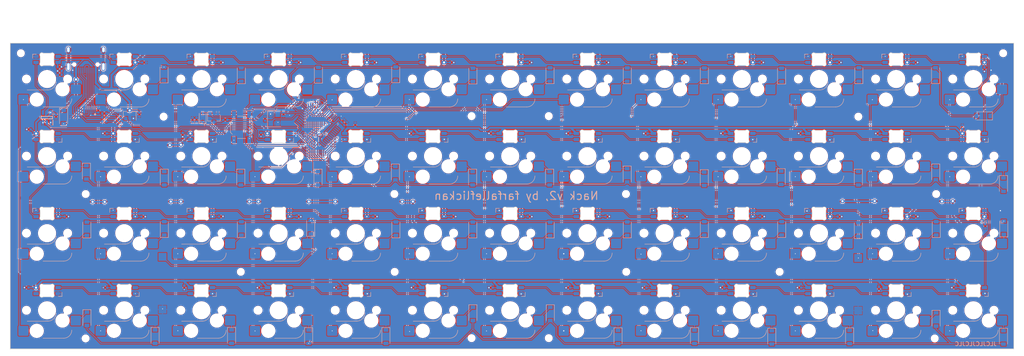
<source format=kicad_pcb>
(kicad_pcb (version 20240108) (generator "pcbnew") (generator_version "8.0")
  (layers (0 "F.Cu" signal) (31 "B.Cu" signal) (34 "B.Paste" user) (35 "F.Paste" user) (36 "B.SilkS" user "B.Silkscreen") (37 "F.SilkS" user "F.Silkscreen") (38 "B.Mask" user) (39 "F.Mask" user) (44 "Edge.Cuts" user))
  (net 0 "")
  (net 1 "GND")
  (net 2 "+5V")
  (net 3 "XTAL2")
  (net 4 "+3V3")
  (net 5 "XTAL1")
  (net 6 "RGB_PIN_SHIFTED")
  (net 7 "ROW0")
  (net 8 "ROW1")
  (net 9 "ROW2")
  (net 10 "ROW3")
  (net 11 "Audio_1")
  (net 12 "Audio_2")
  (net 13 "EXTRA_PIN_PA15")
  (net 14 "EXTRA_PIN_PA14")
  (net 15 "EXTRA_PIN_PA13")
  (net 16 "EXTRA_PIN_PB15")
  (net 17 "EXTRA_PIN_PB14")
  (net 18 "EXTRA_PIN_PB13")
  (net 19 "EXTRA_PIN_PB12")
  (net 20 "EXTRA_PIN_PB11")
  (net 21 "EXTRA_PIN_PB10")
  (net 22 "EXTRA_PIN_PB9")
  (net 23 "EXTRA_PIN_PB8")
  (net 24 "EXTRA_PIN_PB4")
  (net 25 "EXTRA_PIN_PB3")
  (net 26 "RGB_PIN_SPI")
  (net 27 "Net-(J3-SHIELD)")
  (net 28 "BOOT0")
  (net 29 "D-")
  (net 30 "D+")
  (net 31 "NRST")
  (net 32 "COL0")
  (net 33 "COL1")
  (net 34 "COL2")
  (net 35 "COL3")
  (net 36 "COL4")
  (net 37 "COL5")
  (net 38 "COL6")
  (net 39 "COL7")
  (net 40 "COL8")
  (net 41 "COL9")
  (net 42 "COL10")
  (net 43 "COL11")
  (net 44 "COL12")
  (net 45 "Net-(D1-K)")
  (net 46 "CC1")
  (net 47 "DM_A7")
  (net 48 "DP_A6")
  (net 49 "SBU1")
  (net 50 "CC2")
  (net 51 "SBU2")
  (net 52 "Net-(D2-K)")
  (net 53 "Net-(D3-K)")
  (net 54 "Net-(D4-K)")
  (net 55 "Net-(D5-K)")
  (net 56 "Net-(D6-K)")
  (net 57 "Net-(D7-K)")
  (net 58 "Net-(D8-K)")
  (net 59 "Net-(D9-K)")
  (net 60 "Net-(D10-K)")
  (net 61 "Net-(D11-K)")
  (net 62 "Net-(D12-K)")
  (net 63 "Net-(D13-K)")
  (net 64 "Net-(D14-A)")
  (net 65 "Net-(D15-K)")
  (net 66 "Net-(D16-K)")
  (net 67 "Net-(D17-K)")
  (net 68 "Net-(D18-K)")
  (net 69 "Net-(D19-K)")
  (net 70 "Net-(D20-K)")
  (net 71 "Net-(D21-K)")
  (net 72 "Net-(D22-K)")
  (net 73 "Net-(D23-K)")
  (net 74 "Net-(D24-K)")
  (net 75 "Net-(D25-K)")
  (net 76 "Net-(D26-K)")
  (net 77 "Net-(D27-K)")
  (net 78 "Net-(D28-K)")
  (net 79 "Net-(D29-K)")
  (net 80 "Net-(D30-K)")
  (net 81 "Net-(D31-K)")
  (net 82 "Net-(D32-K)")
  (net 83 "Net-(D33-K)")
  (net 84 "Net-(D34-K)")
  (net 85 "Net-(D35-K)")
  (net 86 "Net-(D36-K)")
  (net 87 "Net-(D37-K)")
  (net 88 "Net-(D38-K)")
  (net 89 "Net-(D39-K)")
  (net 90 "Net-(D40-K)")
  (net 91 "Net-(D41-K)")
  (net 92 "Net-(D42-K)")
  (net 93 "Net-(D43-K)")
  (net 94 "Net-(D44-K)")
  (net 95 "Net-(D45-K)")
  (net 96 "Net-(D46-K)")
  (net 97 "Net-(D47-K)")
  (net 98 "Net-(D48-K)")
  (net 99 "Net-(D49-K)")
  (net 100 "Net-(D50-K)")
  (net 101 "Net-(D51-K)")
  (net 102 "Net-(D52-K)")
  (net 103 "Net-(D53-K)")
  (net 104 "Net-(Q1-C)")
  (net 105 "Net-(SW1B-DOUT)")
  (net 106 "Net-(SW2B-DOUT)")
  (net 107 "Net-(SW3B-DOUT)")
  (net 108 "Net-(SW4B-DOUT)")
  (net 109 "Net-(SW5B-DOUT)")
  (net 110 "Net-(SW6B-DOUT)")
  (net 111 "Net-(SW7B-DOUT)")
  (net 112 "Net-(SW8B-DOUT)")
  (net 113 "Net-(SW10B-DIN)")
  (net 114 "Net-(SW10B-DOUT)")
  (net 115 "Net-(SW11B-DOUT)")
  (net 116 "Net-(SW12B-DOUT)")
  (net 117 "Net-(SW13B-DOUT)")
  (net 118 "Net-(SW15B-DIN)")
  (net 119 "Net-(SW15B-DOUT)")
  (net 120 "Net-(SW16B-DIN)")
  (net 121 "Net-(SW17B-DIN)")
  (net 122 "Net-(SW18B-DIN)")
  (net 123 "Net-(SW19B-DIN)")
  (net 124 "Net-(SW20B-DIN)")
  (net 125 "Net-(SW21B-DIN)")
  (net 126 "Net-(SW22B-DIN)")
  (net 127 "Net-(SW23B-DIN)")
  (net 128 "Net-(SW24B-DIN)")
  (net 129 "Net-(SW25B-DIN)")
  (net 130 "Net-(SW26B-DIN)")
  (net 131 "Net-(SW28B-DOUT)")
  (net 132 "Net-(SW29B-DOUT)")
  (net 133 "Net-(SW30B-DOUT)")
  (net 134 "Net-(SW31B-DOUT)")
  (net 135 "Net-(SW32B-DOUT)")
  (net 136 "Net-(SW33B-DOUT)")
  (net 137 "Net-(SW34B-DOUT)")
  (net 138 "Net-(SW35B-DOUT)")
  (net 139 "Net-(SW36B-DOUT)")
  (net 140 "Net-(SW37B-DOUT)")
  (net 141 "Net-(SW38B-DOUT)")
  (net 142 "Net-(SW39B-DOUT)")
  (net 143 "Net-(SW40B-DOUT)")
  (net 144 "Net-(SW41B-DIN)")
  (net 145 "Net-(SW42B-DIN)")
  (net 146 "Net-(SW43B-DIN)")
  (net 147 "Net-(SW44B-DIN)")
  (net 148 "Net-(SW45B-DIN)")
  (net 149 "Net-(SW46B-DIN)")
  (net 150 "Net-(SW47B-DIN)")
  (net 151 "Net-(SW48B-DIN)")
  (net 152 "Net-(SW49B-DIN)")
  (net 153 "Net-(SW50B-DIN)")
  (net 154 "Net-(SW51B-DIN)")
  (net 155 "Net-(SW52B-DIN)")
  (footprint "Custom:SW_Cherry_MX_Hotswap_RevLED_flipped" (layer "F.Cu") (at 86.52978 40.37076)
    (property "Reference" "SW4" (hide yes))
    (property "Value" "SW_Hotswap_MX")
    (fp_line (start -1.699999 -4.023157) (end -1.699999 -5.428841) (stroke (width 0.1)) (layer "Edge.Cuts"))
    (fp_line (start -0.794452 -6.225999) (end 0.794452 -6.225999) (stroke (width 0.1)) (layer "Edge.Cuts"))
    (fp_line (start 0.794452 -3.226) (end -0.794453 -3.226) (stroke (width 0.1)) (layer "Edge.Cuts"))
    (fp_line (start 1.699999 -5.428841) (end 1.699999 -4.023157) (stroke (width 0.1)) (layer "Edge.Cuts"))
    (fp_arc (start -1.749484 -5.645719) (mid -1.712528 -5.540067) (end -1.699999 -5.428841) (stroke (width 0.1)) (layer "Edge.Cuts"))
    (fp_arc (start -1.749484 -5.645718) (mid -1.638072 -6.230034) (end -1.046711 -6.294298) (stroke (width 0.1)) (layer "Edge.Cuts"))
    (fp_arc (start -1.699999 -4.023156) (mid -1.712518 -3.911928) (end -1.749484 -3.806279) (stroke (width 0.1)) (layer "Edge.Cuts"))
    (fp_arc (start -1.046711 -3.157701) (mid -1.638071 -3.221964) (end -1.749484 -3.806279) (stroke (width 0.1)) (layer "Edge.Cuts"))
    (fp_arc (start -1.046711 -3.157701) (mid -0.925123 -3.208623) (end -0.794453 -3.226) (stroke (width 0.1)) (layer "Edge.Cuts"))
    (fp_arc (start -0.794452 -6.225999) (mid -0.925123 -6.243376) (end -1.046711 -6.294298) (stroke (width 0.1)) (layer "Edge.Cuts"))
    (fp_arc (start 0.794453 -3.225999) (mid 0.925123 -3.208622) (end 1.046711 -3.1577) (stroke (width 0.1)) (layer "Edge.Cuts"))
    (fp_arc (start 1.04671 -6.294298) (mid 0.925122 -6.243376) (end 0.794452 -6.225999) (stroke (width 0.1)) (layer "Edge.Cuts"))
    (fp_arc (start 1.046711 -6.294296) (mid 1.638069 -6.230034) (end 1.749484 -5.645719) (stroke (width 0.1)) (layer "Edge.Cuts"))
    (fp_arc (start 1.699999 -5.428842) (mid 1.712529 -5.540067) (end 1.749484 -5.645719) (stroke (width 0.1)) (layer "Edge.Cuts"))
    (fp_arc (start 1.749484 -3.806279) (mid 1.638072 -3.221964) (end 1.046711 -3.1577) (stroke (width 0.1)) (layer "Edge.Cuts"))
    (fp_arc (start 1.749484 -3.806279) (mid 1.712509 -3.911927) (end 1.699999 -4.023157) (stroke (width 0.1)) (layer "Edge.Cuts"))
  )
  (footprint "Custom:SW_Cherry_MX_Hotswap_RevLED" (layer "F.Cu") (at 181.77978 59.42076)
    (property "Reference" "SW23" (hide yes))
    (property "Value" "SW_Hotswap_MX")
    (fp_line (start -1.710169 -4.013284) (end -1.710169 -5.418968) (stroke (width 0.1)) (layer "Edge.Cuts"))
    (fp_line (start -0.804622 -6.216126) (end 0.784282 -6.216126) (stroke (width 0.1)) (layer "Edge.Cuts"))
    (fp_line (start 0.784282 -3.216127) (end -0.804623 -3.216127) (stroke (width 0.1)) (layer "Edge.Cuts"))
    (fp_line (start 1.689829 -5.418968) (end 1.689829 -4.013284) (stroke (width 0.1)) (layer "Edge.Cuts"))
    (fp_arc (start -1.759654 -5.635846) (mid -1.722698 -5.530194) (end -1.710169 -5.418968) (stroke (width 0.1)) (layer "Edge.Cuts"))
    (fp_arc (start -1.759654 -5.635845) (mid -1.648242 -6.220161) (end -1.056881 -6.284425) (stroke (width 0.1)) (layer "Edge.Cuts"))
    (fp_arc (start -1.710169 -4.013283) (mid -1.722688 -3.902055) (end -1.759654 -3.796406) (stroke (width 0.1)) (layer "Edge.Cuts"))
    (fp_arc (start -1.056881 -3.147828) (mid -1.648241 -3.212091) (end -1.759654 -3.796406) (stroke (width 0.1)) (layer "Edge.Cuts"))
    (fp_arc (start -1.056881 -3.147828) (mid -0.935294 -3.198753) (end -0.804623 -3.216127) (stroke (width 0.1)) (layer "Edge.Cuts"))
    (fp_arc (start -0.804622 -6.216126) (mid -0.935291 -6.233509) (end -1.056881 -6.284425) (stroke (width 0.1)) (layer "Edge.Cuts"))
    (fp_arc (start 0.784283 -3.216126) (mid 0.914953 -3.198748) (end 1.036541 -3.147827) (stroke (width 0.1)) (layer "Edge.Cuts"))
    (fp_arc (start 1.03654 -6.284425) (mid 0.914952 -6.233504) (end 0.784282 -6.216126) (stroke (width 0.1)) (layer "Edge.Cuts"))
    (fp_arc (start 1.036541 -6.284423) (mid 1.627911 -6.220155) (end 1.739314 -5.635846) (stroke (width 0.1)) (layer "Edge.Cuts"))
    (fp_arc (start 1.689829 -5.418969) (mid 1.702351 -5.530196) (end 1.739314 -5.635846) (stroke (width 0.1)) (layer "Edge.Cuts"))
    (fp_arc (start 1.739314 -3.796406) (mid 1.6279 -3.212094) (end 1.036541 -3.147827) (stroke (width 0.1)) (layer "Edge.Cuts"))
    (fp_arc (start 1.739314 -3.796406) (mid 1.702359 -3.902058) (end 1.689829 -4.013284) (stroke (width 0.1)) (layer "Edge.Cuts"))
  )
  (footprint "Custom:SW_Cherry_MX_Hotswap_RevLED" (layer "F.Cu") (at 219.87978 97.52076)
    (property "Reference" "SW51" (hide yes))
    (property "Value" "SW_Hotswap_MX")
    (fp_line (start -1.710169 -4.013284) (end -1.710169 -5.418968) (stroke (width 0.1)) (layer "Edge.Cuts"))
    (fp_line (start -0.804622 -6.216126) (end 0.784282 -6.216126) (stroke (width 0.1)) (layer "Edge.Cuts"))
    (fp_line (start 0.784282 -3.216127) (end -0.804623 -3.216127) (stroke (width 0.1)) (layer "Edge.Cuts"))
    (fp_line (start 1.689829 -5.418968) (end 1.689829 -4.013284) (stroke (width 0.1)) (layer "Edge.Cuts"))
    (fp_arc (start -1.759654 -5.635846) (mid -1.722698 -5.530194) (end -1.710169 -5.418968) (stroke (width 0.1)) (layer "Edge.Cuts"))
    (fp_arc (start -1.759654 -5.635845) (mid -1.648242 -6.220161) (end -1.056881 -6.284425) (stroke (width 0.1)) (layer "Edge.Cuts"))
    (fp_arc (start -1.710169 -4.013283) (mid -1.722688 -3.902055) (end -1.759654 -3.796406) (stroke (width 0.1)) (layer "Edge.Cuts"))
    (fp_arc (start -1.056881 -3.147828) (mid -1.648241 -3.212091) (end -1.759654 -3.796406) (stroke (width 0.1)) (layer "Edge.Cuts"))
    (fp_arc (start -1.056881 -3.147828) (mid -0.935294 -3.198753) (end -0.804623 -3.216127) (stroke (width 0.1)) (layer "Edge.Cuts"))
    (fp_arc (start -0.804622 -6.216126) (mid -0.935291 -6.233509) (end -1.056881 -6.284425) (stroke (width 0.1)) (layer "Edge.Cuts"))
    (fp_arc (start 0.784283 -3.216126) (mid 0.914953 -3.198748) (end 1.036541 -3.147827) (stroke (width 0.1)) (layer "Edge.Cuts"))
    (fp_arc (start 1.03654 -6.284425) (mid 0.914952 -6.233504) (end 0.784282 -6.216126) (stroke (width 0.1)) (layer "Edge.Cuts"))
    (fp_arc (start 1.036541 -6.284423) (mid 1.627911 -6.220155) (end 1.739314 -5.635846) (stroke (width 0.1)) (layer "Edge.Cuts"))
    (fp_arc (start 1.689829 -5.418969) (mid 1.702351 -5.530196) (end 1.739314 -5.635846) (stroke (width 0.1)) (layer "Edge.Cuts"))
    (fp_arc (start 1.739314 -3.796406) (mid 1.6279 -3.212094) (end 1.036541 -3.147827) (stroke (width 0.1)) (layer "Edge.Cuts"))
    (fp_arc (start 1.739314 -3.796406) (mid 1.702359 -3.902058) (end 1.689829 -4.013284) (stroke (width 0.1)) (layer "Edge.Cuts"))
  )
  (footprint "Custom:SW_Cherry_MX_Hotswap_RevLED_flipped" (layer "F.Cu") (at 29.37978 40.37076)
    (property "Reference" "SW1" (hide yes))
    (property "Value" "SW_Hotswap_MX")
    (fp_line (start -1.699999 -4.023157) (end -1.699999 -5.428841) (stroke (width 0.1)) (layer "Edge.Cuts"))
    (fp_line (start -0.794452 -6.225999) (end 0.794452 -6.225999) (stroke (width 0.1)) (layer "Edge.Cuts"))
    (fp_line (start 0.794452 -3.226) (end -0.794453 -3.226) (stroke (width 0.1)) (layer "Edge.Cuts"))
    (fp_line (start 1.699999 -5.428841) (end 1.699999 -4.023157) (stroke (width 0.1)) (layer "Edge.Cuts"))
    (fp_arc (start -1.749484 -5.645719) (mid -1.712528 -5.540067) (end -1.699999 -5.428841) (stroke (width 0.1)) (layer "Edge.Cuts"))
    (fp_arc (start -1.749484 -5.645718) (mid -1.638072 -6.230034) (end -1.046711 -6.294298) (stroke (width 0.1)) (layer "Edge.Cuts"))
    (fp_arc (start -1.699999 -4.023156) (mid -1.712518 -3.911928) (end -1.749484 -3.806279) (stroke (width 0.1)) (layer "Edge.Cuts"))
    (fp_arc (start -1.046711 -3.157701) (mid -1.638071 -3.221964) (end -1.749484 -3.806279) (stroke (width 0.1)) (layer "Edge.Cuts"))
    (fp_arc (start -1.046711 -3.157701) (mid -0.925123 -3.208623) (end -0.794453 -3.226) (stroke (width 0.1)) (layer "Edge.Cuts"))
    (fp_arc (start -0.794452 -6.225999) (mid -0.925123 -6.243376) (end -1.046711 -6.294298) (stroke (width 0.1)) (layer "Edge.Cuts"))
    (fp_arc (start 0.794453 -3.225999) (mid 0.925123 -3.208622) (end 1.046711 -3.1577) (stroke (width 0.1)) (layer "Edge.Cuts"))
    (fp_arc (start 1.04671 -6.294298) (mid 0.925122 -6.243376) (end 0.794452 -6.225999) (stroke (width 0.1)) (layer "Edge.Cuts"))
    (fp_arc (start 1.046711 -6.294296) (mid 1.638069 -6.230034) (end 1.749484 -5.645719) (stroke (width 0.1)) (layer "Edge.Cuts"))
    (fp_arc (start 1.699999 -5.428842) (mid 1.712529 -5.540067) (end 1.749484 -5.645719) (stroke (width 0.1)) (layer "Edge.Cuts"))
    (fp_arc (start 1.749484 -3.806279) (mid 1.638072 -3.221964) (end 1.046711 -3.1577) (stroke (width 0.1)) (layer "Edge.Cuts"))
    (fp_arc (start 1.749484 -3.806279) (mid 1.712509 -3.911927) (end 1.699999 -4.023157) (stroke (width 0.1)) (layer "Edge.Cuts"))
  )
  (footprint "Custom:SW_Cherry_MX_Hotswap_RevLED_flipped" (layer "F.Cu") (at 48.42978 40.37076)
    (property "Reference" "SW2" (hide yes))
    (property "Value" "SW_Hotswap_MX")
    (fp_line (start -1.699999 -4.023157) (end -1.699999 -5.428841) (stroke (width 0.1)) (layer "Edge.Cuts"))
    (fp_line (start -0.794452 -6.225999) (end 0.794452 -6.225999) (stroke (width 0.1)) (layer "Edge.Cuts"))
    (fp_line (start 0.794452 -3.226) (end -0.794453 -3.226) (stroke (width 0.1)) (layer "Edge.Cuts"))
    (fp_line (start 1.699999 -5.428841) (end 1.699999 -4.023157) (stroke (width 0.1)) (layer "Edge.Cuts"))
    (fp_arc (start -1.749484 -5.645719) (mid -1.712528 -5.540067) (end -1.699999 -5.428841) (stroke (width 0.1)) (layer "Edge.Cuts"))
    (fp_arc (start -1.749484 -5.645718) (mid -1.638072 -6.230034) (end -1.046711 -6.294298) (stroke (width 0.1)) (layer "Edge.Cuts"))
    (fp_arc (start -1.699999 -4.023156) (mid -1.712518 -3.911928) (end -1.749484 -3.806279) (stroke (width 0.1)) (layer "Edge.Cuts"))
    (fp_arc (start -1.046711 -3.157701) (mid -1.638071 -3.221964) (end -1.749484 -3.806279) (stroke (width 0.1)) (layer "Edge.Cuts"))
    (fp_arc (start -1.046711 -3.157701) (mid -0.925123 -3.208623) (end -0.794453 -3.226) (stroke (width 0.1)) (layer "Edge.Cuts"))
    (fp_arc (start -0.794452 -6.225999) (mid -0.925123 -6.243376) (end -1.046711 -6.294298) (stroke (width 0.1)) (layer "Edge.Cuts"))
    (fp_arc (start 0.794453 -3.225999) (mid 0.925123 -3.208622) (end 1.046711 -3.1577) (stroke (width 0.1)) (layer "Edge.Cuts"))
    (fp_arc (start 1.04671 -6.294298) (mid 0.925122 -6.243376) (end 0.794452 -6.225999) (stroke (width 0.1)) (layer "Edge.Cuts"))
    (fp_arc (start 1.046711 -6.294296) (mid 1.638069 -6.230034) (end 1.749484 -5.645719) (stroke (width 0.1)) (layer "Edge.Cuts"))
    (fp_arc (start 1.699999 -5.428842) (mid 1.712529 -5.540067) (end 1.749484 -5.645719) (stroke (width 0.1)) (layer "Edge.Cuts"))
    (fp_arc (start 1.749484 -3.806279) (mid 1.638072 -3.221964) (end 1.046711 -3.1577) (stroke (width 0.1)) (layer "Edge.Cuts"))
    (fp_arc (start 1.749484 -3.806279) (mid 1.712509 -3.911927) (end 1.699999 -4.023157) (stroke (width 0.1)) (layer "Edge.Cuts"))
  )
  (footprint "Custom:SW_Cherry_MX_Hotswap_RevLED_flipped" (layer "F.Cu") (at 67.47978 40.37076)
    (property "Reference" "SW3" (hide yes))
    (property "Value" "SW_Hotswap_MX")
    (fp_line (start -1.699999 -4.023157) (end -1.699999 -5.428841) (stroke (width 0.1)) (layer "Edge.Cuts"))
    (fp_line (start -0.794452 -6.225999) (end 0.794452 -6.225999) (stroke (width 0.1)) (layer "Edge.Cuts"))
    (fp_line (start 0.794452 -3.226) (end -0.794453 -3.226) (stroke (width 0.1)) (layer "Edge.Cuts"))
    (fp_line (start 1.699999 -5.428841) (end 1.699999 -4.023157) (stroke (width 0.1)) (layer "Edge.Cuts"))
    (fp_arc (start -1.749484 -5.645719) (mid -1.712528 -5.540067) (end -1.699999 -5.428841) (stroke (width 0.1)) (layer "Edge.Cuts"))
    (fp_arc (start -1.749484 -5.645718) (mid -1.638072 -6.230034) (end -1.046711 -6.294298) (stroke (width 0.1)) (layer "Edge.Cuts"))
    (fp_arc (start -1.699999 -4.023156) (mid -1.712518 -3.911928) (end -1.749484 -3.806279) (stroke (width 0.1)) (layer "Edge.Cuts"))
    (fp_arc (start -1.046711 -3.157701) (mid -1.638071 -3.221964) (end -1.749484 -3.806279) (stroke (width 0.1)) (layer "Edge.Cuts"))
    (fp_arc (start -1.046711 -3.157701) (mid -0.925123 -3.208623) (end -0.794453 -3.226) (stroke (width 0.1)) (layer "Edge.Cuts"))
    (fp_arc (start -0.794452 -6.225999) (mid -0.925123 -6.243376) (end -1.046711 -6.294298) (stroke (width 0.1)) (layer "Edge.Cuts"))
    (fp_arc (start 0.794453 -3.225999) (mid 0.925123 -3.208622) (end 1.046711 -3.1577) (stroke (width 0.1)) (layer "Edge.Cuts"))
    (fp_arc (start 1.04671 -6.294298) (mid 0.925122 -6.243376) (end 0.794452 -6.225999) (stroke (width 0.1)) (layer "Edge.Cuts"))
    (fp_arc (start 1.046711 -6.294296) (mid 1.638069 -6.230034) (end 1.749484 -5.645719) (stroke (width 0.1)) (layer "Edge.Cuts"))
    (fp_arc (start 1.699999 -5.428842) (mid 1.712529 -5.540067) (end 1.749484 -5.645719) (stroke (width 0.1)) (layer "Edge.Cuts"))
    (fp_arc (start 1.749484 -3.806279) (mid 1.638072 -3.221964) (end 1.046711 -3.1577) (stroke (width 0.1)) (layer "Edge.Cuts"))
    (fp_arc (start 1.749484 -3.806279) (mid 1.712509 -3.911927) (end 1.699999 -4.023157) (stroke (width 0.1)) (layer "Edge.Cuts"))
  )
  (footprint "Custom:SW_Cherry_MX_Hotswap_RevLED_flipped" (layer "F.Cu") (at 105.57978 40.37076)
    (property "Reference" "SW5" (hide yes))
    (property "Value" "SW_Hotswap_MX")
    (fp_line (start -1.699999 -4.023157) (end -1.699999 -5.428841) (stroke (width 0.1)) (layer "Edge.Cuts"))
    (fp_line (start -0.794452 -6.225999) (end 0.794452 -6.225999) (stroke (width 0.1)) (layer "Edge.Cuts"))
    (fp_line (start 0.794452 -3.226) (end -0.794453 -3.226) (stroke (width 0.1)) (layer "Edge.Cuts"))
    (fp_line (start 1.699999 -5.428841) (end 1.699999 -4.023157) (stroke (width 0.1)) (layer "Edge.Cuts"))
    (fp_arc (start -1.749484 -5.645719) (mid -1.712528 -5.540067) (end -1.699999 -5.428841) (stroke (width 0.1)) (layer "Edge.Cuts"))
    (fp_arc (start -1.749484 -5.645718) (mid -1.638072 -6.230034) (end -1.046711 -6.294298) (stroke (width 0.1)) (layer "Edge.Cuts"))
    (fp_arc (start -1.699999 -4.023156) (mid -1.712518 -3.911928) (end -1.749484 -3.806279) (stroke (width 0.1)) (layer "Edge.Cuts"))
    (fp_arc (start -1.046711 -3.157701) (mid -1.638071 -3.221964) (end -1.749484 -3.806279) (stroke (width 0.1)) (layer "Edge.Cuts"))
    (fp_arc (start -1.046711 -3.157701) (mid -0.925123 -3.208623) (end -0.794453 -3.226) (stroke (width 0.1)) (layer "Edge.Cuts"))
    (fp_arc (start -0.794452 -6.225999) (mid -0.925123 -6.243376) (end -1.046711 -6.294298) (stroke (width 0.1)) (layer "Edge.Cuts"))
    (fp_arc (start 0.794453 -3.225999) (mid 0.925123 -3.208622) (end 1.046711 -3.1577) (stroke (width 0.1)) (layer "Edge.Cuts"))
    (fp_arc (start 1.04671 -6.294298) (mid 0.925122 -6.243376) (end 0.794452 -6.225999) (stroke (width 0.1)) (layer "Edge.Cuts"))
    (fp_arc (start 1.046711 -6.294296) (mid 1.638069 -6.230034) (end 1.749484 -5.645719) (stroke (width 0.1)) (layer "Edge.Cuts"))
    (fp_arc (start 1.699999 -5.428842) (mid 1.712529 -5.540067) (end 1.749484 -5.645719) (stroke (width 0.1)) (layer "Edge.Cuts"))
    (fp_arc (start 1.749484 -3.806279) (mid 1.638072 -3.221964) (end 1.046711 -3.1577) (stroke (width 0.1)) (layer "Edge.Cuts"))
    (fp_arc (start 1.749484 -3.806279) (mid 1.712509 -3.911927) (end 1.699999 -4.023157) (stroke (width 0.1)) (layer "Edge.Cuts"))
  )
  (footprint "Custom:SW_Cherry_MX_Hotswap_RevLED_flipped" (layer "F.Cu") (at 124.62978 40.37076)
    (property "Reference" "SW6" (hide yes))
    (property "Value" "SW_Hotswap_MX")
    (fp_line (start -1.699999 -4.023157) (end -1.699999 -5.428841) (stroke (width 0.1)) (layer "Edge.Cuts"))
    (fp_line (start -0.794452 -6.225999) (end 0.794452 -6.225999) (stroke (width 0.1)) (layer "Edge.Cuts"))
    (fp_line (start 0.794452 -3.226) (end -0.794453 -3.226) (stroke (width 0.1)) (layer "Edge.Cuts"))
    (fp_line (start 1.699999 -5.428841) (end 1.699999 -4.023157) (stroke (width 0.1)) (layer "Edge.Cuts"))
    (fp_arc (start -1.749484 -5.645719) (mid -1.712528 -5.540067) (end -1.699999 -5.428841) (stroke (width 0.1)) (layer "Edge.Cuts"))
    (fp_arc (start -1.749484 -5.645718) (mid -1.638072 -6.230034) (end -1.046711 -6.294298) (stroke (width 0.1)) (layer "Edge.Cuts"))
    (fp_arc (start -1.699999 -4.023156) (mid -1.712518 -3.911928) (end -1.749484 -3.806279) (stroke (width 0.1)) (layer "Edge.Cuts"))
    (fp_arc (start -1.046711 -3.157701) (mid -1.638071 -3.221964) (end -1.749484 -3.806279) (stroke (width 0.1)) (layer "Edge.Cuts"))
    (fp_arc (start -1.046711 -3.157701) (mid -0.925123 -3.208623) (end -0.794453 -3.226) (stroke (width 0.1)) (layer "Edge.Cuts"))
    (fp_arc (start -0.794452 -6.225999) (mid -0.925123 -6.243376) (end -1.046711 -6.294298) (stroke (width 0.1)) (layer "Edge.Cuts"))
    (fp_arc (start 0.794453 -3.225999) (mid 0.925123 -3.208622) (end 1.046711 -3.1577) (stroke (width 0.1)) (layer "Edge.Cuts"))
    (fp_arc (start 1.04671 -6.294298) (mid 0.925122 -6.243376) (end 0.794452 -6.225999) (stroke (width 0.1)) (layer "Edge.Cuts"))
    (fp_arc (start 1.046711 -6.294296) (mid 1.638069 -6.230034) (end 1.749484 -5.645719) (stroke (width 0.1)) (layer "Edge.Cuts"))
    (fp_arc (start 1.699999 -5.428842) (mid 1.712529 -5.540067) (end 1.749484 -5.645719) (stroke (width 0.1)) (layer "Edge.Cuts"))
    (fp_arc (start 1.749484 -3.806279) (mid 1.638072 -3.221964) (end 1.046711 -3.1577) (stroke (width 0.1)) (layer "Edge.Cuts"))
    (fp_arc (start 1.749484 -3.806279) (mid 1.712509 -3.911927) (end 1.699999 -4.023157) (stroke (width 0.1)) (layer "Edge.Cuts"))
  )
  (footprint "Custom:SW_Cherry_MX_Hotswap_RevLED_flipped" (layer "F.Cu") (at 143.67978 40.37076)
    (property "Reference" "SW7" (hide yes))
    (property "Value" "SW_Hotswap_MX")
    (fp_line (start -1.699999 -4.023157) (end -1.699999 -5.428841) (stroke (width 0.1)) (layer "Edge.Cuts"))
    (fp_line (start -0.794452 -6.225999) (end 0.794452 -6.225999) (stroke (width 0.1)) (layer "Edge.Cuts"))
    (fp_line (start 0.794452 -3.226) (end -0.794453 -3.226) (stroke (width 0.1)) (layer "Edge.Cuts"))
    (fp_line (start 1.699999 -5.428841) (end 1.699999 -4.023157) (stroke (width 0.1)) (layer "Edge.Cuts"))
    (fp_arc (start -1.749484 -5.645719) (mid -1.712528 -5.540067) (end -1.699999 -5.428841) (stroke (width 0.1)) (layer "Edge.Cuts"))
    (fp_arc (start -1.749484 -5.645718) (mid -1.638072 -6.230034) (end -1.046711 -6.294298) (stroke (width 0.1)) (layer "Edge.Cuts"))
    (fp_arc (start -1.699999 -4.023156) (mid -1.712518 -3.911928) (end -1.749484 -3.806279) (stroke (width 0.1)) (layer "Edge.Cuts"))
    (fp_arc (start -1.046711 -3.157701) (mid -1.638071 -3.221964) (end -1.749484 -3.806279) (stroke (width 0.1)) (layer "Edge.Cuts"))
    (fp_arc (start -1.046711 -3.157701) (mid -0.925123 -3.208623) (end -0.794453 -3.226) (stroke (width 0.1)) (layer "Edge.Cuts"))
    (fp_arc (start -0.794452 -6.225999) (mid -0.925123 -6.243376) (end -1.046711 -6.294298) (stroke (width 0.1)) (layer "Edge.Cuts"))
    (fp_arc (start 0.794453 -3.225999) (mid 0.925123 -3.208622) (end 1.046711 -3.1577) (stroke (width 0.1)) (layer "Edge.Cuts"))
    (fp_arc (start 1.04671 -6.294298) (mid 0.925122 -6.243376) (end 0.794452 -6.225999) (stroke (width 0.1)) (layer "Edge.Cuts"))
    (fp_arc (start 1.046711 -6.294296) (mid 1.638069 -6.230034) (end 1.749484 -5.645719) (stroke (width 0.1)) (layer "Edge.Cuts"))
    (fp_arc (start 1.699999 -5.428842) (mid 1.712529 -5.540067) (end 1.749484 -5.645719) (stroke (width 0.1)) (layer "Edge.Cuts"))
    (fp_arc (start 1.749484 -3.806279) (mid 1.638072 -3.221964) (end 1.046711 -3.1577) (stroke (width 0.1)) (layer "Edge.Cuts"))
    (fp_arc (start 1.749484 -3.806279) (mid 1.712509 -3.911927) (end 1.699999 -4.023157) (stroke (width 0.1)) (layer "Edge.Cuts"))
  )
  (footprint "Custom:SW_Cherry_MX_Hotswap_RevLED_flipped" (layer "F.Cu") (at 162.72978 40.37076)
    (property "Reference" "SW8" (hide yes))
    (property "Value" "SW_Hotswap_MX")
    (fp_line (start -1.699999 -4.023157) (end -1.699999 -5.428841) (stroke (width 0.1)) (layer "Edge.Cuts"))
    (fp_line (start -0.794452 -6.225999) (end 0.794452 -6.225999) (stroke (width 0.1)) (layer "Edge.Cuts"))
    (fp_line (start 0.794452 -3.226) (end -0.794453 -3.226) (stroke (width 0.1)) (layer "Edge.Cuts"))
    (fp_line (start 1.699999 -5.428841) (end 1.699999 -4.023157) (stroke (width 0.1)) (layer "Edge.Cuts"))
    (fp_arc (start -1.749484 -5.645719) (mid -1.712528 -5.540067) (end -1.699999 -5.428841) (stroke (width 0.1)) (layer "Edge.Cuts"))
    (fp_arc (start -1.749484 -5.645718) (mid -1.638072 -6.230034) (end -1.046711 -6.294298) (stroke (width 0.1)) (layer "Edge.Cuts"))
    (fp_arc (start -1.699999 -4.023156) (mid -1.712518 -3.911928) (end -1.749484 -3.806279) (stroke (width 0.1)) (layer "Edge.Cuts"))
    (fp_arc (start -1.046711 -3.157701) (mid -1.638071 -3.221964) (end -1.749484 -3.806279) (stroke (width 0.1)) (layer "Edge.Cuts"))
    (fp_arc (start -1.046711 -3.157701) (mid -0.925123 -3.208623) (end -0.794453 -3.226) (stroke (width 0.1)) (layer "Edge.Cuts"))
    (fp_arc (start -0.794452 -6.225999) (mid -0.925123 -6.243376) (end -1.046711 -6.294298) (stroke (width 0.1)) (layer "Edge.Cuts"))
    (fp_arc (start 0.794453 -3.225999) (mid 0.925123 -3.208622) (end 1.046711 -3.1577) (stroke (width 0.1)) (layer "Edge.Cuts"))
    (fp_arc (start 1.04671 -6.294298) (mid 0.925122 -6.243376) (end 0.794452 -6.225999) (stroke (width 0.1)) (layer "Edge.Cuts"))
    (fp_arc (start 1.046711 -6.294296) (mid 1.638069 -6.230034) (end 1.749484 -5.645719) (stroke (width 0.1)) (layer "Edge.Cuts"))
    (fp_arc (start 1.699999 -5.428842) (mid 1.712529 -5.540067) (end 1.749484 -5.645719) (stroke (width 0.1)) (layer "Edge.Cuts"))
    (fp_arc (start 1.749484 -3.806279) (mid 1.638072 -3.221964) (end 1.046711 -3.1577) (stroke (width 0.1)) (layer "Edge.Cuts"))
    (fp_arc (start 1.749484 -3.806279) (mid 1.712509 -3.911927) (end 1.699999 -4.023157) (stroke (width 0.1)) (layer "Edge.Cuts"))
  )
  (footprint "Custom:SW_Cherry_MX_Hotswap_RevLED_flipped" (layer "F.Cu") (at 181.77978 40.37076)
    (property "Reference" "SW9" (hide yes))
    (property "Value" "SW_Hotswap_MX")
    (fp_line (start -1.699999 -4.023157) (end -1.699999 -5.428841) (stroke (width 0.1)) (layer "Edge.Cuts"))
    (fp_line (start -0.794452 -6.225999) (end 0.794452 -6.225999) (stroke (width 0.1)) (layer "Edge.Cuts"))
    (fp_line (start 0.794452 -3.226) (end -0.794453 -3.226) (stroke (width 0.1)) (layer "Edge.Cuts"))
    (fp_line (start 1.699999 -5.428841) (end 1.699999 -4.023157) (stroke (width 0.1)) (layer "Edge.Cuts"))
    (fp_arc (start -1.749484 -5.645719) (mid -1.712528 -5.540067) (end -1.699999 -5.428841) (stroke (width 0.1)) (layer "Edge.Cuts"))
    (fp_arc (start -1.749484 -5.645718) (mid -1.638072 -6.230034) (end -1.046711 -6.294298) (stroke (width 0.1)) (layer "Edge.Cuts"))
    (fp_arc (start -1.699999 -4.023156) (mid -1.712518 -3.911928) (end -1.749484 -3.806279) (stroke (width 0.1)) (layer "Edge.Cuts"))
    (fp_arc (start -1.046711 -3.157701) (mid -1.638071 -3.221964) (end -1.749484 -3.806279) (stroke (width 0.1)) (layer "Edge.Cuts"))
    (fp_arc (start -1.046711 -3.157701) (mid -0.925123 -3.208623) (end -0.794453 -3.226) (stroke (width 0.1)) (layer "Edge.Cuts"))
    (fp_arc (start -0.794452 -6.225999) (mid -0.925123 -6.243376) (end -1.046711 -6.294298) (stroke (width 0.1)) (layer "Edge.Cuts"))
    (fp_arc (start 0.794453 -3.225999) (mid 0.925123 -3.208622) (end 1.046711 -3.1577) (stroke (width 0.1)) (layer "Edge.Cuts"))
    (fp_arc (start 1.04671 -6.294298) (mid 0.925122 -6.243376) (end 0.794452 -6.225999) (stroke (width 0.1)) (layer "Edge.Cuts"))
    (fp_arc (start 1.046711 -6.294296) (mid 1.638069 -6.230034) (end 1.749484 -5.645719) (stroke (width 0.1)) (layer "Edge.Cuts"))
    (fp_arc (start 1.699999 -5.428842) (mid 1.712529 -5.540067) (end 1.749484 -5.645719) (stroke (width 0.1)) (layer "Edge.Cuts"))
    (fp_arc (start 1.749484 -3.806279) (mid 1.638072 -3.221964) (end 1.046711 -3.1577) (stroke (width 0.1)) (layer "Edge.Cuts"))
    (fp_arc (start 1.749484 -3.806279) (mid 1.712509 -3.911927) (end 1.699999 -4.023157) (stroke (width 0.1)) (layer "Edge.Cuts"))
  )
  (footprint "Custom:SW_Cherry_MX_Hotswap_RevLED_flipped" (layer "F.Cu") (at 200.82978 40.37076)
    (property "Reference" "SW10" (hide yes))
    (property "Value" "SW_Hotswap_MX")
    (fp_line (start -1.699999 -4.023157) (end -1.699999 -5.428841) (stroke (width 0.1)) (layer "Edge.Cuts"))
    (fp_line (start -0.794452 -6.225999) (end 0.794452 -6.225999) (stroke (width 0.1)) (layer "Edge.Cuts"))
    (fp_line (start 0.794452 -3.226) (end -0.794453 -3.226) (stroke (width 0.1)) (layer "Edge.Cuts"))
    (fp_line (start 1.699999 -5.428841) (end 1.699999 -4.023157) (stroke (width 0.1)) (layer "Edge.Cuts"))
    (fp_arc (start -1.749484 -5.645719) (mid -1.712528 -5.540067) (end -1.699999 -5.428841) (stroke (width 0.1)) (layer "Edge.Cuts"))
    (fp_arc (start -1.749484 -5.645718) (mid -1.638072 -6.230034) (end -1.046711 -6.294298) (stroke (width 0.1)) (layer "Edge.Cuts"))
    (fp_arc (start -1.699999 -4.023156) (mid -1.712518 -3.911928) (end -1.749484 -3.806279) (stroke (width 0.1)) (layer "Edge.Cuts"))
    (fp_arc (start -1.046711 -3.157701) (mid -1.638071 -3.221964) (end -1.749484 -3.806279) (stroke (width 0.1)) (layer "Edge.Cuts"))
    (fp_arc (start -1.046711 -3.157701) (mid -0.925123 -3.208623) (end -0.794453 -3.226) (stroke (width 0.1)) (layer "Edge.Cuts"))
    (fp_arc (start -0.794452 -6.225999) (mid -0.925123 -6.243376) (end -1.046711 -6.294298) (stroke (width 0.1)) (layer "Edge.Cuts"))
    (fp_arc (start 0.794453 -3.225999) (mid 0.925123 -3.208622) (end 1.046711 -3.1577) (stroke (width 0.1)) (layer "Edge.Cuts"))
    (fp_arc (start 1.04671 -6.294298) (mid 0.925122 -6.243376) (end 0.794452 -6.225999) (stroke (width 0.1)) (layer "Edge.Cuts"))
    (fp_arc (start 1.046711 -6.294296) (mid 1.638069 -6.230034) (end 1.749484 -5.645719) (stroke (width 0.1)) (layer "Edge.Cuts"))
    (fp_arc (start 1.699999 -5.428842) (mid 1.712529 -5.540067) (end 1.749484 -5.645719) (stroke (width 0.1)) (layer "Edge.Cuts"))
    (fp_arc (start 1.749484 -3.806279) (mid 1.638072 -3.221964) (end 1.046711 -3.1577) (stroke (width 0.1)) (layer "Edge.Cuts"))
    (fp_arc (start 1.749484 -3.806279) (mid 1.712509 -3.911927) (end 1.699999 -4.023157) (stroke (width 0.1)) (layer "Edge.Cuts"))
  )
  (footprint "Custom:SW_Cherry_MX_Hotswap_RevLED_flipped" (layer "F.Cu") (at 219.87978 40.37076)
    (property "Reference" "SW11" (hide yes))
    (property "Value" "SW_Hotswap_MX")
    (fp_line (start -1.699999 -4.023157) (end -1.699999 -5.428841) (stroke (width 0.1)) (layer "Edge.Cuts"))
    (fp_line (start -0.794452 -6.225999) (end 0.794452 -6.225999) (stroke (width 0.1)) (layer "Edge.Cuts"))
    (fp_line (start 0.794452 -3.226) (end -0.794453 -3.226) (stroke (width 0.1)) (layer "Edge.Cuts"))
    (fp_line (start 1.699999 -5.428841) (end 1.699999 -4.023157) (stroke (width 0.1)) (layer "Edge.Cuts"))
    (fp_arc (start -1.749484 -5.645719) (mid -1.712528 -5.540067) (end -1.699999 -5.428841) (stroke (width 0.1)) (layer "Edge.Cuts"))
    (fp_arc (start -1.749484 -5.645718) (mid -1.638072 -6.230034) (end -1.046711 -6.294298) (stroke (width 0.1)) (layer "Edge.Cuts"))
    (fp_arc (start -1.699999 -4.023156) (mid -1.712518 -3.911928) (end -1.749484 -3.806279) (stroke (width 0.1)) (layer "Edge.Cuts"))
    (fp_arc (start -1.046711 -3.157701) (mid -1.638071 -3.221964) (end -1.749484 -3.806279) (stroke (width 0.1)) (layer "Edge.Cuts"))
    (fp_arc (start -1.046711 -3.157701) (mid -0.925123 -3.208623) (end -0.794453 -3.226) (stroke (width 0.1)) (layer "Edge.Cuts"))
    (fp_arc (start -0.794452 -6.225999) (mid -0.925123 -6.243376) (end -1.046711 -6.294298) (stroke (width 0.1)) (layer "Edge.Cuts"))
    (fp_arc (start 0.794453 -3.225999) (mid 0.925123 -3.208622) (end 1.046711 -3.1577) (stroke (width 0.1)) (layer "Edge.Cuts"))
    (fp_arc (start 1.04671 -6.294298) (mid 0.925122 -6.243376) (end 0.794452 -6.225999) (stroke (width 0.1)) (layer "Edge.Cuts"))
    (fp_arc (start 1.046711 -6.294296) (mid 1.638069 -6.230034) (end 1.749484 -5.645719) (stroke (width 0.1)) (layer "Edge.Cuts"))
    (fp_arc (start 1.699999 -5.428842) (mid 1.712529 -5.540067) (end 1.749484 -5.645719) (stroke (width 0.1)) (layer "Edge.Cuts"))
    (fp_arc (start 1.749484 -3.806279) (mid 1.638072 -3.221964) (end 1.046711 -3.1577) (stroke (width 0.1)) (layer "Edge.Cuts"))
    (fp_arc (start 1.749484 -3.806279) (mid 1.712509 -3.911927) (end 1.699999 -4.023157) (stroke (width 0.1)) (layer "Edge.Cuts"))
  )
  (footprint "Custom:SW_Cherry_MX_Hotswap_RevLED_flipped" (layer "F.Cu") (at 238.92978 40.37076)
    (property "Reference" "SW12" (hide yes))
    (property "Value" "SW_Hotswap_MX")
    (fp_line (start -1.699999 -4.023157) (end -1.699999 -5.428841) (stroke (width 0.1)) (layer "Edge.Cuts"))
    (fp_line (start -0.794452 -6.225999) (end 0.794452 -6.225999) (stroke (width 0.1)) (layer "Edge.Cuts"))
    (fp_line (start 0.794452 -3.226) (end -0.794453 -3.226) (stroke (width 0.1)) (layer "Edge.Cuts"))
    (fp_line (start 1.699999 -5.428841) (end 1.699999 -4.023157) (stroke (width 0.1)) (layer "Edge.Cuts"))
    (fp_arc (start -1.749484 -5.645719) (mid -1.712528 -5.540067) (end -1.699999 -5.428841) (stroke (width 0.1)) (layer "Edge.Cuts"))
    (fp_arc (start -1.749484 -5.645718) (mid -1.638072 -6.230034) (end -1.046711 -6.294298) (stroke (width 0.1)) (layer "Edge.Cuts"))
    (fp_arc (start -1.699999 -4.023156) (mid -1.712518 -3.911928) (end -1.749484 -3.806279) (stroke (width 0.1)) (layer "Edge.Cuts"))
    (fp_arc (start -1.046711 -3.157701) (mid -1.638071 -3.221964) (end -1.749484 -3.806279) (stroke (width 0.1)) (layer "Edge.Cuts"))
    (fp_arc (start -1.046711 -3.157701) (mid -0.925123 -3.208623) (end -0.794453 -3.226) (stroke (width 0.1)) (layer "Edge.Cuts"))
    (fp_arc (start -0.794452 -6.225999) (mid -0.925123 -6.243376) (end -1.046711 -6.294298) (stroke (width 0.1)) (layer "Edge.Cuts"))
    (fp_arc (start 0.794453 -3.225999) (mid 0.925123 -3.208622) (end 1.046711 -3.1577) (stroke (width 0.1)) (layer "Edge.Cuts"))
    (fp_arc (start 1.04671 -6.294298) (mid 0.925122 -6.243376) (end 0.794452 -6.225999) (stroke (width 0.1)) (layer "Edge.Cuts"))
    (fp_arc (start 1.046711 -6.294296) (mid 1.638069 -6.230034) (end 1.749484 -5.645719) (stroke (width 0.1)) (layer "Edge.Cuts"))
    (fp_arc (start 1.699999 -5.428842) (mid 1.712529 -5.540067) (end 1.749484 -5.645719) (stroke (width 0.1)) (layer "Edge.Cuts"))
    (fp_arc (start 1.749484 -3.806279) (mid 1.638072 -3.221964) (end 1.046711 -3.1577) (stroke (width 0.1)) (layer "Edge.Cuts"))
    (fp_arc (start 1.749484 -3.806279) (mid 1.712509 -3.911927) (end 1.699999 -4.023157) (stroke (width 0.1)) (layer "Edge.Cuts"))
  )
  (footprint "Custom:SW_Cherry_MX_Hotswap_RevLED_flipped" (layer "F.Cu") (at 257.97978 40.37076)
    (property "Reference" "SW13" (hide yes))
    (property "Value" "SW_Hotswap_MX")
    (fp_line (start -1.699999 -4.023157) (end -1.699999 -5.428841) (stroke (width 0.1)) (layer "Edge.Cuts"))
    (fp_line (start -0.794452 -6.225999) (end 0.794452 -6.225999) (stroke (width 0.1)) (layer "Edge.Cuts"))
    (fp_line (start 0.794452 -3.226) (end -0.794453 -3.226) (stroke (width 0.1)) (layer "Edge.Cuts"))
    (fp_line (start 1.699999 -5.428841) (end 1.699999 -4.023157) (stroke (width 0.1)) (layer "Edge.Cuts"))
    (fp_arc (start -1.749484 -5.645719) (mid -1.712528 -5.540067) (end -1.699999 -5.428841) (stroke (width 0.1)) (layer "Edge.Cuts"))
    (fp_arc (start -1.749484 -5.645718) (mid -1.638072 -6.230034) (end -1.046711 -6.294298) (stroke (width 0.1)) (layer "Edge.Cuts"))
    (fp_arc (start -1.699999 -4.023156) (mid -1.712518 -3.911928) (end -1.749484 -3.806279) (stroke (width 0.1)) (layer "Edge.Cuts"))
    (fp_arc (start -1.046711 -3.157701) (mid -1.638071 -3.221964) (end -1.749484 -3.806279) (stroke (width 0.1)) (layer "Edge.Cuts"))
    (fp_arc (start -1.046711 -3.157701) (mid -0.925123 -3.208623) (end -0.794453 -3.226) (stroke (width 0.1)) (layer "Edge.Cuts"))
    (fp_arc (start -0.794452 -6.225999) (mid -0.925123 -6.243376) (end -1.046711 -6.294298) (stroke (width 0.1)) (layer "Edge.Cuts"))
    (fp_arc (start 0.794453 -3.225999) (mid 0.925123 -3.208622) (end 1.046711 -3.1577) (stroke (width 0.1)) (layer "Edge.Cuts"))
    (fp_arc (start 1.04671 -6.294298) (mid 0.925122 -6.243376) (end 0.794452 -6.225999) (stroke (width 0.1)) (layer "Edge.Cuts"))
    (fp_arc (start 1.046711 -6.294296) (mid 1.638069 -6.230034) (end 1.749484 -5.645719) (stroke (width 0.1)) (layer "Edge.Cuts"))
    (fp_arc (start 1.699999 -5.428842) (mid 1.712529 -5.540067) (end 1.749484 -5.645719) (stroke (width 0.1)) (layer "Edge.Cuts"))
    (fp_arc (start 1.749484 -3.806279) (mid 1.638072 -3.221964) (end 1.046711 -3.1577) (stroke (width 0.1)) (layer "Edge.Cuts"))
    (fp_arc (start 1.749484 -3.806279) (mid 1.712509 -3.911927) (end 1.699999 -4.023157) (stroke (width 0.1)) (layer "Edge.Cuts"))
  )
  (footprint "Custom:SW_Cherry_MX_Hotswap_RevLED" (layer "F.Cu") (at 29.37978 59.42076)
    (property "Reference" "SW15" (hide yes))
    (property "Value" "SW_Hotswap_MX")
    (fp_line (start -1.710169 -4.013284) (end -1.710169 -5.418968) (stroke (width 0.1)) (layer "Edge.Cuts"))
    (fp_line (start -0.804622 -6.216126) (end 0.784282 -6.216126) (stroke (width 0.1)) (layer "Edge.Cuts"))
    (fp_line (start 0.784282 -3.216127) (end -0.804623 -3.216127) (stroke (width 0.1)) (layer "Edge.Cuts"))
    (fp_line (start 1.689829 -5.418968) (end 1.689829 -4.013284) (stroke (width 0.1)) (layer "Edge.Cuts"))
    (fp_arc (start -1.759654 -5.635846) (mid -1.722698 -5.530194) (end -1.710169 -5.418968) (stroke (width 0.1)) (layer "Edge.Cuts"))
    (fp_arc (start -1.759654 -5.635845) (mid -1.648242 -6.220161) (end -1.056881 -6.284425) (stroke (width 0.1)) (layer "Edge.Cuts"))
    (fp_arc (start -1.710169 -4.013283) (mid -1.722688 -3.902055) (end -1.759654 -3.796406) (stroke (width 0.1)) (layer "Edge.Cuts"))
    (fp_arc (start -1.056881 -3.147828) (mid -1.648241 -3.212091) (end -1.759654 -3.796406) (stroke (width 0.1)) (layer "Edge.Cuts"))
    (fp_arc (start -1.056881 -3.147828) (mid -0.935294 -3.198753) (end -0.804623 -3.216127) (stroke (width 0.1)) (layer "Edge.Cuts"))
    (fp_arc (start -0.804622 -6.216126) (mid -0.935291 -6.233509) (end -1.056881 -6.284425) (stroke (width 0.1)) (layer "Edge.Cuts"))
    (fp_arc (start 0.784283 -3.216126) (mid 0.914953 -3.198748) (end 1.036541 -3.147827) (stroke (width 0.1)) (layer "Edge.Cuts"))
    (fp_arc (start 1.03654 -6.284425) (mid 0.914952 -6.233504) (end 0.784282 -6.216126) (stroke (width 0.1)) (layer "Edge.Cuts"))
    (fp_arc (start 1.036541 -6.284423) (mid 1.627911 -6.220155) (end 1.739314 -5.635846) (stroke (width 0.1)) (layer "Edge.Cuts"))
    (fp_arc (start 1.689829 -5.418969) (mid 1.702351 -5.530196) (end 1.739314 -5.635846) (stroke (width 0.1)) (layer "Edge.Cuts"))
    (fp_arc (start 1.739314 -3.796406) (mid 1.6279 -3.212094) (end 1.036541 -3.147827) (stroke (width 0.1)) (layer "Edge.Cuts"))
    (fp_arc (start 1.739314 -3.796406) (mid 1.702359 -3.902058) (end 1.689829 -4.013284) (stroke (width 0.1)) (layer "Edge.Cuts"))
  )
  (footprint "Custom:SW_Cherry_MX_Hotswap_RevLED" (layer "F.Cu") (at 48.42978 59.42076)
    (property "Reference" "SW16" (hide yes))
    (property "Value" "SW_Hotswap_MX")
    (fp_line (start -1.710169 -4.013284) (end -1.710169 -5.418968) (stroke (width 0.1)) (layer "Edge.Cuts"))
    (fp_line (start -0.804622 -6.216126) (end 0.784282 -6.216126) (stroke (width 0.1)) (layer "Edge.Cuts"))
    (fp_line (start 0.784282 -3.216127) (end -0.804623 -3.216127) (stroke (width 0.1)) (layer "Edge.Cuts"))
    (fp_line (start 1.689829 -5.418968) (end 1.689829 -4.013284) (stroke (width 0.1)) (layer "Edge.Cuts"))
    (fp_arc (start -1.759654 -5.635846) (mid -1.722698 -5.530194) (end -1.710169 -5.418968) (stroke (width 0.1)) (layer "Edge.Cuts"))
    (fp_arc (start -1.759654 -5.635845) (mid -1.648242 -6.220161) (end -1.056881 -6.284425) (stroke (width 0.1)) (layer "Edge.Cuts"))
    (fp_arc (start -1.710169 -4.013283) (mid -1.722688 -3.902055) (end -1.759654 -3.796406) (stroke (width 0.1)) (layer "Edge.Cuts"))
    (fp_arc (start -1.056881 -3.147828) (mid -1.648241 -3.212091) (end -1.759654 -3.796406) (stroke (width 0.1)) (layer "Edge.Cuts"))
    (fp_arc (start -1.056881 -3.147828) (mid -0.935294 -3.198753) (end -0.804623 -3.216127) (stroke (width 0.1)) (layer "Edge.Cuts"))
    (fp_arc (start -0.804622 -6.216126) (mid -0.935291 -6.233509) (end -1.056881 -6.284425) (stroke (width 0.1)) (layer "Edge.Cuts"))
    (fp_arc (start 0.784283 -3.216126) (mid 0.914953 -3.198748) (end 1.036541 -3.147827) (stroke (width 0.1)) (layer "Edge.Cuts"))
    (fp_arc (start 1.03654 -6.284425) (mid 0.914952 -6.233504) (end 0.784282 -6.216126) (stroke (width 0.1)) (layer "Edge.Cuts"))
    (fp_arc (start 1.036541 -6.284423) (mid 1.627911 -6.220155) (end 1.739314 -5.635846) (stroke (width 0.1)) (layer "Edge.Cuts"))
    (fp_arc (start 1.689829 -5.418969) (mid 1.702351 -5.530196) (end 1.739314 -5.635846) (stroke (width 0.1)) (layer "Edge.Cuts"))
    (fp_arc (start 1.739314 -3.796406) (mid 1.6279 -3.212094) (end 1.036541 -3.147827) (stroke (width 0.1)) (layer "Edge.Cuts"))
    (fp_arc (start 1.739314 -3.796406) (mid 1.702359 -3.902058) (end 1.689829 -4.013284) (stroke (width 0.1)) (layer "Edge.Cuts"))
  )
  (footprint "Custom:SW_Cherry_MX_Hotswap_RevLED" (layer "F.Cu") (at 67.47978 59.42076)
    (property "Reference" "SW17" (hide yes))
    (property "Value" "SW_Hotswap_MX")
    (fp_line (start -1.710169 -4.013284) (end -1.710169 -5.418968) (stroke (width 0.1)) (layer "Edge.Cuts"))
    (fp_line (start -0.804622 -6.216126) (end 0.784282 -6.216126) (stroke (width 0.1)) (layer "Edge.Cuts"))
    (fp_line (start 0.784282 -3.216127) (end -0.804623 -3.216127) (stroke (width 0.1)) (layer "Edge.Cuts"))
    (fp_line (start 1.689829 -5.418968) (end 1.689829 -4.013284) (stroke (width 0.1)) (layer "Edge.Cuts"))
    (fp_arc (start -1.759654 -5.635846) (mid -1.722698 -5.530194) (end -1.710169 -5.418968) (stroke (width 0.1)) (layer "Edge.Cuts"))
    (fp_arc (start -1.759654 -5.635845) (mid -1.648242 -6.220161) (end -1.056881 -6.284425) (stroke (width 0.1)) (layer "Edge.Cuts"))
    (fp_arc (start -1.710169 -4.013283) (mid -1.722688 -3.902055) (end -1.759654 -3.796406) (stroke (width 0.1)) (layer "Edge.Cuts"))
    (fp_arc (start -1.056881 -3.147828) (mid -1.648241 -3.212091) (end -1.759654 -3.796406) (stroke (width 0.1)) (layer "Edge.Cuts"))
    (fp_arc (start -1.056881 -3.147828) (mid -0.935294 -3.198753) (end -0.804623 -3.216127) (stroke (width 0.1)) (layer "Edge.Cuts"))
    (fp_arc (start -0.804622 -6.216126) (mid -0.935291 -6.233509) (end -1.056881 -6.284425) (stroke (width 0.1)) (layer "Edge.Cuts"))
    (fp_arc (start 0.784283 -3.216126) (mid 0.914953 -3.198748) (end 1.036541 -3.147827) (stroke (width 0.1)) (layer "Edge.Cuts"))
    (fp_arc (start 1.03654 -6.284425) (mid 0.914952 -6.233504) (end 0.784282 -6.216126) (stroke (width 0.1)) (layer "Edge.Cuts"))
    (fp_arc (start 1.036541 -6.284423) (mid 1.627911 -6.220155) (end 1.739314 -5.635846) (stroke (width 0.1)) (layer "Edge.Cuts"))
    (fp_arc (start 1.689829 -5.418969) (mid 1.702351 -5.530196) (end 1.739314 -5.635846) (stroke (width 0.1)) (layer "Edge.Cuts"))
    (fp_arc (start 1.739314 -3.796406) (mid 1.6279 -3.212094) (end 1.036541 -3.147827) (stroke (width 0.1)) (layer "Edge.Cuts"))
    (fp_arc (start 1.739314 -3.796406) (mid 1.702359 -3.902058) (end 1.689829 -4.013284) (stroke (width 0.1)) (layer "Edge.Cuts"))
  )
  (footprint "Custom:SW_Cherry_MX_Hotswap_RevLED" (layer "F.Cu") (at 86.52978 59.42076)
    (property "Reference" "SW18" (hide yes))
    (property "Value" "SW_Hotswap_MX")
    (fp_line (start -1.710169 -4.013284) (end -1.710169 -5.418968) (stroke (width 0.1)) (layer "Edge.Cuts"))
    (fp_line (start -0.804622 -6.216126) (end 0.784282 -6.216126) (stroke (width 0.1)) (layer "Edge.Cuts"))
    (fp_line (start 0.784282 -3.216127) (end -0.804623 -3.216127) (stroke (width 0.1)) (layer "Edge.Cuts"))
    (fp_line (start 1.689829 -5.418968) (end 1.689829 -4.013284) (stroke (width 0.1)) (layer "Edge.Cuts"))
    (fp_arc (start -1.759654 -5.635846) (mid -1.722698 -5.530194) (end -1.710169 -5.418968) (stroke (width 0.1)) (layer "Edge.Cuts"))
    (fp_arc (start -1.759654 -5.635845) (mid -1.648242 -6.220161) (end -1.056881 -6.284425) (stroke (width 0.1)) (layer "Edge.Cuts"))
    (fp_arc (start -1.710169 -4.013283) (mid -1.722688 -3.902055) (end -1.759654 -3.796406) (stroke (width 0.1)) (layer "Edge.Cuts"))
    (fp_arc (start -1.056881 -3.147828) (mid -1.648241 -3.212091) (end -1.759654 -3.796406) (stroke (width 0.1)) (layer "Edge.Cuts"))
    (fp_arc (start -1.056881 -3.147828) (mid -0.935294 -3.198753) (end -0.804623 -3.216127) (stroke (width 0.1)) (layer "Edge.Cuts"))
    (fp_arc (start -0.804622 -6.216126) (mid -0.935291 -6.233509) (end -1.056881 -6.284425) (stroke (width 0.1)) (layer "Edge.Cuts"))
    (fp_arc (start 0.784283 -3.216126) (mid 0.914953 -3.198748) (end 1.036541 -3.147827) (stroke (width 0.1)) (layer "Edge.Cuts"))
    (fp_arc (start 1.03654 -6.284425) (mid 0.914952 -6.233504) (end 0.784282 -6.216126) (stroke (width 0.1)) (layer "Edge.Cuts"))
    (fp_arc (start 1.036541 -6.284423) (mid 1.627911 -6.220155) (end 1.739314 -5.635846) (stroke (width 0.1)) (layer "Edge.Cuts"))
    (fp_arc (start 1.689829 -5.418969) (mid 1.702351 -5.530196) (end 1.739314 -5.635846) (stroke (width 0.1)) (layer "Edge.Cuts"))
    (fp_arc (start 1.739314 -3.796406) (mid 1.6279 -3.212094) (end 1.036541 -3.147827) (stroke (width 0.1)) (layer "Edge.Cuts"))
    (fp_arc (start 1.739314 -3.796406) (mid 1.702359 -3.902058) (end 1.689829 -4.013284) (stroke (width 0.1)) (layer "Edge.Cuts"))
  )
  (footprint "Custom:SW_Cherry_MX_Hotswap_RevLED" (layer "F.Cu") (at 105.57978 59.42076)
    (property "Reference" "SW19" (hide yes))
    (property "Value" "SW_Hotswap_MX")
    (fp_line (start -1.710169 -4.013284) (end -1.710169 -5.418968) (stroke (width 0.1)) (layer "Edge.Cuts"))
    (fp_line (start -0.804622 -6.216126) (end 0.784282 -6.216126) (stroke (width 0.1)) (layer "Edge.Cuts"))
    (fp_line (start 0.784282 -3.216127) (end -0.804623 -3.216127) (stroke (width 0.1)) (layer "Edge.Cuts"))
    (fp_line (start 1.689829 -5.418968) (end 1.689829 -4.013284) (stroke (width 0.1)) (layer "Edge.Cuts"))
    (fp_arc (start -1.759654 -5.635846) (mid -1.722698 -5.530194) (end -1.710169 -5.418968) (stroke (width 0.1)) (layer "Edge.Cuts"))
    (fp_arc (start -1.759654 -5.635845) (mid -1.648242 -6.220161) (end -1.056881 -6.284425) (stroke (width 0.1)) (layer "Edge.Cuts"))
    (fp_arc (start -1.710169 -4.013283) (mid -1.722688 -3.902055) (end -1.759654 -3.796406) (stroke (width 0.1)) (layer "Edge.Cuts"))
    (fp_arc (start -1.056881 -3.147828) (mid -1.648241 -3.212091) (end -1.759654 -3.796406) (stroke (width 0.1)) (layer "Edge.Cuts"))
    (fp_arc (start -1.056881 -3.147828) (mid -0.935294 -3.198753) (end -0.804623 -3.216127) (stroke (width 0.1)) (layer "Edge.Cuts"))
    (fp_arc (start -0.804622 -6.216126) (mid -0.935291 -6.233509) (end -1.056881 -6.284425) (stroke (width 0.1)) (layer "Edge.Cuts"))
    (fp_arc (start 0.784283 -3.216126) (mid 0.914953 -3.198748) (end 1.036541 -3.147827) (stroke (width 0.1)) (layer "Edge.Cuts"))
    (fp_arc (start 1.03654 -6.284425) (mid 0.914952 -6.233504) (end 0.784282 -6.216126) (stroke (width 0.1)) (layer "Edge.Cuts"))
    (fp_arc (start 1.036541 -6.284423) (mid 1.627911 -6.220155) (end 1.739314 -5.635846) (stroke (width 0.1)) (layer "Edge.Cuts"))
    (fp_arc (start 1.689829 -5.418969) (mid 1.702351 -5.530196) (end 1.739314 -5.635846) (stroke (width 0.1)) (layer "Edge.Cuts"))
    (fp_arc (start 1.739314 -3.796406) (mid 1.6279 -3.212094) (end 1.036541 -3.147827) (stroke (width 0.1)) (layer "Edge.Cuts"))
    (fp_arc (start 1.739314 -3.796406) (mid 1.702359 -3.902058) (end 1.689829 -4.013284) (stroke (width 0.1)) (layer "Edge.Cuts"))
  )
  (footprint "Custom:SW_Cherry_MX_Hotswap_RevLED" (layer "F.Cu") (at 124.62978 59.42076)
    (property "Reference" "SW20" (hide yes))
    (property "Value" "SW_Hotswap_MX")
    (fp_line (start -1.710169 -4.013284) (end -1.710169 -5.418968) (stroke (width 0.1)) (layer "Edge.Cuts"))
    (fp_line (start -0.804622 -6.216126) (end 0.784282 -6.216126) (stroke (width 0.1)) (layer "Edge.Cuts"))
    (fp_line (start 0.784282 -3.216127) (end -0.804623 -3.216127) (stroke (width 0.1)) (layer "Edge.Cuts"))
    (fp_line (start 1.689829 -5.418968) (end 1.689829 -4.013284) (stroke (width 0.1)) (layer "Edge.Cuts"))
    (fp_arc (start -1.759654 -5.635846) (mid -1.722698 -5.530194) (end -1.710169 -5.418968) (stroke (width 0.1)) (layer "Edge.Cuts"))
    (fp_arc (start -1.759654 -5.635845) (mid -1.648242 -6.220161) (end -1.056881 -6.284425) (stroke (width 0.1)) (layer "Edge.Cuts"))
    (fp_arc (start -1.710169 -4.013283) (mid -1.722688 -3.902055) (end -1.759654 -3.796406) (stroke (width 0.1)) (layer "Edge.Cuts"))
    (fp_arc (start -1.056881 -3.147828) (mid -1.648241 -3.212091) (end -1.759654 -3.796406) (stroke (width 0.1)) (layer "Edge.Cuts"))
    (fp_arc (start -1.056881 -3.147828) (mid -0.935294 -3.198753) (end -0.804623 -3.216127) (stroke (width 0.1)) (layer "Edge.Cuts"))
    (fp_arc (start -0.804622 -6.216126) (mid -0.935291 -6.233509) (end -1.056881 -6.284425) (stroke (width 0.1)) (layer "Edge.Cuts"))
    (fp_arc (start 0.784283 -3.216126) (mid 0.914953 -3.198748) (end 1.036541 -3.147827) (stroke (width 0.1)) (layer "Edge.Cuts"))
    (fp_arc (start 1.03654 -6.284425) (mid 0.914952 -6.233504) (end 0.784282 -6.216126) (stroke (width 0.1)) (layer "Edge.Cuts"))
    (fp_arc (start 1.036541 -6.284423) (mid 1.627911 -6.220155) (end 1.739314 -5.635846) (stroke (width 0.1)) (layer "Edge.Cuts"))
    (fp_arc (start 1.689829 -5.418969) (mid 1.702351 -5.530196) (end 1.739314 -5.635846) (stroke (width 0.1)) (layer "Edge.Cuts"))
    (fp_arc (start 1.739314 -3.796406) (mid 1.6279 -3.212094) (end 1.036541 -3.147827) (stroke (width 0.1)) (layer "Edge.Cuts"))
    (fp_arc (start 1.739314 -3.796406) (mid 1.702359 -3.902058) (end 1.689829 -4.013284) (stroke (width 0.1)) (layer "Edge.Cuts"))
  )
  (footprint "Custom:SW_Cherry_MX_Hotswap_RevLED" (layer "F.Cu") (at 143.67978 59.42076)
    (property "Reference" "SW21" (hide yes))
    (property "Value" "SW_Hotswap_MX")
    (fp_line (start -1.710169 -4.013284) (end -1.710169 -5.418968) (stroke (width 0.1)) (layer "Edge.Cuts"))
    (fp_line (start -0.804622 -6.216126) (end 0.784282 -6.216126) (stroke (width 0.1)) (layer "Edge.Cuts"))
    (fp_line (start 0.784282 -3.216127) (end -0.804623 -3.216127) (stroke (width 0.1)) (layer "Edge.Cuts"))
    (fp_line (start 1.689829 -5.418968) (end 1.689829 -4.013284) (stroke (width 0.1)) (layer "Edge.Cuts"))
    (fp_arc (start -1.759654 -5.635846) (mid -1.722698 -5.530194) (end -1.710169 -5.418968) (stroke (width 0.1)) (layer "Edge.Cuts"))
    (fp_arc (start -1.759654 -5.635845) (mid -1.648242 -6.220161) (end -1.056881 -6.284425) (stroke (width 0.1)) (layer "Edge.Cuts"))
    (fp_arc (start -1.710169 -4.013283) (mid -1.722688 -3.902055) (end -1.759654 -3.796406) (stroke (width 0.1)) (layer "Edge.Cuts"))
    (fp_arc (start -1.056881 -3.147828) (mid -1.648241 -3.212091) (end -1.759654 -3.796406) (stroke (width 0.1)) (layer "Edge.Cuts"))
    (fp_arc (start -1.056881 -3.147828) (mid -0.935294 -3.198753) (end -0.804623 -3.216127) (stroke (width 0.1)) (layer "Edge.Cuts"))
    (fp_arc (start -0.804622 -6.216126) (mid -0.935291 -6.233509) (end -1.056881 -6.284425) (stroke (width 0.1)) (layer "Edge.Cuts"))
    (fp_arc (start 0.784283 -3.216126) (mid 0.914953 -3.198748) (end 1.036541 -3.147827) (stroke (width 0.1)) (layer "Edge.Cuts"))
    (fp_arc (start 1.03654 -6.284425) (mid 0.914952 -6.233504) (end 0.784282 -6.216126) (stroke (width 0.1)) (layer "Edge.Cuts"))
    (fp_arc (start 1.036541 -6.284423) (mid 1.627911 -6.220155) (end 1.739314 -5.635846) (stroke (width 0.1)) (layer "Edge.Cuts"))
    (fp_arc (start 1.689829 -5.418969) (mid 1.702351 -5.530196) (end 1.739314 -5.635846) (stroke (width 0.1)) (layer "Edge.Cuts"))
    (fp_arc (start 1.739314 -3.796406) (mid 1.6279 -3.212094) (end 1.036541 -3.147827) (stroke (width 0.1)) (layer "Edge.Cuts"))
    (fp_arc (start 1.739314 -3.796406) (mid 1.702359 -3.902058) (end 1.689829 -4.013284) (stroke (width 0.1)) (layer "Edge.Cuts"))
  )
  (footprint "Custom:SW_Cherry_MX_Hotswap_RevLED" (layer "F.Cu") (at 162.72978 59.42076)
    (property "Reference" "SW22" (hide yes))
    (property "Value" "SW_Hotswap_MX")
    (fp_line (start -1.710169 -4.013284) (end -1.710169 -5.418968) (stroke (width 0.1)) (layer "Edge.Cuts"))
    (fp_line (start -0.804622 -6.216126) (end 0.784282 -6.216126) (stroke (width 0.1)) (layer "Edge.Cuts"))
    (fp_line (start 0.784282 -3.216127) (end -0.804623 -3.216127) (stroke (width 0.1)) (layer "Edge.Cuts"))
    (fp_line (start 1.689829 -5.418968) (end 1.689829 -4.013284) (stroke (width 0.1)) (layer "Edge.Cuts"))
    (fp_arc (start -1.759654 -5.635846) (mid -1.722698 -5.530194) (end -1.710169 -5.418968) (stroke (width 0.1)) (layer "Edge.Cuts"))
    (fp_arc (start -1.759654 -5.635845) (mid -1.648242 -6.220161) (end -1.056881 -6.284425) (stroke (width 0.1)) (layer "Edge.Cuts"))
    (fp_arc (start -1.710169 -4.013283) (mid -1.722688 -3.902055) (end -1.759654 -3.796406) (stroke (width 0.1)) (layer "Edge.Cuts"))
    (fp_arc (start -1.056881 -3.147828) (mid -1.648241 -3.212091) (end -1.759654 -3.796406) (stroke (width 0.1)) (layer "Edge.Cuts"))
    (fp_arc (start -1.056881 -3.147828) (mid -0.935294 -3.198753) (end -0.804623 -3.216127) (stroke (width 0.1)) (layer "Edge.Cuts"))
    (fp_arc (start -0.804622 -6.216126) (mid -0.935291 -6.233509) (end -1.056881 -6.284425) (stroke (width 0.1)) (layer "Edge.Cuts"))
    (fp_arc (start 0.784283 -3.216126) (mid 0.914953 -3.198748) (end 1.036541 -3.147827) (stroke (width 0.1)) (layer "Edge.Cuts"))
    (fp_arc (start 1.03654 -6.284425) (mid 0.914952 -6.233504) (end 0.784282 -6.216126) (stroke (width 0.1)) (layer "Edge.Cuts"))
    (fp_arc (start 1.036541 -6.284423) (mid 1.627911 -6.220155) (end 1.739314 -5.635846) (stroke (width 0.1)) (layer "Edge.Cuts"))
    (fp_arc (start 1.689829 -5.418969) (mid 1.702351 -5.530196) (end 1.739314 -5.635846) (stroke (width 0.1)) (layer "Edge.Cuts"))
    (fp_arc (start 1.739314 -3.796406) (mid 1.6279 -3.212094) (end 1.036541 -3.147827) (stroke (width 0.1)) (layer "Edge.Cuts"))
    (fp_arc (start 1.739314 -3.796406) (mid 1.702359 -3.902058) (end 1.689829 -4.013284) (stroke (width 0.1)) (layer "Edge.Cuts"))
  )
  (footprint "Custom:SW_Cherry_MX_Hotswap_RevLED" (layer "F.Cu") (at 200.82978 59.42076)
    (property "Reference" "SW24" (hide yes))
    (property "Value" "SW_Hotswap_MX")
    (fp_line (start -1.710169 -4.013284) (end -1.710169 -5.418968) (stroke (width 0.1)) (layer "Edge.Cuts"))
    (fp_line (start -0.804622 -6.216126) (end 0.784282 -6.216126) (stroke (width 0.1)) (layer "Edge.Cuts"))
    (fp_line (start 0.784282 -3.216127) (end -0.804623 -3.216127) (stroke (width 0.1)) (layer "Edge.Cuts"))
    (fp_line (start 1.689829 -5.418968) (end 1.689829 -4.013284) (stroke (width 0.1)) (layer "Edge.Cuts"))
    (fp_arc (start -1.759654 -5.635846) (mid -1.722698 -5.530194) (end -1.710169 -5.418968) (stroke (width 0.1)) (layer "Edge.Cuts"))
    (fp_arc (start -1.759654 -5.635845) (mid -1.648242 -6.220161) (end -1.056881 -6.284425) (stroke (width 0.1)) (layer "Edge.Cuts"))
    (fp_arc (start -1.710169 -4.013283) (mid -1.722688 -3.902055) (end -1.759654 -3.796406) (stroke (width 0.1)) (layer "Edge.Cuts"))
    (fp_arc (start -1.056881 -3.147828) (mid -1.648241 -3.212091) (end -1.759654 -3.796406) (stroke (width 0.1)) (layer "Edge.Cuts"))
    (fp_arc (start -1.056881 -3.147828) (mid -0.935294 -3.198753) (end -0.804623 -3.216127) (stroke (width 0.1)) (layer "Edge.Cuts"))
    (fp_arc (start -0.804622 -6.216126) (mid -0.935291 -6.233509) (end -1.056881 -6.284425) (stroke (width 0.1)) (layer "Edge.Cuts"))
    (fp_arc (start 0.784283 -3.216126) (mid 0.914953 -3.198748) (end 1.036541 -3.147827) (stroke (width 0.1)) (layer "Edge.Cuts"))
    (fp_arc (start 1.03654 -6.284425) (mid 0.914952 -6.233504) (end 0.784282 -6.216126) (stroke (width 0.1)) (layer "Edge.Cuts"))
    (fp_arc (start 1.036541 -6.284423) (mid 1.627911 -6.220155) (end 1.739314 -5.635846) (stroke (width 0.1)) (layer "Edge.Cuts"))
    (fp_arc (start 1.689829 -5.418969) (mid 1.702351 -5.530196) (end 1.739314 -5.635846) (stroke (width 0.1)) (layer "Edge.Cuts"))
    (fp_arc (start 1.739314 -3.796406) (mid 1.6279 -3.212094) (end 1.036541 -3.147827) (stroke (width 0.1)) (layer "Edge.Cuts"))
    (fp_arc (start 1.739314 -3.796406) (mid 1.702359 -3.902058) (end 1.689829 -4.013284) (stroke (width 0.1)) (layer "Edge.Cuts"))
  )
  (footprint "Custom:SW_Cherry_MX_Hotswap_RevLED" (layer "F.Cu") (at 219.87978 59.42076)
    (property "Reference" "SW25" (hide yes))
    (property "Value" "SW_Hotswap_MX")
    (fp_line (start -1.710169 -4.013284) (end -1.710169 -5.418968) (stroke (width 0.1)) (layer "Edge.Cuts"))
    (fp_line (start -0.804622 -6.216126) (end 0.784282 -6.216126) (stroke (width 0.1)) (layer "Edge.Cuts"))
    (fp_line (start 0.784282 -3.216127) (end -0.804623 -3.216127) (stroke (width 0.1)) (layer "Edge.Cuts"))
    (fp_line (start 1.689829 -5.418968) (end 1.689829 -4.013284) (stroke (width 0.1)) (layer "Edge.Cuts"))
    (fp_arc (start -1.759654 -5.635846) (mid -1.722698 -5.530194) (end -1.710169 -5.418968) (stroke (width 0.1)) (layer "Edge.Cuts"))
    (fp_arc (start -1.759654 -5.635845) (mid -1.648242 -6.220161) (end -1.056881 -6.284425) (stroke (width 0.1)) (layer "Edge.Cuts"))
    (fp_arc (start -1.710169 -4.013283) (mid -1.722688 -3.902055) (end -1.759654 -3.796406) (stroke (width 0.1)) (layer "Edge.Cuts"))
    (fp_arc (start -1.056881 -3.147828) (mid -1.648241 -3.212091) (end -1.759654 -3.796406) (stroke (width 0.1)) (layer "Edge.Cuts"))
    (fp_arc (start -1.056881 -3.147828) (mid -0.935294 -3.198753) (end -0.804623 -3.216127) (stroke (width 0.1)) (layer "Edge.Cuts"))
    (fp_arc (start -0.804622 -6.216126) (mid -0.935291 -6.233509) (end -1.056881 -6.284425) (stroke (width 0.1)) (layer "Edge.Cuts"))
    (fp_arc (start 0.784283 -3.216126) (mid 0.914953 -3.198748) (end 1.036541 -3.147827) (stroke (width 0.1)) (layer "Edge.Cuts"))
    (fp_arc (start 1.03654 -6.284425) (mid 0.914952 -6.233504) (end 0.784282 -6.216126) (stroke (width 0.1)) (layer "Edge.Cuts"))
    (fp_arc (start 1.036541 -6.284423) (mid 1.627911 -6.220155) (end 1.739314 -5.635846) (stroke (width 0.1)) (layer "Edge.Cuts"))
    (fp_arc (start 1.689829 -5.418969) (mid 1.702351 -5.530196) (end 1.739314 -5.635846) (stroke (width 0.1)) (layer "Edge.Cuts"))
    (fp_arc (start 1.739314 -3.796406) (mid 1.6279 -3.212094) (end 1.036541 -3.147827) (stroke (width 0.1)) (layer "Edge.Cuts"))
    (fp_arc (start 1.739314 -3.796406) (mid 1.702359 -3.902058) (end 1.689829 -4.013284) (stroke (width 0.1)) (layer "Edge.Cuts"))
  )
  (footprint "Custom:SW_Cherry_MX_Hotswap_RevLED" (layer "F.Cu") (at 238.92978 59.42076)
    (property "Reference" "SW26" (hide yes))
    (property "Value" "SW_Hotswap_MX")
    (fp_line (start -1.710169 -4.013284) (end -1.710169 -5.418968) (stroke (width 0.1)) (layer "Edge.Cuts"))
    (fp_line (start -0.804622 -6.216126) (end 0.784282 -6.216126) (stroke (width 0.1)) (layer "Edge.Cuts"))
    (fp_line (start 0.784282 -3.216127) (end -0.804623 -3.216127) (stroke (width 0.1)) (layer "Edge.Cuts"))
    (fp_line (start 1.689829 -5.418968) (end 1.689829 -4.013284) (stroke (width 0.1)) (layer "Edge.Cuts"))
    (fp_arc (start -1.759654 -5.635846) (mid -1.722698 -5.530194) (end -1.710169 -5.418968) (stroke (width 0.1)) (layer "Edge.Cuts"))
    (fp_arc (start -1.759654 -5.635845) (mid -1.648242 -6.220161) (end -1.056881 -6.284425) (stroke (width 0.1)) (layer "Edge.Cuts"))
    (fp_arc (start -1.710169 -4.013283) (mid -1.722688 -3.902055) (end -1.759654 -3.796406) (stroke (width 0.1)) (layer "Edge.Cuts"))
    (fp_arc (start -1.056881 -3.147828) (mid -1.648241 -3.212091) (end -1.759654 -3.796406) (stroke (width 0.1)) (layer "Edge.Cuts"))
    (fp_arc (start -1.056881 -3.147828) (mid -0.935294 -3.198753) (end -0.804623 -3.216127) (stroke (width 0.1)) (layer "Edge.Cuts"))
    (fp_arc (start -0.804622 -6.216126) (mid -0.935291 -6.233509) (end -1.056881 -6.284425) (stroke (width 0.1)) (layer "Edge.Cuts"))
    (fp_arc (start 0.784283 -3.216126) (mid 0.914953 -3.198748) (end 1.036541 -3.147827) (stroke (width 0.1)) (layer "Edge.Cuts"))
    (fp_arc (start 1.03654 -6.284425) (mid 0.914952 -6.233504) (end 0.784282 -6.216126) (stroke (width 0.1)) (layer "Edge.Cuts"))
    (fp_arc (start 1.036541 -6.284423) (mid 1.627911 -6.220155) (end 1.739314 -5.635846) (stroke (width 0.1)) (layer "Edge.Cuts"))
    (fp_arc (start 1.689829 -5.418969) (mid 1.702351 -5.530196) (end 1.739314 -5.635846) (stroke (width 0.1)) (layer "Edge.Cuts"))
    (fp_arc (start 1.739314 -3.796406) (mid 1.6279 -3.212094) (end 1.036541 -3.147827) (stroke (width 0.1)) (layer "Edge.Cuts"))
    (fp_arc (start 1.739314 -3.796406) (mid 1.702359 -3.902058) (end 1.689829 -4.013284) (stroke (width 0.1)) (layer "Edge.Cuts"))
  )
  (footprint "Custom:SW_Cherry_MX_Hotswap_RevLED" (layer "F.Cu") (at 257.97978 59.42076)
    (property "Reference" "SW27" (hide yes))
    (property "Value" "SW_Hotswap_MX")
    (fp_line (start -1.710169 -4.013284) (end -1.710169 -5.418968) (stroke (width 0.1)) (layer "Edge.Cuts"))
    (fp_line (start -0.804622 -6.216126) (end 0.784282 -6.216126) (stroke (width 0.1)) (layer "Edge.Cuts"))
    (fp_line (start 0.784282 -3.216127) (end -0.804623 -3.216127) (stroke (width 0.1)) (layer "Edge.Cuts"))
    (fp_line (start 1.689829 -5.418968) (end 1.689829 -4.013284) (stroke (width 0.1)) (layer "Edge.Cuts"))
    (fp_arc (start -1.759654 -5.635846) (mid -1.722698 -5.530194) (end -1.710169 -5.418968) (stroke (width 0.1)) (layer "Edge.Cuts"))
    (fp_arc (start -1.759654 -5.635845) (mid -1.648242 -6.220161) (end -1.056881 -6.284425) (stroke (width 0.1)) (layer "Edge.Cuts"))
    (fp_arc (start -1.710169 -4.013283) (mid -1.722688 -3.902055) (end -1.759654 -3.796406) (stroke (width 0.1)) (layer "Edge.Cuts"))
    (fp_arc (start -1.056881 -3.147828) (mid -1.648241 -3.212091) (end -1.759654 -3.796406) (stroke (width 0.1)) (layer "Edge.Cuts"))
    (fp_arc (start -1.056881 -3.147828) (mid -0.935294 -3.198753) (end -0.804623 -3.216127) (stroke (width 0.1)) (layer "Edge.Cuts"))
    (fp_arc (start -0.804622 -6.216126) (mid -0.935291 -6.233509) (end -1.056881 -6.284425) (stroke (width 0.1)) (layer "Edge.Cuts"))
    (fp_arc (start 0.784283 -3.216126) (mid 0.914953 -3.198748) (end 1.036541 -3.147827) (stroke (width 0.1)) (layer "Edge.Cuts"))
    (fp_arc (start 1.03654 -6.284425) (mid 0.914952 -6.233504) (end 0.784282 -6.216126) (stroke (width 0.1)) (layer "Edge.Cuts"))
    (fp_arc (start 1.036541 -6.284423) (mid 1.627911 -6.220155) (end 1.739314 -5.635846) (stroke (width 0.1)) (layer "Edge.Cuts"))
    (fp_arc (start 1.689829 -5.418969) (mid 1.702351 -5.530196) (end 1.739314 -5.635846) (stroke (width 0.1)) (layer "Edge.Cuts"))
    (fp_arc (start 1.739314 -3.796406) (mid 1.6279 -3.212094) (end 1.036541 -3.147827) (stroke (width 0.1)) (layer "Edge.Cuts"))
    (fp_arc (start 1.739314 -3.796406) (mid 1.702359 -3.902058) (end 1.689829 -4.013284) (stroke (width 0.1)) (layer "Edge.Cuts"))
  )
  (footprint "Custom:SW_Cherry_MX_Hotswap_RevLED_flipped" (layer "F.Cu") (at 29.37978 78.47076)
    (property "Reference" "SW28" (hide yes))
    (property "Value" "SW_Hotswap_MX")
    (fp_line (start -1.699999 -4.023157) (end -1.699999 -5.428841) (stroke (width 0.1)) (layer "Edge.Cuts"))
    (fp_line (start -0.794452 -6.225999) (end 0.794452 -6.225999) (stroke (width 0.1)) (layer "Edge.Cuts"))
    (fp_line (start 0.794452 -3.226) (end -0.794453 -3.226) (stroke (width 0.1)) (layer "Edge.Cuts"))
    (fp_line (start 1.699999 -5.428841) (end 1.699999 -4.023157) (stroke (width 0.1)) (layer "Edge.Cuts"))
    (fp_arc (start -1.749484 -5.645719) (mid -1.712528 -5.540067) (end -1.699999 -5.428841) (stroke (width 0.1)) (layer "Edge.Cuts"))
    (fp_arc (start -1.749484 -5.645718) (mid -1.638072 -6.230034) (end -1.046711 -6.294298) (stroke (width 0.1)) (layer "Edge.Cuts"))
    (fp_arc (start -1.699999 -4.023156) (mid -1.712518 -3.911928) (end -1.749484 -3.806279) (stroke (width 0.1)) (layer "Edge.Cuts"))
    (fp_arc (start -1.046711 -3.157701) (mid -1.638071 -3.221964) (end -1.749484 -3.806279) (stroke (width 0.1)) (layer "Edge.Cuts"))
    (fp_arc (start -1.046711 -3.157701) (mid -0.925123 -3.208623) (end -0.794453 -3.226) (stroke (width 0.1)) (layer "Edge.Cuts"))
    (fp_arc (start -0.794452 -6.225999) (mid -0.925123 -6.243376) (end -1.046711 -6.294298) (stroke (width 0.1)) (layer "Edge.Cuts"))
    (fp_arc (start 0.794453 -3.225999) (mid 0.925123 -3.208622) (end 1.046711 -3.1577) (stroke (width 0.1)) (layer "Edge.Cuts"))
    (fp_arc (start 1.04671 -6.294298) (mid 0.925122 -6.243376) (end 0.794452 -6.225999) (stroke (width 0.1)) (layer "Edge.Cuts"))
    (fp_arc (start 1.046711 -6.294296) (mid 1.638069 -6.230034) (end 1.749484 -5.645719) (stroke (width 0.1)) (layer "Edge.Cuts"))
    (fp_arc (start 1.699999 -5.428842) (mid 1.712529 -5.540067) (end 1.749484 -5.645719) (stroke (width 0.1)) (layer "Edge.Cuts"))
    (fp_arc (start 1.749484 -3.806279) (mid 1.638072 -3.221964) (end 1.046711 -3.1577) (stroke (width 0.1)) (layer "Edge.Cuts"))
    (fp_arc (start 1.749484 -3.806279) (mid 1.712509 -3.911927) (end 1.699999 -4.023157) (stroke (width 0.1)) (layer "Edge.Cuts"))
  )
  (footprint "Custom:SW_Cherry_MX_Hotswap_RevLED_flipped" (layer "F.Cu") (at 48.42978 78.47076)
    (property "Reference" "SW29" (hide yes))
    (property "Value" "SW_Hotswap_MX")
    (fp_line (start -1.699999 -4.023157) (end -1.699999 -5.428841) (stroke (width 0.1)) (layer "Edge.Cuts"))
    (fp_line (start -0.794452 -6.225999) (end 0.794452 -6.225999) (stroke (width 0.1)) (layer "Edge.Cuts"))
    (fp_line (start 0.794452 -3.226) (end -0.794453 -3.226) (stroke (width 0.1)) (layer "Edge.Cuts"))
    (fp_line (start 1.699999 -5.428841) (end 1.699999 -4.023157) (stroke (width 0.1)) (layer "Edge.Cuts"))
    (fp_arc (start -1.749484 -5.645719) (mid -1.712528 -5.540067) (end -1.699999 -5.428841) (stroke (width 0.1)) (layer "Edge.Cuts"))
    (fp_arc (start -1.749484 -5.645718) (mid -1.638072 -6.230034) (end -1.046711 -6.294298) (stroke (width 0.1)) (layer "Edge.Cuts"))
    (fp_arc (start -1.699999 -4.023156) (mid -1.712518 -3.911928) (end -1.749484 -3.806279) (stroke (width 0.1)) (layer "Edge.Cuts"))
    (fp_arc (start -1.046711 -3.157701) (mid -1.638071 -3.221964) (end -1.749484 -3.806279) (stroke (width 0.1)) (layer "Edge.Cuts"))
    (fp_arc (start -1.046711 -3.157701) (mid -0.925123 -3.208623) (end -0.794453 -3.226) (stroke (width 0.1)) (layer "Edge.Cuts"))
    (fp_arc (start -0.794452 -6.225999) (mid -0.925123 -6.243376) (end -1.046711 -6.294298) (stroke (width 0.1)) (layer "Edge.Cuts"))
    (fp_arc (start 0.794453 -3.225999) (mid 0.925123 -3.208622) (end 1.046711 -3.1577) (stroke (width 0.1)) (layer "Edge.Cuts"))
    (fp_arc (start 1.04671 -6.294298) (mid 0.925122 -6.243376) (end 0.794452 -6.225999) (stroke (width 0.1)) (layer "Edge.Cuts"))
    (fp_arc (start 1.046711 -6.294296) (mid 1.638069 -6.230034) (end 1.749484 -5.645719) (stroke (width 0.1)) (layer "Edge.Cuts"))
    (fp_arc (start 1.699999 -5.428842) (mid 1.712529 -5.540067) (end 1.749484 -5.645719) (stroke (width 0.1)) (layer "Edge.Cuts"))
    (fp_arc (start 1.749484 -3.806279) (mid 1.638072 -3.221964) (end 1.046711 -3.1577) (stroke (width 0.1)) (layer "Edge.Cuts"))
    (fp_arc (start 1.749484 -3.806279) (mid 1.712509 -3.911927) (end 1.699999 -4.023157) (stroke (width 0.1)) (layer "Edge.Cuts"))
  )
  (footprint "Custom:SW_Cherry_MX_Hotswap_RevLED_flipped" (layer "F.Cu") (at 67.47978 78.47076)
    (property "Reference" "SW30" (hide yes))
    (property "Value" "SW_Hotswap_MX")
    (fp_line (start -1.699999 -4.023157) (end -1.699999 -5.428841) (stroke (width 0.1)) (layer "Edge.Cuts"))
    (fp_line (start -0.794452 -6.225999) (end 0.794452 -6.225999) (stroke (width 0.1)) (layer "Edge.Cuts"))
    (fp_line (start 0.794452 -3.226) (end -0.794453 -3.226) (stroke (width 0.1)) (layer "Edge.Cuts"))
    (fp_line (start 1.699999 -5.428841) (end 1.699999 -4.023157) (stroke (width 0.1)) (layer "Edge.Cuts"))
    (fp_arc (start -1.749484 -5.645719) (mid -1.712528 -5.540067) (end -1.699999 -5.428841) (stroke (width 0.1)) (layer "Edge.Cuts"))
    (fp_arc (start -1.749484 -5.645718) (mid -1.638072 -6.230034) (end -1.046711 -6.294298) (stroke (width 0.1)) (layer "Edge.Cuts"))
    (fp_arc (start -1.699999 -4.023156) (mid -1.712518 -3.911928) (end -1.749484 -3.806279) (stroke (width 0.1)) (layer "Edge.Cuts"))
    (fp_arc (start -1.046711 -3.157701) (mid -1.638071 -3.221964) (end -1.749484 -3.806279) (stroke (width 0.1)) (layer "Edge.Cuts"))
    (fp_arc (start -1.046711 -3.157701) (mid -0.925123 -3.208623) (end -0.794453 -3.226) (stroke (width 0.1)) (layer "Edge.Cuts"))
    (fp_arc (start -0.794452 -6.225999) (mid -0.925123 -6.243376) (end -1.046711 -6.294298) (stroke (width 0.1)) (layer "Edge.Cuts"))
    (fp_arc (start 0.794453 -3.225999) (mid 0.925123 -3.208622) (end 1.046711 -3.1577) (stroke (width 0.1)) (layer "Edge.Cuts"))
    (fp_arc (start 1.04671 -6.294298) (mid 0.925122 -6.243376) (end 0.794452 -6.225999) (stroke (width 0.1)) (layer "Edge.Cuts"))
    (fp_arc (start 1.046711 -6.294296) (mid 1.638069 -6.230034) (end 1.749484 -5.645719) (stroke (width 0.1)) (layer "Edge.Cuts"))
    (fp_arc (start 1.699999 -5.428842) (mid 1.712529 -5.540067) (end 1.749484 -5.645719) (stroke (width 0.1)) (layer "Edge.Cuts"))
    (fp_arc (start 1.749484 -3.806279) (mid 1.638072 -3.221964) (end 1.046711 -3.1577) (stroke (width 0.1)) (layer "Edge.Cuts"))
    (fp_arc (start 1.749484 -3.806279) (mid 1.712509 -3.911927) (end 1.699999 -4.023157) (stroke (width 0.1)) (layer "Edge.Cuts"))
  )
  (footprint "Custom:SW_Cherry_MX_Hotswap_RevLED_flipped" (layer "F.Cu") (at 86.52978 78.47076)
    (property "Reference" "SW31" (hide yes))
    (property "Value" "SW_Hotswap_MX")
    (fp_line (start -1.699999 -4.023157) (end -1.699999 -5.428841) (stroke (width 0.1)) (layer "Edge.Cuts"))
    (fp_line (start -0.794452 -6.225999) (end 0.794452 -6.225999) (stroke (width 0.1)) (layer "Edge.Cuts"))
    (fp_line (start 0.794452 -3.226) (end -0.794453 -3.226) (stroke (width 0.1)) (layer "Edge.Cuts"))
    (fp_line (start 1.699999 -5.428841) (end 1.699999 -4.023157) (stroke (width 0.1)) (layer "Edge.Cuts"))
    (fp_arc (start -1.749484 -5.645719) (mid -1.712528 -5.540067) (end -1.699999 -5.428841) (stroke (width 0.1)) (layer "Edge.Cuts"))
    (fp_arc (start -1.749484 -5.645718) (mid -1.638072 -6.230034) (end -1.046711 -6.294298) (stroke (width 0.1)) (layer "Edge.Cuts"))
    (fp_arc (start -1.699999 -4.023156) (mid -1.712518 -3.911928) (end -1.749484 -3.806279) (stroke (width 0.1)) (layer "Edge.Cuts"))
    (fp_arc (start -1.046711 -3.157701) (mid -1.638071 -3.221964) (end -1.749484 -3.806279) (stroke (width 0.1)) (layer "Edge.Cuts"))
    (fp_arc (start -1.046711 -3.157701) (mid -0.925123 -3.208623) (end -0.794453 -3.226) (stroke (width 0.1)) (layer "Edge.Cuts"))
    (fp_arc (start -0.794452 -6.225999) (mid -0.925123 -6.243376) (end -1.046711 -6.294298) (stroke (width 0.1)) (layer "Edge.Cuts"))
    (fp_arc (start 0.794453 -3.225999) (mid 0.925123 -3.208622) (end 1.046711 -3.1577) (stroke (width 0.1)) (layer "Edge.Cuts"))
    (fp_arc (start 1.04671 -6.294298) (mid 0.925122 -6.243376) (end 0.794452 -6.225999) (stroke (width 0.1)) (layer "Edge.Cuts"))
    (fp_arc (start 1.046711 -6.294296) (mid 1.638069 -6.230034) (end 1.749484 -5.645719) (stroke (width 0.1)) (layer "Edge.Cuts"))
    (fp_arc (start 1.699999 -5.428842) (mid 1.712529 -5.540067) (end 1.749484 -5.645719) (stroke (width 0.1)) (layer "Edge.Cuts"))
    (fp_arc (start 1.749484 -3.806279) (mid 1.638072 -3.221964) (end 1.046711 -3.1577) (stroke (width 0.1)) (layer "Edge.Cuts"))
    (fp_arc (start 1.749484 -3.806279) (mid 1.712509 -3.911927) (end 1.699999 -4.023157) (stroke (width 0.1)) (layer "Edge.Cuts"))
  )
  (footprint "Custom:SW_Cherry_MX_Hotswap_RevLED_flipped" (layer "F.Cu") (at 105.57978 78.47076)
    (property "Reference" "SW32" (hide yes))
    (property "Value" "SW_Hotswap_MX")
    (fp_line (start -1.699999 -4.023157) (end -1.699999 -5.428841) (stroke (width 0.1)) (layer "Edge.Cuts"))
    (fp_line (start -0.794452 -6.225999) (end 0.794452 -6.225999) (stroke (width 0.1)) (layer "Edge.Cuts"))
    (fp_line (start 0.794452 -3.226) (end -0.794453 -3.226) (stroke (width 0.1)) (layer "Edge.Cuts"))
    (fp_line (start 1.699999 -5.428841) (end 1.699999 -4.023157) (stroke (width 0.1)) (layer "Edge.Cuts"))
    (fp_arc (start -1.749484 -5.645719) (mid -1.712528 -5.540067) (end -1.699999 -5.428841) (stroke (width 0.1)) (layer "Edge.Cuts"))
    (fp_arc (start -1.749484 -5.645718) (mid -1.638072 -6.230034) (end -1.046711 -6.294298) (stroke (width 0.1)) (layer "Edge.Cuts"))
    (fp_arc (start -1.699999 -4.023156) (mid -1.712518 -3.911928) (end -1.749484 -3.806279) (stroke (width 0.1)) (layer "Edge.Cuts"))
    (fp_arc (start -1.046711 -3.157701) (mid -1.638071 -3.221964) (end -1.749484 -3.806279) (stroke (width 0.1)) (layer "Edge.Cuts"))
    (fp_arc (start -1.046711 -3.157701) (mid -0.925123 -3.208623) (end -0.794453 -3.226) (stroke (width 0.1)) (layer "Edge.Cuts"))
    (fp_arc (start -0.794452 -6.225999) (mid -0.925123 -6.243376) (end -1.046711 -6.294298) (stroke (width 0.1)) (layer "Edge.Cuts"))
    (fp_arc (start 0.794453 -3.225999) (mid 0.925123 -3.208622) (end 1.046711 -3.1577) (stroke (width 0.1)) (layer "Edge.Cuts"))
    (fp_arc (start 1.04671 -6.294298) (mid 0.925122 -6.243376) (end 0.794452 -6.225999) (stroke (width 0.1)) (layer "Edge.Cuts"))
    (fp_arc (start 1.046711 -6.294296) (mid 1.638069 -6.230034) (end 1.749484 -5.645719) (stroke (width 0.1)) (layer "Edge.Cuts"))
    (fp_arc (start 1.699999 -5.428842) (mid 1.712529 -5.540067) (end 1.749484 -5.645719) (stroke (width 0.1)) (layer "Edge.Cuts"))
    (fp_arc (start 1.749484 -3.806279) (mid 1.638072 -3.221964) (end 1.046711 -3.1577) (stroke (width 0.1)) (layer "Edge.Cuts"))
    (fp_arc (start 1.749484 -3.806279) (mid 1.712509 -3.911927) (end 1.699999 -4.023157) (stroke (width 0.1)) (layer "Edge.Cuts"))
  )
  (footprint "Custom:SW_Cherry_MX_Hotswap_RevLED_flipped" (layer "F.Cu") (at 124.62978 78.47076)
    (property "Reference" "SW33" (hide yes))
    (property "Value" "SW_Hotswap_MX")
    (fp_line (start -1.699999 -4.023157) (end -1.699999 -5.428841) (stroke (width 0.1)) (layer "Edge.Cuts"))
    (fp_line (start -0.794452 -6.225999) (end 0.794452 -6.225999) (stroke (width 0.1)) (layer "Edge.Cuts"))
    (fp_line (start 0.794452 -3.226) (end -0.794453 -3.226) (stroke (width 0.1)) (layer "Edge.Cuts"))
    (fp_line (start 1.699999 -5.428841) (end 1.699999 -4.023157) (stroke (width 0.1)) (layer "Edge.Cuts"))
    (fp_arc (start -1.749484 -5.645719) (mid -1.712528 -5.540067) (end -1.699999 -5.428841) (stroke (width 0.1)) (layer "Edge.Cuts"))
    (fp_arc (start -1.749484 -5.645718) (mid -1.638072 -6.230034) (end -1.046711 -6.294298) (stroke (width 0.1)) (layer "Edge.Cuts"))
    (fp_arc (start -1.699999 -4.023156) (mid -1.712518 -3.911928) (end -1.749484 -3.806279) (stroke (width 0.1)) (layer "Edge.Cuts"))
    (fp_arc (start -1.046711 -3.157701) (mid -1.638071 -3.221964) (end -1.749484 -3.806279) (stroke (width 0.1)) (layer "Edge.Cuts"))
    (fp_arc (start -1.046711 -3.157701) (mid -0.925123 -3.208623) (end -0.794453 -3.226) (stroke (width 0.1)) (layer "Edge.Cuts"))
    (fp_arc (start -0.794452 -6.225999) (mid -0.925123 -6.243376) (end -1.046711 -6.294298) (stroke (width 0.1)) (layer "Edge.Cuts"))
    (fp_arc (start 0.794453 -3.225999) (mid 0.925123 -3.208622) (end 1.046711 -3.1577) (stroke (width 0.1)) (layer "Edge.Cuts"))
    (fp_arc (start 1.04671 -6.294298) (mid 0.925122 -6.243376) (end 0.794452 -6.225999) (stroke (width 0.1)) (layer "Edge.Cuts"))
    (fp_arc (start 1.046711 -6.294296) (mid 1.638069 -6.230034) (end 1.749484 -5.645719) (stroke (width 0.1)) (layer "Edge.Cuts"))
    (fp_arc (start 1.699999 -5.428842) (mid 1.712529 -5.540067) (end 1.749484 -5.645719) (stroke (width 0.1)) (layer "Edge.Cuts"))
    (fp_arc (start 1.749484 -3.806279) (mid 1.638072 -3.221964) (end 1.046711 -3.1577) (stroke (width 0.1)) (layer "Edge.Cuts"))
    (fp_arc (start 1.749484 -3.806279) (mid 1.712509 -3.911927) (end 1.699999 -4.023157) (stroke (width 0.1)) (layer "Edge.Cuts"))
  )
  (footprint "Custom:SW_Cherry_MX_Hotswap_RevLED_flipped" (layer "F.Cu") (at 143.67978 78.47076)
    (property "Reference" "SW34" (hide yes))
    (property "Value" "SW_Hotswap_MX")
    (fp_line (start -1.699999 -4.023157) (end -1.699999 -5.428841) (stroke (width 0.1)) (layer "Edge.Cuts"))
    (fp_line (start -0.794452 -6.225999) (end 0.794452 -6.225999) (stroke (width 0.1)) (layer "Edge.Cuts"))
    (fp_line (start 0.794452 -3.226) (end -0.794453 -3.226) (stroke (width 0.1)) (layer "Edge.Cuts"))
    (fp_line (start 1.699999 -5.428841) (end 1.699999 -4.023157) (stroke (width 0.1)) (layer "Edge.Cuts"))
    (fp_arc (start -1.749484 -5.645719) (mid -1.712528 -5.540067) (end -1.699999 -5.428841) (stroke (width 0.1)) (layer "Edge.Cuts"))
    (fp_arc (start -1.749484 -5.645718) (mid -1.638072 -6.230034) (end -1.046711 -6.294298) (stroke (width 0.1)) (layer "Edge.Cuts"))
    (fp_arc (start -1.699999 -4.023156) (mid -1.712518 -3.911928) (end -1.749484 -3.806279) (stroke (width 0.1)) (layer "Edge.Cuts"))
    (fp_arc (start -1.046711 -3.157701) (mid -1.638071 -3.221964) (end -1.749484 -3.806279) (stroke (width 0.1)) (layer "Edge.Cuts"))
    (fp_arc (start -1.046711 -3.157701) (mid -0.925123 -3.208623) (end -0.794453 -3.226) (stroke (width 0.1)) (layer "Edge.Cuts"))
    (fp_arc (start -0.794452 -6.225999) (mid -0.925123 -6.243376) (end -1.046711 -6.294298) (stroke (width 0.1)) (layer "Edge.Cuts"))
    (fp_arc (start 0.794453 -3.225999) (mid 0.925123 -3.208622) (end 1.046711 -3.1577) (stroke (width 0.1)) (layer "Edge.Cuts"))
    (fp_arc (start 1.04671 -6.294298) (mid 0.925122 -6.243376) (end 0.794452 -6.225999) (stroke (width 0.1)) (layer "Edge.Cuts"))
    (fp_arc (start 1.046711 -6.294296) (mid 1.638069 -6.230034) (end 1.749484 -5.645719) (stroke (width 0.1)) (layer "Edge.Cuts"))
    (fp_arc (start 1.699999 -5.428842) (mid 1.712529 -5.540067) (end 1.749484 -5.645719) (stroke (width 0.1)) (layer "Edge.Cuts"))
    (fp_arc (start 1.749484 -3.806279) (mid 1.638072 -3.221964) (end 1.046711 -3.1577) (stroke (width 0.1)) (layer "Edge.Cuts"))
    (fp_arc (start 1.749484 -3.806279) (mid 1.712509 -3.911927) (end 1.699999 -4.023157) (stroke (width 0.1)) (layer "Edge.Cuts"))
  )
  (footprint "Custom:SW_Cherry_MX_Hotswap_RevLED_flipped" (layer "F.Cu") (at 162.72978 78.47076)
    (property "Reference" "SW35" (hide yes))
    (property "Value" "SW_Hotswap_MX")
    (fp_line (start -1.699999 -4.023157) (end -1.699999 -5.428841) (stroke (width 0.1)) (layer "Edge.Cuts"))
    (fp_line (start -0.794452 -6.225999) (end 0.794452 -6.225999) (stroke (width 0.1)) (layer "Edge.Cuts"))
    (fp_line (start 0.794452 -3.226) (end -0.794453 -3.226) (stroke (width 0.1)) (layer "Edge.Cuts"))
    (fp_line (start 1.699999 -5.428841) (end 1.699999 -4.023157) (stroke (width 0.1)) (layer "Edge.Cuts"))
    (fp_arc (start -1.749484 -5.645719) (mid -1.712528 -5.540067) (end -1.699999 -5.428841) (stroke (width 0.1)) (layer "Edge.Cuts"))
    (fp_arc (start -1.749484 -5.645718) (mid -1.638072 -6.230034) (end -1.046711 -6.294298) (stroke (width 0.1)) (layer "Edge.Cuts"))
    (fp_arc (start -1.699999 -4.023156) (mid -1.712518 -3.911928) (end -1.749484 -3.806279) (stroke (width 0.1)) (layer "Edge.Cuts"))
    (fp_arc (start -1.046711 -3.157701) (mid -1.638071 -3.221964) (end -1.749484 -3.806279) (stroke (width 0.1)) (layer "Edge.Cuts"))
    (fp_arc (start -1.046711 -3.157701) (mid -0.925123 -3.208623) (end -0.794453 -3.226) (stroke (width 0.1)) (layer "Edge.Cuts"))
    (fp_arc (start -0.794452 -6.225999) (mid -0.925123 -6.243376) (end -1.046711 -6.294298) (stroke (width 0.1)) (layer "Edge.Cuts"))
    (fp_arc (start 0.794453 -3.225999) (mid 0.925123 -3.208622) (end 1.046711 -3.1577) (stroke (width 0.1)) (layer "Edge.Cuts"))
    (fp_arc (start 1.04671 -6.294298) (mid 0.925122 -6.243376) (end 0.794452 -6.225999) (stroke (width 0.1)) (layer "Edge.Cuts"))
    (fp_arc (start 1.046711 -6.294296) (mid 1.638069 -6.230034) (end 1.749484 -5.645719) (stroke (width 0.1)) (layer "Edge.Cuts"))
    (fp_arc (start 1.699999 -5.428842) (mid 1.712529 -5.540067) (end 1.749484 -5.645719) (stroke (width 0.1)) (layer "Edge.Cuts"))
    (fp_arc (start 1.749484 -3.806279) (mid 1.638072 -3.221964) (end 1.046711 -3.1577) (stroke (width 0.1)) (layer "Edge.Cuts"))
    (fp_arc (start 1.749484 -3.806279) (mid 1.712509 -3.911927) (end 1.699999 -4.023157) (stroke (width 0.1)) (layer "Edge.Cuts"))
  )
  (footprint "Custom:SW_Cherry_MX_Hotswap_RevLED_flipped" (layer "F.Cu") (at 181.77978 78.47076)
    (property "Reference" "SW36" (hide yes))
    (property "Value" "SW_Hotswap_MX")
    (fp_line (start -1.699999 -4.023157) (end -1.699999 -5.428841) (stroke (width 0.1)) (layer "Edge.Cuts"))
    (fp_line (start -0.794452 -6.225999) (end 0.794452 -6.225999) (stroke (width 0.1)) (layer "Edge.Cuts"))
    (fp_line (start 0.794452 -3.226) (end -0.794453 -3.226) (stroke (width 0.1)) (layer "Edge.Cuts"))
    (fp_line (start 1.699999 -5.428841) (end 1.699999 -4.023157) (stroke (width 0.1)) (layer "Edge.Cuts"))
    (fp_arc (start -1.749484 -5.645719) (mid -1.712528 -5.540067) (end -1.699999 -5.428841) (stroke (width 0.1)) (layer "Edge.Cuts"))
    (fp_arc (start -1.749484 -5.645718) (mid -1.638072 -6.230034) (end -1.046711 -6.294298) (stroke (width 0.1)) (layer "Edge.Cuts"))
    (fp_arc (start -1.699999 -4.023156) (mid -1.712518 -3.911928) (end -1.749484 -3.806279) (stroke (width 0.1)) (layer "Edge.Cuts"))
    (fp_arc (start -1.046711 -3.157701) (mid -1.638071 -3.221964) (end -1.749484 -3.806279) (stroke (width 0.1)) (layer "Edge.Cuts"))
    (fp_arc (start -1.046711 -3.157701) (mid -0.925123 -3.208623) (end -0.794453 -3.226) (stroke (width 0.1)) (layer "Edge.Cuts"))
    (fp_arc (start -0.794452 -6.225999) (mid -0.925123 -6.243376) (end -1.046711 -6.294298) (stroke (width 0.1)) (layer "Edge.Cuts"))
    (fp_arc (start 0.794453 -3.225999) (mid 0.925123 -3.208622) (end 1.046711 -3.1577) (stroke (width 0.1)) (layer "Edge.Cuts"))
    (fp_arc (start 1.04671 -6.294298) (mid 0.925122 -6.243376) (end 0.794452 -6.225999) (stroke (width 0.1)) (layer "Edge.Cuts"))
    (fp_arc (start 1.046711 -6.294296) (mid 1.638069 -6.230034) (end 1.749484 -5.645719) (stroke (width 0.1)) (layer "Edge.Cuts"))
    (fp_arc (start 1.699999 -5.428842) (mid 1.712529 -5.540067) (end 1.749484 -5.645719) (stroke (width 0.1)) (layer "Edge.Cuts"))
    (fp_arc (start 1.749484 -3.806279) (mid 1.638072 -3.221964) (end 1.046711 -3.1577) (stroke (width 0.1)) (layer "Edge.Cuts"))
    (fp_arc (start 1.749484 -3.806279) (mid 1.712509 -3.911927) (end 1.699999 -4.023157) (stroke (width 0.1)) (layer "Edge.Cuts"))
  )
  (footprint "Custom:SW_Cherry_MX_Hotswap_RevLED_flipped" (layer "F.Cu") (at 200.82978 78.47076)
    (property "Reference" "SW37" (hide yes))
    (property "Value" "SW_Hotswap_MX")
    (fp_line (start -1.699999 -4.023157) (end -1.699999 -5.428841) (stroke (width 0.1)) (layer "Edge.Cuts"))
    (fp_line (start -0.794452 -6.225999) (end 0.794452 -6.225999) (stroke (width 0.1)) (layer "Edge.Cuts"))
    (fp_line (start 0.794452 -3.226) (end -0.794453 -3.226) (stroke (width 0.1)) (layer "Edge.Cuts"))
    (fp_line (start 1.699999 -5.428841) (end 1.699999 -4.023157) (stroke (width 0.1)) (layer "Edge.Cuts"))
    (fp_arc (start -1.749484 -5.645719) (mid -1.712528 -5.540067) (end -1.699999 -5.428841) (stroke (width 0.1)) (layer "Edge.Cuts"))
    (fp_arc (start -1.749484 -5.645718) (mid -1.638072 -6.230034) (end -1.046711 -6.294298) (stroke (width 0.1)) (layer "Edge.Cuts"))
    (fp_arc (start -1.699999 -4.023156) (mid -1.712518 -3.911928) (end -1.749484 -3.806279) (stroke (width 0.1)) (layer "Edge.Cuts"))
    (fp_arc (start -1.046711 -3.157701) (mid -1.638071 -3.221964) (end -1.749484 -3.806279) (stroke (width 0.1)) (layer "Edge.Cuts"))
    (fp_arc (start -1.046711 -3.157701) (mid -0.925123 -3.208623) (end -0.794453 -3.226) (stroke (width 0.1)) (layer "Edge.Cuts"))
    (fp_arc (start -0.794452 -6.225999) (mid -0.925123 -6.243376) (end -1.046711 -6.294298) (stroke (width 0.1)) (layer "Edge.Cuts"))
    (fp_arc (start 0.794453 -3.225999) (mid 0.925123 -3.208622) (end 1.046711 -3.1577) (stroke (width 0.1)) (layer "Edge.Cuts"))
    (fp_arc (start 1.04671 -6.294298) (mid 0.925122 -6.243376) (end 0.794452 -6.225999) (stroke (width 0.1)) (layer "Edge.Cuts"))
    (fp_arc (start 1.046711 -6.294296) (mid 1.638069 -6.230034) (end 1.749484 -5.645719) (stroke (width 0.1)) (layer "Edge.Cuts"))
    (fp_arc (start 1.699999 -5.428842) (mid 1.712529 -5.540067) (end 1.749484 -5.645719) (stroke (width 0.1)) (layer "Edge.Cuts"))
    (fp_arc (start 1.749484 -3.806279) (mid 1.638072 -3.221964) (end 1.046711 -3.1577) (stroke (width 0.1)) (layer "Edge.Cuts"))
    (fp_arc (start 1.749484 -3.806279) (mid 1.712509 -3.911927) (end 1.699999 -4.023157) (stroke (width 0.1)) (layer "Edge.Cuts"))
  )
  (footprint "Custom:SW_Cherry_MX_Hotswap_RevLED_flipped" (layer "F.Cu") (at 219.87978 78.47076)
    (property "Reference" "SW38" (hide yes))
    (property "Value" "SW_Hotswap_MX")
    (fp_line (start -1.699999 -4.023157) (end -1.699999 -5.428841) (stroke (width 0.1)) (layer "Edge.Cuts"))
    (fp_line (start -0.794452 -6.225999) (end 0.794452 -6.225999) (stroke (width 0.1)) (layer "Edge.Cuts"))
    (fp_line (start 0.794452 -3.226) (end -0.794453 -3.226) (stroke (width 0.1)) (layer "Edge.Cuts"))
    (fp_line (start 1.699999 -5.428841) (end 1.699999 -4.023157) (stroke (width 0.1)) (layer "Edge.Cuts"))
    (fp_arc (start -1.749484 -5.645719) (mid -1.712528 -5.540067) (end -1.699999 -5.428841) (stroke (width 0.1)) (layer "Edge.Cuts"))
    (fp_arc (start -1.749484 -5.645718) (mid -1.638072 -6.230034) (end -1.046711 -6.294298) (stroke (width 0.1)) (layer "Edge.Cuts"))
    (fp_arc (start -1.699999 -4.023156) (mid -1.712518 -3.911928) (end -1.749484 -3.806279) (stroke (width 0.1)) (layer "Edge.Cuts"))
    (fp_arc (start -1.046711 -3.157701) (mid -1.638071 -3.221964) (end -1.749484 -3.806279) (stroke (width 0.1)) (layer "Edge.Cuts"))
    (fp_arc (start -1.046711 -3.157701) (mid -0.925123 -3.208623) (end -0.794453 -3.226) (stroke (width 0.1)) (layer "Edge.Cuts"))
    (fp_arc (start -0.794452 -6.225999) (mid -0.925123 -6.243376) (end -1.046711 -6.294298) (stroke (width 0.1)) (layer "Edge.Cuts"))
    (fp_arc (start 0.794453 -3.225999) (mid 0.925123 -3.208622) (end 1.046711 -3.1577) (stroke (width 0.1)) (layer "Edge.Cuts"))
    (fp_arc (start 1.04671 -6.294298) (mid 0.925122 -6.243376) (end 0.794452 -6.225999) (stroke (width 0.1)) (layer "Edge.Cuts"))
    (fp_arc (start 1.046711 -6.294296) (mid 1.638069 -6.230034) (end 1.749484 -5.645719) (stroke (width 0.1)) (layer "Edge.Cuts"))
    (fp_arc (start 1.699999 -5.428842) (mid 1.712529 -5.540067) (end 1.749484 -5.645719) (stroke (width 0.1)) (layer "Edge.Cuts"))
    (fp_arc (start 1.749484 -3.806279) (mid 1.638072 -3.221964) (end 1.046711 -3.1577) (stroke (width 0.1)) (layer "Edge.Cuts"))
    (fp_arc (start 1.749484 -3.806279) (mid 1.712509 -3.911927) (end 1.699999 -4.023157) (stroke (width 0.1)) (layer "Edge.Cuts"))
  )
  (footprint "Custom:SW_Cherry_MX_Hotswap_RevLED_flipped" (layer "F.Cu") (at 238.92978 78.47076)
    (property "Reference" "SW39" (hide yes))
    (property "Value" "SW_Hotswap_MX")
    (fp_line (start -1.699999 -4.023157) (end -1.699999 -5.428841) (stroke (width 0.1)) (layer "Edge.Cuts"))
    (fp_line (start -0.794452 -6.225999) (end 0.794452 -6.225999) (stroke (width 0.1)) (layer "Edge.Cuts"))
    (fp_line (start 0.794452 -3.226) (end -0.794453 -3.226) (stroke (width 0.1)) (layer "Edge.Cuts"))
    (fp_line (start 1.699999 -5.428841) (end 1.699999 -4.023157) (stroke (width 0.1)) (layer "Edge.Cuts"))
    (fp_arc (start -1.749484 -5.645719) (mid -1.712528 -5.540067) (end -1.699999 -5.428841) (stroke (width 0.1)) (layer "Edge.Cuts"))
    (fp_arc (start -1.749484 -5.645718) (mid -1.638072 -6.230034) (end -1.046711 -6.294298) (stroke (width 0.1)) (layer "Edge.Cuts"))
    (fp_arc (start -1.699999 -4.023156) (mid -1.712518 -3.911928) (end -1.749484 -3.806279) (stroke (width 0.1)) (layer "Edge.Cuts"))
    (fp_arc (start -1.046711 -3.157701) (mid -1.638071 -3.221964) (end -1.749484 -3.806279) (stroke (width 0.1)) (layer "Edge.Cuts"))
    (fp_arc (start -1.046711 -3.157701) (mid -0.925123 -3.208623) (end -0.794453 -3.226) (stroke (width 0.1)) (layer "Edge.Cuts"))
    (fp_arc (start -0.794452 -6.225999) (mid -0.925123 -6.243376) (end -1.046711 -6.294298) (stroke (width 0.1)) (layer "Edge.Cuts"))
    (fp_arc (start 0.794453 -3.225999) (mid 0.925123 -3.208622) (end 1.046711 -3.1577) (stroke (width 0.1)) (layer "Edge.Cuts"))
    (fp_arc (start 1.04671 -6.294298) (mid 0.925122 -6.243376) (end 0.794452 -6.225999) (stroke (width 0.1)) (layer "Edge.Cuts"))
    (fp_arc (start 1.046711 -6.294296) (mid 1.638069 -6.230034) (end 1.749484 -5.645719) (stroke (width 0.1)) (layer "Edge.Cuts"))
    (fp_arc (start 1.699999 -5.428842) (mid 1.712529 -5.540067) (end 1.749484 -5.645719) (stroke (width 0.1)) (layer "Edge.Cuts"))
    (fp_arc (start 1.749484 -3.806279) (mid 1.638072 -3.221964) (end 1.046711 -3.1577) (stroke (width 0.1)) (layer "Edge.Cuts"))
    (fp_arc (start 1.749484 -3.806279) (mid 1.712509 -3.911927) (end 1.699999 -4.023157) (stroke (width 0.1)) (layer "Edge.Cuts"))
  )
  (footprint "Custom:SW_Cherry_MX_Hotswap_RevLED_flipped" (layer "F.Cu") (at 257.97978 78.47076)
    (property "Reference" "SW40" (hide yes))
    (property "Value" "SW_Hotswap_MX")
    (fp_line (start -1.699999 -4.023157) (end -1.699999 -5.428841) (stroke (width 0.1)) (layer "Edge.Cuts"))
    (fp_line (start -0.794452 -6.225999) (end 0.794452 -6.225999) (stroke (width 0.1)) (layer "Edge.Cuts"))
    (fp_line (start 0.794452 -3.226) (end -0.794453 -3.226) (stroke (width 0.1)) (layer "Edge.Cuts"))
    (fp_line (start 1.699999 -5.428841) (end 1.699999 -4.023157) (stroke (width 0.1)) (layer "Edge.Cuts"))
    (fp_arc (start -1.749484 -5.645719) (mid -1.712528 -5.540067) (end -1.699999 -5.428841) (stroke (width 0.1)) (layer "Edge.Cuts"))
    (fp_arc (start -1.749484 -5.645718) (mid -1.638072 -6.230034) (end -1.046711 -6.294298) (stroke (width 0.1)) (layer "Edge.Cuts"))
    (fp_arc (start -1.699999 -4.023156) (mid -1.712518 -3.911928) (end -1.749484 -3.806279) (stroke (width 0.1)) (layer "Edge.Cuts"))
    (fp_arc (start -1.046711 -3.157701) (mid -1.638071 -3.221964) (end -1.749484 -3.806279) (stroke (width 0.1)) (layer "Edge.Cuts"))
    (fp_arc (start -1.046711 -3.157701) (mid -0.925123 -3.208623) (end -0.794453 -3.226) (stroke (width 0.1)) (layer "Edge.Cuts"))
    (fp_arc (start -0.794452 -6.225999) (mid -0.925123 -6.243376) (end -1.046711 -6.294298) (stroke (width 0.1)) (layer "Edge.Cuts"))
    (fp_arc (start 0.794453 -3.225999) (mid 0.925123 -3.208622) (end 1.046711 -3.1577) (stroke (width 0.1)) (layer "Edge.Cuts"))
    (fp_arc (start 1.04671 -6.294298) (mid 0.925122 -6.243376) (end 0.794452 -6.225999) (stroke (width 0.1)) (layer "Edge.Cuts"))
    (fp_arc (start 1.046711 -6.294296) (mid 1.638069 -6.230034) (end 1.749484 -5.645719) (stroke (width 0.1)) (layer "Edge.Cuts"))
    (fp_arc (start 1.699999 -5.428842) (mid 1.712529 -5.540067) (end 1.749484 -5.645719) (stroke (width 0.1)) (layer "Edge.Cuts"))
    (fp_arc (start 1.749484 -3.806279) (mid 1.638072 -3.221964) (end 1.046711 -3.1577) (stroke (width 0.1)) (layer "Edge.Cuts"))
    (fp_arc (start 1.749484 -3.806279) (mid 1.712509 -3.911927) (end 1.699999 -4.023157) (stroke (width 0.1)) (layer "Edge.Cuts"))
  )
  (footprint "Custom:SW_Cherry_MX_Hotswap_RevLED" (layer "F.Cu") (at 29.37978 97.52076)
    (property "Reference" "SW41" (hide yes))
    (property "Value" "SW_Hotswap_MX")
    (fp_line (start -1.710169 -4.013284) (end -1.710169 -5.418968) (stroke (width 0.1)) (layer "Edge.Cuts"))
    (fp_line (start -0.804622 -6.216126) (end 0.784282 -6.216126) (stroke (width 0.1)) (layer "Edge.Cuts"))
    (fp_line (start 0.784282 -3.216127) (end -0.804623 -3.216127) (stroke (width 0.1)) (layer "Edge.Cuts"))
    (fp_line (start 1.689829 -5.418968) (end 1.689829 -4.013284) (stroke (width 0.1)) (layer "Edge.Cuts"))
    (fp_arc (start -1.759654 -5.635846) (mid -1.722698 -5.530194) (end -1.710169 -5.418968) (stroke (width 0.1)) (layer "Edge.Cuts"))
    (fp_arc (start -1.759654 -5.635845) (mid -1.648242 -6.220161) (end -1.056881 -6.284425) (stroke (width 0.1)) (layer "Edge.Cuts"))
    (fp_arc (start -1.710169 -4.013283) (mid -1.722688 -3.902055) (end -1.759654 -3.796406) (stroke (width 0.1)) (layer "Edge.Cuts"))
    (fp_arc (start -1.056881 -3.147828) (mid -1.648241 -3.212091) (end -1.759654 -3.796406) (stroke (width 0.1)) (layer "Edge.Cuts"))
    (fp_arc (start -1.056881 -3.147828) (mid -0.935294 -3.198753) (end -0.804623 -3.216127) (stroke (width 0.1)) (layer "Edge.Cuts"))
    (fp_arc (start -0.804622 -6.216126) (mid -0.935291 -6.233509) (end -1.056881 -6.284425) (stroke (width 0.1)) (layer "Edge.Cuts"))
    (fp_arc (start 0.784283 -3.216126) (mid 0.914953 -3.198748) (end 1.036541 -3.147827) (stroke (width 0.1)) (layer "Edge.Cuts"))
    (fp_arc (start 1.03654 -6.284425) (mid 0.914952 -6.233504) (end 0.784282 -6.216126) (stroke (width 0.1)) (layer "Edge.Cuts"))
    (fp_arc (start 1.036541 -6.284423) (mid 1.627911 -6.220155) (end 1.739314 -5.635846) (stroke (width 0.1)) (layer "Edge.Cuts"))
    (fp_arc (start 1.689829 -5.418969) (mid 1.702351 -5.530196) (end 1.739314 -5.635846) (stroke (width 0.1)) (layer "Edge.Cuts"))
    (fp_arc (start 1.739314 -3.796406) (mid 1.6279 -3.212094) (end 1.036541 -3.147827) (stroke (width 0.1)) (layer "Edge.Cuts"))
    (fp_arc (start 1.739314 -3.796406) (mid 1.702359 -3.902058) (end 1.689829 -4.013284) (stroke (width 0.1)) (layer "Edge.Cuts"))
  )
  (footprint "Custom:SW_Cherry_MX_Hotswap_RevLED" (layer "F.Cu") (at 48.42978 97.52076)
    (property "Reference" "SW42" (hide yes))
    (property "Value" "SW_Hotswap_MX")
    (fp_line (start -1.710169 -4.013284) (end -1.710169 -5.418968) (stroke (width 0.1)) (layer "Edge.Cuts"))
    (fp_line (start -0.804622 -6.216126) (end 0.784282 -6.216126) (stroke (width 0.1)) (layer "Edge.Cuts"))
    (fp_line (start 0.784282 -3.216127) (end -0.804623 -3.216127) (stroke (width 0.1)) (layer "Edge.Cuts"))
    (fp_line (start 1.689829 -5.418968) (end 1.689829 -4.013284) (stroke (width 0.1)) (layer "Edge.Cuts"))
    (fp_arc (start -1.759654 -5.635846) (mid -1.722698 -5.530194) (end -1.710169 -5.418968) (stroke (width 0.1)) (layer "Edge.Cuts"))
    (fp_arc (start -1.759654 -5.635845) (mid -1.648242 -6.220161) (end -1.056881 -6.284425) (stroke (width 0.1)) (layer "Edge.Cuts"))
    (fp_arc (start -1.710169 -4.013283) (mid -1.722688 -3.902055) (end -1.759654 -3.796406) (stroke (width 0.1)) (layer "Edge.Cuts"))
    (fp_arc (start -1.056881 -3.147828) (mid -1.648241 -3.212091) (end -1.759654 -3.796406) (stroke (width 0.1)) (layer "Edge.Cuts"))
    (fp_arc (start -1.056881 -3.147828) (mid -0.935294 -3.198753) (end -0.804623 -3.216127) (stroke (width 0.1)) (layer "Edge.Cuts"))
    (fp_arc (start -0.804622 -6.216126) (mid -0.935291 -6.233509) (end -1.056881 -6.284425) (stroke (width 0.1)) (layer "Edge.Cuts"))
    (fp_arc (start 0.784283 -3.216126) (mid 0.914953 -3.198748) (end 1.036541 -3.147827) (stroke (width 0.1)) (layer "Edge.Cuts"))
    (fp_arc (start 1.03654 -6.284425) (mid 0.914952 -6.233504) (end 0.784282 -6.216126) (stroke (width 0.1)) (layer "Edge.Cuts"))
    (fp_arc (start 1.036541 -6.284423) (mid 1.627911 -6.220155) (end 1.739314 -5.635846) (stroke (width 0.1)) (layer "Edge.Cuts"))
    (fp_arc (start 1.689829 -5.418969) (mid 1.702351 -5.530196) (end 1.739314 -5.635846) (stroke (width 0.1)) (layer "Edge.Cuts"))
    (fp_arc (start 1.739314 -3.796406) (mid 1.6279 -3.212094) (end 1.036541 -3.147827) (stroke (width 0.1)) (layer "Edge.Cuts"))
    (fp_arc (start 1.739314 -3.796406) (mid 1.702359 -3.902058) (end 1.689829 -4.013284) (stroke (width 0.1)) (layer "Edge.Cuts"))
  )
  (footprint "Custom:SW_Cherry_MX_Hotswap_RevLED" (layer "F.Cu") (at 67.47978 97.52076)
    (property "Reference" "SW43" (hide yes))
    (property "Value" "SW_Hotswap_MX")
    (fp_line (start -1.710169 -4.013284) (end -1.710169 -5.418968) (stroke (width 0.1)) (layer "Edge.Cuts"))
    (fp_line (start -0.804622 -6.216126) (end 0.784282 -6.216126) (stroke (width 0.1)) (layer "Edge.Cuts"))
    (fp_line (start 0.784282 -3.216127) (end -0.804623 -3.216127) (stroke (width 0.1)) (layer "Edge.Cuts"))
    (fp_line (start 1.689829 -5.418968) (end 1.689829 -4.013284) (stroke (width 0.1)) (layer "Edge.Cuts"))
    (fp_arc (start -1.759654 -5.635846) (mid -1.722698 -5.530194) (end -1.710169 -5.418968) (stroke (width 0.1)) (layer "Edge.Cuts"))
    (fp_arc (start -1.759654 -5.635845) (mid -1.648242 -6.220161) (end -1.056881 -6.284425) (stroke (width 0.1)) (layer "Edge.Cuts"))
    (fp_arc (start -1.710169 -4.013283) (mid -1.722688 -3.902055) (end -1.759654 -3.796406) (stroke (width 0.1)) (layer "Edge.Cuts"))
    (fp_arc (start -1.056881 -3.147828) (mid -1.648241 -3.212091) (end -1.759654 -3.796406) (stroke (width 0.1)) (layer "Edge.Cuts"))
    (fp_arc (start -1.056881 -3.147828) (mid -0.935294 -3.198753) (end -0.804623 -3.216127) (stroke (width 0.1)) (layer "Edge.Cuts"))
    (fp_arc (start -0.804622 -6.216126) (mid -0.935291 -6.233509) (end -1.056881 -6.284425) (stroke (width 0.1)) (layer "Edge.Cuts"))
    (fp_arc (start 0.784283 -3.216126) (mid 0.914953 -3.198748) (end 1.036541 -3.147827) (stroke (width 0.1)) (layer "Edge.Cuts"))
    (fp_arc (start 1.03654 -6.284425) (mid 0.914952 -6.233504) (end 0.784282 -6.216126) (stroke (width 0.1)) (layer "Edge.Cuts"))
    (fp_arc (start 1.036541 -6.284423) (mid 1.627911 -6.220155) (end 1.739314 -5.635846) (stroke (width 0.1)) (layer "Edge.Cuts"))
    (fp_arc (start 1.689829 -5.418969) (mid 1.702351 -5.530196) (end 1.739314 -5.635846) (stroke (width 0.1)) (layer "Edge.Cuts"))
    (fp_arc (start 1.739314 -3.796406) (mid 1.6279 -3.212094) (end 1.036541 -3.147827) (stroke (width 0.1)) (layer "Edge.Cuts"))
    (fp_arc (start 1.739314 -3.796406) (mid 1.702359 -3.902058) (end 1.689829 -4.013284) (stroke (width 0.1)) (layer "Edge.Cuts"))
  )
  (footprint "Custom:SW_Cherry_MX_Hotswap_RevLED" (layer "F.Cu") (at 86.52978 97.52076)
    (property "Reference" "SW44" (hide yes))
    (property "Value" "SW_Hotswap_MX")
    (fp_line (start -1.710169 -4.013284) (end -1.710169 -5.418968) (stroke (width 0.1)) (layer "Edge.Cuts"))
    (fp_line (start -0.804622 -6.216126) (end 0.784282 -6.216126) (stroke (width 0.1)) (layer "Edge.Cuts"))
    (fp_line (start 0.784282 -3.216127) (end -0.804623 -3.216127) (stroke (width 0.1)) (layer "Edge.Cuts"))
    (fp_line (start 1.689829 -5.418968) (end 1.689829 -4.013284) (stroke (width 0.1)) (layer "Edge.Cuts"))
    (fp_arc (start -1.759654 -5.635846) (mid -1.722698 -5.530194) (end -1.710169 -5.418968) (stroke (width 0.1)) (layer "Edge.Cuts"))
    (fp_arc (start -1.759654 -5.635845) (mid -1.648242 -6.220161) (end -1.056881 -6.284425) (stroke (width 0.1)) (layer "Edge.Cuts"))
    (fp_arc (start -1.710169 -4.013283) (mid -1.722688 -3.902055) (end -1.759654 -3.796406) (stroke (width 0.1)) (layer "Edge.Cuts"))
    (fp_arc (start -1.056881 -3.147828) (mid -1.648241 -3.212091) (end -1.759654 -3.796406) (stroke (width 0.1)) (layer "Edge.Cuts"))
    (fp_arc (start -1.056881 -3.147828) (mid -0.935294 -3.198753) (end -0.804623 -3.216127) (stroke (width 0.1)) (layer "Edge.Cuts"))
    (fp_arc (start -0.804622 -6.216126) (mid -0.935291 -6.233509) (end -1.056881 -6.284425) (stroke (width 0.1)) (layer "Edge.Cuts"))
    (fp_arc (start 0.784283 -3.216126) (mid 0.914953 -3.198748) (end 1.036541 -3.147827) (stroke (width 0.1)) (layer "Edge.Cuts"))
    (fp_arc (start 1.03654 -6.284425) (mid 0.914952 -6.233504) (end 0.784282 -6.216126) (stroke (width 0.1)) (layer "Edge.Cuts"))
    (fp_arc (start 1.036541 -6.284423) (mid 1.627911 -6.220155) (end 1.739314 -5.635846) (stroke (width 0.1)) (layer "Edge.Cuts"))
    (fp_arc (start 1.689829 -5.418969) (mid 1.702351 -5.530196) (end 1.739314 -5.635846) (stroke (width 0.1)) (layer "Edge.Cuts"))
    (fp_arc (start 1.739314 -3.796406) (mid 1.6279 -3.212094) (end 1.036541 -3.147827) (stroke (width 0.1)) (layer "Edge.Cuts"))
    (fp_arc (start 1.739314 -3.796406) (mid 1.702359 -3.902058) (end 1.689829 -4.013284) (stroke (width 0.1)) (layer "Edge.Cuts"))
  )
  (footprint "Custom:SW_Cherry_MX_Hotswap_RevLED" (layer "F.Cu") (at 105.57978 97.52076)
    (property "Reference" "SW45" (hide yes))
    (property "Value" "SW_Hotswap_MX")
    (fp_line (start -1.710169 -4.013284) (end -1.710169 -5.418968) (stroke (width 0.1)) (layer "Edge.Cuts"))
    (fp_line (start -0.804622 -6.216126) (end 0.784282 -6.216126) (stroke (width 0.1)) (layer "Edge.Cuts"))
    (fp_line (start 0.784282 -3.216127) (end -0.804623 -3.216127) (stroke (width 0.1)) (layer "Edge.Cuts"))
    (fp_line (start 1.689829 -5.418968) (end 1.689829 -4.013284) (stroke (width 0.1)) (layer "Edge.Cuts"))
    (fp_arc (start -1.759654 -5.635846) (mid -1.722698 -5.530194) (end -1.710169 -5.418968) (stroke (width 0.1)) (layer "Edge.Cuts"))
    (fp_arc (start -1.759654 -5.635845) (mid -1.648242 -6.220161) (end -1.056881 -6.284425) (stroke (width 0.1)) (layer "Edge.Cuts"))
    (fp_arc (start -1.710169 -4.013283) (mid -1.722688 -3.902055) (end -1.759654 -3.796406) (stroke (width 0.1)) (layer "Edge.Cuts"))
    (fp_arc (start -1.056881 -3.147828) (mid -1.648241 -3.212091) (end -1.759654 -3.796406) (stroke (width 0.1)) (layer "Edge.Cuts"))
    (fp_arc (start -1.056881 -3.147828) (mid -0.935294 -3.198753) (end -0.804623 -3.216127) (stroke (width 0.1)) (layer "Edge.Cuts"))
    (fp_arc (start -0.804622 -6.216126) (mid -0.935291 -6.233509) (end -1.056881 -6.284425) (stroke (width 0.1)) (layer "Edge.Cuts"))
    (fp_arc (start 0.784283 -3.216126) (mid 0.914953 -3.198748) (end 1.036541 -3.147827) (stroke (width 0.1)) (layer "Edge.Cuts"))
    (fp_arc (start 1.03654 -6.284425) (mid 0.914952 -6.233504) (end 0.784282 -6.216126) (stroke (width 0.1)) (layer "Edge.Cuts"))
    (fp_arc (start 1.036541 -6.284423) (mid 1.627911 -6.220155) (end 1.739314 -5.635846) (stroke (width 0.1)) (layer "Edge.Cuts"))
    (fp_arc (start 1.689829 -5.418969) (mid 1.702351 -5.530196) (end 1.739314 -5.635846) (stroke (width 0.1)) (layer "Edge.Cuts"))
    (fp_arc (start 1.739314 -3.796406) (mid 1.6279 -3.212094) (end 1.036541 -3.147827) (stroke (width 0.1)) (layer "Edge.Cuts"))
    (fp_arc (start 1.739314 -3.796406) (mid 1.702359 -3.902058) (end 1.689829 -4.013284) (stroke (width 0.1)) (layer "Edge.Cuts"))
  )
  (footprint "Custom:SW_Cherry_MX_Hotswap_RevLED" (layer "F.Cu") (at 124.62978 97.52076)
    (property "Reference" "SW46" (hide yes))
    (property "Value" "SW_Hotswap_MX")
    (fp_line (start -1.710169 -4.013284) (end -1.710169 -5.418968) (stroke (width 0.1)) (layer "Edge.Cuts"))
    (fp_line (start -0.804622 -6.216126) (end 0.784282 -6.216126) (stroke (width 0.1)) (layer "Edge.Cuts"))
    (fp_line (start 0.784282 -3.216127) (end -0.804623 -3.216127) (stroke (width 0.1)) (layer "Edge.Cuts"))
    (fp_line (start 1.689829 -5.418968) (end 1.689829 -4.013284) (stroke (width 0.1)) (layer "Edge.Cuts"))
    (fp_arc (start -1.759654 -5.635846) (mid -1.722698 -5.530194) (end -1.710169 -5.418968) (stroke (width 0.1)) (layer "Edge.Cuts"))
    (fp_arc (start -1.759654 -5.635845) (mid -1.648242 -6.220161) (end -1.056881 -6.284425) (stroke (width 0.1)) (layer "Edge.Cuts"))
    (fp_arc (start -1.710169 -4.013283) (mid -1.722688 -3.902055) (end -1.759654 -3.796406) (stroke (width 0.1)) (layer "Edge.Cuts"))
    (fp_arc (start -1.056881 -3.147828) (mid -1.648241 -3.212091) (end -1.759654 -3.796406) (stroke (width 0.1)) (layer "Edge.Cuts"))
    (fp_arc (start -1.056881 -3.147828) (mid -0.935294 -3.198753) (end -0.804623 -3.216127) (stroke (width 0.1)) (layer "Edge.Cuts"))
    (fp_arc (start -0.804622 -6.216126) (mid -0.935291 -6.233509) (end -1.056881 -6.284425) (stroke (width 0.1)) (layer "Edge.Cuts"))
    (fp_arc (start 0.784283 -3.216126) (mid 0.914953 -3.198748) (end 1.036541 -3.147827) (stroke (width 0.1)) (layer "Edge.Cuts"))
    (fp_arc (start 1.03654 -6.284425) (mid 0.914952 -6.233504) (end 0.784282 -6.216126) (stroke (width 0.1)) (layer "Edge.Cuts"))
    (fp_arc (start 1.036541 -6.284423) (mid 1.627911 -6.220155) (end 1.739314 -5.635846) (stroke (width 0.1)) (layer "Edge.Cuts"))
    (fp_arc (start 1.689829 -5.418969) (mid 1.702351 -5.530196) (end 1.739314 -5.635846) (stroke (width 0.1)) (layer "Edge.Cuts"))
    (fp_arc (start 1.739314 -3.796406) (mid 1.6279 -3.212094) (end 1.036541 -3.147827) (stroke (width 0.1)) (layer "Edge.Cuts"))
    (fp_arc (start 1.739314 -3.796406) (mid 1.702359 -3.902058) (end 1.689829 -4.013284) (stroke (width 0.1)) (layer "Edge.Cuts"))
  )
  (footprint "Custom:SW_Cherry_MX_Hotswap_RevLED" (layer "F.Cu") (at 143.67978 97.52076)
    (property "Reference" "SW47" (hide yes))
    (property "Value" "SW_Hotswap_MX")
    (fp_line (start -1.710169 -4.013284) (end -1.710169 -5.418968) (stroke (width 0.1)) (layer "Edge.Cuts"))
    (fp_line (start -0.804622 -6.216126) (end 0.784282 -6.216126) (stroke (width 0.1)) (layer "Edge.Cuts"))
    (fp_line (start 0.784282 -3.216127) (end -0.804623 -3.216127) (stroke (width 0.1)) (layer "Edge.Cuts"))
    (fp_line (start 1.689829 -5.418968) (end 1.689829 -4.013284) (stroke (width 0.1)) (layer "Edge.Cuts"))
    (fp_arc (start -1.759654 -5.635846) (mid -1.722698 -5.530194) (end -1.710169 -5.418968) (stroke (width 0.1)) (layer "Edge.Cuts"))
    (fp_arc (start -1.759654 -5.635845) (mid -1.648242 -6.220161) (end -1.056881 -6.284425) (stroke (width 0.1)) (layer "Edge.Cuts"))
    (fp_arc (start -1.710169 -4.013283) (mid -1.722688 -3.902055) (end -1.759654 -3.796406) (stroke (width 0.1)) (layer "Edge.Cuts"))
    (fp_arc (start -1.056881 -3.147828) (mid -1.648241 -3.212091) (end -1.759654 -3.796406) (stroke (width 0.1)) (layer "Edge.Cuts"))
    (fp_arc (start -1.056881 -3.147828) (mid -0.935294 -3.198753) (end -0.804623 -3.216127) (stroke (width 0.1)) (layer "Edge.Cuts"))
    (fp_arc (start -0.804622 -6.216126) (mid -0.935291 -6.233509) (end -1.056881 -6.284425) (stroke (width 0.1)) (layer "Edge.Cuts"))
    (fp_arc (start 0.784283 -3.216126) (mid 0.914953 -3.198748) (end 1.036541 -3.147827) (stroke (width 0.1)) (layer "Edge.Cuts"))
    (fp_arc (start 1.03654 -6.284425) (mid 0.914952 -6.233504) (end 0.784282 -6.216126) (stroke (width 0.1)) (layer "Edge.Cuts"))
    (fp_arc (start 1.036541 -6.284423) (mid 1.627911 -6.220155) (end 1.739314 -5.635846) (stroke (width 0.1)) (layer "Edge.Cuts"))
    (fp_arc (start 1.689829 -5.418969) (mid 1.702351 -5.530196) (end 1.739314 -5.635846) (stroke (width 0.1)) (layer "Edge.Cuts"))
    (fp_arc (start 1.739314 -3.796406) (mid 1.6279 -3.212094) (end 1.036541 -3.147827) (stroke (width 0.1)) (layer "Edge.Cuts"))
    (fp_arc (start 1.739314 -3.796406) (mid 1.702359 -3.902058) (end 1.689829 -4.013284) (stroke (width 0.1)) (layer "Edge.Cuts"))
  )
  (footprint "Custom:SW_Cherry_MX_Hotswap_RevLED" (layer "F.Cu") (at 162.72978 97.52076)
    (property "Reference" "SW48" (hide yes))
    (property "Value" "SW_Hotswap_MX")
    (fp_line (start -1.710169 -4.013284) (end -1.710169 -5.418968) (stroke (width 0.1)) (layer "Edge.Cuts"))
    (fp_line (start -0.804622 -6.216126) (end 0.784282 -6.216126) (stroke (width 0.1)) (layer "Edge.Cuts"))
    (fp_line (start 0.784282 -3.216127) (end -0.804623 -3.216127) (stroke (width 0.1)) (layer "Edge.Cuts"))
    (fp_line (start 1.689829 -5.418968) (end 1.689829 -4.013284) (stroke (width 0.1)) (layer "Edge.Cuts"))
    (fp_arc (start -1.759654 -5.635846) (mid -1.722698 -5.530194) (end -1.710169 -5.418968) (stroke (width 0.1)) (layer "Edge.Cuts"))
    (fp_arc (start -1.759654 -5.635845) (mid -1.648242 -6.220161) (end -1.056881 -6.284425) (stroke (width 0.1)) (layer "Edge.Cuts"))
    (fp_arc (start -1.710169 -4.013283) (mid -1.722688 -3.902055) (end -1.759654 -3.796406) (stroke (width 0.1)) (layer "Edge.Cuts"))
    (fp_arc (start -1.056881 -3.147828) (mid -1.648241 -3.212091) (end -1.759654 -3.796406) (stroke (width 0.1)) (layer "Edge.Cuts"))
    (fp_arc (start -1.056881 -3.147828) (mid -0.935294 -3.198753) (end -0.804623 -3.216127) (stroke (width 0.1)) (layer "Edge.Cuts"))
    (fp_arc (start -0.804622 -6.216126) (mid -0.935291 -6.233509) (end -1.056881 -6.284425) (stroke (width 0.1)) (layer "Edge.Cuts"))
    (fp_arc (start 0.784283 -3.216126) (mid 0.914953 -3.198748) (end 1.036541 -3.147827) (stroke (width 0.1)) (layer "Edge.Cuts"))
    (fp_arc (start 1.03654 -6.284425) (mid 0.914952 -6.233504) (end 0.784282 -6.216126) (stroke (width 0.1)) (layer "Edge.Cuts"))
    (fp_arc (start 1.036541 -6.284423) (mid 1.627911 -6.220155) (end 1.739314 -5.635846) (stroke (width 0.1)) (layer "Edge.Cuts"))
    (fp_arc (start 1.689829 -5.418969) (mid 1.702351 -5.530196) (end 1.739314 -5.635846) (stroke (width 0.1)) (layer "Edge.Cuts"))
    (fp_arc (start 1.739314 -3.796406) (mid 1.6279 -3.212094) (end 1.036541 -3.147827) (stroke (width 0.1)) (layer "Edge.Cuts"))
    (fp_arc (start 1.739314 -3.796406) (mid 1.702359 -3.902058) (end 1.689829 -4.013284) (stroke (width 0.1)) (layer "Edge.Cuts"))
  )
  (footprint "Custom:SW_Cherry_MX_Hotswap_RevLED" (layer "F.Cu") (at 181.77978 97.52076)
    (property "Reference" "SW49" (hide yes))
    (property "Value" "SW_Hotswap_MX")
    (fp_line (start -1.710169 -4.013284) (end -1.710169 -5.418968) (stroke (width 0.1)) (layer "Edge.Cuts"))
    (fp_line (start -0.804622 -6.216126) (end 0.784282 -6.216126) (stroke (width 0.1)) (layer "Edge.Cuts"))
    (fp_line (start 0.784282 -3.216127) (end -0.804623 -3.216127) (stroke (width 0.1)) (layer "Edge.Cuts"))
    (fp_line (start 1.689829 -5.418968) (end 1.689829 -4.013284) (stroke (width 0.1)) (layer "Edge.Cuts"))
    (fp_arc (start -1.759654 -5.635846) (mid -1.722698 -5.530194) (end -1.710169 -5.418968) (stroke (width 0.1)) (layer "Edge.Cuts"))
    (fp_arc (start -1.759654 -5.635845) (mid -1.648242 -6.220161) (end -1.056881 -6.284425) (stroke (width 0.1)) (layer "Edge.Cuts"))
    (fp_arc (start -1.710169 -4.013283) (mid -1.722688 -3.902055) (end -1.759654 -3.796406) (stroke (width 0.1)) (layer "Edge.Cuts"))
    (fp_arc (start -1.056881 -3.147828) (mid -1.648241 -3.212091) (end -1.759654 -3.796406) (stroke (width 0.1)) (layer "Edge.Cuts"))
    (fp_arc (start -1.056881 -3.147828) (mid -0.935294 -3.198753) (end -0.804623 -3.216127) (stroke (width 0.1)) (layer "Edge.Cuts"))
    (fp_arc (start -0.804622 -6.216126) (mid -0.935291 -6.233509) (end -1.056881 -6.284425) (stroke (width 0.1)) (layer "Edge.Cuts"))
    (fp_arc (start 0.784283 -3.216126) (mid 0.914953 -3.198748) (end 1.036541 -3.147827) (stroke (width 0.1)) (layer "Edge.Cuts"))
    (fp_arc (start 1.03654 -6.284425) (mid 0.914952 -6.233504) (end 0.784282 -6.216126) (stroke (width 0.1)) (layer "Edge.Cuts"))
    (fp_arc (start 1.036541 -6.284423) (mid 1.627911 -6.220155) (end 1.739314 -5.635846) (stroke (width 0.1)) (layer "Edge.Cuts"))
    (fp_arc (start 1.689829 -5.418969) (mid 1.702351 -5.530196) (end 1.739314 -5.635846) (stroke (width 0.1)) (layer "Edge.Cuts"))
    (fp_arc (start 1.739314 -3.796406) (mid 1.6279 -3.212094) (end 1.036541 -3.147827) (stroke (width 0.1)) (layer "Edge.Cuts"))
    (fp_arc (start 1.739314 -3.796406) (mid 1.702359 -3.902058) (end 1.689829 -4.013284) (stroke (width 0.1)) (layer "Edge.Cuts"))
  )
  (footprint "Custom:SW_Cherry_MX_Hotswap_RevLED" (layer "F.Cu") (at 200.82978 97.52076)
    (property "Reference" "SW50" (hide yes))
    (property "Value" "SW_Hotswap_MX")
    (fp_line (start -1.710169 -4.013284) (end -1.710169 -5.418968) (stroke (width 0.1)) (layer "Edge.Cuts"))
    (fp_line (start -0.804622 -6.216126) (end 0.784282 -6.216126) (stroke (width 0.1)) (layer "Edge.Cuts"))
    (fp_line (start 0.784282 -3.216127) (end -0.804623 -3.216127) (stroke (width 0.1)) (layer "Edge.Cuts"))
    (fp_line (start 1.689829 -5.418968) (end 1.689829 -4.013284) (stroke (width 0.1)) (layer "Edge.Cuts"))
    (fp_arc (start -1.759654 -5.635846) (mid -1.722698 -5.530194) (end -1.710169 -5.418968) (stroke (width 0.1)) (layer "Edge.Cuts"))
    (fp_arc (start -1.759654 -5.635845) (mid -1.648242 -6.220161) (end -1.056881 -6.284425) (stroke (width 0.1)) (layer "Edge.Cuts"))
    (fp_arc (start -1.710169 -4.013283) (mid -1.722688 -3.902055) (end -1.759654 -3.796406) (stroke (width 0.1)) (layer "Edge.Cuts"))
    (fp_arc (start -1.056881 -3.147828) (mid -1.648241 -3.212091) (end -1.759654 -3.796406) (stroke (width 0.1)) (layer "Edge.Cuts"))
    (fp_arc (start -1.056881 -3.147828) (mid -0.935294 -3.198753) (end -0.804623 -3.216127) (stroke (width 0.1)) (layer "Edge.Cuts"))
    (fp_arc (start -0.804622 -6.216126) (mid -0.935291 -6.233509) (end -1.056881 -6.284425) (stroke (width 0.1)) (layer "Edge.Cuts"))
    (fp_arc (start 0.784283 -3.216126) (mid 0.914953 -3.198748) (end 1.036541 -3.147827) (stroke (width 0.1)) (layer "Edge.Cuts"))
    (fp_arc (start 1.03654 -6.284425) (mid 0.914952 -6.233504) (end 0.784282 -6.216126) (stroke (width 0.1)) (layer "Edge.Cuts"))
    (fp_arc (start 1.036541 -6.284423) (mid 1.627911 -6.220155) (end 1.739314 -5.635846) (stroke (width 0.1)) (layer "Edge.Cuts"))
    (fp_arc (start 1.689829 -5.418969) (mid 1.702351 -5.530196) (end 1.739314 -5.635846) (stroke (width 0.1)) (layer "Edge.Cuts"))
    (fp_arc (start 1.739314 -3.796406) (mid 1.6279 -3.212094) (end 1.036541 -3.147827) (stroke (width 0.1)) (layer "Edge.Cuts"))
    (fp_arc (start 1.739314 -3.796406) (mid 1.702359 -3.902058) (end 1.689829 -4.013284) (stroke (width 0.1)) (layer "Edge.Cuts"))
  )
  (footprint "Custom:SW_Cherry_MX_Hotswap_RevLED" (layer "F.Cu") (at 238.92978 97.52076)
    (property "Reference" "SW52" (hide yes))
    (property "Value" "SW_Hotswap_MX")
    (fp_line (start -1.710169 -4.013284) (end -1.710169 -5.418968) (stroke (width 0.1)) (layer "Edge.Cuts"))
    (fp_line (start -0.804622 -6.216126) (end 0.784282 -6.216126) (stroke (width 0.1)) (layer "Edge.Cuts"))
    (fp_line (start 0.784282 -3.216127) (end -0.804623 -3.216127) (stroke (width 0.1)) (layer "Edge.Cuts"))
    (fp_line (start 1.689829 -5.418968) (end 1.689829 -4.013284) (stroke (width 0.1)) (layer "Edge.Cuts"))
    (fp_arc (start -1.759654 -5.635846) (mid -1.722698 -5.530194) (end -1.710169 -5.418968) (stroke (width 0.1)) (layer "Edge.Cuts"))
    (fp_arc (start -1.759654 -5.635845) (mid -1.648242 -6.220161) (end -1.056881 -6.284425) (stroke (width 0.1)) (layer "Edge.Cuts"))
    (fp_arc (start -1.710169 -4.013283) (mid -1.722688 -3.902055) (end -1.759654 -3.796406) (stroke (width 0.1)) (layer "Edge.Cuts"))
    (fp_arc (start -1.056881 -3.147828) (mid -1.648241 -3.212091) (end -1.759654 -3.796406) (stroke (width 0.1)) (layer "Edge.Cuts"))
    (fp_arc (start -1.056881 -3.147828) (mid -0.935294 -3.198753) (end -0.804623 -3.216127) (stroke (width 0.1)) (layer "Edge.Cuts"))
    (fp_arc (start -0.804622 -6.216126) (mid -0.935291 -6.233509) (end -1.056881 -6.284425) (stroke (width 0.1)) (layer "Edge.Cuts"))
    (fp_arc (start 0.784283 -3.216126) (mid 0.914953 -3.198748) (end 1.036541 -3.147827) (stroke (width 0.1)) (layer "Edge.Cuts"))
    (fp_arc (start 1.03654 -6.284425) (mid 0.914952 -6.233504) (end 0.784282 -6.216126) (stroke (width 0.1)) (layer "Edge.Cuts"))
    (fp_arc (start 1.036541 -6.284423) (mid 1.627911 -6.220155) (end 1.739314 -5.635846) (stroke (width 0.1)) (layer "Edge.Cuts"))
    (fp_arc (start 1.689829 -5.418969) (mid 1.702351 -5.530196) (end 1.739314 -5.635846) (stroke (width 0.1)) (layer "Edge.Cuts"))
    (fp_arc (start 1.739314 -3.796406) (mid 1.6279 -3.212094) (end 1.036541 -3.147827) (stroke (width 0.1)) (layer "Edge.Cuts"))
    (fp_arc (start 1.739314 -3.796406) (mid 1.702359 -3.902058) (end 1.689829 -4.013284) (stroke (width 0.1)) (layer "Edge.Cuts"))
  )
  (footprint "Custom:SW_Cherry_MX_Hotswap_RevLED" (layer "F.Cu") (at 257.97978 97.52076)
    (property "Reference" "SW53" (hide yes))
    (property "Value" "SW_Hotswap_MX")
    (fp_line (start -1.710169 -4.013284) (end -1.710169 -5.418968) (stroke (width 0.1)) (layer "Edge.Cuts"))
    (fp_line (start -0.804622 -6.216126) (end 0.784282 -6.216126) (stroke (width 0.1)) (layer "Edge.Cuts"))
    (fp_line (start 0.784282 -3.216127) (end -0.804623 -3.216127) (stroke (width 0.1)) (layer "Edge.Cuts"))
    (fp_line (start 1.689829 -5.418968) (end 1.689829 -4.013284) (stroke (width 0.1)) (layer "Edge.Cuts"))
    (fp_arc (start -1.759654 -5.635846) (mid -1.722698 -5.530194) (end -1.710169 -5.418968) (stroke (width 0.1)) (layer "Edge.Cuts"))
    (fp_arc (start -1.759654 -5.635845) (mid -1.648242 -6.220161) (end -1.056881 -6.284425) (stroke (width 0.1)) (layer "Edge.Cuts"))
    (fp_arc (start -1.710169 -4.013283) (mid -1.722688 -3.902055) (end -1.759654 -3.796406) (stroke (width 0.1)) (layer "Edge.Cuts"))
    (fp_arc (start -1.056881 -3.147828) (mid -1.648241 -3.212091) (end -1.759654 -3.796406) (stroke (width 0.1)) (layer "Edge.Cuts"))
    (fp_arc (start -1.056881 -3.147828) (mid -0.935294 -3.198753) (end -0.804623 -3.216127) (stroke (width 0.1)) (layer "Edge.Cuts"))
    (fp_arc (start -0.804622 -6.216126) (mid -0.935291 -6.233509) (end -1.056881 -6.284425) (stroke (width 0.1)) (layer "Edge.Cuts"))
    (fp_arc (start 0.784283 -3.216126) (mid 0.914953 -3.198748) (end 1.036541 -3.147827) (stroke (width 0.1)) (layer "Edge.Cuts"))
    (fp_arc (start 1.03654 -6.284425) (mid 0.914952 -6.233504) (end 0.784282 -6.216126) (stroke (width 0.1)) (layer "Edge.Cuts"))
    (fp_arc (start 1.036541 -6.284423) (mid 1.627911 -6.220155) (end 1.739314 -5.635846) (stroke (width 0.1)) (layer "Edge.Cuts"))
    (fp_arc (start 1.689829 -5.418969) (mid 1.702351 -5.530196) (end 1.739314 -5.635846) (stroke (width 0.1)) (layer "Edge.Cuts"))
    (fp_arc (start 1.739314 -3.796406) (mid 1.6279 -3.212094) (end 1.036541 -3.147827) (stroke (width 0.1)) (layer "Edge.Cuts"))
    (fp_arc (start 1.739314 -3.796406) (mid 1.702359 -3.902058) (end 1.689829 -4.013284) (stroke (width 0.1)) (layer "Edge.Cuts"))
  )
  (footprint "Custom:MountingHole_M1.4" (layer "F.Cu") (at 134.1428 49.669)
    (property "Reference" "H9" (hide yes))
    (property "Value" "MountingHole" (hide yes))
  )
  (footprint "Custom:MountingHole_M1.4" (layer "F.Cu") (at 38.9182 68.92036)
    (property "Reference" "H18" (hide yes))
    (property "Value" "MountingHole" (hide yes))
  )
  (footprint "Custom:MountingHole_M1.4" (layer "F.Cu") (at 153.1928 49.669)
    (property "Reference" "H10" (hide yes))
    (property "Value" "MountingHole" (hide yes))
  )
  (footprint "Custom:MountingHole_M1.4" (layer "F.Cu") (at 115.09248 68.92036)
    (property "Reference" "H6" (hide yes))
    (property "Value" "MountingHole" (hide yes))
  )
  (footprint "Custom:MountingHole_M1.4" (layer "F.Cu") (at 210.165 88.15)
    (property "Reference" "H16" (hide yes))
    (property "Value" "MountingHole" (hide yes))
  )
  (footprint "Custom:MountingHole_M1.4" (layer "F.Cu") (at 115.169 88.15)
    (property "Reference" "H15" (hide yes))
    (property "Value" "MountingHole" (hide yes))
  )
  (footprint "Custom:MountingHole_M1.4" (layer "F.Cu") (at 248.44248 104.60736)
    (property "Reference" "H3" (hide yes))
    (property "Value" "MountingHole" (hide yes))
  )
  (footprint "Custom:MountingHole_M1.4" (layer "F.Cu") (at 58.146 49.796)
    (property "Reference" "H12" (hide yes))
    (property "Value" "MountingHole" (hide yes))
  )
  (footprint "Custom:MountingHole_M1.4" (layer "F.Cu") (at 38.89248 104.60736)
    (property "Reference" "H1" (hide yes))
    (property "Value" "MountingHole" (hide yes))
  )
  (footprint "Custom:MountingHole_M1.4" (layer "F.Cu") (at 172.24248 68.92036)
    (property "Reference" "H5" (hide yes))
    (property "Value" "MountingHole" (hide yes))
  )
  (footprint "Custom:MountingHole_M1.4" (layer "F.Cu") (at 22.9162 34.1242)
    (property "Reference" "H2" (hide yes))
    (property "Value" "MountingHole")
  )
  (footprint "Custom:MountingHole_M1.4" (layer "F.Cu") (at 229.596 49.796)
    (property "Reference" "H11" (hide yes))
    (property "Value" "MountingHole" (hide yes))
  )
  (footprint "Custom:MountingHole_M1.4" (layer "F.Cu") (at 265.3338 34.1242)
    (property "Reference" "H4" (hide yes))
    (property "Value" "MountingHole")
  )
  (footprint "Custom:MountingHole_M1.4" (layer "F.Cu") (at 153.1928 104.533)
    (property "Reference" "H8" (hide yes))
    (property "Value" "MountingHole" (hide yes))
  )
  (footprint "Custom:MountingHole_M1.4" (layer "F.Cu") (at 77.196 88.15)
    (property "Reference" "H14" (hide yes))
    (property "Value" "MountingHole" (hide yes))
  )
  (footprint "Custom:MountingHole_M1.4" (layer "F.Cu") (at 172.319 88.15)
    (property "Reference" "H17" (hide yes))
    (property "Value" "MountingHole" (hide yes))
  )
  (footprint "Custom:MountingHole_M1.4" (layer "F.Cu") (at 134.1428 104.533)
    (property "Reference" "H7" (hide yes))
    (property "Value" "MountingHole" (hide yes))
  )
  (footprint "Custom:MountingHole_M1.4" (layer "F.Cu") (at 248.7984 68.92036)
    (property "Reference" "H13" (hide yes))
    (property "Value" "MountingHole" (hide yes))
  )
  (footprint "Custom:USB_C_Receptacle" (layer "B.Cu") (at 38.969 34.302)
    (property "Reference" "J3" (hide yes))
    (property "Value" "USB_C_Receptacle_USB2.0" (hide yes))
  )
  (footprint "Capacitor_SMD:C_0402_1005Metric" (layer "B.Cu") (at 110.1906 36.4102 180)
    (property "Reference" "C37" (hide yes))
    (property "Value" "100nF")
  )
  (footprint "Capacitor_SMD:C_0402_1005Metric" (layer "B.Cu") (at 196.0426 92.0362 180)
    (property "Reference" "C25" (hide yes))
    (property "Value" "100nF")
  )
  (footprint "Capacitor_SMD:C_0402_1005Metric" (layer "B.Cu") (at 234.676 92.3664 90)
    (property "Reference" "C34" (hide yes))
    (property "Value" "100nF")
  )
  (footprint "Capacitor_SMD:C_0402_1005Metric" (layer "B.Cu") (at 158.0188 53.9362 180)
    (property "Reference" "C1" (hide yes))
    (property "Value" "100nF")
  )
  (footprint "Capacitor_SMD:C_0402_1005Metric" (layer "B.Cu") (at 260.711 38.1374 -90)
    (property "Reference" "C2" (hide yes))
    (property "Value" "100nF")
  )
  (footprint "Capacitor_SMD:C_0402_1005Metric" (layer "B.Cu") (at 72.2938 36.4102)
    (property "Reference" "C3" (hide yes))
    (property "Value" "100nF")
  )
  (footprint "Capacitor_SMD:C_0402_1005Metric" (layer "B.Cu") (at 119.8172 92.0362 180)
    (property "Reference" "C4" (hide yes))
    (property "Value" "100nF")
  )
  (footprint "Capacitor_SMD:C_0402_1005Metric" (layer "B.Cu") (at 167.6708 74.4848)
    (property "Reference" "C5" (hide yes))
    (property "Value" "100nF")
  )
  (footprint "Capacitor_SMD:C_0402_1005Metric" (layer "B.Cu") (at 31.603 49.8214 -90)
    (property "Reference" "C6" (hide yes))
    (property "Value" "100nF")
  )
  (footprint "Capacitor_SMD:C_0402_1005Metric" (layer "B.Cu") (at 43.7442 92.0616 180)
    (property "Reference" "C7" (hide yes))
    (property "Value" "100nF")
  )
  (footprint "Capacitor_SMD:C_0402_1005Metric" (layer "B.Cu") (at 215.3466 53.9362 180)
    (property "Reference" "C8" (hide yes))
    (property "Value" "100nF")
  )
  (footprint "Capacitor_SMD:C_0402_1005Metric" (layer "B.Cu") (at 81.768 92.0616 180)
    (property "Reference" "C9" (hide yes))
    (property "Value" "100nF")
  )
  (footprint "Capacitor_SMD:C_0402_1005Metric" (layer "B.Cu") (at 224.8462 36.3848)
    (property "Reference" "C10" (hide yes))
    (property "Value" "100nF")
  )
  (footprint "Capacitor_SMD:C_0402_1005Metric" (layer "B.Cu") (at 32.4666 37.5024)
    (property "Reference" "C11" (hide yes))
    (property "Value" "100nF")
  )
  (footprint "Capacitor_SMD:C_0402_1005Metric" (layer "B.Cu") (at 119.233 53.9616 180)
    (property "Reference" "C12" (hide yes))
    (property "Value" "100nF")
  )
  (footprint "Capacitor_SMD:C_0402_1005Metric" (layer "B.Cu") (at 260.9142 76.8724 -90)
    (property "Reference" "C13" (hide yes))
    (property "Value" "100nF")
  )
  (footprint "Capacitor_SMD:C_0402_1005Metric" (layer "B.Cu") (at 72.3166 74.4848)
    (property "Reference" "C14" (hide yes))
    (property "Value" "100nF")
  )
  (footprint "Capacitor_SMD:C_0402_1005Metric" (layer "B.Cu") (at 196.1696 53.9362 180)
    (property "Reference" "C15" (hide yes))
    (property "Value" "100nF")
  )
  (footprint "Capacitor_SMD:C_0402_1005Metric" (layer "B.Cu") (at 234.3712 53.9616 180)
    (property "Reference" "C16" (hide yes))
    (property "Value" "100nF")
  )
  (footprint "Capacitor_SMD:C_0402_1005Metric" (layer "B.Cu") (at 110.343 74.4848)
    (property "Reference" "C17" (hide yes))
    (property "Value" "100nF")
  )
  (footprint "Capacitor_SMD:C_0402_1005Metric" (layer "B.Cu") (at 53.1422 74.5102)
    (property "Reference" "C18" (hide yes))
    (property "Value" "100nF")
  )
  (footprint "Capacitor_SMD:C_0402_1005Metric" (layer "B.Cu") (at 215.0164 92.0616 180)
    (property "Reference" "C19" (hide yes))
    (property "Value" "100nF")
  )
  (footprint "Capacitor_SMD:C_0402_1005Metric" (layer "B.Cu") (at 148.4938 74.4848)
    (property "Reference" "C20" (hide yes))
    (property "Value" "100nF")
  )
  (footprint "Capacitor_SMD:C_0402_1005Metric" (layer "B.Cu") (at 53.3454 36.4102)
    (property "Reference" "C21" (hide yes))
    (property "Value" "100nF")
  )
  (footprint "Capacitor_SMD:C_0402_1005Metric" (layer "B.Cu") (at 167.4422 36.4102)
    (property "Reference" "C22" (hide yes))
    (property "Value" "100nF")
  )
  (footprint "Capacitor_SMD:C_0402_1005Metric" (layer "B.Cu") (at 34.1938 74.4848)
    (property "Reference" "C23" (hide yes))
    (property "Value" "100nF")
  )
  (footprint "Capacitor_SMD:C_0402_1005Metric" (layer "B.Cu") (at 82.1744 54.241 -90)
    (property "Reference" "C24" (hide yes))
    (property "Value" "100nF")
  )
  (footprint "Capacitor_SMD:C_0402_1005Metric" (layer "B.Cu") (at 24.3132 92.0362 180)
    (property "Reference" "C26" (hide yes))
    (property "Value" "100nF")
  )
  (footprint "Capacitor_SMD:C_0402_1005Metric" (layer "B.Cu") (at 186.8224 74.5102)
    (property "Reference" "C27" (hide yes))
    (property "Value" "100nF")
  )
  (footprint "Capacitor_SMD:C_0402_1005Metric" (layer "B.Cu") (at 176.8148 92.0616 180)
    (property "Reference" "C28" (hide yes))
    (property "Value" "100nF")
  )
  (footprint "Capacitor_SMD:C_0402_1005Metric" (layer "B.Cu") (at 253.1672 92.0362 180)
    (property "Reference" "C29" (hide yes))
    (property "Value" "100nF")
  )
  (footprint "Capacitor_SMD:C_0402_1005Metric" (layer "B.Cu") (at 157.9934 92.0616 180)
    (property "Reference" "C30" (hide yes))
    (property "Value" "100nF")
  )
  (footprint "Capacitor_SMD:C_0402_1005Metric" (layer "B.Cu") (at 138.8926 92.0616 180)
    (property "Reference" "C31" (hide yes))
    (property "Value" "100nF")
  )
  (footprint "Capacitor_SMD:C_0402_1005Metric" (layer "B.Cu") (at 138.9434 53.9362 180)
    (property "Reference" "C32" (hide yes))
    (property "Value" "100nF")
  )
  (footprint "Capacitor_SMD:C_0402_1005Metric" (layer "B.Cu") (at 148.4684 36.4102 180)
    (property "Reference" "C33" (hide yes))
    (property "Value" "100nF")
  )
  (footprint "Capacitor_SMD:C_0402_1005Metric" (layer "B.Cu") (at 62.845 54.2918 90)
    (property "Reference" "C35" (hide yes))
    (property "Value" "100nF")
  )
  (footprint "Capacitor_SMD:C_0402_1005Metric" (layer "B.Cu") (at 186.5938 36.3848 180)
    (property "Reference" "C36" (hide yes))
    (property "Value" "100nF")
  )
  (footprint "Capacitor_SMD:C_0402_1005Metric" (layer "B.Cu") (at 129.266 36.4102 180)
    (property "Reference" "C38" (hide yes))
    (property "Value" "100nF")
  )
  (footprint "Capacitor_SMD:C_0402_1005Metric" (layer "B.Cu") (at 105.4408 51.8534 -90)
    (property "Reference" "C39" (hide yes))
    (property "Value" "100nF")
  )
  (footprint "Capacitor_SMD:C_0402_1005Metric" (layer "B.Cu") (at 243.7692 74.4848 180)
    (property "Reference" "C40" (hide yes))
    (property "Value" "100nF")
  )
  (footprint "Capacitor_SMD:C_0402_1005Metric" (layer "B.Cu") (at 63.2514 92.059 90)
    (property "Reference" "C41" (hide yes))
    (property "Value" "100nF")
  )
  (footprint "Capacitor_SMD:C_0402_1005Metric" (layer "B.Cu") (at 91.4962 74.4848 180)
    (property "Reference" "C42" (hide yes))
    (property "Value" "100nF")
  )
  (footprint "Capacitor_SMD:C_0402_1005Metric" (layer "B.Cu") (at 129.647 74.4848 180)
    (property "Reference" "C43" (hide yes))
    (property "Value" "100nF")
  )
  (footprint "Capacitor_SMD:C_0402_1005Metric" (layer "B.Cu") (at 43.6426 53.9362)
    (property "Reference" "C45" (hide yes))
    (property "Value" "100nF")
  )
  (footprint "Capacitor_SMD:C_0402_1005Metric" (layer "B.Cu") (at 205.6946 36.3848 180)
    (property "Reference" "C46" (hide yes))
    (property "Value" "100nF")
  )
  (footprint "Capacitor_SMD:C_0402_1005Metric" (layer "B.Cu") (at 205.847 74.4848 180)
    (property "Reference" "C47" (hide yes))
    (property "Value" "100nF")
  )
  (footprint "Capacitor_SMD:C_0402_1005Metric" (layer "B.Cu") (at 91.4708 36.4102 180)
    (property "Reference" "C48" (hide yes))
    (property "Value" "100nF")
  )
  (footprint "Capacitor_SMD:C_0402_1005Metric" (layer "B.Cu") (at 100.7418 92.0362)
    (property "Reference" "C49" (hide yes))
    (property "Value" "100nF")
  )
  (footprint "Capacitor_SMD:C_0402_1005Metric" (layer "B.Cu") (at 177.1196 53.9616)
    (property "Reference" "C50" (hide yes))
    (property "Value" "100nF")
  )
  (footprint "Capacitor_SMD:C_0402_1005Metric" (layer "B.Cu") (at 224.9732 74.4848 180)
    (property "Reference" "C51" (hide yes))
    (property "Value" "100nF")
  )
  (footprint "Capacitor_SMD:C_0402_1005Metric" (layer "B.Cu") (at 255.25 52.3614 -90)
    (property "Reference" "C52" (hide yes))
    (property "Value" "100nF")
  )
  (footprint "Capacitor_SMD:C_0402_1005Metric" (layer "B.Cu") (at 52.1516 49.2626 -90)
    (property "Reference" "C54" (hide yes))
    (property "Value" "100nF" (hide yes))
  )
  (footprint "Capacitor_SMD:C_0402_1005Metric" (layer "B.Cu") (at 102.3928 50.8628 45)
    (property "Reference" "C55" (hide yes))
    (property "Value" "100nF")
  )
  (footprint "Capacitor_SMD:C_0402_1005Metric" (layer "B.Cu") (at 83.165 50.304 -90)
    (property "Reference" "C56" (hide yes))
    (property "Value" "22pF")
  )
  (footprint "Capacitor_SMD:C_0402_1005Metric" (layer "B.Cu") (at 103.0786 51.5486 -135)
    (property "Reference" "C58" (hide yes))
    (property "Value" "1uF")
  )
  (footprint "Capacitor_SMD:C_0402_1005Metric" (layer "B.Cu") (at 243.7184 36.4102 180)
    (property "Reference" "C59" (hide yes))
    (property "Value" "1uF")
  )
  (footprint "Capacitor_SMD:C_0402_1005Metric" (layer "B.Cu") (at 66.274 50.558 90)
    (property "Reference" "C61" (hide yes))
    (property "Value" "10uF")
  )
  (footprint "Diode_SMD:D_SOD-123" (layer "B.Cu") (at 33.4572 49.8976 -90)
    (property "Reference" "D1" (hide yes))
    (property "Value" "LL4148" (hide yes))
  )
  (footprint "Diode_SMD:D_SOD-123" (layer "B.Cu") (at 77.323 39.4074 90)
    (property "Reference" "D3" (hide yes))
    (property "Value" "LL4148")
  )
  (footprint "Diode_SMD:D_SOD-123" (layer "B.Cu") (at 96.3476 39.255 90)
    (property "Reference" "D4" (hide yes))
    (property "Value" "LL4148")
  )
  (footprint "Diode_SMD:D_SOD-123" (layer "B.Cu") (at 115.423 39.1534 90)
    (property "Reference" "D5" (hide yes))
    (property "Value" "LL4148")
  )
  (footprint "Diode_SMD:D_SOD-123" (layer "B.Cu") (at 134.473 39.4582 90)
    (property "Reference" "D6" (hide yes))
    (property "Value" "LL4148")
  )
  (footprint "Diode_SMD:D_SOD-123" (layer "B.Cu") (at 153.4976 39.382 90)
    (property "Reference" "D7" (hide yes))
    (property "Value" "LL4148")
  )
  (footprint "Diode_SMD:D_SOD-123" (layer "B.Cu") (at 172.573 39.4074 90)
    (property "Reference" "D8" (hide yes))
    (property "Value" "LL4148")
  )
  (footprint "Diode_SMD:D_SOD-123" (layer "B.Cu") (at 191.5976 39.4074 90)
    (property "Reference" "D9" (hide yes))
    (property "Value" "LL4148")
  )
  (footprint "Diode_SMD:D_SOD-123" (layer "B.Cu") (at 210.6476 39.4836 90)
    (property "Reference" "D10" (hide yes))
    (property "Value" "LL4148")
  )
  (footprint "Diode_SMD:D_SOD-123" (layer "B.Cu") (at 229.723 39.382 90)
    (property "Reference" "D11" (hide yes))
    (property "Value" "LL4148")
  )
  (footprint "Diode_SMD:D_SOD-123" (layer "B.Cu") (at 248.646 39.3566 90)
    (property "Reference" "D12" (hide yes))
    (property "Value" "LL4148")
  )
  (footprint "Diode_SMD:D_SOD-123" (layer "B.Cu") (at 260.4316 49.6182 180)
    (property "Reference" "D13" (hide yes))
    (property "Value" "LL4148")
  )
  (footprint "Diode_SMD:D_SOD-123" (layer "B.Cu") (at 39.096 63.5628 -90)
    (property "Reference" "D15" (hide yes))
    (property "Value" "LL4148" (hide yes))
  )
  (footprint "Diode_SMD:D_SOD-123" (layer "B.Cu") (at 58.3238 65.036 -90)
    (property "Reference" "D16" (hide yes))
    (property "Value" "LL4148" (hide yes))
  )
  (footprint "Diode_SMD:D_SOD-123" (layer "B.Cu") (at 77.196 65.036 -90)
    (property "Reference" "D17" (hide yes))
    (property "Value" "LL4148" (hide yes))
  )
  (footprint "Diode_SMD:D_SOD-123" (layer "B.Cu") (at 96.246 65.036 -90)
    (property "Reference" "D18" (hide yes))
    (property "Value" "LL4148" (hide yes))
  )
  (footprint "Diode_SMD:D_SOD-123" (layer "B.Cu") (at 115.34648 63.766 -90)
    (property "Reference" "D19" (hide yes))
    (property "Value" "LL4148" (hide yes))
  )
  (footprint "Diode_SMD:D_SOD-123" (layer "B.Cu") (at 134.39648 65.036 -90)
    (property "Reference" "D20" (hide yes))
    (property "Value" "LL4148" (hide yes))
  )
  (footprint "Diode_SMD:D_SOD-123" (layer "B.Cu") (at 153.396 65.036 -90)
    (property "Reference" "D21" (hide yes))
    (property "Value" "LL4148" (hide yes))
  )
  (footprint "Diode_SMD:D_SOD-123" (layer "B.Cu") (at 172.5476 64.274 -90)
    (property "Reference" "D22" (hide yes))
    (property "Value" "LL4148" (hide yes))
  )
  (footprint "Diode_SMD:D_SOD-123" (layer "B.Cu") (at 191.5722 65.162 -90)
    (property "Reference" "D23" (hide yes))
    (property "Value" "LL4148" (hide yes))
  )
  (footprint "Diode_SMD:D_SOD-123" (layer "B.Cu") (at 210.546 64.91 -90)
    (property "Reference" "D24" (hide yes))
    (property "Value" "LL4148" (hide yes))
  )
  (footprint "Diode_SMD:D_SOD-123" (layer "B.Cu") (at 229.596 65.036 -90)
    (property "Reference" "D25" (hide yes))
    (property "Value" "LL4148" (hide yes))
  )
  (footprint "Diode_SMD:D_SOD-123" (layer "B.Cu") (at 248.6968 63.7406 -90)
    (property "Reference" "D26" (hide yes))
    (property "Value" "LL4148" (hide yes))
  )
  (footprint "Diode_SMD:D_SOD-123" (layer "B.Cu") (at 265.41 66.6108 -90)
    (property "Reference" "D27" (hide yes))
    (property "Value" "LL4148")
  )
  (footprint "Diode_SMD:D_SOD-123" (layer "B.Cu") (at 39.1976 77.5074 90)
    (property "Reference" "D28" (hide yes))
    (property "Value" "LL4148" (hide yes))
  )
  (footprint "Diode_SMD:D_SOD-123" (layer "B.Cu") (at 58.3238 77.4058 90)
    (property "Reference" "D29" (hide yes))
    (property "Value" "LL4148" (hide yes))
  )
  (footprint "Diode_SMD:D_SOD-123" (layer "B.Cu") (at 77.3484 77.4312 90)
    (property "Reference" "D30" (hide yes))
    (property "Value" "LL4148" (hide yes))
  )
  (footprint "Diode_SMD:D_SOD-123" (layer "B.Cu") (at 94.4426 77.1264 90)
    (property "Reference" "D31" (hide yes))
    (property "Value" "LL4148" (hide yes))
  )
  (footprint "Diode_SMD:D_SOD-123" (layer "B.Cu") (at 115.4738 77.482 90)
    (property "Reference" "D32" (hide yes))
    (property "Value" "LL4148" (hide yes))
  )
  (footprint "Diode_SMD:D_SOD-123" (layer "B.Cu") (at 134.4476 77.5074 90)
    (property "Reference" "D33" (hide yes))
    (property "Value" "LL4148" (hide yes))
  )
  (footprint "Diode_SMD:D_SOD-123" (layer "B.Cu") (at 153.523 77.53096 90)
    (property "Reference" "D34" (hide yes))
    (property "Value" "LL4148" (hide yes))
  )
  (footprint "Diode_SMD:D_SOD-123" (layer "B.Cu") (at 172.573 77.482 90)
    (property "Reference" "D35" (hide yes))
    (property "Value" "LL4148" (hide yes))
  )
  (footprint "Diode_SMD:D_SOD-123" (layer "B.Cu") (at 191.5976 77.4058 90)
    (property "Reference" "D36" (hide yes))
    (property "Value" "LL4148" (hide yes))
  )
  (footprint "Diode_SMD:D_SOD-123" (layer "B.Cu") (at 210.67268 77.40396 90)
    (property "Reference" "D37" (hide yes))
    (property "Value" "LL4148" (hide yes))
  )
  (footprint "Diode_SMD:D_SOD-123" (layer "B.Cu") (at 229.596 77.6852 90)
    (property "Reference" "D38" (hide yes))
    (property "Value" "LL4148" (hide yes))
  )
  (footprint "Diode_SMD:D_SOD-123" (layer "B.Cu") (at 248.8238 77.4058 90)
    (property "Reference" "D39" (hide yes))
    (property "Value" "LL4148" (hide yes))
  )
  (footprint "Diode_SMD:D_SOD-123" (layer "B.Cu") (at 265.4862 77.2534 90)
    (property "Reference" "D40" (hide yes))
    (property "Value" "LL4148")
  )
  (footprint "Diode_SMD:D_SOD-123" (layer "B.Cu") (at 39.223 99.7578 -90)
    (property "Reference" "D41" (hide yes))
    (property "Value" "LL4148" (hide yes))
  )
  (footprint "Diode_SMD:D_SOD-123" (layer "B.Cu") (at 56.0378 104.152 -90)
    (property "Reference" "D42" (hide yes))
    (property "Value" "LL4148" (hide yes))
  )
  (footprint "Diode_SMD:D_SOD-123" (layer "B.Cu") (at 74.91 104.152 -90)
    (property "Reference" "D43" (hide yes))
    (property "Value" "LL4148" (hide yes))
  )
  (footprint "Diode_SMD:D_SOD-123" (layer "B.Cu") (at 93.9346 104.1774 -90)
    (property "Reference" "D44" (hide yes))
    (property "Value" "LL4148" (hide yes))
  )
  (footprint "Diode_SMD:D_SOD-123" (layer "B.Cu") (at 113.01 104.1774 -90)
    (property "Reference" "D45" (hide yes))
    (property "Value" "LL4148" (hide yes))
  )
  (footprint "Diode_SMD:D_SOD-123" (layer "B.Cu") (at 134.473 98.5386 -90)
    (property "Reference" "D46" (hide yes))
    (property "Value" "LL4148" (hide yes))
  )
  (footprint "Diode_SMD:D_SOD-123" (layer "B.Cu") (at 153.5738 98.5386 -90)
    (property "Reference" "D47" (hide yes))
    (property "Value" "LL4148" (hide yes))
  )
  (footprint "Diode_SMD:D_SOD-123" (layer "B.Cu") (at 170.287 104.2536 -90)
    (property "Reference" "D48" (hide yes))
    (property "Value" "LL4148" (hide yes))
  )
  (footprint "Diode_SMD:D_SOD-123" (layer "B.Cu") (at 189.1592 104.2028 -90)
    (property "Reference" "D49" (hide yes))
    (property "Value" "LL4148" (hide yes))
  )
  (footprint "Diode_SMD:D_SOD-123" (layer "B.Cu") (at 208.2346 104.3552 -90)
    (property "Reference" "D50" (hide yes))
    (property "Value" "LL4148" (hide yes))
  )
  (footprint "Diode_SMD:D_SOD-123" (layer "B.Cu") (at 227.437 104.2546 -90)
    (property "Reference" "D51" (hide yes))
    (property "Value" "LL4148")
  )
  (footprint "Diode_SMD:D_SOD-123" (layer "B.Cu") (at 248.773 99.9102 -90)
    (property "Reference" "D52" (hide yes))
    (property "Value" "LL4148")
  )
  (footprint "Diode_SMD:D_SOD-123" (layer "B.Cu") (at 265.41 104.3552 -90)
    (property "Reference" "D53" (hide yes))
    (property "Value" "LL4148")
  )
  (footprint "Custom:KLJ-1102" (layer "B.Cu") (at 57.8666 90.944 -90)
    (property "Reference" "LS1" (hide yes))
    (property "Value" "Buzzer" (hide yes))
  )
  (footprint "Custom:KLJ-1102" (layer "B.Cu") (at 229.5452 91.2234 -90)
    (property "Reference" "LS2" (hide yes))
    (property "Value" "Buzzer" (hide yes))
  )
  (footprint "Resistor_SMD:R_0402_1005Metric" (layer "B.Cu") (at 65.2834 50.5834 -90)
    (property "Reference" "R1" (hide yes))
    (property "Value" "1M" (hide yes))
  )
  (footprint "Resistor_SMD:R_0402_1005Metric" (layer "B.Cu") (at 35.8194 49.8722)
    (property "Reference" "R2" (hide yes))
    (property "Value" "5.1k" (hide yes))
  )
  (footprint "Resistor_SMD:R_0402_1005Metric" (layer "B.Cu") (at 42.0424 48.272 -90)
    (property "Reference" "R3" (hide yes))
    (property "Value" "5.1k")
  )
  (footprint "Resistor_SMD:R_0402_1005Metric" (layer "B.Cu") (at 43.5156 50.9898 180)
    (property "Reference" "R4" (hide yes))
    (property "Value" "22" (hide yes))
  )
  (footprint "Resistor_SMD:R_0402_1005Metric" (layer "B.Cu") (at 32.492 38.493)
    (property "Reference" "R8" (hide yes))
    (property "Value" "1M" (hide yes))
  )
  (footprint "Button_Switch_SMD:SW_SPST_TL3342" (layer "B.Cu") (at 77.3992 52.4376 -90)
    (property "Reference" "SW14" (hide yes))
    (property "Value" "SW_Push" (hide yes))
  )
  (footprint "Package_TO_SOT_SMD:SOT-23" (layer "B.Cu") (at 49.764 49.2626 90)
    (property "Reference" "U2" (hide yes))
    (property "Value" "MCP1700-3302E_SOT23" (hide yes))
  )
  (footprint "Crystal:Crystal_SMD_3225-4Pin_3.2x2.5mm" (layer "B.Cu") (at 85.4256 50.304 90)
    (property "Reference" "Y1" (hide yes))
    (property "Value" "8MHz")
  )
  (footprint "Capacitor_SMD:C_0402_1005Metric" (layer "B.Cu") (at 47.4018 49.669 -90)
    (property "Reference" "C57" (hide yes))
    (property "Value" "100nF" (hide yes))
  )
  (footprint "Resistor_SMD:R_0402_1005Metric" (layer "B.Cu") (at 73.3606 50.558)
    (property "Reference" "R7" (hide yes))
    (property "Value" "1.5k")
  )
  (footprint "Resistor_SMD:R_0402_1005Metric" (layer "B.Cu") (at 43.5156 49.9992 180)
    (property "Reference" "R5" (hide yes))
    (property "Value" "22" (hide yes))
  )
  (footprint "Resistor_SMD:R_0402_1005Metric" (layer "B.Cu") (at 43.5156 49.0086 180)
    (property "Reference" "R6" (hide yes))
    (property "Value" "1.5k" (hide yes))
  )
  (footprint "Capacitor_SMD:C_0402_1005Metric" (layer "B.Cu") (at 32.5174 39.4836)
    (property "Reference" "C63" (hide yes))
    (property "Value" "4.7nF")
  )
  (footprint "Package_QFP:LQFP-48_7x7mm_P0.5mm" (layer "B.Cu") (at 96.1952 52.0566 -40)
    (property "Reference" "U1" (hide yes))
    (property "Value" "STM32F303CCTx" (hide yes))
  )
  (footprint "Package_TO_SOT_SMD:SOT-23" (layer "B.Cu") (at 70.5666 50.1262 -90)
    (property "Reference" "Q1" (hide yes))
    (property "Value" "KRC106S" (hide yes))
  )
  (footprint "Diode_SMD:D_SOD-123" (layer "B.Cu") (at 58.2476 39.2042 90)
    (property "Reference" "D2" (hide yes))
    (property "Value" "LL4148")
  )
  (footprint "Custom:SOT95P280X145-5N" (layer "B.Cu") (at 29.317 50.0246 90)
    (property "Reference" "IC1" (hide yes))
    (property "Value" "SN74AHCT1G125DBVR" (hide yes))
  )
  (footprint "Custom:DQA(R-PUSON-N10)" (layer "B.Cu") (at 36.9116 48.3696 180)
    (property "Reference" "D56" (hide yes))
    (property "Value" "TPD4E02B04DQAR" (hide yes))
  )
  (footprint "Diode_SMD:D_SOD-323" (layer "B.Cu") (at 67.7726 50.0246 90)
    (property "Reference" "D14" (hide yes))
    (property "Value" "1N5819WS")
  )
  (footprint "Custom:DQA(R-PUSON-N10)" (layer "B.Cu") (at 40.2136 48.391 180)
    (property "Reference" "D57" (hide yes))
    (property "Value" "TPD4E02B04DQAR" (hide yes))
  )
  (footprint "Capacitor_SMD:C_0402_1005Metric" (layer "B.Cu") (at 87.737 49.2372 90)
    (property "Reference" "C53" (hide yes))
    (property "Value" "22pF")
  )
  (footprint "Capacitor_SMD:C_0402_1005Metric" (layer "B.Cu") (at 24.8466 52.9456)
    (property "Reference" "C44" (hide yes))
    (property "Value" "100nF")
  )
  (gr_line (start 20.3 107.2) (end 267.95 107.2) (stroke (width 0.15)) (layer "Edge.Cuts"))
  (gr_line (start 267.95 107.2) (end 267.95 31.635) (stroke (width 0.15)) (layer "Edge.Cuts"))
  (gr_line (start 267.95 31.635) (end 20.3 31.635) (stroke (width 0.15)) (layer "Edge.Cuts"))
  (gr_line (start 20.3 31.635) (end 20.3 107.2) (stroke (width 0.15)) (layer "Edge.Cuts"))
  (gr_text "JLCJLCJLCJLC" (at 258.552 105.9554 0) (layer "B.SilkS") (effects (font (size 1 1)) (justify mirror)))
  (gr_text "Nack v2, by farfalleflickan" (at 145.1918 69.354 0) (layer "B.SilkS") (effects (font (size 2 2) (thickness 0.25)) (justify mirror)))
  (segment (start 101.961 49.6736) (end 101.0928 49.6736) (width 0.24) (layer "F.Cu") (net 1))
  (segment (start 146.4618 53.733) (end 144.6584 51.9296) (width 0.24) (layer "F.Cu") (net 1))
  (segment (start 101.0928 49.6736) (end 99.250423 51.515977) (width 0.24) (layer "F.Cu") (net 1))
  (segment (start 97.839482 55.2824) (end 99.250423 53.871459) (width 0.24) (layer "F.Cu") (net 1))
  (segment (start 190.3554 49.565) (end 199.7994 49.565) (width 0.24) (layer "F.Cu") (net 1))
  (segment (start 90.081709 54.588691) (end 89.261 55.4094) (width 0.24) (layer "F.Cu") (net 1))
  (segment (start 184.511 55.4094) (end 190.3554 49.565) (width 0.24) (layer "F.Cu") (net 1))
  (segment (start 89.261 55.4094) (end 89.2356 55.384) (width 0.24) (layer "F.Cu") (net 1))
  (segment (start 89.2356 55.384) (end 89.2356 49.4404) (width 0.24) (layer "F.Cu") (net 1))
  (segment (start 92.397511 47.802489) (end 90.873511 47.802489) (width 0.24) (layer "F.Cu") (net 1))
  (segment (start 199.7994 49.565) (end 203.5356 53.3012) (width 0.24) (layer "F.Cu") (net 1))
  (segment (start 90.873511 47.802489) (end 89.2356 49.4404) (width 0.24) (layer "F.Cu") (net 1))
  (segment (start 40.1628 49.4706) (end 39.5834 50.05) (width 0.24) (layer "F.Cu") (net 1))
  (segment (start 130.8662 51.9296) (end 127.4118 55.384) (width 0.24) (layer "F.Cu") (net 1))
  (segment (start 144.6584 51.9296) (end 130.8662 51.9296) (width 0.24) (layer "F.Cu") (net 1))
  (segment (start 127.4118 55.384) (end 127.4118 55.4094) (width 0.24) (layer "F.Cu") (net 1))
  (segment (start 146.4618 55.4094) (end 146.4618 53.733) (width 0.24) (layer "F.Cu") (net 1))
  (segment (start 39.5834 50.05) (end 37.2418 50.05) (width 0.24) (layer "F.Cu") (net 1))
  (segment (start 99.250423 53.871459) (end 99.250423 51.515977) (width 0.24) (layer "F.Cu") (net 1))
  (segment (start 97.1604 55.2824) (end 97.839482 55.2824) (width 0.24) (layer "F.Cu") (net 1))
  (segment (start 203.5356 53.3012) (end 203.5356 55.4602) (width 0.24) (layer "F.Cu") (net 1))
  (segment (start 90.818309 54.588691) (end 90.081709 54.588691) (width 0.24) (layer "F.Cu") (net 1))
  (via (at 99.250423 51.515977) (size 0.4572) (drill 0.2032) (layers "F.Cu" "B.Cu") (net 1))
  (via (at 264.648 73.037) (size 0.5) (drill 0.3) (layers "F.Cu" "B.Cu") (net 1))
  (via (at 146.3856 93.611) (size 0.5) (drill 0.3) (layers "F.Cu" "B.Cu") (net 1))
  (via (at 89.2864 93.5856) (size 0.5) (drill 0.3) (layers "F.Cu" "B.Cu") (net 1))
  (via (at 149.0272 74.5102) (size 0.5) (drill 0.3) (layers "F.Cu" "B.Cu") (net 1))
  (via (at 236.2254 34.8862) (size 0.4572) (drill 0.2032) (layers "F.Cu" "B.Cu") (net 1))
  (via (at 138.4354 92.0616) (size 0.5) (drill 0.3) (layers "F.Cu" "B.Cu") (net 1))
  (via (at 244.2264 36.4102) (size 0.5) (drill 0.3) (layers "F.Cu" "B.Cu") (net 1))
  (via (at 101.961 49.6736) (size 0.4572) (drill 0.2032) (layers "F.Cu" "B.Cu") (net 1))
  (via (at 70.211 93.5602) (size 0.5) (drill 0.3) (layers "F.Cu" "B.Cu") (net 1))
  (via (at 260.711 38.62) (size 0.5) (drill 0.3) (layers "F.Cu" "B.Cu") (net 1))
  (via (at 195.687 53.9362) (size 0.5) (drill 0.3) (layers "F.Cu" "B.Cu") (net 1))
  (via (at 63.2514 92.5442) (size 0.4572) (drill 0.2032) (layers "F.Cu" "B.Cu") (net 1))
  (via (at 28.3518 51.2946) (size 0.5) (drill 0.3) (layers "F.Cu" "B.Cu") (net 1))
  (via (at 91.9534 36.4102) (size 0.5) (drill 0.3) (layers "F.Cu" "B.Cu") (net 1))
  (via (at 262.362 38.3152) (size 0.5) (drill 0.3) (layers "F.Cu" "B.Cu") (net 1))
  (via (at 110.6732 36.4102) (size 0.5) (drill 0.3) (layers "F.Cu" "B.Cu") (net 1))
  (via (at 129.7486 36.4356) (size 0.5) (drill 0.3) (layers "F.Cu" "B.Cu") (net 1))
  (via (at 187.3024 74.5102) (size 0.5) (drill 0.3) (layers "F.Cu" "B.Cu") (net 1))
  (via (at 225.3034 36.4102) (size 0.5) (drill 0.3) (layers "F.Cu" "B.Cu") (net 1))
  (via (at 100.2338 92.0362) (size 0.5) (drill 0.3) (layers "F.Cu" "B.Cu") (net 1))
  (via (at 165.4356 93.5094) (size 0.5) (drill 0.3) (layers "F.Cu" "B.Cu") (net 1))
  (via (at 32.9466 37.5024) (size 0.5) (drill 0.3) (layers "F.Cu" "B.Cu") (net 1))
  (via (at 236.1238 72.9862) (size 0.5) (drill 0.3) (layers "F.Cu" "B.Cu") (net 1))
  (via (at 130.2312 74.4848) (size 0.5) (drill 0.3) (layers "F.Cu" "B.Cu") (net 1))
  (via (at 97.1604 55.2824) (size 0.4572) (drill 0.2032) (layers "F.Cu" "B.Cu") (net 1))
  (via (at 222.5856 93.5602) (size 0.5) (drill 0.3) (layers "F.Cu" "B.Cu") (net 1))
  (via (at 160.0254 34.8862) (size 0.4572) (drill 0.2032) (layers "F.Cu" "B.Cu") (net 1))
  (via (at 176.637 53.9616) (size 0.5) (drill 0.3) (layers "F.Cu" "B.Cu") (net 1))
  (via (at 72.8018 74.434) (size 0.5) (drill 0.3) (layers "F.Cu" "B.Cu") (net 1))
  (via (at 62.845 54.7744) (size 0.5) (drill 0.3) (layers "F.Cu" "B.Cu") (net 1))
  (via (at 50.7038 50.2278) (size 0.5) (drill 0.3) (layers "F.Cu" "B.Cu") (net 1))
  (via (at 57.892 97.294) (size 0.4572) (drill 0.2032) (layers "F.Cu" "B.Cu") (net 1))
  (via (at 241.6864 93.6872) (size 0.5) (drill 0.3) (layers "F.Cu" "B.Cu") (net 1))
  (via (at 42.2202 38.3406) (size 0.5) (drill 0.3) (layers "F.Cu" "B.Cu") (net 1))
  (via (at 252.6592 92.0616) (size 0.5) (drill 0.3) (layers "F.Cu" "B.Cu") (net 1))
  (via (at 233.8886 53.9616) (size 0.5) (drill 0.3) (layers "F.Cu" "B.Cu") (net 1))
  (via (at 43.16 53.9362) (size 0.5) (drill 0.3) (layers "F.Cu" "B.Cu") (net 1))
  (via (at 222.5856 55.5364) (size 0.5) (drill 0.3) (layers "F.Cu" "B.Cu") (net 1))
  (via (at 214.864 53.9362) (size 0.5) (drill 0.3) (layers "F.Cu" "B.Cu") (net 1))
  (via (at 121.9254 34.8862) (size 0.4572) (drill 0.2032) (layers "F.Cu" "B.Cu") (net 1))
  (via (at 26.65 72.91) (size 0.4572) (drill 0.2032) (layers "F.Cu" "B.Cu") (net 1))
  (via (at 83.8254 34.8862) (size 0.4572) (drill 0.2032) (layers "F.Cu" "B.Cu") (net 1))
  (via (at 214.5592 92.0362) (size 0.5) (drill 0.3) (layers "F.Cu" "B.Cu") (net 1))
  (via (at 35.7178 38.3406) (size 0.5) (drill 0.3) (layers "F.Cu" "B.Cu") (net 1))
  (via (at 89.2356 49.4404) (size 0.4572) (drill 0.2032) (layers "F.Cu" "B.Cu") (net 1))
  (via (at 165.4864 55.511) (size 0.5) (drill 0.3) (layers "F.Cu" "B.Cu") (net 1))
  (via (at 81.2854 92.0616) (size 0.5) (drill 0.3) (layers "F.Cu" "B.Cu") (net 1))
  (via (at 102.85 73.0116) (size 0.4572) (drill 0.2032) (layers "F.Cu" "B.Cu") (net 1))
  (via (at 140.9754 34.8862) (size 0.4572) (drill 0.2032) (layers "F.Cu" "B.Cu") (net 1))
  (via (at 82.1744 54.7236) (size 0.4572) (drill 0.2032) (layers "F.Cu" "B.Cu") (net 1))
  (via (at 53.6248 74.5102) (size 0.5) (drill 0.3) (layers "F.Cu" "B.Cu") (net 1))
  (via (at 198.1254 34.8862) (size 0.4572) (drill 0.2032) (layers "F.Cu" "B.Cu") (net 1))
  (via (at 176.3068 92.087) (size 0.5) (drill 0.3) (layers "F.Cu" "B.Cu") (net 1))
  (via (at 260.838 93.484) (size 0.5) (drill 0.3) (layers "F.Cu" "B.Cu") (net 1))
  (via (at 110.8256 74.4848) (size 0.5) (drill 0.3) (layers "F.Cu" "B.Cu") (net 1))
  (via (at 108.4126 93.5602) (size 0.5) (drill 0.3) (layers "F.Cu" "B.Cu") (net 1))
  (via (at 255.2246 72.9608) (size 0.5) (drill 0.3) (layers "F.Cu" "B.Cu") (net 1))
  (via (at 43.2616 92.0616) (size 0.4572) (drill 0.2032) (layers "F.Cu" "B.Cu") (net 1))
  (via (at 146.4618 55.4094) (size 0.5) (drill 0.3) (layers "F.Cu" "B.Cu") (net 1))
  (via (at 89.261 55.4094) (size 0.5) (drill 0.3) (layers "F.Cu" "B.Cu") (net 1))
  (via (at 127.4118 55.4094) (size 0.5) (drill 0.3) (layers "F.Cu" "B.Cu") (net 1))
  (via (at 92.397511 47.802489) (size 0.5) (drill 0.3) (layers "F.Cu" "B.Cu") (net 1))
  (via (at 45.7 72.91) (size 0.4572) (drill 0.2032) (layers "F.Cu" "B.Cu") (net 1))
  (via (at 184.511 55.4094) (size 0.5) (drill 0.3) (layers "F.Cu" "B.Cu") (net 1))
  (via (at 40.1628 49.4706) (size 0.4572) (drill 0.2032) (layers "F.Cu" "B.Cu") (net 1))
  (via (at 255.2754 34.8862) (size 0.4572) (drill 0.2032) (layers "F.Cu" "B.Cu") (net 1))
  (via (at 30.2822 51.2438) (size 0.5) (drill 0.3) (layers "F.Cu" "B.Cu") (net 1))
  (via (at 86.3654 51.2184) (size 0.4572) (drill 0.2032) (layers "F.Cu" "B.Cu") (net 1))
  (via (at 51.15478 93.54476) (size 0.4572) (drill 0.2032) (layers "F.Cu" "B.Cu") (net 1))
  (via (at 206.1518 36.4102) (size 0.5) (drill 0.3) (layers "F.Cu" "B.Cu") (net 1))
  (via (at 241.7118 55.4094) (size 0.5) (drill 0.3) (layers "F.Cu" "B.Cu") (net 1))
  (via (at 64.75 72.91) (size 0.4572) (drill 0.2032) (layers "F.Cu" "B.Cu") (net 1))
  (via (at 157.5362 53.9362) (size 0.5) (drill 0.3) (layers "F.Cu" "B.Cu") (net 1))
  (via (at 127.4372 93.611) (size 0.5) (drill 0.3) (layers "F.Cu" "B.Cu") (net 1))
  (via (at 157.46 92.087) (size 0.5) (drill 0.3) (layers "F.Cu" "B.Cu") (net 1))
  (via (at 198.1762 72.9862) (size 0.5) (drill 0.3) (layers "F.Cu" "B.Cu") (net 1))
  (via (at 244.2772 74.4594) (size 0.5) (drill 0.3) (layers "F.Cu" "B.Cu") (net 1))
  (via (at 34.6764 74.4848) (size 0.5) (drill 0.3) (layers "F.Cu" "B.Cu") (net 1))
  (via (at 168.1534 74.4594) (size 0.5) (drill 0.3) (layers "F.Cu" "B.Cu") (net 1))
  (via (at 119.3092 92.0362) (size 0.5) (drill 0.3) (layers "F.Cu" "B.Cu") (net 1))
  (via (at 184.5364 93.6364) (size 0.5) (drill 0.3) (layers "F.Cu" "B.Cu") (net 1))
  (via (at 195.56 92.0362) (size 0.5) (drill 0.3) (layers "F.Cu" "B.Cu") (net 1))
  (via (at 108.311 55.4348) (size 0.5) (drill 0.3) (layers "F.Cu" "B.Cu") (net 1))
  (via (at 24.364 52.9456) (size 0.5) (drill 0.3) (layers "F.Cu" "B.Cu") (net 1))
  (via (at 64.7754 34.8862) (size 0.4572) (drill 0.2032) (layers "F.Cu" "B.Cu") (net 1))
  (via (at 216.9214 73.1132) (size 0.5) (drill 0.3) (layers "F.Cu" "B.Cu") (net 1))
  (via (at 118.8266 53.9616) (size 0.5) (drill 0.3) (layers "F.Cu" "B.Cu") (net 1))
  (via (at 138.4354 53.9362) (size 0.5) (drill 0.3) (layers "F.Cu" "B.Cu") (net 1))
  (via (at 217.1754 34.8862) (size 0.4572) (drill 0.2032) (layers "F.Cu" "B.Cu") (net 1))
  (via (at 225.50367 74.488437) (size 0.5) (drill 0.3) (layers "F.Cu" "B.Cu") (net 1))
  (via (at 203.6372 93.6364) (size 0.5) (drill 0.3) (layers "F.Cu" "B.Cu") (net 1))
  (via (at 206.3804 74.4848) (size 0.5) (drill 0.3) (layers "F.Cu" "B.Cu") (net 1))
  (via (at 203.5356 55.4602) (size 0.5) (drill 0.3) (layers "F.Cu" "B.Cu") (net 1))
  (via (at 83.8254 72.9862) (size 0.4572) (drill 0.2032) (layers "F.Cu" "B.Cu") (net 1))
  (via (at 140.9754 72.9862) (size 0.5) (drill 0.3) (layers "F.Cu" "B.Cu") (net 1))
  (via (at 37.2418 50.05) (size 0.5) (drill 0.3) (layers "F.Cu" "B.Cu") (net 1))
  (via (at 260.7364 55.4602) (size 0.5) (drill 0.3) (layers "F.Cu" "B.Cu") (net 1))
  (via (at 167.9248 36.4102) (size 0.5) (drill 0.3) (layers "F.Cu" "B.Cu") (net 1))
  (via (at 148.951 36.4102) (size 0.5) (drill 0.3) (layers "F.Cu" "B.Cu") (net 1))
  (via (at 234.676 92.8464) (size 0.4572) (drill 0.2032) (layers "F.Cu" "B.Cu") (net 1))
  (via (at 23.8052 92.0362) (size 0.5) (drill 0.3) (layers "F.Cu" "B.Cu") (net 1))
  (via (at 84.5366 49.161) (size 0.5) (drill 0.3) (layers "F.Cu" "B.Cu") (net 1))
  (via (at 31.984 38.5184) (size 0.5) (drill 0.3) (layers "F.Cu" "B.Cu") (net 1))
  (via (at 179.0754 34.8862) (size 0.4572) (drill 0.2032) (layers "F.Cu" "B.Cu") (net 1))
  (via (at 187.051 36.3848) (size 0.5) (drill 0.3) (layers "F.Cu" "B.Cu") (net 1))
  (via (at 121.9254 72.9862) (size 0.5) (drill 0.3) (layers "F.Cu" "B.Cu") (net 1))
  (via (at 90.818309 54.588691) (size 0.5) (drill 0.3) (layers "F.Cu" "B.Cu") (net 1))
  (via (at 70.2364 55.4856) (size 0.5) (drill 0.3) (layers "F.Cu" "B.Cu") (net 1))
  (via (at 179.05 72.9862) (size 0.5) (drill 0.3) (layers "F.Cu" "B.Cu") (net 1))
  (via (at 72.7738 36.4102) (size 0.5) (drill 0.3) (layers "F.Cu" "B.Cu") (net 1))
  (via (at 92.0042 74.5356) (size 0.5) (drill 0.3) (layers "F.Cu" "B.Cu") (net 1))
  (via (at 51.1356 55.4348) (size 0.5) (drill 0.3) (layers "F.Cu" "B.Cu") (net 1))
  (via (at 102.8754 34.8862) (size 0.4572) (drill 0.2032) (layers "F.Cu" "B.Cu") (net 1))
  (via (at 160.0254 73.037) (size 0.5) (drill 0.3) (layers "F.Cu" "B.Cu") (net 1))
  (segment (start 100.594403 50.248197) (end 101.2244 49.6182) (width 0.24) (layer "B.Cu") (net 1))
  (segment (start 93.427663 48.806463) (end 92.4106 47.7894) (width 0.24) (layer "B.Cu") (net 1))
  (segment (start 92.4106 47.7894) (end 92.397511 47.802489) (width 0.24) (layer "B.Cu") (net 1))
  (segment (start 40.2136 48.776) (end 40.2136 49.4198) (width 0.24) (layer "B.Cu") (net 1))
  (segment (start 92.4106 47.7894) (end 92.4106 47.764) (width 0.24) (layer "B.Cu") (net 1))
  (segment (start 94.6712 49.9484) (end 97.682846 49.9484) (width 0.24) (layer "B.Cu") (net 1))
  (segment (start 91.795997 53.814203) (end 91.795997 53.798988) (width 0.24) (layer "B.Cu") (net 1))
  (segment (start 93.529263 48.806463) (end 94.6712 49.9484) (width 0.24) (layer "B.Cu") (net 1))
  (segment (start 90.818309 54.588691) (end 91.021509 54.588691) (width 0.24) (layer "B.Cu") (net 1))
  (segment (start 40.2136 48.776) (end 40.2136 48.006) (width 0.24) (layer "B.Cu") (net 1))
  (segment (start 36.9116 49.7198) (end 37.2418 50.05) (width 0.24) (layer "B.Cu") (net 1))
  (segment (start 101.2244 49.6182) (end 101.827022 49.6182) (width 0.24) (layer "B.Cu") (net 1))
  (segment (start 100.594403 50.314212) (end 100.594403 50.248197) (width 0.24) (layer "B.Cu") (net 1))
  (segment (start 93.488631 48.806463) (end 93.529263 48.806463) (width 0.24) (layer "B.Cu") (net 1))
  (segment (start 91.021509 54.588691) (end 91.795997 53.814203) (width 0.24) (layer "B.Cu") (net 1))
  (segment (start 97.876603 56.455803) (end 97.3636 55.9428) (width 0.24) (layer "B.Cu") (net 1))
  (segment (start 36.9116 48.7546) (end 36.9116 47.9846) (width 0.24) (layer "B.Cu") (net 1))
  (segment (start 97.1604 55.7396) (end 97.1604 55.2824) (width 0.24) (layer "B.Cu") (net 1))
  (segment (start 93.488631 48.806463) (end 93.427663 48.806463) (width 0.24) (layer "B.Cu") (net 1))
  (segment (start 40.2136 49.4198) (end 40.1628 49.4706) (width 0.24) (layer "B.Cu") (net 1))
  (segment (start 97.937588 56.455803) (end 97.876603 56.455803) (width 0.24) (layer "B.Cu") (net 1))
  (segment (start 101.827022 49.6182) (end 102.732211 50.523389) (width 0.24) (layer "B.Cu") (net 1))
  (segment (start 91.795997 53.798988) (end 91.795997 53.756803) (width 0.24) (layer "B.Cu") (net 1))
  (segment (start 97.3636 55.9428) (end 97.1604 55.7396) (width 0.24) (layer "B.Cu") (net 1))
  (segment (start 97.682846 49.9484) (end 99.250423 51.515977) (width 0.24) (layer "B.Cu") (net 1))
  (segment (start 36.9116 48.7546) (end 36.9116 49.7198) (width 0.24) (layer "B.Cu") (net 1))
  (segment (start 49.764 48.2626) (end 49.2146 48.2626) (width 0.6) (layer "F.Cu") (net 2))
  (segment (start 36.5052 44.8176) (end 32.5428 48.78) (width 0.6) (layer "F.Cu") (net 2))
  (segment (start 125.7862 70.7764) (end 145.3188 70.7764) (width 0.5) (layer "F.Cu") (net 2))
  (segment (start 146.40478 34.32118) (end 146.40478 36.39476) (width 0.6) (layer "F.Cu") (net 2))
  (segment (start 30.9426 70.8272) (end 32.10478 71.98938) (width 0.5) (layer "F.Cu") (net 2))
  (segment (start 182.987 33.2606) (end 183.083673 33.2606) (width 0.6) (layer "F.Cu") (net 2))
  (segment (start 50.018 70.75602) (end 51.15478 71.8928) (width 0.5) (layer "F.Cu") (net 2))
  (segment (start 126.0656 33.2606) (end 145.3442 33.2606) (width 0.6) (layer "F.Cu") (net 2))
  (segment (start 259.7458 65.5186) (end 255.25478 61.02758) (width 0.5) (layer "F.Cu") (net 2))
  (segment (start 62.4132 56.7048) (end 64.75478 54.36322) (width 0.6) (layer "F.Cu") (net 2))
  (segment (start 54.3106 33.2606) (end 69.0426 33.2606) (width 0.6) (layer "F.Cu") (net 2))
  (segment (start 250.1446 70.6748) (end 250.2208 70.751) (width 0.5) (layer "F.Cu") (net 2))
  (segment (start 43.5918 70.8526) (end 43.68838 70.75602) (width 0.5) (layer "F.Cu") (net 2))
  (segment (start 22.586 69.608) (end 23.8052 70.8272) (width 0.5) (layer "F.Cu") (net 2))
  (segment (start 62.429854 48.2466) (end 63.141054 48.9578) (width 0.5) (layer "F.Cu") (net 2))
  (segment (start 121.4936 79.7172) (end 121.4936 77.482) (width 0.5) (layer "F.Cu") (net 2))
  (segment (start 145.3188 70.7764) (end 164.7752 70.7764) (width 0.5) (layer "F.Cu") (net 2))
  (segment (start 59.90362 70.75602) (end 59.924 70.7764) (width 0.5) (layer "F.Cu") (net 2))
  (segment (start 108.30478 71.93858) (end 108.30478 74.49476) (width 0.5) (layer "F.Cu") (net 2))
  (segment (start 107.295 33.2606) (end 108.30478 34.27038) (width 0.6) (layer "F.Cu") (net 2))
  (segment (start 64.75478 54.36322) (end 64.75478 53.94476) (width 0.6) (layer "F.Cu") (net 2))
  (segment (start 259.7458 70.6748) (end 259.7458 65.5186) (width 0.5) (layer "F.Cu") (net 2))
  (segment (start 127.35478 34.54978) (end 127.35478 36.39476) (width 0.6) (layer "F.Cu") (net 2))
  (segment (start 203.55478 72.44658) (end 203.55478 74.49476) (width 0.5) (layer "F.Cu") (net 2))
  (segment (start 221.6966 33.2606) (end 222.60478 34.16878) (width 0.6) (layer "F.Cu") (net 2))
  (segment (start 260.70478 33.81318) (end 260.70478 36.39476) (width 0.6) (layer "F.Cu") (net 2))
  (segment (start 254.7928 76.2882) (end 254.7928 79.514) (width 0.5) (layer "F.Cu") (net 2))
  (segment (start 89.25478 72.01478) (end 89.25478 74.49476) (width 0.5) (layer "F.Cu") (net 2))
  (segment (start 260.70478 33.81318) (end 265.0036 38.112) (width 0.6) (layer "F.Cu") (net 2))
  (segment (start 26.6754 53.9616) (end 22.586 58.051) (width 0.5) (layer "F.Cu") (net 2))
  (segment (start 164.191 33.2606) (end 182.987 33.2606) (width 0.6) (layer "F.Cu") (net 2))
  (segment (start 221.6966 33.2606) (end 240.9244 33.2606) (width 0.6) (layer "F.Cu") (net 2))
  (segment (start 69.0426 33.2606) (end 70.20478 34.42278) (width 0.6) (layer "F.Cu") (net 2))
  (segment (start 126.0656 33.2606) (end 127.35478 34.54978) (width 0.6) (layer "F.Cu") (net 2))
  (segment (start 183.083673 33.2606) (end 184.50478 34.681707) (width 0.6) (layer "F.Cu") (net 2))
  (segment (start 132.14 90.3636) (end 121.4936 79.7172) (width 0.5) (layer "F.Cu") (net 2))
  (segment (start 201.8846 70.7764) (end 221.1886 70.7764) (width 0.5) (layer "F.Cu") (net 2))
  (segment (start 49.764 48.2626) (end 49.78 48.2466) (width 0.5) (layer "F.Cu") (net 2))
  (segment (start 252.8878 70.6748) (end 252.8878 74.3832) (width 0.5) (layer "F.Cu") (net 2))
  (segment (start 36.5052 40.6012) (end 36.5052 44.8176) (width 0.6) (layer "F.Cu") (net 2))
  (segment (start 184.50478 34.681707) (end 184.50478 36.39476) (width 0.6) (layer "F.Cu") (net 2))
  (segment (start 22.586 69.608) (end 22.586 87.97598) (width 0.5) (layer "F.Cu") (net 2))
  (segment (start 164.191 33.2606) (end 165.45478 34.52438) (width 0.6) (layer "F.Cu") (net 2))
  (segment (start 107.1426 70.7764) (end 108.30478 71.93858) (width 0.5) (layer "F.Cu") (net 2))
  (segment (start 145.3442 33.2606) (end 164.191 33.2606) (width 0.6) (layer "F.Cu") (net 2))
  (segment (start 184.50478 72.04018) (end 184.50478 74.49476) (width 0.5) (layer "F.Cu") (net 2))
  (segment (start 63.141054 48.9578) (end 79.665517 48.9578) (width 0.5) (layer "F.Cu") (net 2))
  (segment (start 59.6954 56.8572) (end 46.4874 56.8572) (width 0.6) (layer "F.Cu") (net 2))
  (segment (start 203.55478 34.24498) (end 203.55478 36.39476) (width 0.6) (layer "F.Cu") (net 2))
  (segment (start 222.60478 34.16878) (end 222.60478 36.39476) (width 0.6) (layer "F.Cu") (net 2))
  (segment (start 70.20478 34.42278) (end 70.20478 36.39476) (width 0.6) (layer "F.Cu") (net 2))
  (segment (start 145.3442 33.2606) (end 146.40478 34.32118) (width 0.6) (layer "F.Cu") (net 2))
  (segment (start 146.40478 71.86238) (end 146.40478 74.49476) (width 0.5) (layer "F.Cu") (net 2))
  (segment (start 244.4296 70.6748) (end 250.1446 70.6748) (width 0.5) (layer "F.Cu") (net 2))
  (segment (start 32.5428 48.78) (end 30.2822 48.78) (width 0.6) (layer "F.Cu") (net 2))
  (segment (start 260.70478 71.63378) (end 260.70478 74.49476) (width 0.5) (layer "F.Cu") (net 2))
  (segment (start 164.7752 70.7764) (end 183.241 70.7764) (width 0.5) (layer "F.Cu") (net 2))
  (segment (start 202.5704 33.2606) (end 221.6966 33.2606) (width 0.6) (layer "F.Cu") (net 2))
  (segment (start 119.6648 70.7764) (end 125.7862 70.7764) (width 0.5) (layer "F.Cu") (net 2))
  (segment (start 32.10478 71.98938) (end 32.10478 74.49476) (width 0.5) (layer "F.Cu") (net 2))
  (segment (start 252.8878 74.3832) (end 254.7928 76.2882) (width 0.5) (layer "F.Cu") (net 2))
  (segment (start 88.6006 33.2606) (end 89.25478 33.91478) (width 0.6) (layer "F.Cu") (net 2))
  (segment (start 221.1886 70.7764) (end 222.611 72.1988) (width 0.5) (layer "F.Cu") (net 2))
  (segment (start 222.611 72.1988) (end 222.611 74.4848) (width 0.5) (layer "F.Cu") (net 2))
  (segment (start 164.7752 70.7764) (end 165.45478 71.45598) (width 0.5) (layer "F.Cu") (net 2))
  (segment (start 100.5132 70.7764) (end 106.3044 70.7764) (width 0.5) (layer "F.Cu") (net 2))
  (segment (start 259.7458 70.6748) (end 260.70478 71.63378) (width 0.5) (layer "F.Cu") (net 2))
  (segment (start 22.586 58.051) (end 22.586 69.608) (width 0.5) (layer "F.Cu") (net 2))
  (segment (start 22.586 87.97598) (end 26.65478 92.04476) (width 0.5) (layer "F.Cu") (net 2))
  (segment (start 49.78 48.2466) (end 62.429854 48.2466) (width 0.5) (layer "F.Cu") (net 2))
  (segment (start 182.987 33.2606) (end 202.5704 33.2606) (width 0.6) (layer "F.Cu") (net 2))
  (segment (start 252.8878 70.6748) (end 259.7458 70.6748) (width 0.5) (layer "F.Cu") (net 2))
  (segment (start 255.25478 53.11862) (end 255.25478 53.94476) (width 0.6) (layer "F.Cu") (net 2))
  (segment (start 240.9244 33.2606) (end 260.1522 33.2606) (width 0.6) (layer "F.Cu") (net 2))
  (segment (start 145.3188 70.7764) (end 146.40478 71.86238) (width 0.5) (layer "F.Cu") (net 2))
  (segment (start 244.4296 71.71994) (end 241.65478 74.49476) (width 0.5) (layer "F.Cu") (net 2))
  (segment (start 30.2822 48.78) (end 30.2768 48.7746) (width 0.6) (layer "F.Cu") (net 2))
  (segment (start 201.8846 70.7764) (end 203.55478 72.44658) (width 0.5) (layer "F.Cu") (net 2))
  (segment (start 50.018 70.75602) (end 59.90362 70.75602) (width 0.5) (layer "F.Cu") (net 2))
  (segment (start 125.7862 70.7764) (end 127.3356 72.3258) (width 0.5) (layer "F.Cu") (net 2))
  (segment (start 30.9426 70.8272) (end 40.62 70.8272) (width 0.5) (layer "F.Cu") (net 2))
  (segment (start 265.0036 38.112) (end 265.0036 43.3698) (width 0.6) (layer "F.Cu") (net 2))
  (segment (start 23.8052 70.8272) (end 30.9426 70.8272) (width 0.5) (layer "F.Cu") (net 2))
  (segment (start 69.1442 70.7764) (end 70.20478 71.83698) (width 0.5) (layer "F.Cu") (net 2))
  (segment (start 49.2146 48.2626) (end 45.70478 51.77242) (width 0.6) (layer "F.Cu") (net 2))
  (segment (start 202.5704 33.2606) (end 203.55478 34.24498) (width 0.6) (layer "F.Cu") (net 2))
  (segment (start 183.241 70.7764) (end 184.50478 72.04018) (width 0.5) (layer "F.Cu") (net 2))
  (segment (start 45.70478 53.1996) (end 45.70478 53.94476) (width 0.6) (layer "F.Cu") (net 2))
  (segment (start 116.9978 70.7764) (end 117.0232 70.8018) (width 0.5) (layer "F.Cu") (net 2))
  (segment (start 51.15478 71.8928) (end 51.15478 74.49476) (width 0.5) (layer "F.Cu") (net 2))
  (segment (start 79.665517 48.9578) (end 83.7492 53.041483) (width 0.5) (layer "F.Cu") (net 2))
  (segment (start 260.1522 33.2606) (end 260.70478 33.81318) (width 0.6) (layer "F.Cu") (net 2))
  (segment (start 240.9244 33.2606) (end 241.65478 33.99098) (width 0.6) (layer "F.Cu") (net 2))
  (segment (start 89.25478 33.91478) (end 89.25478 36.39476) (width 0.6) (layer "F.Cu") (net 2))
  (segment (start 121.4936 77.482) (end 119.6648 75.6532) (width 0.5) (layer "F.Cu") (net 2))
  (segment (start 258.0694 82.7906) (end 258.0694 85.86782) (width 0.5) (layer "F.Cu") (net 2))
  (segment (start 183.241 70.7764) (end 201.8846 70.7764) (width 0.5) (layer "F.Cu") (net 2))
  (segment (start 51.161 36.4102) (end 54.3106 33.2606) (width 0.6) (layer "F.Cu") (net 2))
  (segment (start 69.1442 70.7764) (end 79.3042 70.7764) (width 0.5) (layer "F.Cu") (net 2))
  (segment (start 165.45478 71.45598) (end 165.45478 74.49476) (width 0.5) (layer "F.Cu") (net 2))
  (segment (start 62.3878 70.7764) (end 69.1442 70.7764) (width 0.5) (layer "F.Cu") (net 2))
  (segment (start 45.70478 51.77242) (end 45.70478 53.1996) (width 0.6) (layer "F.Cu") (net 2))
  (segment (start 233.6092 70.6748) (end 244.4296 70.6748) (width 0.5) (layer "F.Cu") (net 2))
  (segment (start 70.20478 71.83698) (end 70.20478 74.49476) (width 0.5) (layer "F.Cu") (net 2))
  (segment (start 45.70478 56.07458) (end 45.70478 53.1996) (width 0.6) (layer "F.Cu") (net 2))
  (segment (start 225.6082 70.7764) (end 225.6844 70.7002) (width 0.5) (layer "F.Cu") (net 2))
  (segment (start 244.4296 70.6748) (end 244.4296 71.71994) (width 0.5) (layer "F.Cu") (net 2))
  (segment (start 87.2798 70.7764) (end 88.0164 70.7764) (width 0.5) (layer "F.Cu") (net 2))
  (segment (start 83.7492 53.041483) (end 83.7492 53.9362) (width 0.5) (layer "F.Cu") (net 2))
  (segment (start 106.3044 70.7764) (end 116.9978 70.7764) (width 0.5) (layer "F.Cu") (net 2))
  (segment (start 107.295 33.2606) (end 126.0656 33.2606) (width 0.6) (layer "F.Cu") (net 2))
  (segment (start 108.30478 34.27038) (end 108.30478 36.39476) (width 0.6) (layer "F.Cu") (net 2))
  (segment (start 119.6648 75.6532) (end 119.6648 70.7764) (width 0.5) (layer "F.Cu") (net 2))
  (segment (start 258.0694 85.86782) (end 253.57362 90.3636) (width 0.5) (layer "F.Cu") (net 2))
  (segment (start 88.0164 70.7764) (end 89.25478 72.01478) (width 0.5) (layer "F.Cu") (net 2))
  (segment (start 254.7928 79.514) (end 258.0694 82.7906) (width 0.5) (layer "F.Cu") (net 2))
  (segment (start 69.0426 33.2606) (end 88.6006 33.2606) (width 0.6) (layer "F.Cu") (net 2))
  (segment (start 165.45478 34.52438) (end 165.45478 36.39476) (width 0.6) (layer "F.Cu") (net 2))
  (segment (start 241.65478 33.99098) (end 241.65478 36.39476) (width 0.6) (layer "F.Cu") (net 2))
  (segment (start 88.6006 33.2606) (end 107.295 33.2606) (width 0.6) (layer "F.Cu") (net 2))
  (segment (start 255.25478 61.02758) (end 255.25478 53.94476) (width 0.5) (layer "F.Cu") (net 2))
  (segment (start 62.4132 56.7302) (end 62.4132 56.7048) (width 0.6) (layer "F.Cu") (net 2))
  (segment (start 265.0036 43.3698) (end 255.25478 53.11862) (width 0.6) (layer "F.Cu") (net 2))
  (segment (start 81.5394 70.7764) (end 87.2798 70.7764) (width 0.5) (layer "F.Cu") (net 2))
  (segment (start 43.68838 70.75602) (end 50.018 70.75602) (width 0.5) (layer "F.Cu") (net 2))
  (segment (start 221.1886 70.7764) (end 225.6082 70.7764) (width 0.5) (layer "F.Cu") (net 2))
  (segment (start 46.4874 56.8572) (end 45.70478 56.07458) (width 0.6) (layer "F.Cu") (net 2))
  (segment (start 87.2798 70.7764) (end 93.9854 70.7764) (width 0.5) (layer "F.Cu") (net 2))
  (segment (start 30.2768 48.7746) (end 30.267 48.7746) (width 0.6) (layer "F.Cu") (net 2))
  (segment (start 127.3356 72.3258) (end 127.3356 74.434) (width 0.5) (layer "F.Cu") (net 2))
  (segment (start 106.3044 70.7764) (end 107.1426 70.7764) (width 0.5) (layer "F.Cu") (net 2))
  (via (at 165.45478 74.49476) (size 0.5) (drill 0.3) (layers "F.Cu" "B.Cu") (net 2))
  (via (at 26.6754 53.9616) (size 1) (drill 0.5) (layers "F.Cu" "B.Cu") (net 2))
  (via (at 203.55478 74.49476) (size 0.5) (drill 0.3) (layers "F.Cu" "B.Cu") (net 2))
  (via (at 241.65478 36.39476) (size 1) (drill 0.5) (layers "F.Cu" "B.Cu") (net 2))
  (via (at 89.25478 36.39476) (size 1) (drill 0.5) (layers "F.Cu" "B.Cu") (net 2))
  (via (at 51.15478 74.49476) (size 0.5) (drill 0.3) (layers "F.Cu" "B.Cu") (net 2))
  (via (at 70.20478 74.49476) (size 0.5) (drill 0.3) (layers "F.Cu" "B.Cu") (net 2))
  (via (at 127.3356 74.434) (size 0.5) (drill 0.3) (layers "F.Cu" "B.Cu") (net 2))
  (via (at 70.20478 36.39476) (size 1) (drill 0.5) (layers "F.Cu" "B.Cu") (net 2))
  (via (at 64.75478 53.94476) (size 1) (drill 0.5) (layers "F.Cu" "B.Cu") (net 2))
  (via (at 100.5132 70.7764) (size 1) (drill 0.5) (layers "F.Cu" "B.Cu") (net 2))
  (via (at 59.6954 56.8572) (size 1) (drill 0.5) (layers "F.Cu" "B.Cu") (net 2))
  (via (at 241.65478 74.49476) (size 1) (drill 0.5) (layers "F.Cu" "B.Cu") (net 2))
  (via (at 203.55478 36.39476) (size 1) (drill 0.5) (layers "F.Cu" "B.Cu") (net 2))
  (via (at 81.5394 70.7764) (size 1) (drill 0.5) (layers "F.Cu" "B.Cu") (net 2))
  (via (at 45.70478 53.94476) (size 1) (drill 0.5) (layers "F.Cu" "B.Cu") (net 2))
  (via (at 225.6844 70.7002) (size 1) (drill 0.5) (layers "F.Cu" "B.Cu") (net 2))
  (via (at 233.6092 70.6748) (size 1) (drill 0.5) (layers "F.Cu" "B.Cu") (net 2))
  (via (at 43.5918 70.8526) (size 1) (drill 0.5) (layers "F.Cu" "B.Cu") (net 2))
  (via (at 146.40478 36.39476) (size 1) (drill 0.5) (layers "F.Cu" "B.Cu") (net 2))
  (via (at 250.2208 70.751) (size 1) (drill 0.5) (layers "F.Cu" "B.Cu") (net 2))
  (via (at 51.161 36.4102) (size 1) (drill 0.5) (layers "F.Cu" "B.Cu") (net 2))
  (via (at 165.45478 36.39476) (size 1) (drill 0.5) (layers "F.Cu" "B.Cu") (net 2))
  (via (at 89.25478 74.49476) (size 0.5) (drill 0.3) (layers "F.Cu" "B.Cu") (net 2))
  (via (at 255.25478 53.94476) (size 1) (drill 0.5) (layers "F.Cu" "B.Cu") (net 2))
  (via (at 79.3042 70.7764) (size 1) (drill 0.5) (layers "F.Cu" "B.Cu") (net 2))
  (via (at 59.924 70.7764) (size 1) (drill 0.5) (layers "F.Cu" "B.Cu") (net 2))
  (via (at 146.40478 74.49476) (size 0.5) (drill 0.3) (layers "F.Cu" "B.Cu") (net 2))
  (via (at 184.50478 36.39476) (size 1) (drill 0.5) (layers "F.Cu" "B.Cu") (net 2))
  (via (at 252.8878 70.6748) (size 1) (drill 0.5) (layers "F.Cu" "B.Cu") (net 2))
  (via (at 222.60478 36.39476) (size 1) (drill 0.5) (layers "F.Cu" "B.Cu") (net 2))
  (via (at 127.35478 36.39476) (size 1) (drill 0.5) (layers "F.Cu" "B.Cu") (net 2))
  (via (at 117.0232 70.8018) (size 1) (drill 0.5) (layers "F.Cu" "B.Cu") (net 2))
  (via (at 93.9854 70.7764) (size 1) (drill 0.5) (layers "F.Cu" "B.Cu") (net 2))
  (via (at 253.57362 90.3636) (size 0.4572) (drill 0.2032) (layers "F.Cu" "B.Cu") (net 2))
  (via (at 62.3878 70.7764) (size 1) (drill 0.5) (layers "F.Cu" "B.Cu") (net 2))
  (via (at 26.65478 92.04476) (size 1) (drill 0.5) (layers "F.Cu" "B.Cu") (net 2))
  (via (at 83.7492 53.9362) (size 1) (drill 0.5) (layers "F.Cu" "B.Cu") (net 2))
  (via (at 32.10478 74.49476) (size 0.5) (drill 0.3) (layers "F.Cu" "B.Cu") (net 2))
  (via (at 30.2822 48.78) (size 0.5) (drill 0.3) (layers "F.Cu" "B.Cu") (net 2))
  (via (at 132.14 90.3636) (size 0.4572) (drill 0.2032) (layers "F.Cu" "B.Cu") (net 2))
  (via (at 260.70478 74.49476) (size 1) (drill 0.5) (layers "F.Cu" "B.Cu") (net 2))
  (via (at 119.6648 70.7764) (size 1) (drill 0.5) (layers "F.Cu" "B.Cu") (net 2))
  (via (at 36.5052 40.6012) (size 1) (drill 0.5) (layers "F.Cu" "B.Cu") (net 2))
  (via (at 62.4132 56.7302) (size 1) (drill 0.5) (layers "F.Cu" "B.Cu") (net 2))
  (via (at 40.62 70.8272) (size 1) (drill 0.5) (layers "F.Cu" "B.Cu") (net 2))
  (via (at 49.764 48.2626) (size 1) (drill 0.5) (layers "F.Cu" "B.Cu") (net 2))
  (via (at 108.30478 74.49476) (size 0.5) (drill 0.3) (layers "F.Cu" "B.Cu") (net 2))
  (via (at 260.70478 36.39476) (size 1) (drill 0.5) (layers "F.Cu" "B.Cu") (net 2))
  (via (at 184.50478 74.49476) (size 0.5) (drill 0.3) (layers "F.Cu" "B.Cu") (net 2))
  (via (at 108.30478 36.39476) (size 1) (drill 0.5) (layers "F.Cu" "B.Cu") (net 2))
  (via (at 222.611 74.4848) (size 1) (drill 0.5) (layers "F.Cu" "B.Cu") (net 2))
  (segment (start 166.9622 36.4102) (end 165.47022 36.4102) (width 0.3) (layer "B.Cu") (net 2))
  (segment (start 138.1372 53.1168) (end 138.6894 52.5646) (width 0.5) (layer "B.Cu") (net 2))
  (segment (start 167.1908 74.4848) (end 165.46474 74.4848) (width 0.3) (layer "B.Cu") (net 2))
  (segment (start 36.519 40.615) (end 36.519 38.347) (width 0.6) (layer "B.Cu") (net 2))
  (segment (start 234.676 91.8864) (end 234.676 90.51598) (width 0.2032) (layer "B.Cu") (net 2))
  (segment (start 41.419 38.347) (end 41.419 41.451) (width 0.6) (layer "B.Cu") (net 2))
  (segment (start 224.3662 36.3848) (end 222.61474 36.3848) (width 0.3) (layer "B.Cu") (net 2))
  (segment (start 121.01956 53.94476) (end 121.90478 53.94476) (width 0.5) (layer "B.Cu") (net 2))
  (segment (start 82.3776 90.61758) (end 83.80478 92.04476) (width 0.5) (layer "B.Cu") (net 2))
  (segment (start 165.46474 74.4848) (end 165.45478 74.49476) (width 0.3) (layer "B.Cu") (net 2))
  (segment (start 71.82664 74.49476) (end 71.8366 74.4848) (width 0.2032) (layer "B.Cu") (net 2))
  (segment (start 147.9884 36.4102) (end 146.42022 36.4102) (width 0.3) (layer "B.Cu") (net 2))
  (segment (start 127.37022 36.4102) (end 127.35478 36.39476) (width 0.3) (layer "B.Cu") (net 2))
  (segment (start 31.9866 36.51294) (end 32.10478 36.39476) (width 0.3) (layer "B.Cu") (net 2))
  (segment (start 27.857 50.0246) (end 26.65 51.2316) (width 0.5) (layer "B.Cu") (net 2))
  (segment (start 139.4234 53.9362) (end 140.94622 53.9362) (width 0.2032) (layer "B.Cu") (net 2))
  (segment (start 30.267 48.7746) (end 30.267 49.1) (width 0.5) (layer "B.Cu") (net 2))
  (segment (start 52.1516 48.7826) (end 51.6156 48.2466) (width 0.3) (layer "B.Cu") (net 2))
  (segment (start 79.3042 70.7764) (end 81.5394 70.7764) (width 0.5) (layer "B.Cu") (net 2))
  (segment (start 177.7292 90.71918) (end 179.05478 92.04476) (width 0.5) (layer "B.Cu") (net 2))
  (segment (start 46.4874 42.8872) (end 49.764 46.1638) (width 0.6) (layer "B.Cu") (net 2))
  (segment (start 62.6164 90.3636) (end 63.07362 90.3636) (width 0.5) (layer "B.Cu") (net 2))
  (segment (start 216.1594 91.04938) (end 217.15478 92.04476) (width 0.5) (layer "B.Cu") (net 2))
  (segment (start 177.67462 52.5646) (end 179.05478 53.94476) (width 0.5) (layer "B.Cu") (net 2))
  (segment (start 255.25 52.8414) (end 255.25 53.93998) (width 0.2032) (layer "B.Cu") (net 2))
  (segment (start 158.5268 52.5646) (end 142.192831 52.5646) (width 0.5) (layer "B.Cu") (net 2))
  (segment (start 234.676 90.51598) (end 234.52362 90.3636) (width 0.2032) (layer "B.Cu") (net 2))
  (segment (start 39.566455 35.63476) (end 41.419 37.487305) (width 0.3) (layer "B.Cu") (net 2))
  (segment (start 217.14622 53.9362) (end 217.15478 53.94476) (width 0.2032) (layer "B.Cu") (net 2))
  (segment (start 255.24622 92.0362) (end 255.25478 92.04476) (width 0.3) (layer "B.Cu") (net 2))
  (segment (start 196.5226 92.0362) (end 198.09622 92.0362) (width 0.2032) (layer "B.Cu") (net 2))
  (segment (start 260.9142 74.70418) (end 260.70478 74.49476) (width 0.2032) (layer "B.Cu") (net 2))
  (segment (start 28.193886 90.3636) (end 44.0744 90.3636) (width 0.5) (layer "B.Cu") (net 2))
  (segment (start 47.0208 37.8072) (end 45.2682 39.5598) (width 0.6) (layer "B.Cu") (net 2))
  (segment (start 24.7932 92.0362) (end 26.64622 92.0362) (width 0.3) (layer "B.Cu") (net 2))
  (segment (start 51.15478 36.41642) (end 51.15478 37.05142) (width 0.6) (layer "B.Cu") (net 2))
  (segment (start 51.15478 37.05142) (end 50.399 37.8072) (width 0.6) (layer "B.Cu") (net 2))
  (segment (start 101.4022 90.3636) (end 101.4022 90.59218) (width 0.5) (layer "B.Cu") (net 2))
  (segment (start 216.134 52.5646) (end 196.703 52.5646) (width 0.5) (layer "B.Cu") (net 2))
  (segment (start 83.62102 53.761) (end 83.80478 53.94476) (width 0.24) (layer "B.Cu") (net 2))
  (segment (start 26.65478 91.902706) (end 28.193886 90.3636) (width 0.5) (layer "B.Cu") (net 2))
  (segment (start 51.161 36.4102) (end 51.15478 36.41642) (width 0.6) (layer "B.Cu") (net 2))
  (segment (start 59.8224 56.7302) (end 59.6954 56.8572) (width 0.6) (layer "B.Cu") (net 2))
  (segment (start 64.64462 53.8346) (end 62.8678 53.8346) (width 0.2032) (layer "B.Cu") (net 2))
  (segment (start 32.86478 35.63476) (end 37.699 35.63476) (width 0.3) (layer "B.Cu") (net 2))
  (segment (start 250.2208 70.751) (end 252.8116 70.751) (width 0.5) (layer "B.Cu") (net 2))
  (segment (start 44.2242 92.0616) (end 44.24104 92.04476) (width 0.2032) (layer "B.Cu") (net 2))
  (segment (start 51.15478 36.40398) (end 51.161 36.4102) (width 0.6) (layer "B.Cu") (net 2))
  (segment (start 177.3482 52.5646) (end 158.5268 52.5646) (width 0.5) (layer "B.Cu") (net 2))
  (segment (start 243.2384 36.4102) (end 241.67022 36.4102) (width 0.3) (layer "B.Cu") (net 2))
  (segment (start 158.5268 52.5646) (end 158.62462 52.5646) (width 0.5) (layer "B.Cu") (net 2))
  (segment (start 255.25478 52.84618) (end 255.25 52.8414) (width 0.2032) (layer "B.Cu") (net 2))
  (segment (start 177.5996 53.9616) (end 179.03794 53.9616) (width 0.2032) (layer "B.Cu") (net 2))
  (segment (start 205.2146 36.3848) (end 203.56474 36.3848) (width 0.3) (layer "B.Cu") (net 2))
  (segment (start 186.32696 74.49476) (end 186.3424 74.5102) (width 0.2032) (layer "B.Cu") (net 2))
  (segment (start 260.711 36.40098) (end 260.70478 36.39476) (width 0.2032) (layer "B.Cu") (net 2))
  (segment (start 140.93794 92.0616) (end 140.95478 92.04476) (width 0.2032) (layer "B.Cu") (net 2))
  (segment (start 158.5776 90.3636) (end 177.7292 90.3636) (width 0.5) (layer "B.Cu") (net 2))
  (segment (start 234.82462 52.5646) (end 236.20478 53.94476) (width 0.5) (layer "B.Cu") (net 2))
  (segment (start 120.2972 92.0362) (end 121.89622 92.0362) (width 0.2032) (layer "B.Cu") (net 2))
  (segment (start 101.4022 90.3636) (end 120.5284 90.3636) (width 0.5) (layer "B.Cu") (net 2))
  (segment (start 26.64622 92.0362) (end 26.65478 92.04476) (width 0.3) (layer "B.Cu") (net 2))
  (segment (start 26.6754 53.9616) (end 26.65 53.9108) (width 0.5) (layer "B.Cu") (net 2))
  (segment (start 45.2682 39.5598) (end 45.2682 42.8872) (width 0.6) (layer "B.Cu") (net 2))
  (segment (start 82.3776 90.3636) (end 82.3776 90.61758) (width 0.5) (layer "B.Cu") (net 2))
  (segment (start 142.192831 52.5646) (end 140.95478 53.802651) (width 0.5) (layer "B.Cu") (net 2))
  (segment (start 177.2948 92.0616) (end 179.03794 92.0616) (width 0.2032) (layer "B.Cu") (net 2))
  (segment (start 52.6622 74.5102) (end 51.17022 74.5102) (width 0.2032) (layer "B.Cu") (net 2))
  (segment (start 108.32022 36.4102) (end 108.30478 36.39476) (width 0.3) (layer "B.Cu") (net 2))
  (segment (start 120.5284 90.66838) (end 121.90478 92.04476) (width 0.5) (layer "B.Cu") (net 2))
  (segment (start 196.9316 90.87158) (end 198.10478 92.04476) (width 0.5) (layer "B.Cu") (net 2))
  (segment (start 70.20478 74.49476) (end 71.82664 74.49476) (width 0.2032) (layer "B.Cu") (net 2))
  (segment (start 36.519 37.55136) (end 36.519 38.347) (width 0.3) (layer "B.Cu") (net 2))
  (segment (start 216.134 52.5646) (end 216.134 52.92398) (width 0.5) (layer "B.Cu") (net 2))
  (segment (start 49.78 48.2466) (end 49.764 48.2626) (width 0.3) (layer "B.Cu") (net 2))
  (segment (start 51.15478 36.39476) (end 51.15478 36.40398) (width 0.6) (layer "B.Cu") (net 2))
  (segment (start 51.6156 48.2466) (end 49.78 48.2466) (width 0.3) (layer "B.Cu") (net 2))
  (segment (start 63.07362 90.3636) (end 63.28761 90.57759) (width 0.5) (layer "B.Cu") (net 2))
  (segment (start 224.48324 74.49476) (end 224.4932 74.4848) (width 0.2032) (layer "B.Cu") (net 2))
  (segment (start 32.11474 74.4848) (end 32.10478 74.49476) (width 0.3) (layer "B.Cu") (net 2))
  (segment (start 50.399 37.8072) (end 47.0208 37.8072) (width 0.6) (layer "B.Cu") (net 2))
  (segment (start 62.8678 53.8346) (end 62.845 53.8118) (width 0.2032) (layer "B.Cu") (net 2))
  (segment (start 109.7106 36.4102) (end 108.32022 36.4102) (width 0.3) (layer "B.Cu") (net 2))
  (segment (start 40.62 70.8272) (end 43.5664 70.8272) (width 0.5) (layer "B.Cu") (net 2))
  (segment (start 222.61474 36.3848) (end 222.60478 36.39476) (width 0.3) (layer "B.Cu") (net 2))
  (segment (start 139.7308 90.3636) (end 158.5776 90.3636) (width 0.5) (layer "B.Cu") (net 2))
  (segment (start 108.30478 74.49476) (end 109.85304 74.49476) (width 0.2032) (layer "B.Cu") (net 2))
  (segment (start 222.60478 74.49476) (end 222.611 74.4848) (width 0.2032) (layer "B.Cu") (net 2))
  (segment (start 31.9866 37.5024) (end 31.9866 36.51294) (width 0.3) (layer "B.Cu") (net 2))
  (segment (start 179.03794 53.9616) (end 179.05478 53.94476) (width 0.2032) (layer "B.Cu") (net 2))
  (segment (start 252.8116 70.751) (end 252.8878 70.6748) (width 0.5) (layer "B.Cu") (net 2))
  (segment (start 90.9908 36.4102) (end 89.27022 36.4102) (width 0.3) (layer "B.Cu") (net 2))
  (segment (start 119.6902 52.6154) (end 121.01956 53.94476) (width 0.5) (layer "B.Cu") (net 2))
  (segment (start 30.267 49.1) (end 29.3424 50.0246) (width 0.5) (layer "B.Cu") (net 2))
  (segment (start 217.13794 92.0616) (end 217.15478 92.04476) (width 0.2032) (layer "B.Cu") (net 2))
  (segment (start 31.603 49.3414) (end 31.0416 48.78) (width 0.3) (layer "B.Cu") (net 2))
  (segment (start 146.41474 74.4848) (end 146.40478 74.49476) (width 0.2032) (layer "B.Cu") (net 2))
  (segment (start 45.69622 53.9362) (end 45.70478 53.94476) (width 0.2032) (layer "B.Cu") (net 2))
  (segment (start 117.0232 70.8018) (end 119.6394 70.8018) (width 0.5) (layer "B.Cu") (net 2))
  (segment (start 93.9854 70.7764) (end 100.5132 70.7764) (width 0.5) (layer "B.Cu") (net 2))
  (segment (start 139.7308 90.82078) (end 140.95478 92.04476) (width 0.5) (layer "B.Cu") (net 2))
  (segment (start 82.248 92.0616) (end 83.78794 92.0616) (width 0.2032) (layer "B.Cu") (net 2))
  (segment (start 177.7292 90.3636) (end 196.9316 90.3636) (width 0.5) (layer "B.Cu") (net 2))
  (segment (start 37.699 35.63476) (end 39.566455 35.63476) (width 0.3) (layer "B.Cu") (net 2))
  (segment (start 42.8552 42.8872) (end 45.2682 42.8872) (width 0.6) (layer "B.Cu") (net 2))
  (segment (start 186.1138 36.3848) (end 184.51474 36.3848) (width 0.3) (layer "B.Cu") (net 2))
  (segment (start 216.1594 90.3636) (end 216.1594 91.04938) (width 0.5) (layer "B.Cu") (net 2))
  (segment (start 101.4022 90.59218) (end 102.85478 92.04476) (width 0.5) (layer "B.Cu") (net 2))
  (segment (start 41.419 37.487305) (end 41.419 38.347) (width 0.3) (layer "B.Cu") (net 2))
  (segment (start 196.703 52.5646) (end 196.72462 52.5646) (width 0.5) (layer "B.Cu") (net 2))
  (segment (start 234.8512 53.9616) (end 236.18794 53.9616) (width 0.2032) (layer "B.Cu") (net 2))
  (segment (start 44.1226 53.9362) (end 45.69622 53.9362) (width 0.2032) (layer "B.Cu") (net 2))
  (segment (start 196.6496 53.9362) (end 198.09622 53.9362) (width 0.2032) (layer "B.Cu") (net 2))
  (segment (start 196.72462 52.5646) (end 198.10478 53.94476) (width 0.5) (layer "B.Cu") (net 2))
  (segment (start 31.0416 48.78) (end 30.2822 48.78) (width 0.3) (layer "B.Cu") (net 2))
  (segment (start 102.84622 92.0362) (end 102.85478 92.04476) (width 0.2032) (layer "B.Cu") (net 2))
  (segment (start 119.6394 70.8018) (end 119.6648 70.7764) (width 0.5) (layer "B.Cu") (net 2))
  (segment (start 216.1594 90.3636) (end 234.4474 90.3636) (width 0.5) (layer "B.Cu") (net 2))
  (segment (start 158.62462 52.5646) (end 160.00478 53.94476) (width 0.5) (layer "B.Cu") (net 2))
  (segment (start 253.6472 92.0362) (end 255.24622 92.0362) (width 0.3) (layer "B.Cu") (net 2))
  (segment (start 139.7308 90.3636) (end 139.7308 90.82078) (width 0.5) (layer "B.Cu") (net 2))
  (segment (start 128.786 36.4102) (end 127.37022 36.4102) (width 0.3) (layer "B.Cu") (net 2))
  (segment (start 234.52362 90.3636) (end 236.20478 92.04476) (width 0.5) (layer "B.Cu") (net 2))
  (segment (start 205.35704 74.49476) (end 205.367 74.4848) (width 0.2032) (layer "B.Cu") (net 2))
  (segment (start 241.65478 74.49476) (end 243.27924 74.49476) (width 0.2032) (layer "B.Cu") (net 2))
  (segment (start 119.6902 52.6154) (end 135.9716 52.6154) (width 0.5) (layer "B.Cu") (net 2))
  (segment (start 89.27022 36.4102) (end 89.25478 36.39476) (width 0.3) (layer "B.Cu") (net 2))
  (segment (start 44.0744 90.3636) (end 44.0744 90.41438) (width 0.5) (layer "B.Cu") (net 2))
  (segment (start 129.167 74.4848) (end 127.36474 74.4848) (width 0.3) (layer "B.Cu") (net 2))
  (segment (start 70.22022 36.4102) (end 70.20478 36.39476) (width 0.3) (layer "B.Cu") (net 2))
  (segment (start 62.6164 90.3636) (end 82.3776 90.3636) (width 0.5) (layer "B.Cu") (net 2))
  (segment (start 158.4988 53.9362) (end 159.99622 53.9362) (width 0.2032) (layer "B.Cu") (net 2))
  (segment (start 63.2514 91.579) (end 63.2514 90.6138) (width 0.2032) (layer "B.Cu") (net 2))
  (segment (start 63.28761 90.57759) (end 64.75478 92.04476) (width 0.5) (layer "B.Cu") (net 2))
  (segment (start 203.55478 74.49476) (end 205.35704 74.49476) (width 0.2032) (layer "B.Cu") (net 2))
  (segment (start 215.4964 92.0616) (end 217.13794 92.0616) (width 0.2032) (layer "B.Cu") (net 2))
  (segment (start 102.85478 53.27102) (end 103.5104 52.6154) (width 0.5) (layer "B.Cu") (net 2))
  (segment (start 51.17022 74.5102) (end 51.15478 74.49476) (width 0.2032) (layer "B.Cu") (net 2))
  (segment (start 33.7138 74.4848) (end 32.11474 74.4848) (width 0.3) (layer "B.Cu") (net 2))
  (segment (start 52.8654 36.4102) (end 51.17022 36.4102) (width 0.3) (layer "B.Cu") (net 2))
  (segment (start 255.25478 53.94476) (end 255.00456 53.94476) (width 0.5) (layer "B.Cu") (net 2))
  (segment (start 203.56474 36.3848) (end 203.55478 36.39476) (width 0.3) (layer "B.Cu") (net 2))
  (segment (start 159.99622 53.9362) (end 160.00478 53.94476) (width 0.2032) (layer "B.Cu") (net 2))
  (segment (start 138.6894 52.5646) (end 142.192831 52.5646) (width 0.5) (layer "B.Cu") (net 2))
  (segment (start 109.85304 74.49476) (end 109.863 74.4848) (width 0.2032) (layer "B.Cu") (net 2))
  (segment (start 158.5776 90.61758) (end 160.00478 92.04476) (width 0.5) (layer "B.Cu") (net 2))
  (segment (start 44.0744 90.3636) (end 62.6164 90.3636) (width 0.5) (layer "B.Cu") (net 2))
  (segment (start 146.42022 36.4102) (end 146.40478 36.39476) (width 0.3) (layer "B.Cu") (net 2))
  (segment (start 29.3424 50.0246) (end 27.857 50.0246) (width 0.5) (layer "B.Cu") (net 2))
  (segment (start 44.0744 90.41438) (end 45.70478 92.04476) (width 0.5) (layer "B.Cu") (net 2))
  (segment (start 83.78794 92.0616) (end 83.80478 92.04476) (width 0.2032) (layer "B.Cu") (net 2))
  (segment (start 253.57362 90.3636) (end 255.25478 92.04476) (width 0.5) (layer "B.Cu") (net 2))
  (segment (start 184.50478 74.49476) (end 186.32696 74.49476) (width 0.2032) (layer "B.Cu") (net 2))
  (segment (start 59.924 70.7764) (end 62.3878 70.7764) (width 0.5) (layer "B.Cu") (net 2))
  (segment (start 234.4474 90.3636) (end 253.57362 90.3636) (width 0.5) (layer "B.Cu") (net 2))
  (segment (start 37.699 35.63476) (end 38.4356 35.63476) (width 0.3) (layer "B.Cu") (net 2))
  (segment (start 136.473 53.1168) (end 138.1372 53.1168) (width 0.5) (layer "B.Cu") (net 2))
  (segment (start 159.98794 92.0616) (end 160.00478 92.04476) (width 0.2032) (layer "B.Cu") (net 2))
  (segment (start 177.7292 90.3636) (end 177.7292 90.71918) (width 0.5) (layer "B.Cu") (net 2))
  (segment (start 41.419 41.451) (end 42.8552 42.8872) (width 0.6) (layer "B.Cu") (net 2))
  (segment (start 184.51474 36.3848) (end 184.50478 36.39476) (width 0.3) (layer "B.Cu") (net 2))
  (segment (start 234.4474 90.3636) (end 234.52362 90.3636) (width 0.5) (layer "B.Cu") (net 2))
  (segment (start 243.27924 74.49476) (end 243.2892 74.4848) (width 0.2032) (layer "B.Cu") (net 2))
  (segment (start 36.5052 40.6012) (end 36.5306 40.6266) (width 0.6) (layer "B.Cu") (net 2))
  (segment (start 89.26474 74.4848) (end 89.25478 74.49476) (width 0.3) (layer "B.Cu") (net 2))
  (segment (start 233.5838 70.7002) (end 225.6844 70.7002) (width 0.5) (layer "B.Cu") (net 2))
  (segment (start 222.611 74.4848) (end 224.48324 74.49476) (width 0.2032) (layer "B.Cu") (net 2))
  (segment (start 38.4356 35.63476) (end 36.519 37.55136) (width 0.3) (layer "B.Cu") (net 2))
  (segment (start 32.10478 36.39476) (end 32.86478 35.63476) (width 0.3) (layer "B.Cu") (net 2))
  (segment (start 43.5664 70.8272) (end 43.5918 70.8526) (width 0.5) (layer "B.Cu") (net 2))
  (segment (start 82.3776 90.3636) (end 101.4022 90.3636) (width 0.5) (layer "B.Cu") (net 2))
  (segment (start 26.65 51.2316) (end 26.6754 53.9616) (width 0.5) (layer "B.Cu") (net 2))
  (segment (start 71.8138 36.4102) (end 70.22022 36.4102) (width 0.3) (layer "B.Cu") (net 2))
  (segment (start 140.94622 53.9362) (end 140.95478 53.94476) (width 0.2032) (layer "B.Cu") (net 2))
  (segment (start 140.95478 53.802651) (end 140.95478 53.94476) (width 0.5) (layer "B.Cu") (net 2))
  (segment (start 260.9142 76.3924) (end 260.9142 74.70418) (width 0.2032) (layer "B.Cu") (net 2))
  (segment (start 236.19362 92.0336) (end 236.20478 92.04476) (width 0.2032) (layer "B.Cu") (net 2))
  (segment (start 139.3726 92.0616) (end 140.93794 92.0616) (width 0.2032) (layer "B.Cu") (net 2))
  (segment (start 215.8266 53.9362) (end 217.14622 53.9362) (width 0.2032) (layer "B.Cu") (net 2))
  (segment (start 158.4734 92.0616) (end 159.98794 92.0616) (width 0.2032) (layer "B.Cu") (net 2))
  (segment (start 234.7522 52.5646) (end 216.134 52.5646) (width 0.5) (layer "B.Cu") (net 2))
  (segment (start 148.0138 74.4848) (end 146.41474 74.4848) (width 0.2032) (layer "B.Cu") (net 2))
  (segment (start 119.72984 53.94476) (end 121.90478 53.94476) (width 0.2032) (layer "B.Cu") (net 2))
  (segment (start 132.14 90.3636) (end 139.7308 90.3636) (width 0.5) (layer "B.Cu") (net 2))
  (segment (start 260.711 37.6574) (end 260.711 36.40098) (width 0.2032) (layer "B.Cu") (net 2))
  (segment (start 64.75478 53.94476) (end 64.64462 53.8346) (width 0.2032) (layer "B.Cu") (net 2))
  (segment (start 158.5776 90.3636) (end 158.5776 90.61758) (width 0.5) (layer "B.Cu") (net 2))
  (segment (start 198.09622 53.9362) (end 198.10478 53.94476) (width 0.2032) (layer "B.Cu") (net 2))
  (segment (start 49.764 46.1638) (end 49.764 48.2626) (width 0.6) (layer "B.Cu") (net 2))
  (segment (start 233.6092 70.6748) (end 233.5838 70.7002) (width 0.5) (layer "B.Cu") (net 2))
  (segment (start 255.00456 53.94476) (end 253.6244 52.5646) (width 0.5) (layer "B.Cu") (net 2))
  (segment (start 82.177 53.7584) (end 82.1744 53.761) (width 0.24) (layer "B.Cu") (net 2))
  (segment (start 45.2682 42.8872) (end 46.4874 42.8872) (width 0.6) (layer "B.Cu") (net 2))
  (segment (start 127.36474 74.4848) (end 127.35478 74.49476) (width 0.3) (layer "B.Cu") (net 2))
  (segment (start 177.3482 52.5646) (end 177.67462 52.5646) (width 0.5) (layer "B.Cu") (net 2))
  (segment (start 119.713 53.9616) (end 119.72984 53.94476) (width 0.2032) (layer "B.Cu") (net 2))
  (segment (start 121.89622 92.0362) (end 121.90478 92.04476) (width 0.2032) (layer "B.Cu") (net 2))
  (segment (start 120.5284 90.3636) (end 132.14 90.3636) (width 0.5) (layer "B.Cu") (net 2))
  (segment (start 91.0162 74.4848) (end 89.26474 74.4848) (width 0.3) (layer "B.Cu") (net 2))
  (segment (start 255.25 53.93998) (end 255.25478 53.94476) (width 0.2032) (layer "B.Cu") (net 2))
  (segment (start 25.3266 52.9456) (end 25.4308 52.9456) (width 0.3) (layer "B.Cu") (net 2))
  (segment (start 165.47022 36.4102) (end 165.45478 36.39476) (width 0.3) (layer "B.Cu") (net 2))
  (segment (start 135.9716 52.6154) (end 136.473 53.1168) (width 0.5) (layer "B.Cu") (net 2))
  (segment (start 198.09622 92.0362) (end 198.10478 92.04476) (width 0.2032) (layer "B.Cu") (net 2))
  (segment (start 102.85478 53.94476) (end 102.85478 53.27102) (width 0.5) (layer "B.Cu") (net 2))
  (segment (start 62.4132 56.7302) (end 59.8224 56.7302) (width 0.6) (layer "B.Cu") (net 2))
  (segment (start 82.1744 53.761) (end 83.62102 53.761) (width 0.24) (layer "B.Cu") (net 2))
  (segment (start 196.703 52.5646) (end 177.3482 52.5646) (width 0.5) (layer "B.Cu") (net 2))
  (segment (start 253.6244 52.5646) (end 234.7522 52.5646) (width 0.5) (layer "B.Cu") (net 2))
  (segment (start 234.7522 52.5646) (end 234.82462 52.5646) (width 0.5) (layer "B.Cu") (net 2))
  (segment (start 120.5284 90.3636) (end 120.5284 90.66838) (width 0.5) (layer "B.Cu") (net 2))
  (segment (start 51.17022 36.4102) (end 51.15478 36.39476) (width 0.3) (layer "B.Cu") (net 2))
  (segment (start 196.9316 90.3636) (end 196.9316 90.87158) (width 0.5) (layer "B.Cu") (net 2))
  (segment (start 26.65478 92.04476) (end 26.65478 91.902706) (width 0.5) (layer "B.Cu") (net 2))
  (segment (start 103.5104 52.6154) (end 119.6902 52.6154) (width 0.5) (layer "B.Cu") (net 2))
  (segment (start 101.2218 92.0362) (end 102.84622 92.0362) (width 0.2032) (layer "B.Cu") (net 2))
  (segment (start 36.5052 40.6012) (end 36.519 40.615) (width 0.6) (layer "B.Cu") (net 2))
  (segment (start 25.4308 52.9456) (end 26.396 53.9108) (width 0.3) (layer "B.Cu") (net 2))
  (segment (start 196.9316 90.3636) (end 216.1594 90.3636) (width 0.5) (layer "B.Cu") (net 2))
  (segment (start 236.18794 53.9616) (end 236.20478 53.94476) (width 0.2032) (layer "B.Cu") (net 2))
  (segment (start 241.67022 36.4102) (end 241.65478 36.39476) (width 0.3) (layer "B.Cu") (net 2))
  (segment (start 216.134 52.92398) (end 217.15478 53.94476) (width 0.5) (layer "B.Cu") (net 2))
  (segment (start 63.2514 90.6138) (end 63.28761 90.57759) (width 0.2032) (layer "B.Cu") (net 2))
  (segment (start 179.03794 92.0616) (end 179.05478 92.04476) (width 0.2032) (layer "B.Cu") (net 2))
  (segment (start 44.24104 92.04476) (end 45.70478 92.04476) (width 0.2032) (layer "B.Cu") (net 2))
  (segment (start 92.796708 49.572508) (end 92.055 48.8308) (width 0.24) (layer "B.Cu") (net 3))
  (segment (start 92.845843 49.572508) (end 92.796708 49.572508) (width 0.24) (layer "B.Cu") (net 3))
  (segment (start 86.6488 48.8308) (end 86.2756 49.204) (width 0.24) (layer "B.Cu") (net 3))
  (segment (start 92.055 48.8308) (end 86.6488 48.8308) (width 0.24) (layer "B.Cu") (net 3))
  (segment (start 79.2992 55.1985) (end 79.6344 54.8633) (width 0.24) (layer "F.Cu") (net 4))
  (segment (start 79.648515 49.8722) (end 79.648515 53.312485) (width 0.24) (layer "F.Cu") (net 4))
  (segment (start 79.6344 54.8633) (end 79.6344 53.366446) (width 0.24) (layer "F.Cu") (net 4))
  (segment (start 79.2992 55.2072) (end 79.2992 55.1985) (width 0.24) (layer "F.Cu") (net 4))
  (segment (start 79.648515 53.312485) (end 79.614477 53.346523) (width 0.24) (layer "F.Cu") (net 4))
  (segment (start 79.6344 53.366446) (end 79.614477 53.346523) (width 0.24) (layer "F.Cu") (net 4))
  (via (at 79.648515 49.8722) (size 0.4572) (drill 0.2032) (layers "F.Cu" "B.Cu") (net 4))
  (via (at 79.648515 51.0866) (size 0.4572) (drill 0.2032) (layers "F.Cu" "B.Cu") (net 4))
  (via (at 79.2992 55.2072) (size 0.4572) (drill 0.2032) (layers "F.Cu" "B.Cu") (net 4))
  (via (at 79.614477 53.346523) (size 0.4572) (drill 0.2032) (layers "F.Cu" "B.Cu") (net 4))
  (segment (start 98.0072 49.5252) (end 94.925526 49.5252) (width 0.24) (layer "B.Cu") (net 4))
  (segment (start 52.22397 52.1446) (end 50.696 52.1446) (width 0.24) (layer "B.Cu") (net 4))
  (segment (start 62.4268 52.3986) (end 61.9814 52.844) (width 0.24) (layer "B.Cu") (net 4))
  (segment (start 96.6016 55.8666) (end 96.6016 55.025173) (width 0.24) (layer "B.Cu") (net 4))
  (segment (start 91.801 53.089568) (end 91.801 52.4122) (width 0.24) (layer "B.Cu") (net 4))
  (segment (start 97.616194 56.838826) (end 97.573826 56.838826) (width 0.24) (layer "B.Cu") (net 4))
  (segment (start 80.5996 47.6624) (end 85.5018 47.6624) (width 0.24) (layer "B.Cu") (net 4))
  (segment (start 91.801 52.049745) (end 91.238874 51.487619) (width 0.24) (layer "B.Cu") (net 4))
  (segment (start 79.648515 48.613485) (end 80.5996 47.6624) (width 0.24) (layer "B.Cu") (net 4))
  (segment (start 79.2992 49.522885) (end 79.2992 49.2876) (width 0.24) (layer "B.Cu") (net 4))
  (segment (start 48.814 50.2626) (end 47.4646 50.2626) (width 0.24) (layer "B.Cu") (net 4))
  (segment (start 46.2614 49.0086) (end 47.4018 50.149) (width 0.24) (layer "B.Cu") (net 4))
  (segment (start 91.801 52.4122) (end 91.801 52.049745) (width 0.24) (layer "B.Cu") (net 4))
  (segment (start 85.5018 47.6624) (end 86.4162 46.748) (width 0.24) (layer "B.Cu") (net 4))
  (segment (start 79.648515 49.8722) (end 79.2992 49.522885) (width 0.24) (layer "B.Cu") (net 4))
  (segment (start 99.7512 51.2692) (end 98.0072 49.5252) (width 0.24) (layer "B.Cu") (net 4))
  (segment (start 44.0256 49.0086) (end 46.2614 49.0086) (width 0.24) (layer "B.Cu") (net 4))
  (segment (start 94.925526 49.5252) (end 93.816896 48.41657) (width 0.24) (layer "B.Cu") (net 4))
  (segment (start 101.486784 50.635606) (end 102.739189 51.888011) (width 0.24) (layer "B.Cu") (net 4))
  (segment (start 100.977426 50.635606) (end 101.486784 50.635606) (width 0.24) (layer "B.Cu") (net 4))
  (segment (start 96.6016 55.025173) (end 100.984297 50.642476) (width 0.24) (layer "B.Cu") (net 4))
  (segment (start 50.696 52.1446) (end 48.814 50.2626) (width 0.24) (layer "B.Cu") (net 4))
  (segment (start 61.9814 52.844) (end 52.92337 52.844) (width 0.24) (layer "B.Cu") (net 4))
  (segment (start 100.3608 51.2692) (end 99.7512 51.2692) (width 0.24) (layer "B.Cu") (net 4))
  (segment (start 93.796282 48.423441) (end 93.810025 48.423441) (width 0.24) (layer "B.Cu") (net 4))
  (segment (start 97.573826 56.838826) (end 96.6016 55.8666) (width 0.24) (layer "B.Cu") (net 4))
  (segment (start 80.974115 52.4122) (end 91.801 52.4122) (width 0.24) (layer "B.Cu") (net 4))
  (segment (start 79.614477 53.346523) (end 78.666554 52.3986) (width 0.24) (layer "B.Cu") (net 4))
  (segment (start 100.977426 50.635606) (end 100.977426 50.652574) (width 0.24) (layer "B.Cu") (net 4))
  (segment (start 79.648515 51.0866) (end 80.974115 52.4122) (width 0.24) (layer "B.Cu") (net 4))
  (segment (start 91.412974 53.477594) (end 91.801 53.089568) (width 0.24) (layer "B.Cu") (net 4))
  (segment (start 79.648515 49.8722) (end 79.648515 48.613485) (width 0.24) (layer "B.Cu") (net 4))
  (segment (start 52.92337 52.844) (end 52.22397 52.1446) (width 0.24) (layer "B.Cu") (net 4))
  (segment (start 92.120841 46.748) (end 93.796282 48.423441) (width 0.24) (layer "B.Cu") (net 4))
  (segment (start 100.977426 50.652574) (end 100.3608 51.2692) (width 0.24) (layer "B.Cu") (net 4))
  (segment (start 78.666554 52.3986) (end 62.4268 52.3986) (width 0.24) (layer "B.Cu") (net 4))
  (segment (start 86.4162 46.748) (end 92.120841 46.748) (width 0.24) (layer "B.Cu") (net 4))
  (segment (start 84.0598 50.8882) (end 84.5756 51.404) (width 0.24) (layer "B.Cu") (net 5))
  (segment (start 83.165 50.784) (end 83.2692 50.8882) (width 0.24) (layer "B.Cu") (net 5))
  (segment (start 89.8452 50.3802) (end 85.4764 50.3802) (width 0.24) (layer "B.Cu") (net 5))
  (segment (start 83.2692 50.8882) (end 84.0598 50.8882) (width 0.24) (layer "B.Cu") (net 5))
  (segment (start 91.8264 49.288) (end 90.9374 49.288) (width 0.24) (layer "B.Cu") (net 5))
  (segment (start 92.49393 49.95553) (end 91.8264 49.288) (width 0.24) (layer "B.Cu") (net 5))
  (segment (start 92.524449 49.95553) (end 92.49393 49.95553) (width 0.24) (layer "B.Cu") (net 5))
  (segment (start 84.5756 51.281) (end 84.5756 51.404) (width 0.24) (layer "B.Cu") (net 5))
  (segment (start 90.9374 49.288) (end 89.8452 50.3802) (width 0.24) (layer "B.Cu") (net 5))
  (segment (start 85.4764 50.3802) (end 84.5756 51.281) (width 0.24) (layer "B.Cu") (net 5))
  (segment (start 29.4186 44.9446) (end 26.65478 42.18078) (width 0.24) (layer "B.Cu") (net 6))
  (segment (start 28.367 48.4854) (end 29.4186 47.4338) (width 0.24) (layer "B.Cu") (net 6))
  (segment (start 28.367 48.7746) (end 28.367 48.4854) (width 0.24) (layer "B.Cu") (net 6))
  (segment (start 26.65478 42.18078) (end 26.65478 36.39476) (width 0.24) (layer "B.Cu") (net 6))
  (segment (start 29.4186 47.4338) (end 29.4186 44.9446) (width 0.24) (layer "B.Cu") (net 6))
  (segment (start 42.4234 43.2174) (end 49.256 43.2174) (width 0.24) (layer "F.Cu") (net 7))
  (segment (start 33.4816 51.5232) (end 34.1176 51.5232) (width 0.24) (layer "F.Cu") (net 7))
  (segment (start 34.1176 51.5232) (end 42.4234 43.2174) (width 0.24) (layer "F.Cu") (net 7))
  (segment (start 50.907 41.5664) (end 50.907 38.299551) (width 0.24) (layer "F.Cu") (net 7))
  (segment (start 33.4572 51.5476) (end 33.4816 51.5232) (width 0.24) (layer "F.Cu") (net 7))
  (segment (start 58.16956 37.47616) (end 58.2476 37.5542) (width 0.24) (layer "F.Cu") (net 7))
  (segment (start 49.256 43.2174) (end 50.907 41.5664) (width 0.24) (layer "F.Cu") (net 7))
  (segment (start 51.730391 37.47616) (end 58.16956 37.47616) (width 0.24) (layer "F.Cu") (net 7))
  (segment (start 50.907 38.299551) (end 51.730391 37.47616) (width 0.24) (layer "F.Cu") (net 7))
  (via (at 33.4572 51.5476) (size 0.4572) (drill 0.2032) (layers "F.Cu" "B.Cu") (net 7))
  (via (at 58.2476 37.5542) (size 0.4572) (drill 0.2032) (layers "F.Cu" "B.Cu") (net 7))
  (segment (start 249.8652 46.7988) (end 252.6846 49.6182) (width 0.24) (layer "B.Cu") (net 7))
  (segment (start 96.3476 37.605) (end 115.3214 37.605) (width 0.24) (layer "B.Cu") (net 7))
  (segment (start 248.646 37.7066) (end 249.8652 38.9258) (width 0.24) (layer "B.Cu") (net 7))
  (segment (start 88.3212 42.176) (end 88.3212 43.8524) (width 0.24) (layer "B.Cu") (net 7))
  (segment (start 248.6216 37.731) (end 248.646 37.7066) (width 0.24) (layer "B.Cu") (net 7))
  (segment (start 153.4976 37.732) (end 153.4986 37.731) (width 0.24) (layer "B.Cu") (net 7))
  (segment (start 89.4642 39.397022) (end 89.4642 41.033) (width 0.24) (layer "B.Cu") (net 7))
  (segment (start 96.234622 37.492022) (end 96.3476 37.605) (width 0.24) (layer "B.Cu") (net 7))
  (segment (start 90.785 46.3162) (end 92.393457 46.3162) (width 0.24) (layer "B.Cu") (net 7))
  (segment (start 134.473 37.8082) (end 153.4214 37.8082) (width 0.24) (layer "B.Cu") (net 7))
  (segment (start 153.4986 37.731) (end 248.6216 37.731) (width 0.24) (layer "B.Cu") (net 7))
  (segment (start 115.423 37.5034) (end 134.1682 37.5034) (width 0.24) (layer "B.Cu") (net 7))
  (segment (start 153.4214 37.8082) (end 153.4976 37.732) (width 0.24) (layer "B.Cu") (net 7))
  (segment (start 249.8652 38.9258) (end 249.8652 46.7988) (width 0.24) (layer "B.Cu") (net 7))
  (segment (start 91.3692 37.492022) (end 89.4642 39.397022) (width 0.24) (layer "B.Cu") (net 7))
  (segment (start 134.1682 37.5034) (end 134.473 37.8082) (width 0.24) (layer "B.Cu") (net 7))
  (segment (start 92.393457 46.3162) (end 94.124547 48.04729) (width 0.24) (layer "B.Cu") (net 7))
  (segment (start 58.309778 37.492022) (end 96.234622 37.492022) (width 0.24) (layer "B.Cu") (net 7))
  (segment (start 115.3214 37.605) (end 115.423 37.5034) (width 0.24) (layer "B.Cu") (net 7))
  (segment (start 58.2476 37.5542) (end 58.309778 37.492022) (width 0.24) (layer "B.Cu") (net 7))
  (segment (start 88.3212 43.8524) (end 90.785 46.3162) (width 0.24) (layer "B.Cu") (net 7))
  (segment (start 252.6846 49.6182) (end 258.7816 49.6182) (width 0.24) (layer "B.Cu") (net 7))
  (segment (start 89.4642 41.033) (end 88.3212 42.176) (width 0.24) (layer "B.Cu") (net 7))
  (segment (start 93.96 66.814) (end 94.9098 65.8642) (width 0.24) (layer "F.Cu") (net 8))
  (segment (start 94.169845 56.273785) (end 93.2588 55.36274) (width 0.24) (layer "F.Cu") (net 8))
  (segment (start 94.9098 60.25908) (end 94.169845 59.519125) (width 0.24) (layer "F.Cu") (net 8))
  (segment (start 94.9098 65.8642) (end 94.9098 60.25908) (width 0.24) (layer "F.Cu") (net 8))
  (segment (start 93.833 47.906054) (end 93.833 46.5194) (width 0.24) (layer "F.Cu") (net 8))
  (segment (start 94.169845 59.519125) (end 94.169845 56.273785) (width 0.24) (layer "F.Cu") (net 8))
  (segment (start 93.2588 55.36274) (end 93.2588 48.480254) (width 0.24) (layer "F.Cu") (net 8))
  (segment (start 93.2588 48.480254) (end 93.833 47.906054) (width 0.24) (layer "F.Cu") (net 8))
  (via (at 93.96 66.814) (size 0.4572) (drill 0.2032) (layers "F.Cu" "B.Cu") (net 8))
  (via (at 93.833 46.5194) (size 0.4572) (drill 0.2032) (layers "F.Cu" "B.Cu") (net 8))
  (segment (start 248.6968 65.3906) (end 249.9922 66.686) (width 0.24) (layer "B.Cu") (net 8))
  (segment (start 77.196 66.686) (end 77.324 66.814) (width 0.24) (layer "B.Cu") (net 8))
  (segment (start 171.94884 66.52276) (end 172.5476 65.924) (width 0.24) (layer "B.Cu") (net 8))
  (segment (start 39.096 65.2128) (end 39.349 65.2128) (width 0.24) (layer "B.Cu") (net 8))
  (segment (start 153.396 66.686) (end 153.5982 66.4838) (width 0.24) (layer "B.Cu") (net 8))
  (segment (start 229.47 66.56) (end 229.596 66.686) (width 0.24) (layer "B.Cu") (net 8))
  (segment (start 173.2852 66.6616) (end 191.4218 66.6616) (width 0.24) (layer "B.Cu") (net 8))
  (segment (start 263.8352 66.686) (end 265.41 68.2608) (width 0.24) (layer "B.Cu") (net 8))
  (segment (start 249.9922 66.686) (end 263.8352 66.686) (width 0.24) (layer "B.Cu") (net 8))
  (segment (start 77.196 66.686) (end 58.3238 66.686) (width 0.24) (layer "B.Cu") (net 8))
  (segment (start 247.4014 66.686) (end 248.6968 65.3906) (width 0.24) (layer "B.Cu") (net 8))
  (segment (start 77.324 66.814) (end 96.118 66.814) (width 0.24) (layer "B.Cu") (net 8))
  (segment (start 93.833 47.051326) (end 94.445942 47.664268) (width 0.24) (layer "B.Cu") (net 8))
  (segment (start 172.5476 65.924) (end 173.2852 66.6616) (width 0.24) (layer "B.Cu") (net 8))
  (segment (start 96.118 66.814) (end 96.246 66.686) (width 0.24) (layer "B.Cu") (net 8))
  (segment (start 40.8222 66.686) (end 58.3238 66.686) (width 0.24) (layer "B.Cu") (net 8))
  (segment (start 191.4218 66.6616) (end 191.5722 66.812) (width 0.24) (layer "B.Cu") (net 8))
  (segment (start 229.596 66.686) (end 247.4014 66.686) (width 0.24) (layer "B.Cu") (net 8))
  (segment (start 96.374 66.814) (end 113.94848 66.814) (width 0.24) (layer "B.Cu") (net 8))
  (segment (start 210.4444 66.6616) (end 210.546 66.56) (width 0.24) (layer "B.Cu") (net 8))
  (segment (start 134.27048 66.56) (end 134.39648 66.686) (width 0.24) (layer "B.Cu") (net 8))
  (segment (start 116.49048 66.56) (end 134.27048 66.56) (width 0.24) (layer "B.Cu") (net 8))
  (segment (start 134.39648 66.686) (end 153.396 66.686) (width 0.24) (layer "B.Cu") (net 8))
  (segment (start 96.246 66.686) (end 96.374 66.814) (width 0.24) (layer "B.Cu") (net 8))
  (segment (start 93.833 46.5194) (end 93.833 47.051326) (width 0.24) (layer "B.Cu") (net 8))
  (segment (start 159.365885 66.4838) (end 159.404845 66.52276) (width 0.24) (layer "B.Cu") (net 8))
  (segment (start 39.349 65.2128) (end 40.8222 66.686) (width 0.24) (layer "B.Cu") (net 8))
  (segment (start 191.7226 66.6616) (end 210.4444 66.6616) (width 0.24) (layer "B.Cu") (net 8))
  (segment (start 159.404845 66.52276) (end 171.94884 66.52276) (width 0.24) (layer "B.Cu") (net 8))
  (segment (start 115.34648 65.416) (end 116.49048 66.56) (width 0.24) (layer "B.Cu") (net 8))
  (segment (start 153.5982 66.4838) (end 159.365885 66.4838) (width 0.24) (layer "B.Cu") (net 8))
  (segment (start 113.94848 66.814) (end 115.34648 65.416) (width 0.24) (layer "B.Cu") (net 8))
  (segment (start 210.546 66.56) (end 229.47 66.56) (width 0.24) (layer "B.Cu") (net 8))
  (segment (start 191.5722 66.812) (end 191.7226 66.6616) (width 0.24) (layer "B.Cu") (net 8))
  (segment (start 93.6788 48.654224) (end 93.6788 55.18877) (width 0.24) (layer "F.Cu") (net 9))
  (segment (start 95.3298 74.303876) (end 94.4426 75.191076) (width 0.24) (layer "F.Cu") (net 9))
  (segment (start 94.442024 47.891) (end 93.6788 48.654224) (width 0.24) (layer "F.Cu") (net 9))
  (segment (start 94.589845 59.345155) (end 95.3298 60.08511) (width 0.24) (layer "F.Cu") (net 9))
  (segment (start 94.589845 56.099815) (end 94.589845 59.345155) (width 0.24) (layer "F.Cu") (net 9))
  (segment (start 265.2586 75.831) (end 265.4862 75.6034) (width 0.24) (layer "F.Cu") (net 9))
  (segment (start 259.9998 75.831) (end 265.2586 75.831) (width 0.24) (layer "F.Cu") (net 9))
  (segment (start 94.442024 46.332008) (end 94.442024 47.891) (width 0.24) (layer "F.Cu") (net 9))
  (segment (start 94.4426 75.191076) (end 94.4426 75.4764) (width 0.24) (layer "F.Cu") (net 9))
  (segment (start 93.6788 55.18877) (end 94.589845 56.099815) (width 0.24) (layer "F.Cu") (net 9))
  (segment (start 95.3298 60.08511) (end 95.3298 74.303876) (width 0.24) (layer "F.Cu") (net 9))
  (via (at 94.4426 75.4754) (size 0.4572) (drill 0.2032) (layers "F.Cu" "B.Cu") (net 9))
  (via (at 265.4862 75.6034) (size 0.4572) (drill 0.2032) (layers "F.Cu" "B.Cu") (net 9))
  (via (at 94.442024 46.332008) (size 0.4572) (drill 0.2032) (layers "F.Cu" "B.Cu") (net 9))
  (via (at 259.9998 75.831) (size 0.4572) (drill 0.2032) (layers "F.Cu" "B.Cu") (net 9))
  (segment (start 39.2992 75.7558) (end 259.9246 75.7558) (width 0.24) (layer "B.Cu") (net 9))
  (segment (start 94.442024 46.942192) (end 94.774206 47.274374) (width 0.24) (layer "B.Cu") (net 9))
  (segment (start 94.442024 46.332008) (end 94.442024 46.942192) (width 0.24) (layer "B.Cu") (net 9))
  (segment (start 259.9246 75.7558) (end 259.9998 75.831) (width 0.24) (layer "B.Cu") (net 9))
  (segment (start 39.1976 75.8574) (end 39.2992 75.7558) (width 0.24) (layer "B.Cu") (net 9))
  (segment (start 95.009845 59.171185) (end 95.7498 59.91114) (width 0.24) (layer "F.Cu") (net 10))
  (segment (start 95.075985 46.445601) (end 94.862024 46.659562) (width 0.24) (layer "F.Cu") (net 10))
  (segment (start 94.9712 104.7908) (end 93.9346 105.8274) (width 0.24) (layer "F.Cu") (net 10))
  (segment (start 95.009845 55.925845) (end 95.009845 59.171185) (width 0.24) (layer "F.Cu") (net 10))
  (segment (start 95.075985 46.267817) (end 95.075985 46.445601) (width 0.24) (layer "F.Cu") (net 10))
  (segment (start 94.862024 46.659562) (end 94.862024 48.081176) (width 0.24) (layer "F.Cu") (net 10))
  (segment (start 95.7498 74.477846) (end 94.9712 75.256446) (width 0.24) (layer "F.Cu") (net 10))
  (segment (start 95.7498 59.91114) (end 95.7498 74.477846) (width 0.24) (layer "F.Cu") (net 10))
  (segment (start 94.9712 75.256446) (end 94.9712 104.7908) (width 0.24) (layer "F.Cu") (net 10))
  (segment (start 94.862024 48.081176) (end 94.0988 48.8444) (width 0.24) (layer "F.Cu") (net 10))
  (segment (start 94.0988 55.0148) (end 95.009845 55.925845) (width 0.24) (layer "F.Cu") (net 10))
  (segment (start 94.0988 48.8444) (end 94.0988 55.0148) (width 0.24) (layer "F.Cu") (net 10))
  (via (at 95.075985 46.267817) (size 0.4572) (drill 0.2032) (layers "F.Cu" "B.Cu") (net 10))
  (via (at 93.9346 105.8274) (size 0.4572) (drill 0.2032) (layers "F.Cu" "B.Cu") (net 10))
  (segment (start 136.9368 104.8378) (end 148.9246 104.8378) (width 0.24) (layer "B.Cu") (net 10))
  (segment (start 134.473 100.1886) (end 134.473 100.8786) (width 0.24) (layer "B.Cu") (net 10))
  (segment (start 130.945 105.8274) (end 113.01 105.8274) (width 0.24) (layer "B.Cu") (net 10))
  (segment (start 153.5738 100.1886) (end 155.1486 101.7634) (width 0.24) (layer "B.Cu") (net 10))
  (segment (start 93.9346 105.8274) (end 56.0632 105.8274) (width 0.24) (layer "B.Cu") (net 10))
  (segment (start 248.773 102.2502) (end 252.4274 105.9046) (width 0.24) (layer "B.Cu") (net 10))
  (segment (start 93.9346 105.8274) (end 113.01 105.8274) (width 0.24) (layer "B.Cu") (net 10))
  (segment (start 155.1486 101.7634) (end 155.1486 103.9488) (width 0.24) (layer "B.Cu") (net 10))
  (segment (start 39.223 101.4078) (end 39.223 102.3232) (width 0.24) (layer "B.Cu") (net 10))
  (segment (start 39.223 102.3232) (end 42.7018 105.802) (width 0.24) (layer "B.Cu") (net 10))
  (segment (start 95.075985 46.267817) (end 95.931724 46.267817) (width 0.24) (layer "B.Cu") (net 10))
  (segment (start 56.0632 105.8274) (end 56.0378 105.802) (width 0.24) (layer "B.Cu") (net 10))
  (segment (start 189.1592 105.8528) (end 227.3852 105.8528) (width 0.24) (layer "B.Cu") (net 10))
  (segment (start 227.437 105.9046) (end 252.9132 105.9046) (width 0.24) (layer "B.Cu") (net 10))
  (segment (start 252.9132 105.9046) (end 265.3094 105.9046) (width 0.24) (layer "B.Cu") (net 10))
  (segment (start 157.0526 105.8528) (end 189.1592 105.8528) (width 0.24) (layer "B.Cu") (net 10))
  (segment (start 134.473 102.2994) (end 130.945 105.8274) (width 0.24) (layer "B.Cu") (net 10))
  (segment (start 42.7018 105.802) (end 56.0378 105.802) (width 0.24) (layer "B.Cu") (net 10))
  (segment (start 227.3852 105.8528) (end 227.437 105.9046) (width 0.24) (layer "B.Cu") (net 10))
  (segment (start 134.473 102.374) (end 136.9368 104.8378) (width 0.24) (layer "B.Cu") (net 10))
  (segment (start 248.773 101.5602) (end 248.773 102.2502) (width 0.24) (layer "B.Cu") (net 10))
  (segment (start 95.931724 46.267817) (end 96.764181 47.100274) (width 0.24) (layer "B.Cu") (net 10))
  (segment (start 155.1486 103.9488) (end 157.0526 105.8528) (width 0.24) (layer "B.Cu") (net 10))
  (segment (start 148.9246 104.8378) (end 153.5738 100.1886) (width 0.24) (layer "B.Cu") (net 10))
  (segment (start 134.473 100.8786) (end 134.473 102.2994) (width 0.24) (layer "B.Cu") (net 10))
  (segment (start 252.4274 105.9046) (end 252.9132 105.9046) (width 0.24) (layer "B.Cu") (net 10))
  (segment (start 134.473 100.8786) (end 134.473 102.374) (width 0.24) (layer "B.Cu") (net 10))
  (segment (start 265.3094 105.9046) (end 265.41 106.0052) (width 0.24) (layer "B.Cu") (net 10))
  (segment (start 95.3912 75.430416) (end 96.1698 74.651816) (width 0.24) (layer "F.Cu") (net 11))
  (segment (start 96.1698 74.651816) (end 96.1698 59.73717) (width 0.24) (layer "F.Cu") (net 11))
  (segment (start 95.429845 55.736245) (end 94.5188 54.8252) (width 0.24) (layer "F.Cu") (net 11))
  (segment (start 96.1698 59.73717) (end 95.429845 58.997215) (width 0.24) (layer "F.Cu") (net 11))
  (segment (start 94.5188 54.8252) (end 94.5188 49.01837) (width 0.24) (layer "F.Cu") (net 11))
  (segment (start 96.1952 47.34197) (end 96.1952 45.888264) (width 0.24) (layer "F.Cu") (net 11))
  (segment (start 95.429845 58.997215) (end 95.429845 55.736245) (width 0.24) (layer "F.Cu") (net 11))
  (segment (start 96.1952 45.888264) (end 96.242929 45.840535) (width 0.24) (layer "F.Cu") (net 11))
  (segment (start 95.4998 82.61305) (end 95.3912 82.50445) (width 0.24) (layer "F.Cu") (net 11))
  (segment (start 95.3912 82.50445) (end 95.3912 75.430416) (width 0.24) (layer "F.Cu") (net 11))
  (segment (start 94.5188 49.01837) (end 96.1952 47.34197) (width 0.24) (layer "F.Cu") (net 11))
  (via (at 96.242929 45.840535) (size 0.4572) (drill 0.2032) (layers "F.Cu" "B.Cu") (net 11))
  (via (at 95.4998 82.61305) (size 0.4572) (drill 0.2032) (layers "F.Cu" "B.Cu") (net 11))
  (segment (start 97.7192 46.23707) (end 97.7192 46.7734) (width 0.24) (layer "B.Cu") (net 11))
  (segment (start 95.4998 82.61305) (end 95.4998 82.6986) (width 0.24) (layer "B.Cu") (net 11))
  (segment (start 91.5978 86.6006) (end 60.074 86.6006) (width 0.24) (layer "B.Cu") (net 11))
  (segment (start 96.242929 45.840535) (end 97.322665 45.840535) (width 0.24) (layer "B.Cu") (net 11))
  (segment (start 97.147203 47.345397) (end 97.147203 47.421668) (width 0.24) (layer "B.Cu") (net 11))
  (segment (start 95.4998 82.6986) (end 91.5978 86.6006) (width 0.24) (layer "B.Cu") (net 11))
  (segment (start 97.147203 47.472397) (end 97.147203 47.421668) (width 0.24) (layer "B.Cu") (net 11))
  (segment (start 60.074 86.6006) (end 57.9174 84.444) (width 0.24) (layer "B.Cu") (net 11))
  (segment (start 97.7192 46.7734) (end 97.147203 47.345397) (width 0.24) (layer "B.Cu") (net 11))
  (segment (start 97.322665 45.840535) (end 97.7192 46.23707) (width 0.24) (layer "B.Cu") (net 11))
  (segment (start 105.4408 62.242) (end 110.978 67.7792) (width 0.24) (layer "F.Cu") (net 12))
  (segment (start 229.6976 71.132) (end 229.6976 84.7234) (width 0.24) (layer "F.Cu") (net 12))
  (segment (start 96.1444 59.1178) (end 99.2686 62.242) (width 0.24) (layer "F.Cu") (net 12))
  (segment (start 95.849845 54.050163) (end 96.1444 54.344718) (width 0.24) (layer "F.Cu") (net 12))
  (segment (start 96.758177 48.5866) (end 96.758177 48.904497) (width 0.24) (layer "F.Cu") (net 12))
  (segment (start 95.849845 49.812829) (end 95.849845 54.050163) (width 0.24) (layer "F.Cu") (net 12))
  (segment (start 96.758177 48.904497) (end 95.849845 49.812829) (width 0.24) (layer "F.Cu") (net 12))
  (segment (start 99.2686 62.242) (end 105.4408 62.242) (width 0.24) (layer "F.Cu") (net 12))
  (segment (start 110.978 67.7792) (end 226.3448 67.7792) (width 0.24) (layer "F.Cu") (net 12))
  (segment (start 226.3448 67.7792) (end 229.6976 71.132) (width 0.24) (layer "F.Cu") (net 12))
  (segment (start 96.1444 54.344718) (end 96.1444 59.1178) (width 0.24) (layer "F.Cu") (net 12))
  (via (at 96.758177 48.5866) (size 0.4572) (drill 0.2032) (layers "F.Cu" "B.Cu") (net 12))
  (via (at 229.596 84.7234) (size 0.4572) (drill 0.2032) (layers "F.Cu" "B.Cu") (net 12))
  (segment (start 97.530226 47.743062) (end 97.530226 47.724374) (width 0.24) (layer "B.Cu") (net 12))
  (segment (start 96.758177 48.5866) (end 97.530226 47.814551) (width 0.24) (layer "B.Cu") (net 12))
  (segment (start 97.530226 47.814551) (end 97.530226 47.743062) (width 0.24) (layer "B.Cu") (net 12))
  (segment (start 29.317 51.2746) (end 29.317 51.7264) (width 0.24) (layer "B.Cu") (net 26))
  (segment (start 30.3838 52.7932) (end 52.2786 52.7932) (width 0.24) (layer "B.Cu") (net 26))
  (segment (start 29.317 51.7264) (end 30.3838 52.7932) (width 0.24) (layer "B.Cu") (net 26))
  (segment (start 80.117 54.5966) (end 80.117 55.9936) (width 0.24) (layer "B.Cu") (net 26))
  (segment (start 78.339 52.8186) (end 80.117 54.5966) (width 0.24) (layer "B.Cu") (net 26))
  (segment (start 80.117 55.9936) (end 81.2346 57.1112) (width 0.24) (layer "B.Cu") (net 26))
  (segment (start 91.22657 57.1112) (end 91.999921 56.337849) (width 0.24) (layer "B.Cu") (net 26))
  (segment (start 81.2346 57.1112) (end 91.22657 57.1112) (width 0.24) (layer "B.Cu") (net 26))
  (segment (start 93.497374 56.337849) (end 94.101001 55.734222) (width 0.24) (layer "B.Cu") (net 26))
  (segment (start 62.15537 53.264) (end 62.60077 52.8186) (width 0.24) (layer "B.Cu") (net 26))
  (segment (start 62.60077 52.8186) (end 78.339 52.8186) (width 0.24) (layer "B.Cu") (net 26))
  (segment (start 52.2786 52.7932) (end 52.7494 53.264) (width 0.24) (layer "B.Cu") (net 26))
  (segment (start 52.7494 53.264) (end 62.15537 53.264) (width 0.24) (layer "B.Cu") (net 26))
  (segment (start 91.999921 56.337849) (end 93.497374 56.337849) (width 0.24) (layer "B.Cu") (net 26))
  (segment (start 34.649 33.252) (end 43.289 33.252) (width 1) (layer "F.Cu") (net 27))
  (segment (start 43.289 37.432) (end 43.289 33.252) (width 1) (layer "F.Cu") (net 27))
  (segment (start 34.649 37.432) (end 34.649 33.252) (width 1) (layer "F.Cu") (net 27))
  (segment (start 34.6432 37.4262) (end 34.649 37.432) (width 0.24) (layer "B.Cu") (net 27))
  (segment (start 33.002 38.493) (end 34.0688 37.4262) (width 0.24) (layer "B.Cu") (net 27))
  (segment (start 34.0688 37.4262) (end 34.6432 37.4262) (width 0.24) (layer "B.Cu") (net 27))
  (segment (start 33.002 38.493) (end 33.002 39.479) (width 0.24) (layer "B.Cu") (net 27))
  (segment (start 33.002 39.479) (end 32.9974 39.4836) (width 0.24) (layer "B.Cu") (net 27))
  (segment (start 67.7726 51.0746) (end 67.7726 50.9702) (width 0.24) (layer "B.Cu") (net 28))
  (segment (start 91.078 56.6658) (end 92.945063 54.798737) (width 0.24) (layer "B.Cu") (net 28))
  (segment (start 80.6894 53.4672) (end 80.6894 55.97203) (width 0.24) (layer "B.Cu") (net 28))
  (segment (start 92.945063 54.798737) (end 92.945063 54.763169) (width 0.24) (layer "B.Cu") (net 28))
  (segment (start 80.6894 55.97203) (end 81.38317 56.6658) (width 0.24) (layer "B.Cu") (net 28))
  (segment (start 81.38317 56.6658) (end 91.078 56.6658) (width 0.24) (layer "B.Cu") (net 28))
  (segment (start 65.2834 51.0934) (end 67.7538 51.0934) (width 0.24) (layer "B.Cu") (net 28))
  (segment (start 79.2008 51.9786) (end 80.6894 53.4672) (width 0.24) (layer "B.Cu") (net 28))
  (segment (start 67.7726 51.0746) (end 68.6766 51.9786) (width 0.24) (layer "B.Cu") (net 28))
  (segment (start 67.7538 51.0934) (end 67.7726 51.0746) (width 0.24) (layer "B.Cu") (net 28))
  (segment (start 68.6766 51.9786) (end 79.2008 51.9786) (width 0.24) (layer "B.Cu") (net 28))
  (segment (start 69.47823 51.613) (end 74.95103 57.0858) (width 0.24) (layer "F.Cu") (net 29))
  (segment (start 91.7694 57.0858) (end 91.928 57.2444) (width 0.24) (layer "F.Cu") (net 29))
  (segment (start 47.929965 52.080045) (end 48.39701 51.613) (width 0.24) (layer "F.Cu") (net 29))
  (segment (start 48.39701 51.613) (end 69.47823 51.613) (width 0.24) (layer "F.Cu") (net 29))
  (segment (start 47.311576 52.047912) (end 47.459924 52.047912) (width 0.24) (layer "F.Cu") (net 29))
  (segment (start 47.459924 52.047912) (end 47.492057 52.080045) (width 0.24) (layer "F.Cu") (net 29))
  (segment (start 74.95103 57.0858) (end 91.7694 57.0858) (width 0.24) (layer "F.Cu") (net 29))
  (segment (start 47.492057 52.080045) (end 47.929965 52.080045) (width 0.24) (layer "F.Cu") (net 29))
  (via (at 91.928 57.2444) (size 0.4572) (drill 0.2032) (layers "F.Cu" "B.Cu") (net 29))
  (via (at 47.311576 52.047912) (size 0.4572) (drill 0.2032) (layers "F.Cu" "B.Cu") (net 29))
  (segment (start 46.253464 50.9898) (end 44.0256 50.9898) (width 0.24) (layer "B.Cu") (net 29))
  (segment (start 98.439501 58.7504) (end 99.6886 57.501301) (width 0.24) (layer "B.Cu") (net 29))
  (segment (start 99.6886 56.0326) (end 98.962737 55.306737) (width 0.24) (layer "B.Cu") (net 29))
  (segment (start 91.928 57.2444) (end 92.523597 57.2444) (width 0.24) (layer "B.Cu") (net 29))
  (segment (start 99.6886 57.501301) (end 99.6886 56.0326) (width 0.24) (layer "B.Cu") (net 29))
  (segment (start 47.311576 52.047912) (end 46.253464 50.9898) (width 0.24) (layer "B.Cu") (net 29))
  (segment (start 92.523597 57.2444) (end 94.029597 58.7504) (width 0.24) (layer "B.Cu") (net 29))
  (segment (start 94.029597 58.7504) (end 98.439501 58.7504) (width 0.24) (layer "B.Cu") (net 29))
  (segment (start 98.962737 55.306737) (end 98.901769 55.306737) (width 0.24) (layer "B.Cu") (net 29))
  (segment (start 92.692551 56.6658) (end 92.8932 56.866449) (width 0.24) (layer "F.Cu") (net 30))
  (segment (start 69.6522 51.193) (end 75.125 56.6658) (width 0.24) (layer "F.Cu") (net 30))
  (segment (start 48.068731 51.193) (end 69.6522 51.193) (width 0.24) (layer "F.Cu") (net 30))
  (segment (start 47.710609 51.551122) (end 48.068731 51.193) (width 0.24) (layer "F.Cu") (net 30))
  (segment (start 75.125 56.6658) (end 92.692551 56.6658) (width 0.24) (layer "F.Cu") (net 30))
  (via (at 92.8932 56.866449) (size 0.4572) (drill 0.2032) (layers "F.Cu" "B.Cu") (net 30))
  (via (at 47.710609 51.551122) (size 0.4572) (drill 0.2032) (layers "F.Cu" "B.Cu") (net 30))
  (segment (start 99.04 56.0698) (end 98.960416 56.0698) (width 0.24) (layer "B.Cu") (net 30))
  (segment (start 98.960416 56.0698) (end 98.580375 55.689759) (width 0.24) (layer "B.Cu") (net 30))
  (segment (start 92.8932 56.866449) (end 94.357151 58.3304) (width 0.24) (layer "B.Cu") (net 30))
  (segment (start 47.710609 51.551122) (end 46.158687 49.9992) (width 0.24) (layer "B.Cu") (net 30))
  (segment (start 99.2686 57.327331) (end 99.2686 56.2984) (width 0.24) (layer "B.Cu") (net 30))
  (segment (start 46.158687 49.9992) (end 44.0256 49.9992) (width 0.24) (layer "B.Cu") (net 30))
  (segment (start 99.2686 56.2984) (end 99.04 56.0698) (width 0.24) (layer "B.Cu") (net 30))
  (segment (start 98.265531 58.3304) (end 99.2686 57.327331) (width 0.24) (layer "B.Cu") (net 30))
  (segment (start 94.357151 58.3304) (end 98.265531 58.3304) (width 0.24) (layer "B.Cu") (net 30))
  (segment (start 91.1016 48.4108) (end 92.3208 48.4108) (width 0.24) (layer "B.Cu") (net 31))
  (segment (start 83.3038 48.0824) (end 85.67577 48.0824) (width 0.24) (layer "B.Cu") (net 31))
  (segment (start 92.3208 48.4108) (end 93.099485 49.189485) (width 0.24) (layer "B.Cu") (net 31))
  (segment (start 93.099485 49.189485) (end 93.167237 49.189485) (width 0.24) (layer "B.Cu") (net 31))
  (segment (start 80.8282 50.558) (end 83.3038 48.0824) (width 0.24) (layer "B.Cu") (net 31))
  (segment (start 85.67577 48.0824) (end 86.29897 47.4592) (width 0.24) (layer "B.Cu") (net 31))
  (segment (start 90.15 47.4592) (end 91.1016 48.4108) (width 0.24) (layer "B.Cu") (net 31))
  (segment (start 73.8706 50.558) (end 80.8282 50.558) (width 0.24) (layer "B.Cu") (net 31))
  (segment (start 86.29897 47.4592) (end 90.15 47.4592) (width 0.24) (layer "B.Cu") (net 31))
  (segment (start 30.206 52.2344) (end 23.5512 45.5796) (width 0.24) (layer "F.Cu") (net 32))
  (segment (start 38.7404 47.637) (end 34.143 52.2344) (width 0.24) (layer "F.Cu") (net 32))
  (segment (start 62.559699 47.0188) (end 48.118901 47.0188) (width 0.24) (layer "F.Cu") (net 32))
  (segment (start 63.538698 47.9978) (end 62.559699 47.0188) (width 0.24) (layer "F.Cu") (net 32))
  (segment (start 80.252562 48.1872) (end 80.063162 47.9978) (width 0.24) (layer "F.Cu") (net 32))
  (segment (start 47.500701 47.637) (end 38.7404 47.637) (width 0.24) (layer "F.Cu") (net 32))
  (segment (start 80.063162 47.9978) (end 63.538698 47.9978) (width 0.24) (layer "F.Cu") (net 32))
  (segment (start 48.118901 47.0188) (end 47.500701 47.637) (width 0.24) (layer "F.Cu") (net 32))
  (segment (start 34.143 52.2344) (end 30.206 52.2344) (width 0.24) (layer "F.Cu") (net 32))
  (segment (start 91.4454 44.9446) (end 91.293 44.9446) (width 0.24) (layer "F.Cu") (net 32))
  (segment (start 91.293 44.9446) (end 88.0504 48.1872) (width 0.24) (layer "F.Cu") (net 32))
  (segment (start 88.0504 48.1872) (end 80.252562 48.1872) (width 0.24) (layer "F.Cu") (net 32))
  (via (at 91.4454 44.9446) (size 0.4572) (drill 0.2032) (layers "F.Cu" "B.Cu") (net 32))
  (via (at 23.5512 45.5796) (size 0.4572) (drill 0.2032) (layers "F.Cu" "B.Cu") (net 32))
  (segment (start 23.5512 45.5796) (end 23.5512 45.56434) (width 0.24) (layer "B.Cu") (net 32))
  (segment (start 97.0207 44.9446) (end 98.16278 46.08668) (width 0.24) (layer "B.Cu") (net 32))
  (segment (start 91.4454 44.9446) (end 97.0207 44.9446) (width 0.24) (layer "B.Cu") (net 32))
  (segment (start 23.53778 102.72776) (end 22.5606 101.75058) (width 0.24) (layer "B.Cu") (net 32))
  (segment (start 98.16278 46.08668) (end 98.16278 46.812504) (width 0.24) (layer "B.Cu") (net 32))
  (segment (start 23.53594 45.5796) (end 23.5512 45.5796) (width 0.24) (layer "B.Cu") (net 32))
  (segment (start 22.5606 46.55494) (end 23.53594 45.5796) (width 0.24) (layer "B.Cu") (net 32))
  (segment (start 98.405 47.054724) (end 98.405 47.558961) (width 0.24) (layer "B.Cu") (net 32))
  (segment (start 23.5512 45.56434) (end 23.53778 45.57776) (width 0.24) (layer "B.Cu") (net 32))
  (segment (start 22.5606 101.75058) (end 22.5606 46.55494) (width 0.24) (layer "B.Cu") (net 32))
  (segment (start 98.16278 46.812504) (end 98.405 47.054724) (width 0.24) (layer "B.Cu") (net 32))
  (segment (start 98.405 47.558961) (end 97.906377 48.057584) (width 0.24) (layer "B.Cu") (net 32))
  (segment (start 42.58778 64.62776) (end 42.10478 65.11076) (width 0.24) (layer "F.Cu") (net 33))
  (segment (start 88.5752 48.6022) (end 91.4454 45.732) (width 0.23) (layer "F.Cu") (net 33))
  (segment (start 41.9916 52.1582) (end 41.9916 64.03158) (width 0.24) (layer "F.Cu") (net 33))
  (segment (start 63.3668 48.4128) (end 79.891263 48.4128) (width 0.23) (layer "F.Cu") (net 33))
  (segment (start 79.891263 48.4128) (end 80.080663 48.6022) (width 0.23) (layer "F.Cu") (net 33))
  (segment (start 95.6364 46.087749) (end 95.6364 46.796417) (width 0.23) (layer "F.Cu") (net 33))
  (segment (start 91.4454 45.732) (end 95.280651 45.732) (width 0.23) (layer "F.Cu") (net 33))
  (segment (start 47.5542 48.1704) (end 48.2908 47.4338) (width 0.23) (layer "F.Cu") (net 33))
  (segment (start 95.280651 45.732) (end 95.6364 46.087749) (width 0.23) (layer "F.Cu") (net 33))
  (segment (start 62.3878 47.4338) (end 63.3668 48.4128) (width 0.23) (layer "F.Cu") (net 33))
  (segment (start 42.10478 83.19476) (end 42.58778 83.67776) (width 0.24) (layer "F.Cu") (net 33))
  (segment (start 48.2908 47.4338) (end 62.3878 47.4338) (width 0.23) (layer "F.Cu") (net 33))
  (segment (start 42.6012 102.7296) (end 42.10478 102.23318) (width 0.24) (layer "F.Cu") (net 33))
  (segment (start 42.10478 102.23318) (end 42.10478 84.16076) (width 0.24) (layer "F.Cu") (net 33))
  (segment (start 45.9794 48.1704) (end 41.9916 52.1582) (width 0.24) (layer "F.Cu") (net 33))
  (segment (start 47.5542 48.1704) (end 45.9794 48.1704) (width 0.24) (layer "F.Cu") (net 33))
  (segment (start 41.9916 64.03158) (end 42.58778 64.62776) (width 0.24) (layer "F.Cu") (net 33))
  (segment (start 42.10478 84.16076) (end 42.58778 83.67776) (width 0.24) (layer "F.Cu") (net 33))
  (segment (start 80.080663 48.6022) (end 88.5752 48.6022) (width 0.23) (layer "F.Cu") (net 33))
  (segment (start 42.10478 65.11076) (end 42.10478 83.19476) (width 0.24) (layer "F.Cu") (net 33))
  (via (at 42.58778 64.62776) (size 0.4572) (drill 0.2032) (layers "F.Cu" "B.Cu") (net 33))
  (via (at 42.6012 102.7296) (size 0.4572) (drill 0.2032) (layers "F.Cu" "B.Cu") (net 33))
  (via (at 42.58778 83.67776) (size 0.4572) (drill 0.2032) (layers "F.Cu" "B.Cu") (net 33))
  (via (at 95.6364 46.796417) (size 0.4572) (drill 0.2032) (layers "F.Cu" "B.Cu") (net 33))
  (via (at 47.5542 48.1704) (size 0.4572) (drill 0.2032) (layers "F.Cu" "B.Cu") (net 33))
  (segment (start 95.701098 46.861115) (end 95.701098 48.768498) (width 0.23) (layer "B.Cu") (net 33))
  (segment (start 47.5542 48.1704) (end 45.18042 48.1704) (width 0.2032) (layer "B.Cu") (net 33))
  (segment (start 95.701098 48.768498) (end 96.0428 49.1102) (width 0.23) (layer "B.Cu") (net 33))
  (segment (start 96.0428 49.1102) (end 97.5922 49.1102) (width 0.23) (layer "B.Cu") (net 33))
  (segment (start 97.5922 49.1102) (end 98.29627 48.40613) (width 0.23) (layer "B.Cu") (net 33))
  (segment (start 98.29627 48.40613) (end 98.29627 48.385849) (width 0.23) (layer "B.Cu") (net 33))
  (segment (start 95.6364 46.796417) (end 95.701098 46.861115) (width 0.23) (layer "B.Cu") (net 33))
  (segment (start 45.18042 48.1704) (end 42.58778 45.57776) (width 0.2032) (layer "B.Cu") (net 33))
  (segment (start 83.1904 60.8196) (end 83.1904 58.3558) (width 0.24) (layer "F.Cu") (net 34))
  (segment (start 89.0578 60.5148) (end 87.2798 62.2928) (width 0.24) (layer "F.Cu") (net 34))
  (segment (start 100.7164 55.0284) (end 97.584643 58.160157) (width 0.23) (layer "F.Cu") (net 34))
  (segment (start 84.6636 62.2928) (end 83.1904 60.8196) (width 0.24) (layer "F.Cu") (net 34))
  (segment (start 65.4612 56.9588) (end 64.34778 58.07222) (width 0.24) (layer "F.Cu") (net 34))
  (segment (start 64.34778 61.91776) (end 61.63778 64.62776) (width 0.24) (layer "F.Cu") (net 34))
  (segment (start 101.0466 55.0284) (end 100.7164 55.0284) (width 0.23) (layer "F.Cu") (net 34))
  (segment (start 61.15478 64.14476) (end 61.63778 64.62776) (width 0.24) (layer "F.Cu") (net 34))
  (segment (start 61.6512 102.7042) (end 61.15478 102.20778) (width 0.24) (layer "F.Cu") (net 34))
  (segment (start 97.584643 58.160157) (end 97.584643 59.744275) (width 0.23) (layer "F.Cu") (net 34))
  (segment (start 82.354 57.5194) (end 74.79066 57.5194) (width 0.24) (layer "F.Cu") (net 34))
  (segment (start 89.885242 58.903842) (end 89.830558 58.903842) (width 0.24) (layer "F.Cu") (net 34))
  (segment (start 89.830558 58.903842) (end 89.0578 59.6766) (width 0.24) (layer "F.Cu") (net 34))
  (segment (start 61.15478 52.15318) (end 61.15478 64.14476) (width 0.24) (layer "F.Cu") (net 34))
  (segment (start 61.15478 102.20778) (end 61.15478 84.16076) (width 0.24) (layer "F.Cu") (net 34))
  (segment (start 97.584643 59.744275) (end 97.642968 59.8026) (width 0.23) (layer "F.Cu") (net 34))
  (segment (start 61.6004 64.59038) (end 61.63778 64.62776) (width 0.24) (layer "F.Cu") (net 34))
  (segment (start 74.79066 57.5194) (end 74.23006 56.9588) (width 0.24) (layer "F.Cu") (net 34))
  (segment (start 87.2798 62.2928) (end 84.6636 62.2928) (width 0.24) (layer "F.Cu") (net 34))
  (segment (start 61.6004 64.5788) (end 61.6004 64.59038) (width 0.24) (layer "F.Cu") (net 34))
  (segment (start 89.0578 59.6766) (end 89.0578 60.5148) (width 0.24) (layer "F.Cu") (net 34))
  (segment (start 74.23006 56.9588) (end 65.4612 56.9588) (width 0.24) (layer "F.Cu") (net 34))
  (segment (start 61.15478 83.19476) (end 61.15478 65.02442) (width 0.24) (layer "F.Cu") (net 34))
  (segment (start 61.15478 65.02442) (end 61.6004 64.5788) (width 0.24) (layer "F.Cu") (net 34))
  (segment (start 61.15478 84.16076) (end 61.63778 83.67776) (width 0.24) (layer "F.Cu") (net 34))
  (segment (start 61.1432 52.1416) (end 61.15478 52.15318) (width 0.24) (layer "F.Cu") (net 34))
  (segment (start 61.63778 83.67776) (end 61.15478 83.19476) (width 0.24) (layer "F.Cu") (net 34))
  (segment (start 64.34778 58.07222) (end 64.34778 61.91776) (width 0.24) (layer "F.Cu") (net 34))
  (segment (start 83.1904 58.3558) (end 82.354 57.5194) (width 0.24) (layer "F.Cu") (net 34))
  (via (at 61.63778 83.67776) (size 0.4572) (drill 0.2032) (layers "F.Cu" "B.Cu") (net 34))
  (via (at 61.6512 102.7042) (size 0.4572) (drill 0.2032) (layers "F.Cu" "B.Cu") (net 34))
  (via (at 101.0466 55.0284) (size 0.4572) (drill 0.2032) (layers "F.Cu" "B.Cu") (net 34))
  (via (at 89.885242 58.903842) (size 0.4572) (drill 0.2032) (layers "F.Cu" "B.Cu") (net 34))
  (via (at 61.1432 52.1416) (size 0.4572) (drill 0.2032) (layers "F.Cu" "B.Cu") (net 34))
  (via (at 61.63778 64.62776) (size 0.4572) (drill 0.2032) (layers "F.Cu" "B.Cu") (net 34))
  (via (at 97.642968 59.8026) (size 0.4572) (drill 0.2032) (layers "F.Cu" "B.Cu") (net 34))
  (segment (start 93.760172 59.8026) (end 92.135572 58.178) (width 0.23) (layer "B.Cu") (net 34))
  (segment (start 61.1432 46.07234) (end 61.63778 45.57776) (width 0.24) (layer "B.Cu") (net 34))
  (segment (start 92.135572 58.178) (end 90.611084 58.178) (width 0.23) (layer "B.Cu") (net 34))
  (segment (start 99.92187 54.15767) (end 99.865951 54.15767) (width 0.23) (layer "B.Cu") (net 34))
  (segment (start 97.642968 59.8026) (end 93.760172 59.8026) (width 0.23) (layer "B.Cu") (net 34))
  (segment (start 100.7926 55.0284) (end 99.92187 54.15767) (width 0.23) (layer "B.Cu") (net 34))
  (segment (start 90.611084 58.178) (end 89.885242 58.903842) (width 0.23) (layer "B.Cu") (net 34))
  (segment (start 101.0466 55.0284) (end 100.7926 55.0284) (width 0.23) (layer "B.Cu") (net 34))
  (segment (start 61.1432 52.1416) (end 61.1432 46.07234) (width 0.24) (layer "B.Cu") (net 34))
  (segment (start 80.20478 65.11076) (end 80.68778 64.62776) (width 0.24) (layer "F.Cu") (net 35))
  (segment (start 78.212 53.3012) (end 78.143023 53.370177) (width 0.23) (layer "F.Cu") (net 35))
  (segment (start 80.20478 83.19476) (end 80.20478 65.11076) (width 0.24) (layer "F.Cu") (net 35))
  (segment (start 100.848877 55.734123) (end 98.108243 58.474757) (width 0.23) (layer "F.Cu") (net 35))
  (segment (start 80.20478 84.16076) (end 80.68778 83.67776) (width 0.24) (layer "F.Cu") (net 35))
  (segment (start 98.108243 58.474757) (end 98.108243 59.279) (width 0.23) (layer "F.Cu") (net 35))
  (segment (start 80.68778 83.67776) (end 80.20478 83.19476) (width 0.24) (layer "F.Cu") (net 35))
  (segment (start 78.212 50.0294) (end 78.212 53.3012) (width 0.23) (layer "F.Cu") (net 35))
  (segment (start 80.7012 102.755) (end 80.20478 102.25858) (width 0.24) (layer "F.Cu") (net 35))
  (segment (start 100.863323 55.734123) (end 100.848877 55.734123) (width 0.23) (layer "F.Cu") (net 35))
  (segment (start 80.20478 102.25858) (end 80.20478 84.16076) (width 0.24) (layer "F.Cu") (net 35))
  (via (at 80.68778 64.62776) (size 0.4572) (drill 0.2032) (layers "F.Cu" "B.Cu") (net 35))
  (via (at 100.863323 55.734123) (size 0.4572) (drill 0.2032) (layers "F.Cu" "B.Cu") (net 35))
  (via (at 80.68778 83.67776) (size 0.4572) (drill 0.2032) (layers "F.Cu" "B.Cu") (net 35))
  (via (at 80.7012 102.755) (size 0.4572) (drill 0.2032) (layers "F.Cu" "B.Cu") (net 35))
  (via (at 98.108243 59.279) (size 0.4572) (drill 0.2032) (layers "F.Cu" "B.Cu") (net 35))
  (via (at 78.143023 53.370177) (size 0.4572) (drill 0.2032) (layers "F.Cu" "B.Cu") (net 35))
  (via (at 78.212 50.0294) (size 0.4572) (drill 0.2032) (layers "F.Cu" "B.Cu") (net 35))
  (segment (start 78.212 50.0294) (end 78.212 48.05354) (width 0.23) (layer "B.Cu") (net 35))
  (segment (start 99.544557 54.540692) (end 99.466692 54.540692) (width 0.23) (layer "B.Cu") (net 35))
  (segment (start 80.20978 58.29618) (end 80.20978 64.14976) (width 0.23) (layer "B.Cu") (net 35))
  (segment (start 89.0324 60.5402) (end 87.2798 62.2928) (width 0.23) (layer "B.Cu") (net 35))
  (segment (start 78.212 48.05354) (end 80.68778 45.57776) (width 0.23) (layer "B.Cu") (net 35))
  (segment (start 90.2806 57.768) (end 89.0324 59.0162) (width 0.23) (layer "B.Cu") (net 35))
  (segment (start 78.143023 56.229423) (end 80.20978 58.29618) (width 0.23) (layer "B.Cu") (net 35))
  (segment (start 92.3054 57.768) (end 90.2806 57.768) (width 0.23) (layer "B.Cu") (net 35))
  (segment (start 100.812523 55.734123) (end 99.619092 54.540692) (width 0.23) (layer "B.Cu") (net 35))
  (segment (start 78.143023 53.370177) (end 78.143023 56.229423) (width 0.23) (layer "B.Cu") (net 35))
  (segment (start 93.8164 59.279) (end 92.3054 57.768) (width 0.23) (layer "B.Cu") (net 35))
  (segment (start 99.619092 54.540692) (end 99.544557 54.540692) (width 0.23) (layer "B.Cu") (net 35))
  (segment (start 99.466692 54.540692) (end 99.04 54.114) (width 0.23) (layer "B.Cu") (net 35))
  (segment (start 100.863323 55.734123) (end 100.812523 55.734123) (width 0.23) (layer "B.Cu") (net 35))
  (segment (start 87.2798 62.2928) (end 83.02274 62.2928) (width 0.23) (layer "B.Cu") (net 35))
  (segment (start 98.108243 59.279) (end 93.8164 59.279) (width 0.23) (layer "B.Cu") (net 35))
  (segment (start 80.20978 64.14976) (end 80.68778 64.62776) (width 0.23) (layer "B.Cu") (net 35))
  (segment (start 83.02274 62.2928) (end 80.68778 64.62776) (width 0.23) (layer "B.Cu") (net 35))
  (segment (start 89.0324 59.0162) (end 89.0324 60.5402) (width 0.23) (layer "B.Cu") (net 35))
  (segment (start 99.7258 64.6296) (end 99.25978 65.09562) (width 0.23) (layer "F.Cu") (net 36))
  (segment (start 95.5602 54.6474) (end 95.429845 54.517045) (width 0.24) (layer "F.Cu") (net 36))
  (segment (start 96.627 54.079764) (end 98.294564 54.079764) (width 0.23) (layer "F.Cu") (net 36))
  (segment (start 95.429845 54.517045) (end 95.429845 49.167378) (width 0.24) (layer "F.Cu") (net 36))
  (segment (start 99.25978 83.19976) (end 99.73778 83.67776) (width 0.23) (layer "F.Cu") (net 36))
  (segment (start 99.25978 102.23818) (end 99.7512 102.7296) (width 0.23) (layer "F.Cu") (net 36))
  (segment (start 95.429845 49.167378) (end 98.955384 45.641839) (width 0.24) (layer "F.Cu") (net 36))
  (segment (start 99.73778 83.67776) (end 99.25978 84.15576) (width 0.23) (layer "F.Cu") (net 36))
  (segment (start 99.25978 65.09562) (end 99.25978 83.19976) (width 0.23) (layer "F.Cu") (net 36))
  (segment (start 98.955384 45.641839) (end 99.734648 45.641839) (width 0.24) (layer "F.Cu") (net 36))
  (segment (start 99.25978 84.15576) (end 99.25978 102.23818) (width 0.23) (layer "F.Cu") (net 36))
  (via (at 99.7258 64.6296) (size 0.4572) (drill 0.2032) (layers "F.Cu" "B.Cu") (net 36))
  (via (at 96.627 54.079764) (size 0.4572) (drill 0.2032) (layers "F.Cu" "B.Cu") (net 36))
  (via (at 99.7512 102.7296) (size 0.4572) (drill 0.2032) (layers "F.Cu" "B.Cu") (net 36))
  (via (at 95.5602 54.6474) (size 0.4572) (drill 0.2032) (layers "F.Cu" "B.Cu") (net 36))
  (via (at 99.734648 45.641839) (size 0.4572) (drill 0.2032) (layers "F.Cu" "B.Cu") (net 36))
  (via (at 99.73778 83.67776) (size 0.4572) (drill 0.2032) (layers "F.Cu" "B.Cu") (net 36))
  (via (at 98.294564 54.079764) (size 0.4572) (drill 0.2032) (layers "F.Cu" "B.Cu") (net 36))
  (segment (start 98.6844 59.0924) (end 100.2592 57.5176) (width 0.23) (layer "B.Cu") (net 36))
  (segment (start 99.73962 64.6296) (end 99.73778 64.62776) (width 0.23) (layer "B.Cu") (net 36))
  (segment (start 100.2338 55.8158) (end 99.290915 54.923715) (width 0.23) (layer "B.Cu") (net 36))
  (segment (start 99.290915 54.923715) (end 99.223163 54.923715) (width 0.23) (layer "B.Cu") (net 36))
  (segment (start 99.7258 64.61578) (end 98.6844 63.57438) (width 0.23) (layer "B.Cu") (net 36))
  (segment (start 99.138515 54.923715) (end 99.223163 54.923715) (width 0.23) (layer "B.Cu") (net 36))
  (segment (start 98.294564 54.079764) (end 99.138515 54.923715) (width 0.23) (layer "B.Cu") (net 36))
  (segment (start 98.6844 63.57438) (end 98.6844 59.0924) (width 0.23) (layer "B.Cu") (net 36))
  (segment (start 95.5602 54.6474) (end 95.738 54.6474) (width 0.23) (layer "B.Cu") (net 36))
  (segment (start 100.2592 57.5176) (end 100.2338 55.8158) (width 0.23) (layer "B.Cu") (net 36))
  (segment (start 99.7258 64.6296) (end 99.73962 64.6296) (width 0.23) (layer "B.Cu") (net 36))
  (segment (start 96.305636 54.079764) (end 96.627 54.079764) (width 0.23) (layer "B.Cu") (net 36))
  (segment (start 99.7258 64.6296) (end 99.7258 64.61578) (width 0.23) (layer "B.Cu") (net 36))
  (segment (start 95.738 54.6474) (end 96.305636 54.079764) (width 0.23) (layer "B.Cu") (net 36))
  (segment (start 118.30478 83.19476) (end 118.30478 68.37722) (width 0.24) (layer "F.Cu") (net 37))
  (segment (start 118.852 102.882) (end 118.30478 102.33478) (width 0.24) (layer "F.Cu") (net 37))
  (segment (start 118.30478 102.33478) (end 118.30478 84.16076) (width 0.24) (layer "F.Cu") (net 37))
  (segment (start 118.78778 47.201501) (end 118.78778 45.57776) (width 0.24) (layer "F.Cu") (net 37))
  (segment (start 118.30478 84.16076) (end 118.78778 83.67776) (width 0.24) (layer "F.Cu") (net 37))
  (segment (start 118.344 65.07154) (end 118.78778 64.62776) (width 0.24) (layer "F.Cu") (net 37))
  (segment (start 120.421939 48.83566) (end 118.78778 47.201501) (width 0.24) (layer "F.Cu") (net 37))
  (segment (start 118.78778 83.67776) (end 118.30478 83.19476) (width 0.24) (layer "F.Cu") (net 37))
  (segment (start 118.09 63.92998) (end 118.78778 64.62776) (width 0.24) (layer "F.Cu") (net 37))
  (segment (start 118.09 50.304001) (end 118.09 63.92998) (width 0.24) (layer "F.Cu") (net 37))
  (segment (start 118.089998 50.303999) (end 118.09 50.304001) (width 0.24) (layer "F.Cu") (net 37))
  (segment (start 118.30478 68.37722) (end 118.344 68.338) (width 0.24) (layer "F.Cu") (net 37))
  (segment (start 118.344 67.0886) (end 118.344 65.07154) (width 0.24) (layer "F.Cu") (net 37))
  (via (at 118.344 68.338) (size 0.4572) (drill 0.2032) (layers "F.Cu" "B.Cu") (net 37))
  (via (at 118.78778 83.67776) (size 0.4572) (drill 0.2032) (layers "F.Cu" "B.Cu") (net 37))
  (via (at 120.421939 48.83566) (size 0.4572) (drill 0.2032) (layers "F.Cu" "B.Cu") (net 37))
  (via (at 118.78778 45.57776) (size 0.4572) (drill 0.2032) (layers "F.Cu" "B.Cu") (net 37))
  (via (at 118.089998 50.303999) (size 0.4572) (drill 0.2032) (layers "F.Cu" "B.Cu") (net 37))
  (via (at 118.344 67.0886) (size 0.4572) (drill 0.2032) (layers "F.Cu" "B.Cu") (net 37))
  (via (at 118.852 102.882) (size 0.4572) (drill 0.2032) (layers "F.Cu" "B.Cu") (net 37))
  (via (at 118.78778 64.62776) (size 0.4572) (drill 0.2032) (layers "F.Cu" "B.Cu") (net 37))
  (segment (start 99.7512 47.5862) (end 116.77934 47.5862) (width 0.23) (layer "B.Cu") (net 37))
  (segment (start 98.679292 48.658108) (end 99.7512 47.5862) (width 0.23) (layer "B.Cu") (net 37))
  (segment (start 119.99014 48.83566) (end 120.421939 48.83566) (width 0.24) (layer "B.Cu") (net 37))
  (segment (start 116.77934 47.5862) (end 118.78778 45.57776) (width 0.23) (layer "B.Cu") (net 37))
  (segment (start 118.521801 50.303999) (end 119.99014 48.83566) (width 0.24) (layer "B.Cu") (net 37))
  (segment (start 98.679292 48.707243) (end 98.679292 48.658108) (width 0.23) (layer "B.Cu") (net 37))
  (segment (start 118.344 68.338) (end 118.344 67.0886) (width 0.24) (layer "B.Cu") (net 37))
  (segment (start 118.089998 50.303999) (end 118.521801 50.303999) (width 0.24) (layer "B.Cu") (net 37))
  (segment (start 137.35478 84.16076) (end 137.83778 83.67776) (width 0.24) (layer "F.Cu") (net 38))
  (segment (start 137.3432 65.12234) (end 137.83778 64.62776) (width 0.24) (layer "F.Cu") (net 38))
  (segment (start 137.3432 46.07234) (end 137.83778 45.57776) (width 0.24) (layer "F.Cu") (net 38))
  (segment (start 137.3432 67.2146) (end 137.3432 65.12234) (width 0.24) (layer "F.Cu") (net 38))
  (segment (start 137.3432 48.6432) (end 137.3432 46.07234) (width 0.24) (layer "F.Cu") (net 38))
  (segment (start 137.35478 72.402) (end 137.35478 84.16076) (width 0.24) (layer "F.Cu") (net 38))
  (segment (start 137.3432 65.12234) (end 137.3432 52.4582) (width 0.24) (layer "F.Cu") (net 38))
  (segment (start 137.35478 102.28398) (end 137.35478 84.16076) (width 0.24) (layer "F.Cu") (net 38))
  (segment (start 137.8258 102.755) (end 137.35478 102.28398) (width 0.24) (layer "F.Cu") (net 38))
  (via (at 137.3432 52.4582) (size 0.4572) (drill 0.2032) (layers "F.Cu" "B.Cu") (net 38))
  (via (at 137.83778 64.62776) (size 0.4572) (drill 0.2032) (layers "F.Cu" "B.Cu") (net 38))
  (via (at 137.3432 67.2146) (size 0.4572) (drill 0.2032) (layers "F.Cu" "B.Cu") (net 38))
  (via (at 137.83778 83.67776) (size 0.4572) (drill 0.2032) (layers "F.Cu" "B.Cu") (net 38))
  (via (at 137.35478 72.402) (size 0.4572) (drill 0.2032) (layers "F.Cu" "B.Cu") (net 38))
  (via (at 137.83778 45.57776) (size 0.4572) (drill 0.2032) (layers "F.Cu" "B.Cu") (net 38))
  (via (at 137.3432 48.6432) (size 0.4572) (drill 0.2032) (layers "F.Cu" "B.Cu") (net 38))
  (via (at 137.8258 102.755) (size 0.4572) (drill 0.2032) (layers "F.Cu" "B.Cu") (net 38))
  (segment (start 135.70594 47.7096) (end 118.246 47.7096) (width 0.23) (layer "B.Cu") (net 38))
  (segment (start 137.3432 48.6432) (end 137.3432 52.4582) (width 0.24) (layer "B.Cu") (net 38))
  (segment (start 137.83778 45.57776) (end 135.70594 47.7096) (width 0.23) (layer "B.Cu") (net 38))
  (segment (start 117.9376 48.018) (end 100.066282 48.018) (width 0.23) (layer "B.Cu") (net 38))
  (segment (start 137.35478 67.22618) (end 137.3432 67.2146) (width 0.24) (layer "B.Cu") (net 38))
  (segment (start 100.066282 48.018) (end 99.05898 49.025302) (width 0.23) (layer "B.Cu") (net 38))
  (segment (start 118.246 47.7096) (end 117.9376 48.018) (width 0.23) (layer "B.Cu") (net 38))
  (segment (start 137.35478 72.402) (end 137.35478 67.22618) (width 0.24) (layer "B.Cu") (net 38))
  (segment (start 156.444 50.5834) (end 156.40978 50.61762) (width 0.23) (layer "F.Cu") (net 39))
  (segment (start 156.4186 64.15858) (end 156.40978 64.14976) (width 0.24) (layer "F.Cu") (net 39))
  (segment (start 156.40478 102.24476) (end 156.40478 84.16076) (width 0.24) (layer "F.Cu") (net 39))
  (segment (start 156.40478 84.16076) (end 156.88778 83.67776) (width 0.24) (layer "F.Cu") (net 39))
  (segment (start 156.88778 102.72776) (end 156.40478 102.24476) (width 0.24) (layer "F.Cu") (net 39))
  (segment (start 156.4186 67.0338) (end 156.4186 64.15858) (width 0.24) (layer "F.Cu") (net 39))
  (segment (start 156.40978 64.14976) (end 156.88778 64.62776) (width 0.23) (layer "F.Cu") (net 39))
  (segment (start 156.40478 71.8686) (end 156.40478 84.16076) (width 0.24) (layer "F.Cu") (net 39))
  (segment (start 156.40978 50.61762) (end 156.40978 64.14976) (width 0.23) (layer "F.Cu") (net 39))
  (via (at 156.40478 71.8686) (size 0.5) (drill 0.3) (layers "F.Cu" "B.Cu") (net 39))
  (via (at 156.88778 64.62776) (size 0.4572) (drill 0.2032) (layers "F.Cu" "B.Cu") (net 39))
  (via (at 156.444 50.5834) (size 0.4572) (drill 0.2032) (layers "F.Cu" "B.Cu") (net 39))
  (via (at 156.4186 67.0338) (size 0.5) (drill 0.3) (layers "F.Cu" "B.Cu") (net 39))
  (via (at 156.88778 83.67776) (size 0.5) (drill 0.3) (layers "F.Cu" "B.Cu") (net 39))
  (via (at 156.88778 102.72776) (size 0.5) (drill 0.3) (layers "F.Cu" "B.Cu") (net 39))
  (segment (start 156.4186 71.85478) (end 156.4186 67.0338) (width 0.24) (layer "B.Cu") (net 39))
  (segment (start 141.6358 48.1196) (end 144.17764 45.57776) (width 0.23) (layer "B.Cu") (net 39))
  (segment (start 119.1568 48.1196) (end 141.6358 48.1196) (width 0.23) (layer "B.Cu") (net 39))
  (segment (start 156.444 46.02154) (end 156.88778 45.57776) (width 0.23) (layer "B.Cu") (net 39))
  (segment (start 100.3572 48.428) (end 118.8484 48.428) (width 0.23) (layer "B.Cu") (net 39))
  (segment (start 156.40478 71.8686) (end 156.4186 71.85478) (width 0.24) (layer "B.Cu") (net 39))
  (segment (start 156.8758 45.5288) (end 156.88778 45.57776) (width 0.23) (layer "B.Cu") (net 39))
  (segment (start 118.8484 48.428) (end 119.1568 48.1196) (width 0.23) (layer "B.Cu") (net 39))
  (segment (start 144.17764 45.57776) (end 156.8758 45.5288) (width 0.23) (layer "B.Cu") (net 39))
  (segment (start 156.444 50.5834) (end 156.444 46.02154) (width 0.23) (layer "B.Cu") (net 39))
  (segment (start 99.445337 49.339863) (end 100.3572 48.428) (width 0.23) (layer "B.Cu") (net 39))
  (segment (start 99.445337 49.350031) (end 99.445337 49.339863) (width 0.23) (layer "B.Cu") (net 39))
  (segment (start 98.739572 47.51) (end 118.355795 47.51) (width 0.23) (layer "F.Cu") (net 40))
  (segment (start 175.4432 65.1122) (end 175.92764 64.62776) (width 0.24) (layer "F.Cu") (net 40))
  (segment (start 175.4432 67.2506) (end 175.4432 65.1122) (width 0.24) (layer "F.Cu") (net 40))
  (segment (start 175.92764 64.62776) (end 175.93778 64.62776) (width 0.24) (layer "F.Cu") (net 40))
  (segment (start 175.9512 83.7812) (end 175.45478 83.28478) (width 0.24) (layer "F.Cu") (net 40))
  (segment (start 174.00554 47.51) (end 175.93778 45.57776) (width 0.23) (layer "F.Cu") (net 40))
  (segment (start 132.7204 47.4846) (end 135.235 47.4846) (width 0.23) (layer "F.Cu") (net 40))
  (segment (start 96.378445 53.3012) (end 96.2714 53.194155) (width 0.23) (layer "F.Cu") (net 40))
  (segment (start 137.0348 49.2844) (end 150.2754 49.2844) (width 0.23) (layer "F.Cu") (net 40))
  (segment (start 173.6144 49.6736) (end 175.1384 51.1976) (width 0.23) (layer "F.Cu") (net 40))
  (segment (start 135.235 47.4846) (end 137.0348 49.2844) (width 0.23) (layer "F.Cu") (net 40))
  (segment (start 96.2714 53.194155) (end 96.2714 49.978172) (width 0.23) (layer "F.Cu") (net 40))
  (segment (start 130.779 49.426) (end 132.7204 47.4846) (width 0.23) (layer "F.Cu") (net 40))
  (segment (start 175.45478 102.20778) (end 175.45478 83.28478) (width 0.24) (layer "F.Cu") (net 40))
  (segment (start 175.45478 72.6052) (end 175.45478 83.28478) (width 0.24) (layer "F.Cu") (net 40))
  (segment (start 150.2754 49.2844) (end 152.0498 47.51) (width 0.23) (layer "F.Cu") (net 40))
  (segment (start 175.1384 63.82838) (end 175.93778 64.62776) (width 0.23) (layer "F.Cu") (net 40))
  (segment (start 118.355795 47.51) (end 120.271795 49.426) (width 0.23) (layer "F.Cu") (net 40))
  (segment (start 175.9512 102.7042) (end 175.45478 102.20778) (width 0.24) (layer "F.Cu") (net 40))
  (segment (start 152.0498 47.51) (end 174.00554 47.51) (width 0.23) (layer "F.Cu") (net 40))
  (segment (start 96.2714 49.978172) (end 98.739572 47.51) (width 0.23) (layer "F.Cu") (net 40))
  (segment (start 120.271795 49.426) (end 130.779 49.426) (width 0.23) (layer "F.Cu") (net 40))
  (segment (start 175.1384 51.1976) (end 175.1384 63.82838) (width 0.23) (layer "F.Cu") (net 40))
  (via (at 175.45478 72.6052) (size 0.4572) (drill 0.2032) (layers "F.Cu" "B.Cu") (net 40))
  (via (at 175.9512 83.7812) (size 0.4572) (drill 0.2032) (layers "F.Cu" "B.Cu") (net 40))
  (via (at 96.378445 53.3012) (size 0.4572) (drill 0.2032) (layers "F.Cu" "B.Cu") (net 40))
  (via (at 175.4432 67.2506) (size 0.4572) (drill 0.2032) (layers "F.Cu" "B.Cu") (net 40))
  (via (at 175.93778 45.57776) (size 0.4572) (drill 0.2032) (layers "F.Cu" "B.Cu") (net 40))
  (via (at 175.9512 102.7042) (size 0.4572) (drill 0.2032) (layers "F.Cu" "B.Cu") (net 40))
  (via (at 175.93778 64.62776) (size 0.4572) (drill 0.2032) (layers "F.Cu" "B.Cu") (net 40))
  (via (at 173.6144 49.6736) (size 0.4572) (drill 0.2032) (layers "F.Cu" "B.Cu") (net 40))
  (segment (start 175.4432 72.59362) (end 175.4432 67.2506) (width 0.24) (layer "B.Cu") (net 40))
  (segment (start 93.711108 55.328092) (end 93.711108 55.405957) (width 0.23) (layer "B.Cu") (net 40))
  (segment (start 95.738 53.3012) (end 93.711108 55.328092) (width 0.23) (layer "B.Cu") (net 40))
  (segment (start 173.6144 49.6736) (end 173.7668 49.5212) (width 0.23) (layer "B.Cu") (net 40))
  (segment (start 96.378445 53.3012) (end 95.738 53.3012) (width 0.23) (layer "B.Cu") (net 40))
  (segment (start 173.7668 47.7386) (end 175.92764 45.57776) (width 0.23) (layer "B.Cu") (net 40))
  (segment (start 175.92764 45.57776) (end 175.93778 45.57776) (width 0.23) (layer "B.Cu") (net 40))
  (segment (start 175.45478 72.6052) (end 175.4432 72.59362) (width 0.24) (layer "B.Cu") (net 40))
  (segment (start 173.7668 49.5212) (end 173.7668 47.7386) (width 0.23) (layer "B.Cu") (net 40))
  (segment (start 96.795 52.7678) (end 96.795 50.0344) (width 0.23) (layer "F.Cu") (net 41))
  (segment (start 194.50478 102.25858) (end 194.50478 84.16076) (width 0.24) (layer "F.Cu") (net 41))
  (segment (start 152.219628 47.92) (end 192.64554 47.92) (width 0.23) (layer "F.Cu") (net 41))
  (segment (start 132.890228 47.8946) (end 135.065172 47.8946) (width 0.23) (layer "F.Cu") (net 41))
  (segment (start 192.64554 47.92) (end 194.98778 45.57776) (width 0.23) (layer "F.Cu") (net 41))
  (segment (start 194.9758 102.7296) (end 194.50478 102.25858) (width 0.24) (layer "F.Cu") (net 41))
  (segment (start 136.864972 49.6944) (end 150.445228 49.6944) (width 0.23) (layer "F.Cu") (net 41))
  (segment (start 98.9094 47.92) (end 118.185967 47.92) (width 0.23) (layer "F.Cu") (net 41))
  (segment (start 96.795 50.0344) (end 98.9094 47.92) (width 0.23) (layer "F.Cu") (net 41))
  (segment (start 135.065172 47.8946) (end 136.864972 49.6944) (width 0.23) (layer "F.Cu") (net 41))
  (segment (start 150.445228 49.6944) (end 152.219628 47.92) (width 0.23) (layer "F.Cu") (net 41))
  (segment (start 194.50478 71.9956) (end 194.50478 84.16076) (width 0.24) (layer "F.Cu") (net 41))
  (segment (start 194.4764 64.8922) (end 194.59987 65.01567) (width 0.24) (layer "F.Cu") (net 41))
  (segment (start 194.544 50.0936) (end 194.4764 50.1612) (width 0.24) (layer "F.Cu") (net 41))
  (segment (start 120.101967 49.836) (end 130.948828 49.836) (width 0.23) (layer "F.Cu") (net 41))
  (segment (start 194.5186 65.09694) (end 194.59987 65.01567) (width 0.24) (layer "F.Cu") (net 41))
  (segment (start 194.4764 50.1612) (end 194.4764 64.8922) (width 0.24) (layer "F.Cu") (net 41))
  (segment (start 194.5186 67.1902) (end 194.5186 65.09694) (width 0.24) (layer "F.Cu") (net 41))
  (segment (start 118.185967 47.92) (end 120.101967 49.836) (width 0.23) (layer "F.Cu") (net 41))
  (segment (start 130.948828 49.836) (end 132.890228 47.8946) (width 0.23) (layer "F.Cu") (net 41))
  (segment (start 194.59987 65.01567) (end 194.98778 64.62776) (width 0.24) (layer "F.Cu") (net 41))
  (segment (start 194.50478 84.16076) (end 194.98778 83.67776) (width 0.24) (layer "F.Cu") (net 41))
  (via (at 194.50478 71.9956) (size 0.4572) (drill 0.2032) (layers "F.Cu" "B.Cu") (net 41))
  (via (at 194.9758 102.7296) (size 0.4572) (drill 0.2032) (layers "F.Cu" "B.Cu") (net 41))
  (via (at 96.795 52.7678) (size 0.4572) (drill 0.2032) (layers "F.Cu" "B.Cu") (net 41))
  (via (at 194.98778 83.67776) (size 0.4572) (drill 0.2032) (layers "F.Cu" "B.Cu") (net 41))
  (via (at 194.98778 45.57776) (size 0.4572) (drill 0.2032) (layers "F.Cu" "B.Cu") (net 41))
  (via (at 194.544 50.0936) (size 0.4572) (drill 0.2032) (layers "F.Cu" "B.Cu") (net 41))
  (via (at 194.5186 67.1902) (size 0.4572) (drill 0.2032) (layers "F.Cu" "B.Cu") (net 41))
  (via (at 194.98778 64.62776) (size 0.4572) (drill 0.2032) (layers "F.Cu" "B.Cu") (net 41))
  (segment (start 194.544 50.0936) (end 194.544 46.02154) (width 0.24) (layer "B.Cu") (net 41))
  (segment (start 194.5186 71.98178) (end 194.5186 67.1902) (width 0.24) (layer "B.Cu") (net 41))
  (segment (start 194.544 46.02154) (end 194.98778 45.57776) (width 0.24) (layer "B.Cu") (net 41))
  (segment (start 194.50478 71.9956) (end 194.5186 71.98178) (width 0.24) (layer "B.Cu") (net 41))
  (segment (start 96.795 52.7678) (end 96.7852 52.7776) (width 0.23) (layer "B.Cu") (net 41))
  (segment (start 93.328085 54.999915) (end 93.328085 55.084563) (width 0.23) (layer "B.Cu") (net 41))
  (segment (start 96.7852 52.7776) (end 95.5504 52.7776) (width 0.23) (layer "B.Cu") (net 41))
  (segment (start 95.5504 52.7776) (end 93.328085 54.999915) (width 0.23) (layer "B.Cu") (net 41))
  (segment (start 97.2304 50.178828) (end 99.079228 48.33) (width 0.23) (layer "F.Cu") (net 42))
  (segment (start 212.9082 63.49818) (end 214.03778 64.62776) (width 0.23) (layer "F.Cu") (net 42))
  (segment (start 214.2798 51.6658) (end 212.9082 53.0374) (width 0.23) (layer "F.Cu") (net 42))
  (segment (start 212.9082 67.0728) (end 213.086 67.2506) (width 0.23) (layer "F.Cu") (net 42))
  (segment (start 118.016139 48.33) (end 119.932139 50.246) (width 0.23) (layer "F.Cu") (net 42))
  (segment (start 136.716944 50.1262) (end 150.593256 50.1262) (width 0.23) (layer "F.Cu") (net 42))
  (segment (start 99.079228 48.33) (end 118.016139 48.33) (width 0.23) (layer "F.Cu") (net 42))
  (segment (start 150.593256 50.1262) (end 152.389456 48.33) (width 0.23) (layer "F.Cu") (net 42))
  (segment (start 212.9082 53.0374) (end 212.9082 63.49818) (width 0.23) (layer "F.Cu") (net 42))
  (segment (start 133.060056 48.3046) (end 134.895344 48.3046) (width 0.23) (layer "F.Cu") (net 42))
  (segment (start 119.932139 50.246) (end 131.118656 50.246) (width 0.23) (layer "F.Cu") (net 42))
  (segment (start 152.389456 48.33) (end 211.28554 48.33) (width 0.23) (layer "F.Cu") (net 42))
  (segment (start 213.1368 71.5384) (end 213.1368 82.77678) (width 0.23) (layer "F.Cu") (net 42))
  (segment (start 211.28554 48.33) (end 214.03778 45.57776) (width 0.23) (layer "F.Cu") (net 42))
  (segment (start 131.118656 50.246) (end 133.060056 48.3046) (width 0.23) (layer "F.Cu") (net 42))
  (segment (start 134.895344 48.3046) (end 136.716944 50.1262) (width 0.23) (layer "F.Cu") (net 42))
  (segment (start 213.1368 82.77678) (end 214.03778 83.67776) (width 0.23) (layer "F.Cu") (net 42))
  (segment (start 97.2304 52.351781) (end 97.2304 50.178828) (width 0.23) (layer "F.Cu") (net 42))
  (segment (start 212.9082 63.49818) (end 212.9082 67.0728) (width 0.23) (layer "F.Cu") (net 42))
  (segment (start 213.1368 82.77678) (end 213.1368 101.82678) (width 0.23) (layer "F.Cu") (net 42))
  (segment (start 213.1368 101.82678) (end 214.03778 102.72776) (width 0.23) (layer "F.Cu") (net 42))
  (segment (start 97.368306 52.489687) (end 97.2304 52.351781) (width 0.23) (layer "F.Cu") (net 42))
  (via (at 214.03778 64.62776) (size 0.4572) (drill 0.2032) (layers "F.Cu" "B.Cu") (net 42))
  (via (at 214.03778 45.57776) (size 0.4572) (drill 0.2032) (layers "F.Cu" "B.Cu") (net 42))
  (via (at 214.03778 102.72776) (size 0.4572) (drill 0.2032) (layers "F.Cu" "B.Cu") (net 42))
  (via (at 214.03778 83.67776) (size 0.4572) (drill 0.2032) (layers "F.Cu" "B.Cu") (net 42))
  (via (at 213.086 67.2506) (size 0.4572) (drill 0.2032) (layers "F.Cu" "B.Cu") (net 42))
  (via (at 213.1368 71.5384) (size 0.4572) (drill 0.2032) (layers "F.Cu" "B.Cu") (net 42))
  (via (at 97.368306 52.489687) (size 0.4572) (drill 0.2032) (layers "F.Cu" "B.Cu") (net 42))
  (via (at 214.2798 51.6658) (size 0.4572) (drill 0.2032) (layers "F.Cu" "B.Cu") (net 42))
  (segment (start 97.087619 52.209) (end 92.7408 52.209) (width 0.23) (layer "B.Cu") (net 42))
  (segment (start 214.2798 51.6658) (end 214.03778 51.42378) (width 0.23) (layer "B.Cu") (net 42))
  (segment (start 214.03778 51.42378) (end 214.03778 45.57776) (width 0.23) (layer "B.Cu") (net 42))
  (segment (start 97.368306 52.489687) (end 97.087619 52.209) (width 0.23) (layer "B.Cu") (net 42))
  (segment (start 213.086 71.4876) (end 213.086 67.2506) (width 0.23) (layer "B.Cu") (net 42))
  (segment (start 91.636397 51.104597) (end 91.560268 51.104597) (width 0.23) (layer "B.Cu") (net 42))
  (segment (start 92.7408 52.209) (end 91.636397 51.104597) (width 0.23) (layer "B.Cu") (net 42))
  (segment (start 213.1368 71.5384) (end 213.086 71.4876) (width 0.23) (layer "B.Cu") (net 42))
  (segment (start 119.762311 50.656) (end 131.340827 50.655999) (width 0.23) (layer "F.Cu") (net 43))
  (segment (start 232.551 51.735) (end 232.551 65.05698) (width 0.24) (layer "F.Cu") (net 43))
  (segment (start 232.5424 51.7264) (end 232.551 51.735) (width 0.24) (layer "F.Cu") (net 43))
  (segment (start 97.837823 51.871212) (end 97.837823 50.373977) (width 0.23) (layer "F.Cu") (net 43))
  (segment (start 97.837823 50.373977) (end 99.4718 48.74) (width 0.23) (layer "F.Cu") (net 43))
  (segment (start 153.9076 51.0878) (end 156.2554 48.74) (width 0.23) (layer "F.Cu") (net 43))
  (segment (start 131.340827 50.655999) (end 131.772628 51.0878) (width 0.23) (layer "F.Cu") (net 43))
  (segment (start 212.727608 47.46776) (end 231.18764 47.46776) (width 0.23) (layer "F.Cu") (net 43))
  (segment (start 97.754 51.955035) (end 97.837823 51.871212) (width 0.23) (layer "F.Cu") (net 43))
  (segment (start 232.551 65.05698) (end 232.60478 65.11076) (width 0.24) (layer "F.Cu") (net 43))
  (segment (start 232.60478 84.16076) (end 232.60478 65.11076) (width 0.24) (layer "F.Cu") (net 43))
  (segment (start 117.846311 48.74) (end 119.762311 50.656) (width 0.23) (layer "F.Cu") (net 43))
  (segment (start 156.2554 48.74) (end 211.455368 48.74) (width 0.23) (layer "F.Cu") (net 43))
  (segment (start 99.4718 48.74) (end 117.846311 48.74) (width 0.23) (layer "F.Cu") (net 43))
  (segment (start 211.455368 48.74) (end 212.727608 47.46776) (width 0.23) (layer "F.Cu") (net 43))
  (segment (start 231.18764 47.46776) (end 233.0504 45.605) (width 0.23) (layer "F.Cu") (net 43))
  (segment (start 232.60478 84.16076) (end 233.08778 83.67776) (width 0.24) (layer "F.Cu") (net 43))
  (segment (start 232.60478 65.11076) (end 233.08778 64.62776) (width 0.24) (layer "F.Cu") (net 43))
  (segment (start 131.772628 51.0878) (end 153.9076 51.0878) (width 0.23) (layer "F.Cu") (net 43))
  (segment (start 232.60478 102.13158) (end 232.60478 84.16076) (width 0.24) (layer "F.Cu") (net 43))
  (segment (start 233.152 102.6788) (end 232.60478 102.13158) (width 0.24) (layer "F.Cu") (net 43))
  (via (at 233.08778 64.62776) (size 0.4572) (drill 0.2032) (layers "F.Cu" "B.Cu") (net 43))
  (via (at 97.754 51.955035) (size 0.4572) (drill 0.2032) (layers "F.Cu" "B.Cu") (net 43))
  (via (at 233.0504 45.605) (size 0.4572) (drill 0.2032) (layers "F.Cu" "B.Cu") (net 43))
  (via (at 233.08778 83.67776) (size 0.4572) (drill 0.2032) (layers "F.Cu" "B.Cu") (net 43))
  (via (at 233.152 102.6788) (size 0.4572) (drill 0.2032) (layers "F.Cu" "B.Cu") (net 43))
  (via (at 232.5424 51.7264) (size 0.4572) (drill 0.2032) (layers "F.Cu" "B.Cu") (net 43))
  (segment (start 232.5424 51.7264) (end 232.5424 46.12314) (width 0.24) (layer "B.Cu") (net 43))
  (segment (start 91.939174 50.721574) (end 91.881662 50.721574) (width 0.23) (layer "B.Cu") (net 43))
  (segment (start 232.5424 46.12314) (end 233.08778 45.57776) (width 0.24) (layer "B.Cu") (net 43))
  (segment (start 97.754 51.955035) (end 97.597965 51.799) (width 0.23) (layer "B.Cu") (net 43))
  (segment (start 97.597965 51.799) (end 93.0166 51.799) (width 0.23) (layer "B.Cu") (net 43))
  (segment (start 93.0166 51.799) (end 91.939174 50.721574) (width 0.23) (layer "B.Cu") (net 43))
  (segment (start 251.65978 64.14976) (end 252.13778 64.62776) (width 0.23) (layer "F.Cu") (net 44))
  (segment (start 100.778799 49.15) (end 117.676483 49.15) (width 0.23) (layer "F.Cu") (net 44))
  (segment (start 252.13778 83.67776) (end 251.65978 84.15576) (width 0.23) (layer "F.Cu") (net 44))
  (segment (start 131.6028 51.4978) (end 154.077428 51.4978) (width 0.23) (layer "F.Cu") (net 44))
  (segment (start 251.65978 102.24976) (end 252.13778 102.72776) (width 0.23) (layer "F.Cu") (net 44))
  (segment (start 246.5886 51.1422) (end 250.4748 51.1422) (width 0.23) (layer "F.Cu") (net 44))
  (segment (start 246.5886 51.1422) (end 250.424 51.1422) (width 0.23) (layer "F.Cu") (net 44))
  (segment (start 154.077428 51.4978) (end 156.425228 49.15) (width 0.23) (layer "F.Cu") (net 44))
  (segment (start 117.676483 49.15) (end 119.592483 51.066) (width 0.23) (layer "F.Cu") (net 44))
  (segment (start 252.13778 64.62776) (end 251.65978 65.10576) (width 0.23) (layer "F.Cu") (net 44))
  (segment (start 213.5178 51.1422) (end 246.5886 51.1422) (width 0.23) (layer "F.Cu") (net 44))
  (segment (start 250.424 51.1422) (end 251.65978 52.37798) (width 0.23) (layer "F.Cu") (net 44))
  (segment (start 211.5256 49.15) (end 213.5178 51.1422) (width 0.23) (layer "F.Cu") (net 44))
  (segment (start 131.170999 51.065999) (end 131.6028 51.4978) (width 0.23) (layer "F.Cu") (net 44))
  (segment (start 250.4748 51.1422) (end 252.1258 49.4912) (width 0.23) (layer "F.Cu") (net 44))
  (segment (start 119.592483 51.066) (end 131.170999 51.065999) (width 0.23) (layer "F.Cu") (net 44))
  (segment (start 98.361423 51.567376) (end 100.778799 49.15) (width 0.23) (layer "F.Cu") (net 44))
  (segment (start 156.425228 49.15) (end 211.5256 49.15) (width 0.23) (layer "F.Cu") (net 44))
  (segment (start 251.65978 83.19976) (end 252.13778 83.67776) (width 0.23) (layer "F.Cu") (net 44))
  (segment (start 251.65978 52.37798) (end 251.65978 64.14976) (width 0.23) (layer "F.Cu") (net 44))
  (segment (start 252.1258 49.4912) (end 252.1258 45.605) (width 0.23) (layer "F.Cu") (net 44))
  (segment (start 251.65978 65.10576) (end 251.65978 83.19976) (width 0.23) (layer "F.Cu") (net 44))
  (segment (start 251.65978 84.15576) (end 251.65978 102.24976) (width 0.23) (layer "F.Cu") (net 44))
  (via (at 252.13778 102.72776) (size 0.4572) (drill 0.2032) (layers "F.Cu" "B.Cu") (net 44))
  (via (at 252.13778 64.62776) (size 0.4572) (drill 0.2032) (layers "F.Cu" "B.Cu") (net 44))
  (via (at 252.1258 45.605) (size 0.4572) (drill 0.2032) (layers "F.Cu" "B.Cu") (net 44))
  (via (at 252.13778 83.67776) (size 0.4572) (drill 0.2032) (layers "F.Cu" "B.Cu") (net 44))
  (via (at 98.361423 51.567376) (size 0.4572) (drill 0.2032) (layers "F.Cu" "B.Cu") (net 44))
  (segment (start 92.267352 50.338552) (end 92.203055 50.338552) (width 0.23) (layer "B.Cu") (net 44))
  (segment (start 98.361423 51.567376) (end 98.183046 51.388999) (width 0.23) (layer "B.Cu") (net 44))
  (segment (start 93.317799 51.388999) (end 92.267352 50.338552) (width 0.23) (layer "B.Cu") (net 44))
  (segment (start 98.183046 51.388999) (end 93.317799 51.388999) (width 0.23) (layer "B.Cu") (net 44))
  (segment (start 34.524 44.97854) (end 34.524 47.1808) (width 0.24) (layer "B.Cu") (net 45))
  (segment (start 34.524 47.1808) (end 33.4572 48.2476) (width 0.24) (layer "B.Cu") (net 45))
  (segment (start 36.46478 43.03776) (end 34.524 44.97854) (width 0.24) (layer "B.Cu") (net 45))
  (segment (start 37.719 38.347) (end 37.719 39.68703) (width 0.24) (layer "B.Cu") (net 46))
  (segment (start 38.7936 45.0692) (end 36.4116 47.4512) (width 0.24) (layer "B.Cu") (net 46))
  (segment (start 38.799 40.76703) (end 38.799 44.107254) (width 0.24) (layer "B.Cu") (net 46))
  (segment (start 37.719 39.68703) (end 38.799 40.76703) (width 0.24) (layer "B.Cu") (net 46))
  (segment (start 36.429 49.7432) (end 36.4116 49.7258) (width 0.24) (layer "B.Cu") (net 46))
  (segment (start 36.4116 47.4512) (end 36.4116 48.7546) (width 0.24) (layer "B.Cu") (net 46))
  (segment (start 38.7936 44.112654) (end 38.7936 45.0692) (width 0.24) (layer "B.Cu") (net 46))
  (segment (start 38.799 44.107254) (end 38.7936 44.112654) (width 0.24) (layer "B.Cu") (net 46))
  (segment (start 36.4116 49.7258) (end 36.4116 48.7546) (width 0.24) (layer "B.Cu") (net 46))
  (segment (start 37.4116 49.2796) (end 37.4116 48.7546) (width 0.24) (layer "B.Cu") (net 47))
  (segment (start 37.4116 48.7546) (end 37.4116 47.534) (width 0.24) (layer "B.Cu") (net 47))
  (segment (start 37.4116 47.534) (end 39.2136 45.732) (width 0.24) (layer "B.Cu") (net 47))
  (segment (start 39.219 44.281224) (end 39.219 38.347) (width 0.24) (layer "B.Cu") (net 47))
  (segment (start 39.1218 50.9898) (end 37.4116 49.2796) (width 0.24) (layer "B.Cu") (net 47))
  (segment (start 39.2136 48.776) (end 39.2136 44.286624) (width 0.24) (layer "B.Cu") (net 47))
  (segment (start 39.2136 44.286624) (end 39.219 44.281224) (width 0.24) (layer "B.Cu") (net 47))
  (segment (start 38.219 39.525) (end 38.219 38.347) (width 0.24) (layer "B.Cu") (net 47))
  (segment (start 43.0056 50.9898) (end 39.1218 50.9898) (width 0.24) (layer "B.Cu") (net 47))
  (segment (start 39.219 40.525) (end 38.219 39.525) (width 0.24) (layer "B.Cu") (net 47))
  (segment (start 39.2136 48.776) (end 39.219 48.7706) (width 0.24) (layer "B.Cu") (net 47))
  (segment (start 39.4684 37.1214) (end 39.719 37.372) (width 0.24) (layer "B.Cu") (net 48))
  (segment (start 39.719 37.372) (end 39.719 38.347) (width 0.24) (layer "B.Cu") (net 48))
  (segment (start 38.9696 37.1214) (end 39.4684 37.1214) (width 0.24) (layer "B.Cu") (net 48))
  (segment (start 39.7136 48.776) (end 39.7136 38.3524) (width 0.24) (layer "B.Cu") (net 48))
  (segment (start 37.9116 47.9846) (end 37.9116 49.0434) (width 0.24) (layer "B.Cu") (net 48))
  (segment (start 39.7136 49.1276) (end 39.7136 48.776) (width 0.24) (layer "B.Cu") (net 48))
  (segment (start 38.2578 49.3896) (end 38.8674 49.9992) (width 0.24) (layer "B.Cu") (net 48))
  (segment (start 43.0056 49.9992) (end 43.0056 49.0086) (width 0.24) (layer "B.Cu") (net 48))
  (segment (start 38.719 37.372) (end 38.9696 37.1214) (width 0.24) (layer "B.Cu") (net 48))
  (segment (start 39.7136 38.3524) (end 39.719 38.347) (width 0.24) (layer "B.Cu") (net 48))
  (segment (start 38.8674 49.9992) (end 43.0056 49.9992) (width 0.24) (layer "B.Cu") (net 48))
  (segment (start 37.9116 49.0434) (end 38.2578 49.3896) (width 0.24) (layer "B.Cu") (net 48))
  (segment (start 38.2578 49.3896) (end 39.4516 49.3896) (width 0.24) (layer "B.Cu") (net 48))
  (segment (start 39.4516 49.3896) (end 39.7136 49.1276) (width 0.24) (layer "B.Cu") (net 48))
  (segment (start 38.719 38.347) (end 38.719 37.372) (width 0.24) (layer "B.Cu") (net 48))
  (segment (start 40.7136 48.776) (end 40.7136 47.3496) (width 0.24) (layer "B.Cu") (net 49))
  (segment (start 40.219 46.855) (end 40.219 38.347) (width 0.24) (layer "B.Cu") (net 49))
  (segment (start 40.7136 47.3496) (end 40.219 46.855) (width 0.24) (layer "B.Cu") (net 49))
  (segment (start 42.0364 48.776) (end 42.0424 48.782) (width 0.24) (layer "B.Cu") (net 50))
  (segment (start 41.2136 47.25563) (end 40.719 46.76103) (width 0.24) (layer "B.Cu") (net 50))
  (segment (start 41.2136 48.776) (end 41.2136 47.25563) (width 0.24) (layer "B.Cu") (net 50))
  (segment (start 40.719 46.76103) (end 40.719 38.347) (width 0.24) (layer "B.Cu") (net 50))
  (segment (start 41.2136 48.776) (end 42.0364 48.776) (width 0.24) (layer "B.Cu") (net 50))
  (segment (start 38.3736 44.89523) (end 38.3736 43.938684) (width 0.24) (layer "B.Cu") (net 51))
  (segment (start 35.9116 47.35723) (end 38.3736 44.89523) (width 0.24) (layer "B.Cu") (net 51))
  (segment (start 37.219 39.781) (end 37.219 38.347) (width 0.24) (layer "B.Cu") (net 51))
  (segment (start 35.9116 48.7546) (end 35.9116 47.35723) (width 0.24) (layer "B.Cu") (net 51))
  (segment (start 38.3736 43.938684) (end 38.379 43.933284) (width 0.24) (layer "B.Cu") (net 51))
  (segment (start 38.379 43.933284) (end 38.379 40.941) (width 0.24) (layer "B.Cu") (net 51))
  (segment (start 38.379 40.941) (end 37.219 39.781) (width 0.24) (layer "B.Cu") (net 51))
  (segment (start 57.69834 40.8542) (end 55.51478 43.03776) (width 0.24) (layer "B.Cu") (net 52))
  (segment (start 58.2476 40.8542) (end 57.69834 40.8542) (width 0.24) (layer "B.Cu") (net 52))
  (segment (start 77.323 41.0574) (end 76.54514 41.0574) (width 0.24) (layer "B.Cu") (net 53))
  (segment (start 76.54514 41.0574) (end 74.56478 43.03776) (width 0.24) (layer "B.Cu") (net 53))
  (segment (start 95.74754 40.905) (end 96.3476 40.905) (width 0.23) (layer "B.Cu") (net 54))
  (segment (start 93.61478 43.03776) (end 95.74754 40.905) (width 0.23) (layer "B.Cu") (net 54))
  (segment (start 114.89914 40.8034) (end 115.423 40.8034) (width 0.23) (layer "B.Cu") (net 55))
  (segment (start 112.66478 43.03776) (end 114.89914 40.8034) (width 0.23) (layer "B.Cu") (net 55))
  (segment (start 133.64434 41.1082) (end 134.473 41.1082) (width 0.23) (layer "B.Cu") (net 56))
  (segment (start 131.71478 43.03776) (end 133.64434 41.1082) (width 0.23) (layer "B.Cu") (net 56))
  (segment (start 150.76478 43.03776) (end 152.77054 41.032) (width 0.23) (layer "B.Cu") (net 57))
  (segment (start 152.77054 41.032) (end 153.4976 41.032) (width 0.23) (layer "B.Cu") (net 57))
  (segment (start 171.79514 41.0574) (end 172.573 41.0574) (width 0.23) (layer "B.Cu") (net 58))
  (segment (start 169.81478 43.03776) (end 171.79514 41.0574) (width 0.23) (layer "B.Cu") (net 58))
  (segment (start 188.86478 43.03776) (end 190.84514 41.0574) (width 0.23) (layer "B.Cu") (net 59))
  (segment (start 190.84514 41.0574) (end 191.5976 41.0574) (width 0.23) (layer "B.Cu") (net 59))
  (segment (start 207.91478 43.03776) (end 209.81894 41.1336) (width 0.23) (layer "B.Cu") (net 60))
  (segment (start 209.81894 41.1336) (end 210.6476 41.1336) (width 0.23) (layer "B.Cu") (net 60))
  (segment (start 226.96478 43.03776) (end 228.97054 41.032) (width 0.23) (layer "B.Cu") (net 61))
  (segment (start 228.97054 41.032) (end 229.723 41.032) (width 0.23) (layer "B.Cu") (net 61))
  (segment (start 248.04594 41.0066) (end 248.646 41.0066) (width 0.23) (layer "B.Cu") (net 62))
  (segment (start 246.01478 43.03776) (end 248.04594 41.0066) (width 0.23) (layer "B.Cu") (net 62))
  (segment (start 265.06478 43.03776) (end 265.06478 46.55982) (width 0.24) (layer "B.Cu") (net 63))
  (segment (start 265.06478 46.55982) (end 262.0816 49.543) (width 0.24) (layer "B.Cu") (net 63))
  (segment (start 262.0816 49.543) (end 262.0816 49.6182) (width 0.24) (layer "B.Cu") (net 63))
  (segment (start 75.4942 55.6126) (end 75.4942 49.8722) (width 0.24) (layer "F.Cu") (net 64))
  (via (at 75.4942 55.6126) (size 0.4572) (drill 0.2032) (layers "F.Cu" "B.Cu") (net 64))
  (via (at 75.4942 49.8722) (size 0.4572) (drill 0.2032) (layers "F.Cu" "B.Cu") (net 64))
  (segment (start 67.7726 48.9746) (end 69.465 48.9746) (width 0.24) (layer "B.Cu") (net 64))
  (segment (start 69.6166 49.1262) (end 70.388 49.8976) (width 0.24) (layer "B.Cu") (net 64))
  (segment (start 74.8892 49.8976) (end 75.4992 49.2876) (width 0.24) (layer "B.Cu") (net 64))
  (segment (start 69.465 48.9746) (end 69.6166 49.1262) (width 0.24) (layer "B.Cu") (net 64))
  (segment (start 70.388 49.8976) (end 74.8892 49.8976) (width 0.24) (layer "B.Cu") (net 64))
  (segment (start 38.92104 62.08776) (end 36.46478 62.08776) (width 0.24) (layer "B.Cu") (net 65))
  (segment (start 39.096 61.9128) (end 38.92104 62.08776) (width 0.24) (layer "B.Cu") (net 65))
  (segment (start 55.51478 62.08776) (end 57.02556 62.08776) (width 0.24) (layer "B.Cu") (net 66))
  (segment (start 57.02556 62.08776) (end 58.3238 63.386) (width 0.24) (layer "B.Cu") (net 66))
  (segment (start 75.86302 63.386) (end 74.56478 62.08776) (width 0.23) (layer "B.Cu") (net 67))
  (segment (start 77.196 63.386) (end 75.86302 63.386) (width 0.23) (layer "B.Cu") (net 67))
  (segment (start 94.91302 63.386) (end 93.61478 62.08776) (width 0.24) (layer "B.Cu") (net 68))
  (segment (start 96.246 63.386) (end 94.91302 63.386) (width 0.24) (layer "B.Cu") (net 68))
  (segment (start 112.66478 62.08776) (end 115.31824 62.08776) (width 0.24) (layer "B.Cu") (net 69))
  (segment (start 115.31824 62.08776) (end 115.34648 62.116) (width 0.24) (layer "B.Cu") (net 69))
  (segment (start 134.39648 63.386) (end 133.09824 62.08776) (width 0.23) (layer "B.Cu") (net 70))
  (segment (start 133.09824 62.08776) (end 131.71478 62.08776) (width 0.23) (layer "B.Cu") (net 70))
  (segment (start 152.09776 62.08776) (end 153.396 63.386) (width 0.24) (layer "B.Cu") (net 71))
  (segment (start 150.76478 62.08776) (end 152.09776 62.08776) (width 0.24) (layer "B.Cu") (net 71))
  (segment (start 170.35102 62.624) (end 169.81478 62.08776) (width 0.23) (layer "B.Cu") (net 72))
  (segment (start 172.5476 62.624) (end 170.35102 62.624) (width 0.23) (layer "B.Cu") (net 72))
  (segment (start 190.28902 63.512) (end 188.86478 62.08776) (width 0.23) (layer "B.Cu") (net 73))
  (segment (start 191.5722 63.512) (end 190.28902 63.512) (width 0.23) (layer "B.Cu") (net 73))
  (segment (start 207.91478 62.08776) (end 209.37376 62.08776) (width 0.23) (layer "B.Cu") (net 74))
  (segment (start 209.37376 62.08776) (end 210.546 63.26) (width 0.23) (layer "B.Cu") (net 74))
  (segment (start 229.596 63.386) (end 229.72268 63.25932) (width 0.23) (layer "B.Cu") (net 75))
  (segment (start 228.26302 63.386) (end 229.596 63.386) (width 0.23) (layer "B.Cu") (net 75))
  (segment (start 226.96478 62.08776) (end 228.26302 63.386) (width 0.23) (layer "B.Cu") (net 75))
  (segment (start 246.01478 62.08776) (end 248.69396 62.08776) (width 0.23) (layer "B.Cu") (net 76))
  (segment (start 248.69396 62.08776) (end 248.6968 62.0906) (width 0.23) (layer "B.Cu") (net 76))
  (segment (start 265.41 62.43298) (end 265.41 64.9608) (width 0.23) (layer "B.Cu") (net 77))
  (segment (start 265.06478 62.08776) (end 265.41 62.43298) (width 0.23) (layer "B.Cu") (net 77))
  (segment (start 38.44514 79.1574) (end 39.1976 79.1574) (width 0.24) (layer "B.Cu") (net 78))
  (segment (start 36.46478 81.13776) (end 38.44514 79.1574) (width 0.24) (layer "B.Cu") (net 78))
  (segment (start 56.01424 81.13776) (end 58.0962 79.0558) (width 0.24) (layer "B.Cu") (net 79))
  (segment (start 58.0962 79.0558) (end 58.3238 79.0558) (width 0.24) (layer "B.Cu") (net 79))
  (segment (start 55.51478 81.13776) (end 56.01424 81.13776) (width 0.24) (layer "B.Cu") (net 79))
  (segment (start 74.56478 81.13776) (end 75.29184 81.13776) (width 0.24) (layer "B.Cu") (net 80))
  (segment (start 75.29184 81.13776) (end 77.3484 79.0812) (width 0.24) (layer "B.Cu") (net 80))
  (segment (start 93.61478 81.13776) (end 93.61478 79.60422) (width 0.24) (layer "B.Cu") (net 81))
  (segment (start 93.61478 79.60422) (end 94.4426 78.7764) (width 0.24) (layer "B.Cu") (net 81))
  (segment (start 114.67054 79.132) (end 112.66478 81.13776) (width 0.24) (layer "B.Cu") (net 82))
  (segment (start 115.4738 79.132) (end 114.67054 79.132) (width 0.24) (layer "B.Cu") (net 82))
  (segment (start 133.69514 79.1574) (end 131.71478 81.13776) (width 0.24) (layer "B.Cu") (net 83))
  (segment (start 134.4476 79.1574) (end 133.69514 79.1574) (width 0.24) (layer "B.Cu") (net 83))
  (segment (start 153.523 79.18096) (end 152.72158 79.18096) (width 0.24) (layer "B.Cu") (net 84))
  (segment (start 152.72158 79.18096) (end 150.76478 81.13776) (width 0.24) (layer "B.Cu") (net 84))
  (segment (start 172.573 79.132) (end 171.82054 79.132) (width 0.24) (layer "B.Cu") (net 85))
  (segment (start 171.82054 79.132) (end 169.81478 81.13776) (width 0.24) (layer "B.Cu") (net 85))
  (segment (start 191.5976 79.0558) (end 190.94674 79.0558) (width 0.24) (layer "B.Cu") (net 86))
  (segment (start 190.94674 79.0558) (end 188.86478 81.13776) (width 0.24) (layer "B.Cu") (net 86))
  (segment (start 209.99858 79.05396) (end 207.91478 81.13776) (width 0.24) (layer "B.Cu") (net 87))
  (segment (start 210.67268 79.05396) (end 209.99858 79.05396) (width 0.24) (layer "B.Cu") (net 87))
  (segment (start 229.596 79.3352) (end 228.76734 79.3352) (width 0.23) (layer "B.Cu") (net 88))
  (segment (start 228.76734 79.3352) (end 226.96478 81.13776) (width 0.23) (layer "B.Cu") (net 88))
  (segment (start 248.09674 79.0558) (end 246.01478 81.13776) (width 0.24) (layer "B.Cu") (net 89))
  (segment (start 248.8238 79.0558) (end 248.09674 79.0558) (width 0.24) (layer "B.Cu") (net 89))
  (segment (start 265.4862 78.9034) (end 265.4862 80.71634) (width 0.24) (layer "B.Cu") (net 90))
  (segment (start 265.4862 80.71634) (end 265.06478 81.13776) (width 0.24) (layer "B.Cu") (net 90))
  (segment (start 37.14304 100.18776) (end 39.223 98.1078) (width 0.24) (layer "B.Cu") (net 91))
  (segment (start 36.46478 100.18776) (end 37.14304 100.18776) (width 0.24) (layer "B.Cu") (net 91))
  (segment (start 56.0378 102.502) (end 56.0378 100.71078) (width 0.24) (layer "B.Cu") (net 92))
  (segment (start 56.0378 100.71078) (end 55.51478 100.18776) (width 0.24) (layer "B.Cu") (net 92))
  (segment (start 74.91 100.53298) (end 74.56478 100.18776) (width 0.24) (layer "B.Cu") (net 93))
  (segment (start 74.91 102.502) (end 74.91 100.53298) (width 0.24) (layer "B.Cu") (net 93))
  (segment (start 94.0108 99.79174) (end 93.61478 100.18776) (width 0.24) (layer "B.Cu") (net 94))
  (segment (start 93.9346 102.5274) (end 93.9346 100.50758) (width 0.24) (layer "B.Cu") (net 94))
  (segment (start 93.9346 100.50758) (end 93.61478 100.18776) (width 0.24) (layer "B.Cu") (net 94))
  (segment (start 112.66478 100.18776) (end 113.01 100.53298) (width 0.24) (layer "B.Cu") (net 95))
  (segment (start 113.01 100.53298) (end 113.01 102.5274) (width 0.24) (layer "B.Cu") (net 95))
  (segment (start 131.71478 99.64682) (end 134.473 96.8886) (width 0.24) (layer "B.Cu") (net 96))
  (segment (start 131.71478 100.18776) (end 131.71478 99.64682) (width 0.24) (layer "B.Cu") (net 96))
  (segment (start 150.76478 99.69762) (end 153.5738 96.8886) (width 0.24) (layer "B.Cu") (net 97))
  (segment (start 150.76478 100.18776) (end 150.76478 99.69762) (width 0.24) (layer "B.Cu") (net 97))
  (segment (start 170.287 102.6036) (end 170.287 100.65998) (width 0.24) (layer "B.Cu") (net 98))
  (segment (start 170.287 100.65998) (end 169.81478 100.18776) (width 0.24) (layer "B.Cu") (net 98))
  (segment (start 189.1592 100.48218) (end 188.86478 100.18776) (width 0.24) (layer "B.Cu") (net 99))
  (segment (start 189.1592 102.5528) (end 189.1592 100.48218) (width 0.24) (layer "B.Cu") (net 99))
  (segment (start 208.2346 102.7052) (end 208.2346 100.50758) (width 0.24) (layer "B.Cu") (net 100))
  (segment (start 208.2346 100.50758) (end 207.91478 100.18776) (width 0.24) (layer "B.Cu") (net 100))
  (segment (start 227.437 100.65998) (end 226.96478 100.18776) (width 0.24) (layer "B.Cu") (net 101))
  (segment (start 227.437 102.6046) (end 227.437 100.65998) (width 0.24) (layer "B.Cu") (net 101))
  (segment (start 246.84544 100.18776) (end 248.773 98.2602) (width 0.24) (layer "B.Cu") (net 102))
  (segment (start 246.01478 100.18776) (end 246.84544 100.18776) (width 0.24) (layer "B.Cu") (net 102))
  (segment (start 265.41 102.7052) (end 265.41 100.53298) (width 0.24) (layer "B.Cu") (net 103))
  (segment (start 265.41 100.53298) (end 265.06478 100.18776) (width 0.24) (layer "B.Cu") (net 103))
  (segment (start 70.5666 51.1262) (end 72.2824 51.1262) (width 0.24) (layer "B.Cu") (net 104))
  (segment (start 72.2824 51.1262) (end 72.8506 50.558) (width 0.24) (layer "B.Cu") (net 104))
  (segment (start 45.70478 36.39476) (end 44.20478 34.89476) (width 0.2032) (layer "B.Cu") (net 105))
  (segment (start 44.20478 34.89476) (end 32.10478 34.89476) (width 0.2032) (layer "B.Cu") (net 105))
  (segment (start 58.12916 34.89476) (end 59.62916 36.39476) (width 0.24) (layer "B.Cu") (net 106))
  (segment (start 51.15478 34.89476) (end 58.12916 34.89476) (width 0.24) (layer "B.Cu") (net 106))
  (segment (start 51.17162 34.9116) (end 51.15478 34.89476) (width 0.24) (layer "B.Cu") (net 106))
  (segment (start 59.62916 36.39476) (end 64.75478 36.39476) (width 0.24) (layer "B.Cu") (net 106))
  (segment (start 76.85036 36.39476) (end 83.80478 36.39476) (width 0.2032) (layer "B.Cu") (net 107))
  (segment (start 70.20478 34.89476) (end 75.35036 34.89476) (width 0.2032) (layer "B.Cu") (net 107))
  (segment (start 75.35036 34.89476) (end 76.85036 36.39476) (width 0.2032) (layer "B.Cu") (net 107))
  (segment (start 96.07816 36.39476) (end 102.85478 36.39476) (width 0.2032) (layer "B.Cu") (net 108))
  (segment (start 94.57816 34.89476) (end 96.07816 36.39476) (width 0.2032) (layer "B.Cu") (net 108))
  (segment (start 89.25478 34.89476) (end 94.57816 34.89476) (width 0.2032) (layer "B.Cu") (net 108))
  (segment (start 108.30478 34.89476) (end 114.03456 34.89476) (width 0.2032) (layer "B.Cu") (net 109))
  (segment (start 115.53456 36.39476) (end 121.90478 36.39476) (width 0.2032) (layer "B.Cu") (net 109))
  (segment (start 114.03456 34.89476) (end 115.53456 36.39476) (width 0.2032) (layer "B.Cu") (net 109))
  (segment (start 127.35478 34.89476) (end 132.27176 34.89476) (width 0.2032) (layer "B.Cu") (net 110))
  (segment (start 133.77176 36.39476) (end 140.95478 36.39476) (width 0.2032) (layer "B.Cu") (net 110))
  (segment (start 132.27176 34.89476) (end 133.77176 36.39476) (width 0.2032) (layer "B.Cu") (net 110))
  (segment (start 146.40478 34.89476) (end 151.06776 34.89476) (width 0.2032) (layer "B.Cu") (net 111))
  (segment (start 152.56776 36.39476) (end 160.00478 36.39476) (width 0.2032) (layer "B.Cu") (net 111))
  (segment (start 151.06776 34.89476) (end 152.56776 36.39476) (width 0.2032) (layer "B.Cu") (net 111))
  (segment (start 171.00676 34.89476) (end 172.50676 36.39476) (width 0.2032) (layer "B.Cu") (net 112))
  (segment (start 165.45478 34.89476) (end 171.00676 34.89476) (width 0.2032) (layer "B.Cu") (net 112))
  (segment (start 172.50676 36.39476) (end 179.05478 36.39476) (width 0.2032) (layer "B.Cu") (net 112))
  (segment (start 190.99796 36.39476) (end 189.49796 34.89476) (width 0.2032) (layer "B.Cu") (net 113))
  (segment (start 189.49796 34.89476) (end 184.50478 34.89476) (width 0.2032) (layer "B.Cu") (net 113))
  (segment (start 198.10478 36.39476) (end 190.99796 36.39476) (width 0.2032) (layer "B.Cu") (net 113))
  (segment (start 210.02256 36.39476) (end 217.15478 36.39476) (width 0.2032) (layer "B.Cu") (net 114))
  (segment (start 208.52256 34.89476) (end 210.02256 36.39476) (width 0.2032) (layer "B.Cu") (net 114))
  (segment (start 203.55478 34.89476) (end 208.52256 34.89476) (width 0.2032) (layer "B.Cu") (net 114))
  (segment (start 229.12336 36.39476) (end 236.20478 36.39476) (width 0.2032) (layer "B.Cu") (net 115))
  (segment (start 227.62336 34.89476) (end 229.12336 36.39476) (width 0.2032) (layer "B.Cu") (net 115))
  (segment (start 222.60478 34.89476) (end 227.62336 34.89476) (width 0.2032) (layer "B.Cu") (net 115))
  (segment (start 246.31776 34.89476) (end 247.81776 36.39476) (width 0.2032) (layer "B.Cu") (net 116))
  (segment (start 247.81776 36.39476) (end 255.25478 36.39476) (width 0.2032) (layer "B.Cu") (net 116))
  (segment (start 241.65478 34.89476) (end 246.31776 34.89476) (width 0.2032) (layer "B.Cu") (net 116))
  (segment (start 261.6762 40.2964) (end 259.568 42.4046) (width 0.2032) (layer "B.Cu") (net 117))
  (segment (start 259.568 43.954) (end 260.70478 45.09078) (width 0.2032) (layer "B.Cu") (net 117))
  (segment (start 260.70478 34.89476) (end 260.94816 34.89476) (width 0.2032) (layer "B.Cu") (net 117))
  (segment (start 260.94816 34.89476) (end 261.6762 35.6228) (width 0.2032) (layer "B.Cu") (net 117))
  (segment (start 261.6762 35.6228) (end 261.6762 40.2964) (width 0.2032) (layer "B.Cu") (net 117))
  (segment (start 259.568 42.4046) (end 259.568 43.954) (width 0.2032) (layer "B.Cu") (net 117))
  (segment (start 260.70478 45.09078) (end 260.70478 53.94476) (width 0.2032) (layer "B.Cu") (net 117))
  (segment (start 45.70478 55.44476) (end 39.96956 55.44476) (width 0.2032) (layer "B.Cu") (net 118))
  (segment (start 38.46956 53.94476) (end 32.10478 53.94476) (width 0.2032) (layer "B.Cu") (net 118))
  (segment (start 39.96956 55.44476) (end 38.46956 53.94476) (width 0.2032) (layer "B.Cu") (net 118))
  (segment (start 25.253 73.4434) (end 26.30436 74.49476) (width 0.2032) (layer "B.Cu") (net 119))
  (segment (start 26.65478 60.67198) (end 29.1646 63.1818) (width 0.2032) (layer "B.Cu") (net 119))
  (segment (start 29.1646 63.1818) (end 29.1646 65.8234) (width 0.2032) (layer "B.Cu") (net 119))
  (segment (start 29.1646 65.8234) (end 25.253 69.735) (width 0.2032) (layer "B.Cu") (net 119))
  (segment (start 26.65478 55.44476) (end 26.65478 60.67198) (width 0.2032) (layer "B.Cu") (net 119))
  (segment (start 26.30436 74.49476) (end 26.65478 74.49476) (width 0.2032) (layer "B.Cu") (net 119))
  (segment (start 25.253 69.735) (end 25.253 73.4434) (width 0.2032) (layer "B.Cu") (net 119))
  (segment (start 26.27896 74.49476) (end 26.65478 74.49476) (width 0.24) (layer "B.Cu") (net 119))
  (segment (start 64.66314 55.5364) (end 54.1836 55.5364) (width 0.2032) (layer "B.Cu") (net 120))
  (segment (start 64.75478 55.44476) (end 64.66314 55.5364) (width 0.2032) (layer "B.Cu") (net 120))
  (segment (start 54.1836 55.5364) (end 52.59196 53.94476) (width 0.2032) (layer "B.Cu") (net 120))
  (segment (start 52.59196 53.94476) (end 51.15478 53.94476) (width 0.2032) (layer "B.Cu") (net 120))
  (segment (start 73.5257 53.3472) (end 73.5257 52.6311) (width 0.24) (layer "F.Cu") (net 121))
  (segment (start 73.5257 52.6311) (end 74.7068 51.45) (width 0.24) (layer "F.Cu") (net 121))
  (via (at 74.7068 51.45) (size 0.4572) (drill 0.2032) (layers "F.Cu" "B.Cu") (net 121))
  (via (at 73.5257 53.3472) (size 0.4572) (drill 0.2032) (layers "F.Cu" "B.Cu") (net 121))
  (segment (start 72.92814 53.94476) (end 70.20478 53.94476) (width 0.24) (layer "B.Cu") (net 121))
  (segment (start 74.8154 51.5586) (end 79.37477 51.5586) (width 0.24) (layer "B.Cu") (net 121))
  (segment (start 81.62556 55.44476) (end 83.80478 55.44476) (width 0.24) (layer "B.Cu") (net 121))
  (segment (start 81.1094 54.9286) (end 81.62556 55.44476) (width 0.24) (layer "B.Cu") (net 121))
  (segment (start 73.5257 53.3472) (end 72.92814 53.94476) (width 0.24) (layer "B.Cu") (net 121))
  (segment (start 74.7068 51.45) (end 74.8154 51.5586) (width 0.24) (layer "B.Cu") (net 121))
  (segment (start 81.1094 53.29323) (end 81.1094 54.9286) (width 0.24) (layer "B.Cu") (net 121))
  (segment (start 79.37477 51.5586) (end 81.1094 53.29323) (width 0.24) (layer "B.Cu") (net 121))
  (segment (start 102.28124 55.44476) (end 102.85478 55.44476) (width 0.24) (layer "F.Cu") (net 122))
  (segment (start 93.749845 59.693095) (end 94.239191 60.182441) (width 0.24) (layer "F.Cu") (net 122))
  (segment (start 91.24685 53.94476) (end 93.749845 56.447755) (width 0.24) (layer "F.Cu") (net 122))
  (segment (start 93.749845 56.447755) (end 93.749845 59.693095) (width 0.24) (layer "F.Cu") (net 122))
  (segment (start 98.1002 60.3116) (end 98.636843 59.774957) (width 0.24) (layer "F.Cu") (net 122))
  (segment (start 98.636843 59.089157) (end 102.28124 55.44476) (width 0.24) (layer "F.Cu") (net 122))
  (segment (start 90.2262 53.94476) (end 91.24685 53.94476) (width 0.24) (layer "F.Cu") (net 122))
  (segment (start 94.239191 60.182441) (end 94.239191 60.336025) (width 0.24) (layer "F.Cu") (net 122))
  (segment (start 98.636843 59.774957) (end 98.636843 59.089157) (width 0.24) (layer "F.Cu") (net 122))
  (via (at 102.85478 55.44476) (size 0.4572) (drill 0.2032) (layers "F.Cu" "B.Cu") (net 122))
  (via (at 98.1002 60.3116) (size 0.4572) (drill 0.2032) (layers "F.Cu" "B.Cu") (net 122))
  (via (at 90.2262 53.94476) (size 0.4572) (drill 0.2032) (layers "F.Cu" "B.Cu") (net 122))
  (via (at 94.239191 60.336025) (size 0.4572) (drill 0.2032) (layers "F.Cu" "B.Cu") (net 122))
  (segment (start 90.2262 53.94476) (end 89.25478 53.94476) (width 0.24) (layer "B.Cu") (net 122))
  (segment (start 94.315983 60.412817) (end 97.998983 60.412817) (width 0.24) (layer "B.Cu") (net 122))
  (segment (start 97.998983 60.412817) (end 98.1002 60.3116) (width 0.24) (layer "B.Cu") (net 122))
  (segment (start 89.39656 53.94476) (end 89.25478 53.94476) (width 0.24) (layer "B.Cu") (net 122))
  (segment (start 94.239191 60.336025) (end 94.315983 60.412817) (width 0.24) (layer "B.Cu") (net 122))
  (segment (start 116.01716 55.44476) (end 114.51716 53.94476) (width 0.2032) (layer "B.Cu") (net 123))
  (segment (start 114.51716 53.94476) (end 108.30478 53.94476) (width 0.2032) (layer "B.Cu") (net 123))
  (segment (start 121.90478 55.44476) (end 116.01716 55.44476) (width 0.2032) (layer "B.Cu") (net 123))
  (segment (start 135.11796 55.44476) (end 133.61796 53.94476) (width 0.2032) (layer "B.Cu") (net 124))
  (segment (start 140.95478 55.44476) (end 135.11796 55.44476) (width 0.2032) (layer "B.Cu") (net 124))
  (segment (start 133.61796 53.94476) (end 127.35478 53.94476) (width 0.2032) (layer "B.Cu") (net 124))
  (segment (start 160.00478 55.44476) (end 154.14256 55.44476) (width 0.2032) (layer "B.Cu") (net 125))
  (segment (start 154.14256 55.44476) (end 152.64256 53.94476) (width 0.2032) (layer "B.Cu") (net 125))
  (segment (start 152.64256 53.94476) (end 146.40478 53.94476) (width 0.2032) (layer "B.Cu") (net 125))
  (segment (start 179.05478 55.44476) (end 173.11636 55.44476) (width 0.2032) (layer "B.Cu") (net 126))
  (segment (start 173.11636 55.44476) (end 171.61636 53.94476) (width 0.2032) (layer "B.Cu") (net 126))
  (segment (start 171.61636 53.94476) (end 165.45478 53.94476) (width 0.2032) (layer "B.Cu") (net 126))
  (segment (start 198.10478 55.44476) (end 192.01396 55.44476) (width 0.2032) (layer "B.Cu") (net 127))
  (segment (start 190.51396 53.94476) (end 184.50478 53.94476) (width 0.2032) (layer "B.Cu") (net 127))
  (segment (start 192.01396 55.44476) (end 190.51396 53.94476) (width 0.2032) (layer "B.Cu") (net 127))
  (segment (start 211.19096 55.44476) (end 209.69096 53.94476) (width 0.2032) (layer "B.Cu") (net 128))
  (segment (start 209.69096 53.94476) (end 203.55478 53.94476) (width 0.2032) (layer "B.Cu") (net 128))
  (segment (start 217.15478 55.44476) (end 211.19096 55.44476) (width 0.2032) (layer "B.Cu") (net 128))
  (segment (start 230.46956 55.44476) (end 228.96956 53.94476) (width 0.2032) (layer "B.Cu") (net 129))
  (segment (start 228.96956 53.94476) (end 222.60478 53.94476) (width 0.2032) (layer "B.Cu") (net 129))
  (segment (start 236.20478 55.44476) (end 230.46956 55.44476) (width 0.2032) (layer "B.Cu") (net 129))
  (segment (start 255.25478 55.44476) (end 249.46876 55.44476) (width 0.2032) (layer "B.Cu") (net 130))
  (segment (start 247.96876 53.94476) (end 241.65478 53.94476) (width 0.2032) (layer "B.Cu") (net 130))
  (segment (start 249.46876 55.44476) (end 247.96876 53.94476) (width 0.2032) (layer "B.Cu") (net 130))
  (segment (start 39.84256 74.49476) (end 45.70478 74.49476) (width 0.24) (layer "B.Cu") (net 131))
  (segment (start 32.1872 72.9862) (end 32.11334 72.9862) (width 0.24) (layer "B.Cu") (net 131))
  (segment (start 32.11334 72.9862) (end 32.10478 72.99476) (width 0.24) (layer "B.Cu") (net 131))
  (segment (start 38.34256 72.99476) (end 39.84256 74.49476) (width 0.24) (layer "B.Cu") (net 131))
  (segment (start 32.10478 72.99476) (end 38.34256 72.99476) (width 0.24) (layer "B.Cu") (net 131))
  (segment (start 57.16396 72.99476) (end 58.66396 74.49476) (width 0.2032) (layer "B.Cu") (net 132))
  (segment (start 51.15478 72.99476) (end 57.16396 72.99476) (width 0.2032) (layer "B.Cu") (net 132))
  (segment (start 58.66396 74.49476) (end 64.75478 74.49476) (width 0.2032) (layer "B.Cu") (net 132))
  (segment (start 77.94256 74.49476) (end 83.80478 74.49476) (width 0.2032) (layer "B.Cu") (net 133))
  (segment (start 76.44256 72.99476) (end 77.94256 74.49476) (width 0.2032) (layer "B.Cu") (net 133))
  (segment (start 70.20478 72.99476) (end 76.44256 72.99476) (width 0.2032) (layer "B.Cu") (net 133))
  (segment (start 89.25478 72.99476) (end 95.56876 72.99476) (width 0.2032) (layer "B.Cu") (net 134))
  (segment (start 97.06876 74.49476) (end 102.85478 74.49476) (width 0.2032) (layer "B.Cu") (net 134))
  (segment (start 95.56876 72.99476) (end 97.06876 74.49476) (width 0.2032) (layer "B.Cu") (net 134))
  (segment (start 114.39016 72.99476) (end 115.89016 74.49476) (width 0.2032) (layer "B.Cu") (net 135))
  (segment (start 108.30478 72.99476) (end 114.39016 72.99476) (width 0.2032) (layer "B.Cu") (net 135))
  (segment (start 115.89016 74.49476) (end 121.90478 74.49476) (width 0.2032) (layer "B.Cu") (net 135))
  (segment (start 127.35478 72.99476) (end 133.59256 72.99476) (width 0.2032) (layer "B.Cu") (net 136))
  (segment (start 133.59256 72.99476) (end 135.09256 74.49476) (width 0.2032) (layer "B.Cu") (net 136))
  (segment (start 135.09256 74.49476) (end 140.95478 74.49476) (width 0.2032) (layer "B.Cu") (net 136))
  (segment (start 154.09176 74.49476) (end 160.00478 74.49476) (width 0.2032) (layer "B.Cu") (net 137))
  (segment (start 146.40478 72.99476) (end 152.59176 72.99476) (width 0.2032) (layer "B.Cu") (net 137))
  (segment (start 152.59176 72.99476) (end 154.09176 74.49476) (width 0.2032) (layer "B.Cu") (net 137))
  (segment (start 173.16716 74.49476) (end 179.05478 74.49476) (width 0.2032) (layer "B.Cu") (net 138))
  (segment (start 165.45478 72.99476) (end 171.66716 72.99476) (width 0.2032) (layer "B.Cu") (net 138))
  (segment (start 171.66716 72.99476) (end 173.16716 74.49476) (width 0.2032) (layer "B.Cu") (net 138))
  (segment (start 184.50478 72.99476) (end 190.56476 72.99476) (width 0.2032) (layer "B.Cu") (net 139))
  (segment (start 192.06476 74.49476) (end 198.10478 74.49476) (width 0.2032) (layer "B.Cu") (net 139))
  (segment (start 190.56476 72.99476) (end 192.06476 74.49476) (width 0.2032) (layer "B.Cu") (net 139))
  (segment (start 203.55478 72.99476) (end 209.79256 72.99476) (width 0.2032) (layer "B.Cu") (net 140))
  (segment (start 211.29256 74.49476) (end 217.15478 74.49476) (width 0.2032) (layer "B.Cu") (net 140))
  (segment (start 209.79256 72.99476) (end 211.29256 74.49476) (width 0.2032) (layer "B.Cu") (net 140))
  (segment (start 230.57116 74.49476) (end 236.20478 74.49476) (width 0.2032) (layer "B.Cu") (net 141))
  (segment (start 229.07116 72.99476) (end 230.57116 74.49476) (width 0.2032) (layer "B.Cu") (net 141))
  (segment (start 222.60478 72.99476) (end 229.07116 72.99476) (width 0.2032) (layer "B.Cu") (net 141))
  (segment (start 241.65478 72.99476) (end 247.89256 72.99476) (width 0.2032) (layer "B.Cu") (net 142))
  (segment (start 247.89256 72.99476) (end 249.39256 74.49476) (width 0.2032) (layer "B.Cu") (net 142))
  (segment (start 249.39256 74.49476) (end 255.25478 74.49476) (width 0.2032) (layer "B.Cu") (net 142))
  (segment (start 260.70478 72.99476) (end 260.99896 72.99476) (width 0.2032) (layer "B.Cu") (net 143))
  (segment (start 260.8888 91.86074) (end 260.70478 92.04476) (width 0.2032) (layer "B.Cu") (net 143))
  (segment (start 259.8474 80.149) (end 259.8474 82.1048) (width 0.2032) (layer "B.Cu") (net 143))
  (segment (start 261.9048 73.9006) (end 261.9048 78.0916) (width 0.2032) (layer "B.Cu") (net 143))
  (segment (start 260.8888 83.1462) (end 260.8888 91.86074) (width 0.2032) (layer "B.Cu") (net 143))
  (segment (start 261.9048 78.0916) (end 259.8474 80.149) (width 0.2032) (layer "B.Cu") (net 143))
  (segment (start 259.8474 82.1048) (end 260.8888 83.1462) (width 0.2032) (layer "B.Cu") (net 143))
  (segment (start 260.99896 72.99476) (end 261.9048 73.9006) (width 0.2032) (layer "B.Cu") (net 143))
  (segment (start 38.19016 92.04476) (end 32.10478 92.04476) (width 0.2032) (layer "B.Cu") (net 144))
  (segment (start 45.70478 93.54476) (end 39.69016 93.54476) (width 0.2032) (layer "B.Cu") (net 144))
  (segment (start 39.69016 93.54476) (end 38.19016 92.04476) (width 0.2032) (layer "B.Cu") (net 144))
  (segment (start 57.36716 92.04476) (end 51.15478 92.04476) (width 0.2032) (layer "B.Cu") (net 145))
  (segment (start 64.75478 93.54476) (end 58.86716 93.54476) (width 0.2032) (layer "B.Cu") (net 145))
  (segment (start 58.86716 93.54476) (end 57.36716 92.04476) (width 0.2032) (layer "B.Cu") (net 145))
  (segment (start 76.34096 92.04476) (end 70.20478 92.04476) (width 0.2032) (layer "B.Cu") (net 146))
  (segment (start 83.80478 93.54476) (end 77.84096 93.54476) (width 0.2032) (layer "B.Cu") (net 146))
  (segment (start 77.84096 93.54476) (end 76.34096 92.04476) (width 0.2032) (layer "B.Cu") (net 146))
  (segment (start 95.61956 92.04476) (end 89.25478 92.04476) (width 0.2032) (layer "B.Cu") (net 147))
  (segment (start 97.11956 93.54476) (end 95.61956 92.04476) (width 0.2032) (layer "B.Cu") (net 147))
  (segment (start 102.85478 93.54476) (end 97.11956 93.54476) (width 0.2032) (layer "B.Cu") (net 147))
  (segment (start 121.90478 93.54476) (end 115.91556 93.54476) (width 0.2032) (layer "B.Cu") (net 148))
  (segment (start 115.91556 93.54476) (end 114.41556 92.04476) (width 0.2032) (layer "B.Cu") (net 148))
  (segment (start 114.41556 92.04476) (end 108.30478 92.04476) (width 0.2032) (layer "B.Cu") (net 148))
  (segment (start 135.09256 93.54476) (end 133.59256 92.04476) (width 0.2032) (layer "B.Cu") (net 149))
  (segment (start 133.59256 92.04476) (end 127.35478 92.04476) (width 0.2032) (layer "B.Cu") (net 149))
  (segment (start 140.95478 93.54476) (end 135.09256 93.54476) (width 0.2032) (layer "B.Cu") (net 149))
  (segment (start 160.00478 93.54476) (end 154.06636 93.54476) (width 0.2032) (layer "B.Cu") (net 150))
  (segment (start 152.56636 92.04476) (end 146.40478 92.04476) (width 0.2032) (layer "B.Cu") (net 150))
  (segment (start 154.06636 93.54476) (end 152.56636 92.04476) (width 0.2032) (layer "B.Cu") (net 150))
  (segment (start 173.16716 93.54476) (end 171.66716 92.04476) (width 0.2032) (layer "B.Cu") (net 151))
  (segment (start 171.66716 92.04476) (end 165.45478 92.04476) (width 0.2032) (layer "B.Cu") (net 151))
  (segment (start 179.05478 93.54476) (end 173.16716 93.54476) (width 0.2032) (layer "B.Cu") (net 151))
  (segment (start 192.34416 93.54476) (end 190.84416 92.04476) (width 0.2032) (layer "B.Cu") (net 152))
  (segment (start 198.10478 93.54476) (end 192.34416 93.54476) (width 0.2032) (layer "B.Cu") (net 152))
  (segment (start 190.84416 92.04476) (end 184.50478 92.04476) (width 0.2032) (layer "B.Cu") (net 152))
  (segment (start 211.34336 93.54476) (end 209.84336 92.04476) (width 0.2032) (layer "B.Cu") (net 153))
  (segment (start 217.15478 93.54476) (end 211.34336 93.54476) (width 0.2032) (layer "B.Cu") (net 153))
  (segment (start 209.84336 92.04476) (end 203.55478 92.04476) (width 0.2032) (layer "B.Cu") (net 153))
  (segment (start 230.31716 93.54476) (end 228.81716 92.04476) (width 0.2032) (layer "B.Cu") (net 154))
  (segment (start 236.20478 93.54476) (end 230.31716 93.54476) (width 0.2032) (layer "B.Cu") (net 154))
  (segment (start 228.81716 92.04476) (end 222.60478 92.04476) (width 0.2032) (layer "B.Cu") (net 154))
  (segment (start 249.36716 93.54476) (end 247.86716 92.04476) (width 0.2032) (layer "B.Cu") (net 155))
  (segment (start 255.25478 93.54476) (end 249.36716 93.54476) (width 0.2032) (layer "B.Cu") (net 155))
  (segment (start 247.86716 92.04476) (end 241.65478 92.04476) (width 0.2032) (layer "B.Cu") (net 155))
  (zone (net 1) (net_name "GND") (layers "F&B.Cu") (connect_pads (clearance 0.1)) (min_thickness 0.2032) (fill yes (thermal_gap 0.1) (thermal_bridge_width 0.21) (island_removal_mode 1) (island_area_min 0))
    (polygon (pts (xy 269.02 109.01) (xy 17.97 108.99) (xy 18.02 20.97) (xy 269.98 21.99)))
  )
)
</source>
